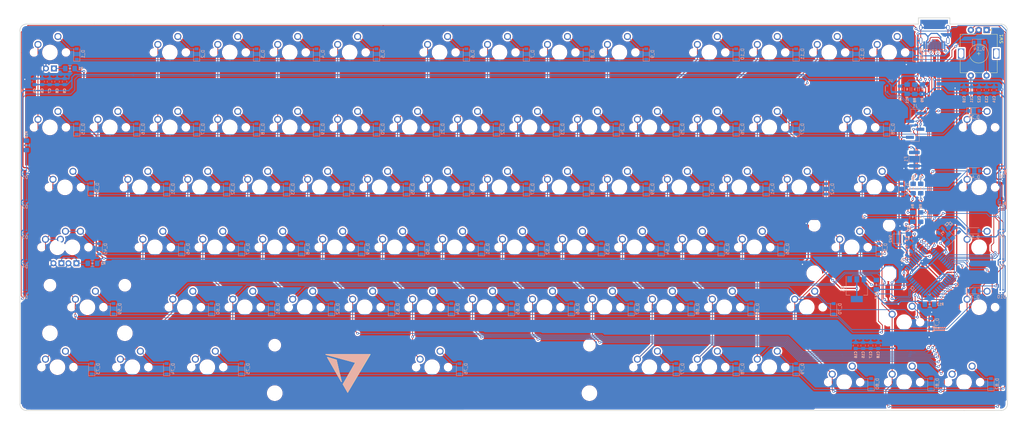
<source format=kicad_pcb>
(kicad_pcb (version 20171130) (host pcbnew "(5.1.4)-1")
  (layers (0 F.Cu signal) (31 B.Cu signal) (34 B.Paste user) (35 F.Paste user) (36 B.SilkS user) (37 F.SilkS user) (38 B.Mask user) (39 F.Mask user) (44 Edge.Cuts user))
  (net 0 "")
  (net 1 col0)
  (net 2 col1)
  (net 3 col2)
  (net 4 col3)
  (net 5 col4)
  (net 6 col5)
  (net 7 col6)
  (net 8 col7)
  (net 9 col8)
  (net 10 col9)
  (net 11 col10)
  (net 12 col11)
  (net 13 col12)
  (net 14 col13)
  (net 15 row0)
  (net 16 row1)
  (net 17 row2)
  (net 18 row3)
  (net 19 row4)
  (net 20 row5)
  (net 21 "Net-(D_1-Pad2)")
  (net 22 "Net-(D_2-Pad2)")
  (net 23 "Net-(D_3-Pad2)")
  (net 24 "Net-(D_4-Pad2)")
  (net 25 "Net-(D_5-Pad2)")
  (net 26 "Net-(D_6-Pad2)")
  (net 27 "Net-(D_7-Pad2)")
  (net 28 "Net-(D_8-Pad2)")
  (net 29 "Net-(D_9-Pad2)")
  (net 30 "Net-(D_10-Pad2)")
  (net 31 "Net-(D_11-Pad2)")
  (net 32 "Net-(D_12-Pad2)")
  (net 33 "Net-(D_14-Pad2)")
  (net 34 "Net-(D_15-Pad2)")
  (net 35 "Net-(D_16-Pad2)")
  (net 36 "Net-(D_17-Pad2)")
  (net 37 "Net-(D_18-Pad2)")
  (net 38 "Net-(D_19-Pad2)")
  (net 39 "Net-(D_20-Pad2)")
  (net 40 "Net-(D_21-Pad2)")
  (net 41 "Net-(D_22-Pad2)")
  (net 42 "Net-(D_23-Pad2)")
  (net 43 "Net-(D_24-Pad2)")
  (net 44 "Net-(D_25-Pad2)")
  (net 45 "Net-(D_26-Pad2)")
  (net 46 "Net-(D_27-Pad2)")
  (net 47 "Net-(D_28-Pad2)")
  (net 48 "Net-(D_29-Pad2)")
  (net 49 "Net-(D_30-Pad2)")
  (net 50 "Net-(D_31-Pad2)")
  (net 51 "Net-(D_32-Pad2)")
  (net 52 "Net-(D_33-Pad2)")
  (net 53 "Net-(D_34-Pad2)")
  (net 54 "Net-(D_35-Pad2)")
  (net 55 "Net-(D_36-Pad2)")
  (net 56 "Net-(D_37-Pad2)")
  (net 57 "Net-(D_38-Pad2)")
  (net 58 "Net-(D_39-Pad2)")
  (net 59 "Net-(D_40-Pad2)")
  (net 60 "Net-(D_41-Pad2)")
  (net 61 "Net-(D_42-Pad2)")
  (net 62 "Net-(D_43-Pad2)")
  (net 63 "Net-(D_46-Pad2)")
  (net 64 "Net-(D_47-Pad2)")
  (net 65 "Net-(D_48-Pad2)")
  (net 66 "Net-(D_49-Pad2)")
  (net 67 "Net-(D_50-Pad2)")
  (net 68 "Net-(D_51-Pad2)")
  (net 69 "Net-(D_52-Pad2)")
  (net 70 "Net-(D_53-Pad2)")
  (net 71 "Net-(D_54-Pad2)")
  (net 72 "Net-(D_55-Pad2)")
  (net 73 "Net-(D_56-Pad2)")
  (net 74 "Net-(D_57-Pad2)")
  (net 75 "Net-(D_58-Pad2)")
  (net 76 "Net-(D_59-Pad2)")
  (net 77 "Net-(D_60-Pad2)")
  (net 78 "Net-(D_61-Pad2)")
  (net 79 "Net-(D_62-Pad2)")
  (net 80 "Net-(D_63-Pad2)")
  (net 81 "Net-(D_64-Pad2)")
  (net 82 "Net-(D_65-Pad2)")
  (net 83 "Net-(D_66-Pad2)")
  (net 84 "Net-(D_67-Pad2)")
  (net 85 "Net-(D_68-Pad2)")
  (net 86 "Net-(D_69-Pad2)")
  (net 87 "Net-(D_70-Pad2)")
  (net 88 "Net-(D_72-Pad2)")
  (net 89 "Net-(D_71-Pad2)")
  (net 90 "Net-(D_73-Pad2)")
  (net 91 "Net-(D_74-Pad2)")
  (net 92 "Net-(D_75-Pad2)")
  (net 93 "Net-(D_76-Pad2)")
  (net 94 "Net-(D_77-Pad2)")
  (net 95 "Net-(D_78-Pad2)")
  (net 96 "Net-(D_79-Pad2)")
  (net 97 "Net-(D_80-Pad2)")
  (net 98 "Net-(D_81-Pad2)")
  (net 99 "Net-(D_82-Pad2)")
  (net 100 +5V)
  (net 101 GND)
  (net 102 "Net-(C2-Pad1)")
  (net 103 "Net-(C3-Pad1)")
  (net 104 "Net-(C4-Pad1)")
  (net 105 "Net-(D_45-Pad2)")
  (net 106 VCC)
  (net 107 D-)
  (net 108 D+)
  (net 109 "Net-(K_1-Pad4)")
  (net 110 LEDGND)
  (net 111 "Net-(K_44-Pad4)")
  (net 112 "Net-(Q1-Pad1)")
  (net 113 RGBIN)
  (net 114 LEDPWM)
  (net 115 "Net-(USB1-Pad3)")
  (net 116 "Net-(USB1-Pad9)")
  (net 117 "Net-(D1-Pad1)")
  (net 118 "Net-(D1-Pad3)")
  (net 119 "Net-(D2-Pad1)")
  (net 120 "Net-(D3-Pad1)")
  (net 121 "Net-(D4-Pad1)")
  (net 122 "Net-(D5-Pad1)")
  (net 123 "Net-(D6-Pad1)")
  (net 124 "Net-(D7-Pad1)")
  (net 125 "Net-(D8-Pad1)")
  (net 126 "Net-(D10-Pad3)")
  (net 127 "Net-(D10-Pad1)")
  (net 128 ENA)
  (net 129 ENB)
  (net 130 "Net-(D_13-Pad2)")
  (net 131 col14)
  (net 132 "Net-(C1-Pad1)")
  (net 133 "Net-(D_44-Pad2)")
  (net 134 "Net-(J1-Pad2)")
  (net 135 "Net-(J1-Pad3)")
  (net 136 "Net-(U2-Pad42)")
  (net 137 "Net-(R5-Pad1)")
  (net 138 "Net-(R9-Pad1)")
  (net 139 "Net-(R3-Pad2)")
  (net 140 "Net-(R4-Pad1)")
  (net 141 "Net-(R8-Pad1)")
  (net 142 "Net-(R12-Pad2)")
  (module MX_Only:MXOnly-1U-NoLED (layer F.Cu) (at 407.9875 186.53125)
    (fp_text reference K_71)
    (fp_text value KEYSW)
    (pad 2 thru_hole circle (at 2.54 -5.08) (size 2.25 2.25) (drill 1.47) (layers *.Cu B.Mask) (net 89 "Net-(D_71-Pad2)"))
    (pad "" np_thru_hole circle (at 0 0) (size 3.9878 3.9878) (drill 3.9878) (layers *.Cu *.Mask))
    (pad 1 thru_hole circle (at -3.81 -2.54) (size 2.25 2.25) (drill 1.47) (layers *.Cu B.Mask) (net 14 col13))
    (pad "" np_thru_hole circle (at -5.08 0 48.0996) (size 1.75 1.75) (drill 1.75) (layers *.Cu *.Mask))
    (pad "" np_thru_hole circle (at 5.08 0 48.0996) (size 1.75 1.75) (drill 1.75) (layers *.Cu *.Mask))
  )
  (module MX_Only:MXOnly-1.75U-NoLED (layer F.Cu) (at 377.03125 181.76875)
    (fp_text reference K_70)
    (fp_text value KEYSW)
    (pad 2 thru_hole circle (at 2.54 -5.08) (size 2.25 2.25) (drill 1.47) (layers *.Cu B.Mask) (net 87 "Net-(D_70-Pad2)"))
    (pad "" np_thru_hole circle (at 0 0) (size 3.9878 3.9878) (drill 3.9878) (layers *.Cu *.Mask))
    (pad 1 thru_hole circle (at -3.81 -2.54) (size 2.25 2.25) (drill 1.47) (layers *.Cu B.Mask) (net 13 col12))
    (pad "" np_thru_hole circle (at -5.08 0 48.0996) (size 1.75 1.75) (drill 1.75) (layers *.Cu *.Mask))
    (pad "" np_thru_hole circle (at 5.08 0 48.0996) (size 1.75 1.75) (drill 1.75) (layers *.Cu *.Mask))
  )
  (module MX_Only:MXOnly-1U-NoLED (layer F.Cu) (at 355.6 143.66875)
    (fp_text reference K_40)
    (fp_text value KEYSW)
    (pad 2 thru_hole circle (at 2.54 -5.08) (size 2.25 2.25) (drill 1.47) (layers *.Cu B.Mask) (net 60 "Net-(D_41-Pad2)"))
    (pad "" np_thru_hole circle (at 0 0) (size 3.9878 3.9878) (drill 3.9878) (layers *.Cu *.Mask))
    (pad 1 thru_hole circle (at -3.81 -2.54) (size 2.25 2.25) (drill 1.47) (layers *.Cu B.Mask) (net 12 col11))
    (pad "" np_thru_hole circle (at -5.08 0 48.0996) (size 1.75 1.75) (drill 1.75) (layers *.Cu *.Mask))
    (pad "" np_thru_hole circle (at 5.08 0 48.0996) (size 1.75 1.75) (drill 1.75) (layers *.Cu *.Mask))
  )
  (module MX_Only:MXOnly-1U-NoLED (layer F.Cu) (at 374.65 143.66875)
    (fp_text reference K_41)
    (fp_text value KEYSW)
    (pad 2 thru_hole circle (at 2.54 -5.08) (size 2.25 2.25) (drill 1.47) (layers *.Cu B.Mask) (net 61 "Net-(D_42-Pad2)"))
    (pad "" np_thru_hole circle (at 0 0) (size 3.9878 3.9878) (drill 3.9878) (layers *.Cu *.Mask))
    (pad 1 thru_hole circle (at -3.81 -2.54) (size 2.25 2.25) (drill 1.47) (layers *.Cu B.Mask) (net 13 col12))
    (pad "" np_thru_hole circle (at -5.08 0 48.0996) (size 1.75 1.75) (drill 1.75) (layers *.Cu *.Mask))
    (pad "" np_thru_hole circle (at 5.08 0 48.0996) (size 1.75 1.75) (drill 1.75) (layers *.Cu *.Mask))
  )
  (module MX_Only:MXOnly-1U-NoLED (layer F.Cu) (at 169.8625 162.71875)
    (fp_text reference K_46)
    (fp_text value KEYSW)
    (pad 2 thru_hole circle (at 2.54 -5.08) (size 2.25 2.25) (drill 1.47) (layers *.Cu B.Mask) (net 63 "Net-(D_46-Pad2)"))
    (pad "" np_thru_hole circle (at 0 0) (size 3.9878 3.9878) (drill 3.9878) (layers *.Cu *.Mask))
    (pad 1 thru_hole circle (at -3.81 -2.54) (size 2.25 2.25) (drill 1.47) (layers *.Cu B.Mask) (net 2 col1))
    (pad "" np_thru_hole circle (at -5.08 0 48.0996) (size 1.75 1.75) (drill 1.75) (layers *.Cu *.Mask))
    (pad "" np_thru_hole circle (at 5.08 0 48.0996) (size 1.75 1.75) (drill 1.75) (layers *.Cu *.Mask))
  )
  (module MX_Only:MXOnly-1U-NoLED (layer F.Cu) (at 269.875 124.61875)
    (fp_text reference K_21)
    (fp_text value KEYSW)
    (pad 2 thru_hole circle (at 2.54 -5.08) (size 2.25 2.25) (drill 1.47) (layers *.Cu B.Mask) (net 41 "Net-(D_22-Pad2)"))
    (pad "" np_thru_hole circle (at 0 0) (size 3.9878 3.9878) (drill 3.9878) (layers *.Cu *.Mask))
    (pad 1 thru_hole circle (at -3.81 -2.54) (size 2.25 2.25) (drill 1.47) (layers *.Cu B.Mask) (net 8 col7))
    (pad "" np_thru_hole circle (at -5.08 0 48.0996) (size 1.75 1.75) (drill 1.75) (layers *.Cu *.Mask))
    (pad "" np_thru_hole circle (at 5.08 0 48.0996) (size 1.75 1.75) (drill 1.75) (layers *.Cu *.Mask))
  )
  (module MX_Only:MXOnly-1U-NoLED (layer F.Cu) (at 427.0375 205.58125)
    (fp_text reference K_82)
    (fp_text value KEYSW)
    (pad 2 thru_hole circle (at 2.54 -5.08) (size 2.25 2.25) (drill 1.47) (layers *.Cu B.Mask) (net 99 "Net-(D_82-Pad2)"))
    (pad "" np_thru_hole circle (at 0 0) (size 3.9878 3.9878) (drill 3.9878) (layers *.Cu *.Mask))
    (pad 1 thru_hole circle (at -3.81 -2.54) (size 2.25 2.25) (drill 1.47) (layers *.Cu B.Mask) (net 131 col14))
    (pad "" np_thru_hole circle (at -5.08 0 48.0996) (size 1.75 1.75) (drill 1.75) (layers *.Cu *.Mask))
    (pad "" np_thru_hole circle (at 5.08 0 48.0996) (size 1.75 1.75) (drill 1.75) (layers *.Cu *.Mask))
  )
  (module MX_Only:MXOnly-1U-NoLED (layer F.Cu) (at 407.9875 205.58125)
    (fp_text reference K_81)
    (fp_text value KEYSW)
    (pad 2 thru_hole circle (at 2.54 -5.08) (size 2.25 2.25) (drill 1.47) (layers *.Cu B.Mask) (net 98 "Net-(D_81-Pad2)"))
    (pad "" np_thru_hole circle (at 0 0) (size 3.9878 3.9878) (drill 3.9878) (layers *.Cu *.Mask))
    (pad 1 thru_hole circle (at -3.81 -2.54) (size 2.25 2.25) (drill 1.47) (layers *.Cu B.Mask) (net 14 col13))
    (pad "" np_thru_hole circle (at -5.08 0 48.0996) (size 1.75 1.75) (drill 1.75) (layers *.Cu *.Mask))
    (pad "" np_thru_hole circle (at 5.08 0 48.0996) (size 1.75 1.75) (drill 1.75) (layers *.Cu *.Mask))
  )
  (module MX_Only:MXOnly-1U-NoLED (layer F.Cu) (at 388.9375 205.58125)
    (fp_text reference K_80)
    (fp_text value KEYSW)
    (pad 2 thru_hole circle (at 2.54 -5.08) (size 2.25 2.25) (drill 1.47) (layers *.Cu B.Mask) (net 97 "Net-(D_80-Pad2)"))
    (pad "" np_thru_hole circle (at 0 0) (size 3.9878 3.9878) (drill 3.9878) (layers *.Cu *.Mask))
    (pad 1 thru_hole circle (at -3.81 -2.54) (size 2.25 2.25) (drill 1.47) (layers *.Cu B.Mask) (net 13 col12))
    (pad "" np_thru_hole circle (at -5.08 0 48.0996) (size 1.75 1.75) (drill 1.75) (layers *.Cu *.Mask))
    (pad "" np_thru_hole circle (at 5.08 0 48.0996) (size 1.75 1.75) (drill 1.75) (layers *.Cu *.Mask))
  )
  (module MX_Only:MXOnly-1U-NoLED (layer F.Cu) (at 365.125 200.81875)
    (fp_text reference K_79)
    (fp_text value KEYSW)
    (pad 2 thru_hole circle (at 2.54 -5.08) (size 2.25 2.25) (drill 1.47) (layers *.Cu B.Mask) (net 96 "Net-(D_79-Pad2)"))
    (pad "" np_thru_hole circle (at 0 0) (size 3.9878 3.9878) (drill 3.9878) (layers *.Cu *.Mask))
    (pad 1 thru_hole circle (at -3.81 -2.54) (size 2.25 2.25) (drill 1.47) (layers *.Cu B.Mask) (net 12 col11))
    (pad "" np_thru_hole circle (at -5.08 0 48.0996) (size 1.75 1.75) (drill 1.75) (layers *.Cu *.Mask))
    (pad "" np_thru_hole circle (at 5.08 0 48.0996) (size 1.75 1.75) (drill 1.75) (layers *.Cu *.Mask))
  )
  (module MX_Only:MXOnly-1U-NoLED (layer F.Cu) (at 346.075 200.81875)
    (fp_text reference K_78)
    (fp_text value KEYSW)
    (pad 2 thru_hole circle (at 2.54 -5.08) (size 2.25 2.25) (drill 1.47) (layers *.Cu B.Mask) (net 95 "Net-(D_78-Pad2)"))
    (pad "" np_thru_hole circle (at 0 0) (size 3.9878 3.9878) (drill 3.9878) (layers *.Cu *.Mask))
    (pad 1 thru_hole circle (at -3.81 -2.54) (size 2.25 2.25) (drill 1.47) (layers *.Cu B.Mask) (net 11 col10))
    (pad "" np_thru_hole circle (at -5.08 0 48.0996) (size 1.75 1.75) (drill 1.75) (layers *.Cu *.Mask))
    (pad "" np_thru_hole circle (at 5.08 0 48.0996) (size 1.75 1.75) (drill 1.75) (layers *.Cu *.Mask))
  )
  (module MX_Only:MXOnly-1U-NoLED (layer F.Cu) (at 327.025 200.81875)
    (fp_text reference K_77)
    (fp_text value KEYSW)
    (pad 2 thru_hole circle (at 2.54 -5.08) (size 2.25 2.25) (drill 1.47) (layers *.Cu B.Mask) (net 94 "Net-(D_77-Pad2)"))
    (pad "" np_thru_hole circle (at 0 0) (size 3.9878 3.9878) (drill 3.9878) (layers *.Cu *.Mask))
    (pad 1 thru_hole circle (at -3.81 -2.54) (size 2.25 2.25) (drill 1.47) (layers *.Cu B.Mask) (net 10 col9))
    (pad "" np_thru_hole circle (at -5.08 0 48.0996) (size 1.75 1.75) (drill 1.75) (layers *.Cu *.Mask))
    (pad "" np_thru_hole circle (at 5.08 0 48.0996) (size 1.75 1.75) (drill 1.75) (layers *.Cu *.Mask))
  )
  (module MX_Only:MXOnly-6.25U-NoLED (layer F.Cu) (at 257.96875 200.81875)
    (fp_text reference K_76)
    (fp_text value KEYSW)
    (pad 2 thru_hole circle (at 2.54 -5.08) (size 2.25 2.25) (drill 1.47) (layers *.Cu B.Mask) (net 93 "Net-(D_76-Pad2)"))
    (pad "" np_thru_hole circle (at 0 0) (size 3.9878 3.9878) (drill 3.9878) (layers *.Cu *.Mask))
    (pad 1 thru_hole circle (at -3.81 -2.54) (size 2.25 2.25) (drill 1.47) (layers *.Cu B.Mask) (net 6 col5))
    (pad "" np_thru_hole circle (at -5.08 0 48.0996) (size 1.75 1.75) (drill 1.75) (layers *.Cu *.Mask))
    (pad "" np_thru_hole circle (at 5.08 0 48.0996) (size 1.75 1.75) (drill 1.75) (layers *.Cu *.Mask))
    (pad "" np_thru_hole circle (at -49.9999 -6.985) (size 3.048 3.048) (drill 3.048) (layers *.Cu *.Mask))
    (pad "" np_thru_hole circle (at 49.9999 -6.985) (size 3.048 3.048) (drill 3.048) (layers *.Cu *.Mask))
    (pad "" np_thru_hole circle (at -49.9999 8.255) (size 3.9878 3.9878) (drill 3.9878) (layers *.Cu *.Mask))
    (pad "" np_thru_hole circle (at 49.9999 8.255) (size 3.9878 3.9878) (drill 3.9878) (layers *.Cu *.Mask))
  )
  (module MX_Only:MXOnly-1.25U-NoLED (layer F.Cu) (at 186.53125 200.81875)
    (fp_text reference K_75)
    (fp_text value KEYSW)
    (pad 2 thru_hole circle (at 2.54 -5.08) (size 2.25 2.25) (drill 1.47) (layers *.Cu B.Mask) (net 92 "Net-(D_75-Pad2)"))
    (pad "" np_thru_hole circle (at 0 0) (size 3.9878 3.9878) (drill 3.9878) (layers *.Cu *.Mask))
    (pad 1 thru_hole circle (at -3.81 -2.54) (size 2.25 2.25) (drill 1.47) (layers *.Cu B.Mask) (net 3 col2))
    (pad "" np_thru_hole circle (at -5.08 0 48.0996) (size 1.75 1.75) (drill 1.75) (layers *.Cu *.Mask))
    (pad "" np_thru_hole circle (at 5.08 0 48.0996) (size 1.75 1.75) (drill 1.75) (layers *.Cu *.Mask))
  )
  (module MX_Only:MXOnly-1.25U-NoLED (layer F.Cu) (at 162.71875 200.81875)
    (fp_text reference K_74)
    (fp_text value KEYSW)
    (pad 2 thru_hole circle (at 2.54 -5.08) (size 2.25 2.25) (drill 1.47) (layers *.Cu B.Mask) (net 91 "Net-(D_74-Pad2)"))
    (pad "" np_thru_hole circle (at 0 0) (size 3.9878 3.9878) (drill 3.9878) (layers *.Cu *.Mask))
    (pad 1 thru_hole circle (at -3.81 -2.54) (size 2.25 2.25) (drill 1.47) (layers *.Cu B.Mask) (net 2 col1))
    (pad "" np_thru_hole circle (at -5.08 0 48.0996) (size 1.75 1.75) (drill 1.75) (layers *.Cu *.Mask))
    (pad "" np_thru_hole circle (at 5.08 0 48.0996) (size 1.75 1.75) (drill 1.75) (layers *.Cu *.Mask))
  )
  (module MX_Only:MXOnly-1.25U-NoLED (layer F.Cu) (at 138.90625 200.81875)
    (fp_text reference K_73)
    (fp_text value KEYSW)
    (pad 2 thru_hole circle (at 2.54 -5.08) (size 2.25 2.25) (drill 1.47) (layers *.Cu B.Mask) (net 90 "Net-(D_73-Pad2)"))
    (pad "" np_thru_hole circle (at 0 0) (size 3.9878 3.9878) (drill 3.9878) (layers *.Cu *.Mask))
    (pad 1 thru_hole circle (at -3.81 -2.54) (size 2.25 2.25) (drill 1.47) (layers *.Cu B.Mask) (net 1 col0))
    (pad "" np_thru_hole circle (at -5.08 0 48.0996) (size 1.75 1.75) (drill 1.75) (layers *.Cu *.Mask))
    (pad "" np_thru_hole circle (at 5.08 0 48.0996) (size 1.75 1.75) (drill 1.75) (layers *.Cu *.Mask))
  )
  (module MX_Only:MXOnly-1U-NoLED (layer F.Cu) (at 431.8 181.76875)
    (fp_text reference K_72)
    (fp_text value KEYSW)
    (pad 2 thru_hole circle (at 2.54 -5.08) (size 2.25 2.25) (drill 1.47) (layers *.Cu B.Mask) (net 88 "Net-(D_72-Pad2)"))
    (pad "" np_thru_hole circle (at 0 0) (size 3.9878 3.9878) (drill 3.9878) (layers *.Cu *.Mask))
    (pad 1 thru_hole circle (at -3.81 -2.54) (size 2.25 2.25) (drill 1.47) (layers *.Cu B.Mask) (net 131 col14))
    (pad "" np_thru_hole circle (at -5.08 0 48.0996) (size 1.75 1.75) (drill 1.75) (layers *.Cu *.Mask))
    (pad "" np_thru_hole circle (at 5.08 0 48.0996) (size 1.75 1.75) (drill 1.75) (layers *.Cu *.Mask))
  )
  (module MX_Only:MXOnly-1U-NoLED (layer F.Cu) (at 350.8375 181.76875)
    (fp_text reference K_69)
    (fp_text value KEYSW)
    (pad 2 thru_hole circle (at 2.54 -5.08) (size 2.25 2.25) (drill 1.47) (layers *.Cu B.Mask) (net 86 "Net-(D_69-Pad2)"))
    (pad "" np_thru_hole circle (at 0 0) (size 3.9878 3.9878) (drill 3.9878) (layers *.Cu *.Mask))
    (pad 1 thru_hole circle (at -3.81 -2.54) (size 2.25 2.25) (drill 1.47) (layers *.Cu B.Mask) (net 11 col10))
    (pad "" np_thru_hole circle (at -5.08 0 48.0996) (size 1.75 1.75) (drill 1.75) (layers *.Cu *.Mask))
    (pad "" np_thru_hole circle (at 5.08 0 48.0996) (size 1.75 1.75) (drill 1.75) (layers *.Cu *.Mask))
  )
  (module MX_Only:MXOnly-1U-NoLED (layer F.Cu) (at 331.7875 181.76875)
    (fp_text reference K_68)
    (fp_text value KEYSW)
    (pad 2 thru_hole circle (at 2.54 -5.08) (size 2.25 2.25) (drill 1.47) (layers *.Cu B.Mask) (net 85 "Net-(D_68-Pad2)"))
    (pad "" np_thru_hole circle (at 0 0) (size 3.9878 3.9878) (drill 3.9878) (layers *.Cu *.Mask))
    (pad 1 thru_hole circle (at -3.81 -2.54) (size 2.25 2.25) (drill 1.47) (layers *.Cu B.Mask) (net 10 col9))
    (pad "" np_thru_hole circle (at -5.08 0 48.0996) (size 1.75 1.75) (drill 1.75) (layers *.Cu *.Mask))
    (pad "" np_thru_hole circle (at 5.08 0 48.0996) (size 1.75 1.75) (drill 1.75) (layers *.Cu *.Mask))
  )
  (module MX_Only:MXOnly-1U-NoLED (layer F.Cu) (at 312.7375 181.76875)
    (fp_text reference K_67)
    (fp_text value KEYSW)
    (pad 2 thru_hole circle (at 2.54 -5.08) (size 2.25 2.25) (drill 1.47) (layers *.Cu B.Mask) (net 84 "Net-(D_67-Pad2)"))
    (pad "" np_thru_hole circle (at 0 0) (size 3.9878 3.9878) (drill 3.9878) (layers *.Cu *.Mask))
    (pad 1 thru_hole circle (at -3.81 -2.54) (size 2.25 2.25) (drill 1.47) (layers *.Cu B.Mask) (net 9 col8))
    (pad "" np_thru_hole circle (at -5.08 0 48.0996) (size 1.75 1.75) (drill 1.75) (layers *.Cu *.Mask))
    (pad "" np_thru_hole circle (at 5.08 0 48.0996) (size 1.75 1.75) (drill 1.75) (layers *.Cu *.Mask))
  )
  (module MX_Only:MXOnly-1U-NoLED (layer F.Cu) (at 293.6875 181.76875)
    (fp_text reference K_66)
    (fp_text value KEYSW)
    (pad 2 thru_hole circle (at 2.54 -5.08) (size 2.25 2.25) (drill 1.47) (layers *.Cu B.Mask) (net 83 "Net-(D_66-Pad2)"))
    (pad "" np_thru_hole circle (at 0 0) (size 3.9878 3.9878) (drill 3.9878) (layers *.Cu *.Mask))
    (pad 1 thru_hole circle (at -3.81 -2.54) (size 2.25 2.25) (drill 1.47) (layers *.Cu B.Mask) (net 8 col7))
    (pad "" np_thru_hole circle (at -5.08 0 48.0996) (size 1.75 1.75) (drill 1.75) (layers *.Cu *.Mask))
    (pad "" np_thru_hole circle (at 5.08 0 48.0996) (size 1.75 1.75) (drill 1.75) (layers *.Cu *.Mask))
  )
  (module MX_Only:MXOnly-1U-NoLED (layer F.Cu) (at 274.6375 181.76875)
    (fp_text reference K_65)
    (fp_text value KEYSW)
    (pad 2 thru_hole circle (at 2.54 -5.08) (size 2.25 2.25) (drill 1.47) (layers *.Cu B.Mask) (net 82 "Net-(D_65-Pad2)"))
    (pad "" np_thru_hole circle (at 0 0) (size 3.9878 3.9878) (drill 3.9878) (layers *.Cu *.Mask))
    (pad 1 thru_hole circle (at -3.81 -2.54) (size 2.25 2.25) (drill 1.47) (layers *.Cu B.Mask) (net 7 col6))
    (pad "" np_thru_hole circle (at -5.08 0 48.0996) (size 1.75 1.75) (drill 1.75) (layers *.Cu *.Mask))
    (pad "" np_thru_hole circle (at 5.08 0 48.0996) (size 1.75 1.75) (drill 1.75) (layers *.Cu *.Mask))
  )
  (module MX_Only:MXOnly-1U-NoLED (layer F.Cu) (at 255.5875 181.76875)
    (fp_text reference K_64)
    (fp_text value KEYSW)
    (pad 2 thru_hole circle (at 2.54 -5.08) (size 2.25 2.25) (drill 1.47) (layers *.Cu B.Mask) (net 81 "Net-(D_64-Pad2)"))
    (pad "" np_thru_hole circle (at 0 0) (size 3.9878 3.9878) (drill 3.9878) (layers *.Cu *.Mask))
    (pad 1 thru_hole circle (at -3.81 -2.54) (size 2.25 2.25) (drill 1.47) (layers *.Cu B.Mask) (net 6 col5))
    (pad "" np_thru_hole circle (at -5.08 0 48.0996) (size 1.75 1.75) (drill 1.75) (layers *.Cu *.Mask))
    (pad "" np_thru_hole circle (at 5.08 0 48.0996) (size 1.75 1.75) (drill 1.75) (layers *.Cu *.Mask))
  )
  (module MX_Only:MXOnly-1U-NoLED (layer F.Cu) (at 236.5375 181.76875)
    (fp_text reference K_63)
    (fp_text value KEYSW)
    (pad 2 thru_hole circle (at 2.54 -5.08) (size 2.25 2.25) (drill 1.47) (layers *.Cu B.Mask) (net 80 "Net-(D_63-Pad2)"))
    (pad "" np_thru_hole circle (at 0 0) (size 3.9878 3.9878) (drill 3.9878) (layers *.Cu *.Mask))
    (pad 1 thru_hole circle (at -3.81 -2.54) (size 2.25 2.25) (drill 1.47) (layers *.Cu B.Mask) (net 5 col4))
    (pad "" np_thru_hole circle (at -5.08 0 48.0996) (size 1.75 1.75) (drill 1.75) (layers *.Cu *.Mask))
    (pad "" np_thru_hole circle (at 5.08 0 48.0996) (size 1.75 1.75) (drill 1.75) (layers *.Cu *.Mask))
  )
  (module MX_Only:MXOnly-1U-NoLED (layer F.Cu) (at 217.4875 181.76875)
    (fp_text reference K_62)
    (fp_text value KEYSW)
    (pad 2 thru_hole circle (at 2.54 -5.08) (size 2.25 2.25) (drill 1.47) (layers *.Cu B.Mask) (net 79 "Net-(D_62-Pad2)"))
    (pad "" np_thru_hole circle (at 0 0) (size 3.9878 3.9878) (drill 3.9878) (layers *.Cu *.Mask))
    (pad 1 thru_hole circle (at -3.81 -2.54) (size 2.25 2.25) (drill 1.47) (layers *.Cu B.Mask) (net 4 col3))
    (pad "" np_thru_hole circle (at -5.08 0 48.0996) (size 1.75 1.75) (drill 1.75) (layers *.Cu *.Mask))
    (pad "" np_thru_hole circle (at 5.08 0 48.0996) (size 1.75 1.75) (drill 1.75) (layers *.Cu *.Mask))
  )
  (module MX_Only:MXOnly-1U-NoLED (layer F.Cu) (at 198.4375 181.76875)
    (fp_text reference K_61)
    (fp_text value KEYSW)
    (pad 2 thru_hole circle (at 2.54 -5.08) (size 2.25 2.25) (drill 1.47) (layers *.Cu B.Mask) (net 78 "Net-(D_61-Pad2)"))
    (pad "" np_thru_hole circle (at 0 0) (size 3.9878 3.9878) (drill 3.9878) (layers *.Cu *.Mask))
    (pad 1 thru_hole circle (at -3.81 -2.54) (size 2.25 2.25) (drill 1.47) (layers *.Cu B.Mask) (net 3 col2))
    (pad "" np_thru_hole circle (at -5.08 0 48.0996) (size 1.75 1.75) (drill 1.75) (layers *.Cu *.Mask))
    (pad "" np_thru_hole circle (at 5.08 0 48.0996) (size 1.75 1.75) (drill 1.75) (layers *.Cu *.Mask))
  )
  (module MX_Only:MXOnly-1U-NoLED (layer F.Cu) (at 179.3875 181.76875)
    (fp_text reference K_60)
    (fp_text value KEYSW)
    (pad 2 thru_hole circle (at 2.54 -5.08) (size 2.25 2.25) (drill 1.47) (layers *.Cu B.Mask) (net 77 "Net-(D_60-Pad2)"))
    (pad "" np_thru_hole circle (at 0 0) (size 3.9878 3.9878) (drill 3.9878) (layers *.Cu *.Mask))
    (pad 1 thru_hole circle (at -3.81 -2.54) (size 2.25 2.25) (drill 1.47) (layers *.Cu B.Mask) (net 2 col1))
    (pad "" np_thru_hole circle (at -5.08 0 48.0996) (size 1.75 1.75) (drill 1.75) (layers *.Cu *.Mask))
    (pad "" np_thru_hole circle (at 5.08 0 48.0996) (size 1.75 1.75) (drill 1.75) (layers *.Cu *.Mask))
  )
  (module MX_Only:MXOnly-2.25U-NoLED (layer F.Cu) (at 148.43125 181.76875)
    (fp_text reference K_59)
    (fp_text value KEYSW)
    (pad 2 thru_hole circle (at 2.54 -5.08) (size 2.25 2.25) (drill 1.47) (layers *.Cu B.Mask) (net 76 "Net-(D_59-Pad2)"))
    (pad "" np_thru_hole circle (at 0 0) (size 3.9878 3.9878) (drill 3.9878) (layers *.Cu *.Mask))
    (pad 1 thru_hole circle (at -3.81 -2.54) (size 2.25 2.25) (drill 1.47) (layers *.Cu B.Mask) (net 1 col0))
    (pad "" np_thru_hole circle (at -5.08 0 48.0996) (size 1.75 1.75) (drill 1.75) (layers *.Cu *.Mask))
    (pad "" np_thru_hole circle (at 5.08 0 48.0996) (size 1.75 1.75) (drill 1.75) (layers *.Cu *.Mask))
    (pad "" np_thru_hole circle (at -11.90625 -6.985) (size 3.048 3.048) (drill 3.048) (layers *.Cu *.Mask))
    (pad "" np_thru_hole circle (at 11.90625 -6.985) (size 3.048 3.048) (drill 3.048) (layers *.Cu *.Mask))
    (pad "" np_thru_hole circle (at -11.90625 8.255) (size 3.9878 3.9878) (drill 3.9878) (layers *.Cu *.Mask))
    (pad "" np_thru_hole circle (at 11.90625 8.255) (size 3.9878 3.9878) (drill 3.9878) (layers *.Cu *.Mask))
  )
  (module MX_Only:MXOnly-1U-NoLED (layer F.Cu) (at 431.8 162.71875)
    (fp_text reference K_58)
    (fp_text value KEYSW)
    (pad 2 thru_hole circle (at 2.54 -5.08) (size 2.25 2.25) (drill 1.47) (layers *.Cu B.Mask) (net 75 "Net-(D_58-Pad2)"))
    (pad "" np_thru_hole circle (at 0 0) (size 3.9878 3.9878) (drill 3.9878) (layers *.Cu *.Mask))
    (pad 1 thru_hole circle (at -3.81 -2.54) (size 2.25 2.25) (drill 1.47) (layers *.Cu B.Mask) (net 131 col14))
    (pad "" np_thru_hole circle (at -5.08 0 48.0996) (size 1.75 1.75) (drill 1.75) (layers *.Cu *.Mask))
    (pad "" np_thru_hole circle (at 5.08 0 48.0996) (size 1.75 1.75) (drill 1.75) (layers *.Cu *.Mask))
  )
  (module MX_Only:MXOnly-2.25U-NoLED (layer F.Cu) (at 391.31875 162.71875)
    (fp_text reference K_57)
    (fp_text value KEYSW)
    (pad 2 thru_hole circle (at 2.54 -5.08) (size 2.25 2.25) (drill 1.47) (layers *.Cu B.Mask) (net 74 "Net-(D_57-Pad2)"))
    (pad "" np_thru_hole circle (at 0 0) (size 3.9878 3.9878) (drill 3.9878) (layers *.Cu *.Mask))
    (pad 1 thru_hole circle (at -3.81 -2.54) (size 2.25 2.25) (drill 1.47) (layers *.Cu B.Mask) (net 13 col12))
    (pad "" np_thru_hole circle (at -5.08 0 48.0996) (size 1.75 1.75) (drill 1.75) (layers *.Cu *.Mask))
    (pad "" np_thru_hole circle (at 5.08 0 48.0996) (size 1.75 1.75) (drill 1.75) (layers *.Cu *.Mask))
    (pad "" np_thru_hole circle (at -11.90625 -6.985) (size 3.048 3.048) (drill 3.048) (layers *.Cu *.Mask))
    (pad "" np_thru_hole circle (at 11.90625 -6.985) (size 3.048 3.048) (drill 3.048) (layers *.Cu *.Mask))
    (pad "" np_thru_hole circle (at -11.90625 8.255) (size 3.9878 3.9878) (drill 3.9878) (layers *.Cu *.Mask))
    (pad "" np_thru_hole circle (at 11.90625 8.255) (size 3.9878 3.9878) (drill 3.9878) (layers *.Cu *.Mask))
  )
  (module MX_Only:MXOnly-1U-NoLED (layer F.Cu) (at 360.3625 162.71875)
    (fp_text reference K_56)
    (fp_text value KEYSW)
    (pad 2 thru_hole circle (at 2.54 -5.08) (size 2.25 2.25) (drill 1.47) (layers *.Cu B.Mask) (net 73 "Net-(D_56-Pad2)"))
    (pad "" np_thru_hole circle (at 0 0) (size 3.9878 3.9878) (drill 3.9878) (layers *.Cu *.Mask))
    (pad 1 thru_hole circle (at -3.81 -2.54) (size 2.25 2.25) (drill 1.47) (layers *.Cu B.Mask) (net 12 col11))
    (pad "" np_thru_hole circle (at -5.08 0 48.0996) (size 1.75 1.75) (drill 1.75) (layers *.Cu *.Mask))
    (pad "" np_thru_hole circle (at 5.08 0 48.0996) (size 1.75 1.75) (drill 1.75) (layers *.Cu *.Mask))
  )
  (module MX_Only:MXOnly-1U-NoLED (layer F.Cu) (at 341.3125 162.71875)
    (fp_text reference K_55)
    (fp_text value KEYSW)
    (pad 2 thru_hole circle (at 2.54 -5.08) (size 2.25 2.25) (drill 1.47) (layers *.Cu B.Mask) (net 72 "Net-(D_55-Pad2)"))
    (pad "" np_thru_hole circle (at 0 0) (size 3.9878 3.9878) (drill 3.9878) (layers *.Cu *.Mask))
    (pad 1 thru_hole circle (at -3.81 -2.54) (size 2.25 2.25) (drill 1.47) (layers *.Cu B.Mask) (net 11 col10))
    (pad "" np_thru_hole circle (at -5.08 0 48.0996) (size 1.75 1.75) (drill 1.75) (layers *.Cu *.Mask))
    (pad "" np_thru_hole circle (at 5.08 0 48.0996) (size 1.75 1.75) (drill 1.75) (layers *.Cu *.Mask))
  )
  (module MX_Only:MXOnly-1U-NoLED (layer F.Cu) (at 322.2625 162.71875)
    (fp_text reference K_54)
    (fp_text value KEYSW)
    (pad 2 thru_hole circle (at 2.54 -5.08) (size 2.25 2.25) (drill 1.47) (layers *.Cu B.Mask) (net 71 "Net-(D_54-Pad2)"))
    (pad "" np_thru_hole circle (at 0 0) (size 3.9878 3.9878) (drill 3.9878) (layers *.Cu *.Mask))
    (pad 1 thru_hole circle (at -3.81 -2.54) (size 2.25 2.25) (drill 1.47) (layers *.Cu B.Mask) (net 10 col9))
    (pad "" np_thru_hole circle (at -5.08 0 48.0996) (size 1.75 1.75) (drill 1.75) (layers *.Cu *.Mask))
    (pad "" np_thru_hole circle (at 5.08 0 48.0996) (size 1.75 1.75) (drill 1.75) (layers *.Cu *.Mask))
  )
  (module MX_Only:MXOnly-1U-NoLED (layer F.Cu) (at 303.2125 162.71875)
    (fp_text reference K_53)
    (fp_text value KEYSW)
    (pad 2 thru_hole circle (at 2.54 -5.08) (size 2.25 2.25) (drill 1.47) (layers *.Cu B.Mask) (net 70 "Net-(D_53-Pad2)"))
    (pad "" np_thru_hole circle (at 0 0) (size 3.9878 3.9878) (drill 3.9878) (layers *.Cu *.Mask))
    (pad 1 thru_hole circle (at -3.81 -2.54) (size 2.25 2.25) (drill 1.47) (layers *.Cu B.Mask) (net 9 col8))
    (pad "" np_thru_hole circle (at -5.08 0 48.0996) (size 1.75 1.75) (drill 1.75) (layers *.Cu *.Mask))
    (pad "" np_thru_hole circle (at 5.08 0 48.0996) (size 1.75 1.75) (drill 1.75) (layers *.Cu *.Mask))
  )
  (module MX_Only:MXOnly-1U-NoLED (layer F.Cu) (at 284.1625 162.71875)
    (fp_text reference K_52)
    (fp_text value KEYSW)
    (pad 2 thru_hole circle (at 2.54 -5.08) (size 2.25 2.25) (drill 1.47) (layers *.Cu B.Mask) (net 69 "Net-(D_52-Pad2)"))
    (pad "" np_thru_hole circle (at 0 0) (size 3.9878 3.9878) (drill 3.9878) (layers *.Cu *.Mask))
    (pad 1 thru_hole circle (at -3.81 -2.54) (size 2.25 2.25) (drill 1.47) (layers *.Cu B.Mask) (net 8 col7))
    (pad "" np_thru_hole circle (at -5.08 0 48.0996) (size 1.75 1.75) (drill 1.75) (layers *.Cu *.Mask))
    (pad "" np_thru_hole circle (at 5.08 0 48.0996) (size 1.75 1.75) (drill 1.75) (layers *.Cu *.Mask))
  )
  (module MX_Only:MXOnly-1U-NoLED (layer F.Cu) (at 265.1125 162.71875)
    (fp_text reference K_51)
    (fp_text value KEYSW)
    (pad 2 thru_hole circle (at 2.54 -5.08) (size 2.25 2.25) (drill 1.47) (layers *.Cu B.Mask) (net 68 "Net-(D_51-Pad2)"))
    (pad "" np_thru_hole circle (at 0 0) (size 3.9878 3.9878) (drill 3.9878) (layers *.Cu *.Mask))
    (pad 1 thru_hole circle (at -3.81 -2.54) (size 2.25 2.25) (drill 1.47) (layers *.Cu B.Mask) (net 7 col6))
    (pad "" np_thru_hole circle (at -5.08 0 48.0996) (size 1.75 1.75) (drill 1.75) (layers *.Cu *.Mask))
    (pad "" np_thru_hole circle (at 5.08 0 48.0996) (size 1.75 1.75) (drill 1.75) (layers *.Cu *.Mask))
  )
  (module MX_Only:MXOnly-1U-NoLED (layer F.Cu) (at 246.0625 162.71875)
    (fp_text reference K_50)
    (fp_text value KEYSW)
    (pad 2 thru_hole circle (at 2.54 -5.08) (size 2.25 2.25) (drill 1.47) (layers *.Cu B.Mask) (net 67 "Net-(D_50-Pad2)"))
    (pad "" np_thru_hole circle (at 0 0) (size 3.9878 3.9878) (drill 3.9878) (layers *.Cu *.Mask))
    (pad 1 thru_hole circle (at -3.81 -2.54) (size 2.25 2.25) (drill 1.47) (layers *.Cu B.Mask) (net 6 col5))
    (pad "" np_thru_hole circle (at -5.08 0 48.0996) (size 1.75 1.75) (drill 1.75) (layers *.Cu *.Mask))
    (pad "" np_thru_hole circle (at 5.08 0 48.0996) (size 1.75 1.75) (drill 1.75) (layers *.Cu *.Mask))
  )
  (module MX_Only:MXOnly-1U-NoLED (layer F.Cu) (at 227.0125 162.71875)
    (fp_text reference K_49)
    (fp_text value KEYSW)
    (pad 2 thru_hole circle (at 2.54 -5.08) (size 2.25 2.25) (drill 1.47) (layers *.Cu B.Mask) (net 66 "Net-(D_49-Pad2)"))
    (pad "" np_thru_hole circle (at 0 0) (size 3.9878 3.9878) (drill 3.9878) (layers *.Cu *.Mask))
    (pad 1 thru_hole circle (at -3.81 -2.54) (size 2.25 2.25) (drill 1.47) (layers *.Cu B.Mask) (net 5 col4))
    (pad "" np_thru_hole circle (at -5.08 0 48.0996) (size 1.75 1.75) (drill 1.75) (layers *.Cu *.Mask))
    (pad "" np_thru_hole circle (at 5.08 0 48.0996) (size 1.75 1.75) (drill 1.75) (layers *.Cu *.Mask))
  )
  (module MX_Only:MXOnly-1U-NoLED (layer F.Cu) (at 207.9625 162.71875)
    (fp_text reference K_48)
    (fp_text value KEYSW)
    (pad 2 thru_hole circle (at 2.54 -5.08) (size 2.25 2.25) (drill 1.47) (layers *.Cu B.Mask) (net 65 "Net-(D_48-Pad2)"))
    (pad "" np_thru_hole circle (at 0 0) (size 3.9878 3.9878) (drill 3.9878) (layers *.Cu *.Mask))
    (pad 1 thru_hole circle (at -3.81 -2.54) (size 2.25 2.25) (drill 1.47) (layers *.Cu B.Mask) (net 4 col3))
    (pad "" np_thru_hole circle (at -5.08 0 48.0996) (size 1.75 1.75) (drill 1.75) (layers *.Cu *.Mask))
    (pad "" np_thru_hole circle (at 5.08 0 48.0996) (size 1.75 1.75) (drill 1.75) (layers *.Cu *.Mask))
  )
  (module MX_Only:MXOnly-1U-NoLED (layer F.Cu) (at 188.9125 162.71875)
    (fp_text reference K_47)
    (fp_text value KEYSW)
    (pad 2 thru_hole circle (at 2.54 -5.08) (size 2.25 2.25) (drill 1.47) (layers *.Cu B.Mask) (net 64 "Net-(D_47-Pad2)"))
    (pad "" np_thru_hole circle (at 0 0) (size 3.9878 3.9878) (drill 3.9878) (layers *.Cu *.Mask))
    (pad 1 thru_hole circle (at -3.81 -2.54) (size 2.25 2.25) (drill 1.47) (layers *.Cu B.Mask) (net 3 col2))
    (pad "" np_thru_hole circle (at -5.08 0 48.0996) (size 1.75 1.75) (drill 1.75) (layers *.Cu *.Mask))
    (pad "" np_thru_hole circle (at 5.08 0 48.0996) (size 1.75 1.75) (drill 1.75) (layers *.Cu *.Mask))
  )
  (module MX_Only:MXOnly-1.75U (layer F.Cu) (at 143.66875 162.71875)
    (fp_text reference K_45)
    (fp_text value MX-LED)
    (pad "" np_thru_hole circle (at 5.08 0 48.0996) (size 1.75 1.75) (drill 1.75) (layers *.Cu *.Mask))
    (pad "" np_thru_hole circle (at -5.08 0 48.0996) (size 1.75 1.75) (drill 1.75) (layers *.Cu *.Mask))
    (pad 4 thru_hole rect (at 1.27 5.08) (size 1.905 1.905) (drill 1.04) (layers *.Cu B.Mask) (net 111 "Net-(K_44-Pad4)"))
    (pad 3 thru_hole circle (at -1.27 5.08) (size 1.905 1.905) (drill 1.04) (layers *.Cu B.Mask) (net 100 +5V))
    (pad 1 thru_hole circle (at -3.81 -2.54) (size 2.25 2.25) (drill 1.47) (layers *.Cu B.Mask) (net 1 col0))
    (pad "" np_thru_hole circle (at 0 0) (size 3.9878 3.9878) (drill 3.9878) (layers *.Cu *.Mask))
    (pad 2 thru_hole circle (at 2.54 -5.08) (size 2.25 2.25) (drill 1.47) (layers *.Cu B.Mask) (net 105 "Net-(D_45-Pad2)"))
  )
  (module MX_Only:MXOnly-1.75U (layer F.Cu) (at 138.90625 162.71875)
    (fp_text reference K_44)
    (fp_text value MX-LED)
    (pad "" np_thru_hole circle (at 5.08 0 48.0996) (size 1.75 1.75) (drill 1.75) (layers *.Cu *.Mask))
    (pad "" np_thru_hole circle (at -5.08 0 48.0996) (size 1.75 1.75) (drill 1.75) (layers *.Cu *.Mask))
    (pad 4 thru_hole rect (at 1.27 5.08) (size 1.905 1.905) (drill 1.04) (layers *.Cu B.Mask) (net 111 "Net-(K_44-Pad4)"))
    (pad 3 thru_hole circle (at -1.27 5.08) (size 1.905 1.905) (drill 1.04) (layers *.Cu B.Mask) (net 100 +5V))
    (pad 1 thru_hole circle (at -3.81 -2.54) (size 2.25 2.25) (drill 1.47) (layers *.Cu B.Mask) (net 1 col0))
    (pad "" np_thru_hole circle (at 0 0) (size 3.9878 3.9878) (drill 3.9878) (layers *.Cu *.Mask))
    (pad 2 thru_hole circle (at 2.54 -5.08) (size 2.25 2.25) (drill 1.47) (layers *.Cu B.Mask) (net 105 "Net-(D_45-Pad2)"))
  )
  (module MX_Only:MXOnly-1U-NoLED (layer F.Cu) (at 431.8 143.66875)
    (fp_text reference K_43)
    (fp_text value KEYSW)
    (pad 2 thru_hole circle (at 2.54 -5.08) (size 2.25 2.25) (drill 1.47) (layers *.Cu B.Mask) (net 133 "Net-(D_44-Pad2)"))
    (pad "" np_thru_hole circle (at 0 0) (size 3.9878 3.9878) (drill 3.9878) (layers *.Cu *.Mask))
    (pad 1 thru_hole circle (at -3.81 -2.54) (size 2.25 2.25) (drill 1.47) (layers *.Cu B.Mask) (net 131 col14))
    (pad "" np_thru_hole circle (at -5.08 0 48.0996) (size 1.75 1.75) (drill 1.75) (layers *.Cu *.Mask))
    (pad "" np_thru_hole circle (at 5.08 0 48.0996) (size 1.75 1.75) (drill 1.75) (layers *.Cu *.Mask))
  )
  (module MX_Only:MXOnly-1.5U-NoLED (layer F.Cu) (at 398.4625 143.66875)
    (fp_text reference K_42)
    (fp_text value KEYSW)
    (pad 2 thru_hole circle (at 2.54 -5.08) (size 2.25 2.25) (drill 1.47) (layers *.Cu B.Mask) (net 62 "Net-(D_43-Pad2)"))
    (pad "" np_thru_hole circle (at 0 0) (size 3.9878 3.9878) (drill 3.9878) (layers *.Cu *.Mask))
    (pad 1 thru_hole circle (at -3.81 -2.54) (size 2.25 2.25) (drill 1.47) (layers *.Cu B.Mask) (net 14 col13))
    (pad "" np_thru_hole circle (at -5.08 0 48.0996) (size 1.75 1.75) (drill 1.75) (layers *.Cu *.Mask))
    (pad "" np_thru_hole circle (at 5.08 0 48.0996) (size 1.75 1.75) (drill 1.75) (layers *.Cu *.Mask))
  )
  (module MX_Only:MXOnly-1U-NoLED (layer F.Cu) (at 336.55 143.66875)
    (fp_text reference K_39)
    (fp_text value KEYSW)
    (pad 2 thru_hole circle (at 2.54 -5.08) (size 2.25 2.25) (drill 1.47) (layers *.Cu B.Mask) (net 59 "Net-(D_40-Pad2)"))
    (pad "" np_thru_hole circle (at 0 0) (size 3.9878 3.9878) (drill 3.9878) (layers *.Cu *.Mask))
    (pad 1 thru_hole circle (at -3.81 -2.54) (size 2.25 2.25) (drill 1.47) (layers *.Cu B.Mask) (net 11 col10))
    (pad "" np_thru_hole circle (at -5.08 0 48.0996) (size 1.75 1.75) (drill 1.75) (layers *.Cu *.Mask))
    (pad "" np_thru_hole circle (at 5.08 0 48.0996) (size 1.75 1.75) (drill 1.75) (layers *.Cu *.Mask))
  )
  (module MX_Only:MXOnly-1U-NoLED (layer F.Cu) (at 317.5 143.66875)
    (fp_text reference K_38)
    (fp_text value KEYSW)
    (pad 2 thru_hole circle (at 2.54 -5.08) (size 2.25 2.25) (drill 1.47) (layers *.Cu B.Mask) (net 58 "Net-(D_39-Pad2)"))
    (pad "" np_thru_hole circle (at 0 0) (size 3.9878 3.9878) (drill 3.9878) (layers *.Cu *.Mask))
    (pad 1 thru_hole circle (at -3.81 -2.54) (size 2.25 2.25) (drill 1.47) (layers *.Cu B.Mask) (net 10 col9))
    (pad "" np_thru_hole circle (at -5.08 0 48.0996) (size 1.75 1.75) (drill 1.75) (layers *.Cu *.Mask))
    (pad "" np_thru_hole circle (at 5.08 0 48.0996) (size 1.75 1.75) (drill 1.75) (layers *.Cu *.Mask))
  )
  (module MX_Only:MXOnly-1U-NoLED (layer F.Cu) (at 298.45 143.66875)
    (fp_text reference K_37)
    (fp_text value KEYSW)
    (pad 2 thru_hole circle (at 2.54 -5.08) (size 2.25 2.25) (drill 1.47) (layers *.Cu B.Mask) (net 57 "Net-(D_38-Pad2)"))
    (pad "" np_thru_hole circle (at 0 0) (size 3.9878 3.9878) (drill 3.9878) (layers *.Cu *.Mask))
    (pad 1 thru_hole circle (at -3.81 -2.54) (size 2.25 2.25) (drill 1.47) (layers *.Cu B.Mask) (net 9 col8))
    (pad "" np_thru_hole circle (at -5.08 0 48.0996) (size 1.75 1.75) (drill 1.75) (layers *.Cu *.Mask))
    (pad "" np_thru_hole circle (at 5.08 0 48.0996) (size 1.75 1.75) (drill 1.75) (layers *.Cu *.Mask))
  )
  (module MX_Only:MXOnly-1U-NoLED (layer F.Cu) (at 279.4 143.66875)
    (fp_text reference K_36)
    (fp_text value KEYSW)
    (pad 2 thru_hole circle (at 2.54 -5.08) (size 2.25 2.25) (drill 1.47) (layers *.Cu B.Mask) (net 56 "Net-(D_37-Pad2)"))
    (pad "" np_thru_hole circle (at 0 0) (size 3.9878 3.9878) (drill 3.9878) (layers *.Cu *.Mask))
    (pad 1 thru_hole circle (at -3.81 -2.54) (size 2.25 2.25) (drill 1.47) (layers *.Cu B.Mask) (net 8 col7))
    (pad "" np_thru_hole circle (at -5.08 0 48.0996) (size 1.75 1.75) (drill 1.75) (layers *.Cu *.Mask))
    (pad "" np_thru_hole circle (at 5.08 0 48.0996) (size 1.75 1.75) (drill 1.75) (layers *.Cu *.Mask))
  )
  (module MX_Only:MXOnly-1U-NoLED (layer F.Cu) (at 260.35 143.66875)
    (fp_text reference K_35)
    (fp_text value KEYSW)
    (pad 2 thru_hole circle (at 2.54 -5.08) (size 2.25 2.25) (drill 1.47) (layers *.Cu B.Mask) (net 55 "Net-(D_36-Pad2)"))
    (pad "" np_thru_hole circle (at 0 0) (size 3.9878 3.9878) (drill 3.9878) (layers *.Cu *.Mask))
    (pad 1 thru_hole circle (at -3.81 -2.54) (size 2.25 2.25) (drill 1.47) (layers *.Cu B.Mask) (net 7 col6))
    (pad "" np_thru_hole circle (at -5.08 0 48.0996) (size 1.75 1.75) (drill 1.75) (layers *.Cu *.Mask))
    (pad "" np_thru_hole circle (at 5.08 0 48.0996) (size 1.75 1.75) (drill 1.75) (layers *.Cu *.Mask))
  )
  (module MX_Only:MXOnly-1U-NoLED (layer F.Cu) (at 241.3 143.66875)
    (fp_text reference K_34)
    (fp_text value KEYSW)
    (pad 2 thru_hole circle (at 2.54 -5.08) (size 2.25 2.25) (drill 1.47) (layers *.Cu B.Mask) (net 54 "Net-(D_35-Pad2)"))
    (pad "" np_thru_hole circle (at 0 0) (size 3.9878 3.9878) (drill 3.9878) (layers *.Cu *.Mask))
    (pad 1 thru_hole circle (at -3.81 -2.54) (size 2.25 2.25) (drill 1.47) (layers *.Cu B.Mask) (net 6 col5))
    (pad "" np_thru_hole circle (at -5.08 0 48.0996) (size 1.75 1.75) (drill 1.75) (layers *.Cu *.Mask))
    (pad "" np_thru_hole circle (at 5.08 0 48.0996) (size 1.75 1.75) (drill 1.75) (layers *.Cu *.Mask))
  )
  (module MX_Only:MXOnly-1U-NoLED (layer F.Cu) (at 222.25 143.66875)
    (fp_text reference K_33)
    (fp_text value KEYSW)
    (pad 2 thru_hole circle (at 2.54 -5.08) (size 2.25 2.25) (drill 1.47) (layers *.Cu B.Mask) (net 53 "Net-(D_34-Pad2)"))
    (pad "" np_thru_hole circle (at 0 0) (size 3.9878 3.9878) (drill 3.9878) (layers *.Cu *.Mask))
    (pad 1 thru_hole circle (at -3.81 -2.54) (size 2.25 2.25) (drill 1.47) (layers *.Cu B.Mask) (net 5 col4))
    (pad "" np_thru_hole circle (at -5.08 0 48.0996) (size 1.75 1.75) (drill 1.75) (layers *.Cu *.Mask))
    (pad "" np_thru_hole circle (at 5.08 0 48.0996) (size 1.75 1.75) (drill 1.75) (layers *.Cu *.Mask))
  )
  (module MX_Only:MXOnly-1U-NoLED (layer F.Cu) (at 203.2 143.66875)
    (fp_text reference K_32)
    (fp_text value KEYSW)
    (pad 2 thru_hole circle (at 2.54 -5.08) (size 2.25 2.25) (drill 1.47) (layers *.Cu B.Mask) (net 52 "Net-(D_33-Pad2)"))
    (pad "" np_thru_hole circle (at 0 0) (size 3.9878 3.9878) (drill 3.9878) (layers *.Cu *.Mask))
    (pad 1 thru_hole circle (at -3.81 -2.54) (size 2.25 2.25) (drill 1.47) (layers *.Cu B.Mask) (net 4 col3))
    (pad "" np_thru_hole circle (at -5.08 0 48.0996) (size 1.75 1.75) (drill 1.75) (layers *.Cu *.Mask))
    (pad "" np_thru_hole circle (at 5.08 0 48.0996) (size 1.75 1.75) (drill 1.75) (layers *.Cu *.Mask))
  )
  (module MX_Only:MXOnly-1U-NoLED (layer F.Cu) (at 184.15 143.66875)
    (fp_text reference K_31)
    (fp_text value KEYSW)
    (pad 2 thru_hole circle (at 2.54 -5.08) (size 2.25 2.25) (drill 1.47) (layers *.Cu B.Mask) (net 51 "Net-(D_32-Pad2)"))
    (pad "" np_thru_hole circle (at 0 0) (size 3.9878 3.9878) (drill 3.9878) (layers *.Cu *.Mask))
    (pad 1 thru_hole circle (at -3.81 -2.54) (size 2.25 2.25) (drill 1.47) (layers *.Cu B.Mask) (net 3 col2))
    (pad "" np_thru_hole circle (at -5.08 0 48.0996) (size 1.75 1.75) (drill 1.75) (layers *.Cu *.Mask))
    (pad "" np_thru_hole circle (at 5.08 0 48.0996) (size 1.75 1.75) (drill 1.75) (layers *.Cu *.Mask))
  )
  (module MX_Only:MXOnly-1U-NoLED (layer F.Cu) (at 165.1 143.66875)
    (fp_text reference K_30)
    (fp_text value KEYSW)
    (pad 2 thru_hole circle (at 2.54 -5.08) (size 2.25 2.25) (drill 1.47) (layers *.Cu B.Mask) (net 50 "Net-(D_31-Pad2)"))
    (pad "" np_thru_hole circle (at 0 0) (size 3.9878 3.9878) (drill 3.9878) (layers *.Cu *.Mask))
    (pad 1 thru_hole circle (at -3.81 -2.54) (size 2.25 2.25) (drill 1.47) (layers *.Cu B.Mask) (net 2 col1))
    (pad "" np_thru_hole circle (at -5.08 0 48.0996) (size 1.75 1.75) (drill 1.75) (layers *.Cu *.Mask))
    (pad "" np_thru_hole circle (at 5.08 0 48.0996) (size 1.75 1.75) (drill 1.75) (layers *.Cu *.Mask))
  )
  (module MX_Only:MXOnly-1.5U-NoLED (layer F.Cu) (at 141.2875 143.66875)
    (fp_text reference K_29)
    (fp_text value KEYSW)
    (pad 2 thru_hole circle (at 2.54 -5.08) (size 2.25 2.25) (drill 1.47) (layers *.Cu B.Mask) (net 49 "Net-(D_30-Pad2)"))
    (pad "" np_thru_hole circle (at 0 0) (size 3.9878 3.9878) (drill 3.9878) (layers *.Cu *.Mask))
    (pad 1 thru_hole circle (at -3.81 -2.54) (size 2.25 2.25) (drill 1.47) (layers *.Cu B.Mask) (net 1 col0))
    (pad "" np_thru_hole circle (at -5.08 0 48.0996) (size 1.75 1.75) (drill 1.75) (layers *.Cu *.Mask))
    (pad "" np_thru_hole circle (at 5.08 0 48.0996) (size 1.75 1.75) (drill 1.75) (layers *.Cu *.Mask))
  )
  (module MX_Only:MXOnly-1U-NoLED (layer F.Cu) (at 431.8 124.61875)
    (fp_text reference K_28)
    (fp_text value KEYSW)
    (pad 2 thru_hole circle (at 2.54 -5.08) (size 2.25 2.25) (drill 1.47) (layers *.Cu B.Mask) (net 48 "Net-(D_29-Pad2)"))
    (pad "" np_thru_hole circle (at 0 0) (size 3.9878 3.9878) (drill 3.9878) (layers *.Cu *.Mask))
    (pad 1 thru_hole circle (at -3.81 -2.54) (size 2.25 2.25) (drill 1.47) (layers *.Cu B.Mask) (net 131 col14))
    (pad "" np_thru_hole circle (at -5.08 0 48.0996) (size 1.75 1.75) (drill 1.75) (layers *.Cu *.Mask))
    (pad "" np_thru_hole circle (at 5.08 0 48.0996) (size 1.75 1.75) (drill 1.75) (layers *.Cu *.Mask))
  )
  (module MX_Only:MXOnly-1U-NoLED (layer F.Cu) (at 393.7 124.61875)
    (fp_text reference K_27)
    (fp_text value KEYSW)
    (pad 2 thru_hole circle (at 2.54 -5.08) (size 2.25 2.25) (drill 1.47) (layers *.Cu B.Mask) (net 47 "Net-(D_28-Pad2)"))
    (pad "" np_thru_hole circle (at 0 0) (size 3.9878 3.9878) (drill 3.9878) (layers *.Cu *.Mask))
    (pad 1 thru_hole circle (at -3.81 -2.54) (size 2.25 2.25) (drill 1.47) (layers *.Cu B.Mask) (net 14 col13))
    (pad "" np_thru_hole circle (at -5.08 0 48.0996) (size 1.75 1.75) (drill 1.75) (layers *.Cu *.Mask))
    (pad "" np_thru_hole circle (at 5.08 0 48.0996) (size 1.75 1.75) (drill 1.75) (layers *.Cu *.Mask))
  )
  (module MX_Only:MXOnly-1U-NoLED (layer F.Cu) (at 365.125 124.61875)
    (fp_text reference K_26)
    (fp_text value KEYSW)
    (pad 2 thru_hole circle (at 2.54 -5.08) (size 2.25 2.25) (drill 1.47) (layers *.Cu B.Mask) (net 46 "Net-(D_27-Pad2)"))
    (pad "" np_thru_hole circle (at 0 0) (size 3.9878 3.9878) (drill 3.9878) (layers *.Cu *.Mask))
    (pad 1 thru_hole circle (at -3.81 -2.54) (size 2.25 2.25) (drill 1.47) (layers *.Cu B.Mask) (net 13 col12))
    (pad "" np_thru_hole circle (at -5.08 0 48.0996) (size 1.75 1.75) (drill 1.75) (layers *.Cu *.Mask))
    (pad "" np_thru_hole circle (at 5.08 0 48.0996) (size 1.75 1.75) (drill 1.75) (layers *.Cu *.Mask))
  )
  (module MX_Only:MXOnly-1U-NoLED (layer F.Cu) (at 346.075 124.61875)
    (fp_text reference K_25)
    (fp_text value KEYSW)
    (pad 2 thru_hole circle (at 2.54 -5.08) (size 2.25 2.25) (drill 1.47) (layers *.Cu B.Mask) (net 45 "Net-(D_26-Pad2)"))
    (pad "" np_thru_hole circle (at 0 0) (size 3.9878 3.9878) (drill 3.9878) (layers *.Cu *.Mask))
    (pad 1 thru_hole circle (at -3.81 -2.54) (size 2.25 2.25) (drill 1.47) (layers *.Cu B.Mask) (net 12 col11))
    (pad "" np_thru_hole circle (at -5.08 0 48.0996) (size 1.75 1.75) (drill 1.75) (layers *.Cu *.Mask))
    (pad "" np_thru_hole circle (at 5.08 0 48.0996) (size 1.75 1.75) (drill 1.75) (layers *.Cu *.Mask))
  )
  (module MX_Only:MXOnly-1U-NoLED (layer F.Cu) (at 327.025 124.61875)
    (fp_text reference K_24)
    (fp_text value KEYSW)
    (pad 2 thru_hole circle (at 2.54 -5.08) (size 2.25 2.25) (drill 1.47) (layers *.Cu B.Mask) (net 44 "Net-(D_25-Pad2)"))
    (pad "" np_thru_hole circle (at 0 0) (size 3.9878 3.9878) (drill 3.9878) (layers *.Cu *.Mask))
    (pad 1 thru_hole circle (at -3.81 -2.54) (size 2.25 2.25) (drill 1.47) (layers *.Cu B.Mask) (net 11 col10))
    (pad "" np_thru_hole circle (at -5.08 0 48.0996) (size 1.75 1.75) (drill 1.75) (layers *.Cu *.Mask))
    (pad "" np_thru_hole circle (at 5.08 0 48.0996) (size 1.75 1.75) (drill 1.75) (layers *.Cu *.Mask))
  )
  (module MX_Only:MXOnly-1U-NoLED (layer F.Cu) (at 307.975 124.61875)
    (fp_text reference K_23)
    (fp_text value KEYSW)
    (pad 2 thru_hole circle (at 2.54 -5.08) (size 2.25 2.25) (drill 1.47) (layers *.Cu B.Mask) (net 43 "Net-(D_24-Pad2)"))
    (pad "" np_thru_hole circle (at 0 0) (size 3.9878 3.9878) (drill 3.9878) (layers *.Cu *.Mask))
    (pad 1 thru_hole circle (at -3.81 -2.54) (size 2.25 2.25) (drill 1.47) (layers *.Cu B.Mask) (net 10 col9))
    (pad "" np_thru_hole circle (at -5.08 0 48.0996) (size 1.75 1.75) (drill 1.75) (layers *.Cu *.Mask))
    (pad "" np_thru_hole circle (at 5.08 0 48.0996) (size 1.75 1.75) (drill 1.75) (layers *.Cu *.Mask))
  )
  (module MX_Only:MXOnly-1U-NoLED (layer F.Cu) (at 288.925 124.61875)
    (fp_text reference K_22)
    (fp_text value KEYSW)
    (pad 2 thru_hole circle (at 2.54 -5.08) (size 2.25 2.25) (drill 1.47) (layers *.Cu B.Mask) (net 42 "Net-(D_23-Pad2)"))
    (pad "" np_thru_hole circle (at 0 0) (size 3.9878 3.9878) (drill 3.9878) (layers *.Cu *.Mask))
    (pad 1 thru_hole circle (at -3.81 -2.54) (size 2.25 2.25) (drill 1.47) (layers *.Cu B.Mask) (net 9 col8))
    (pad "" np_thru_hole circle (at -5.08 0 48.0996) (size 1.75 1.75) (drill 1.75) (layers *.Cu *.Mask))
    (pad "" np_thru_hole circle (at 5.08 0 48.0996) (size 1.75 1.75) (drill 1.75) (layers *.Cu *.Mask))
  )
  (module MX_Only:MXOnly-1U-NoLED (layer F.Cu) (at 250.825 124.61875)
    (fp_text reference K_20)
    (fp_text value KEYSW)
    (pad 2 thru_hole circle (at 2.54 -5.08) (size 2.25 2.25) (drill 1.47) (layers *.Cu B.Mask) (net 40 "Net-(D_21-Pad2)"))
    (pad "" np_thru_hole circle (at 0 0) (size 3.9878 3.9878) (drill 3.9878) (layers *.Cu *.Mask))
    (pad 1 thru_hole circle (at -3.81 -2.54) (size 2.25 2.25) (drill 1.47) (layers *.Cu B.Mask) (net 7 col6))
    (pad "" np_thru_hole circle (at -5.08 0 48.0996) (size 1.75 1.75) (drill 1.75) (layers *.Cu *.Mask))
    (pad "" np_thru_hole circle (at 5.08 0 48.0996) (size 1.75 1.75) (drill 1.75) (layers *.Cu *.Mask))
  )
  (module MX_Only:MXOnly-1U-NoLED (layer F.Cu) (at 231.775 124.61875)
    (fp_text reference K_19)
    (fp_text value KEYSW)
    (pad 2 thru_hole circle (at 2.54 -5.08) (size 2.25 2.25) (drill 1.47) (layers *.Cu B.Mask) (net 39 "Net-(D_20-Pad2)"))
    (pad "" np_thru_hole circle (at 0 0) (size 3.9878 3.9878) (drill 3.9878) (layers *.Cu *.Mask))
    (pad 1 thru_hole circle (at -3.81 -2.54) (size 2.25 2.25) (drill 1.47) (layers *.Cu B.Mask) (net 6 col5))
    (pad "" np_thru_hole circle (at -5.08 0 48.0996) (size 1.75 1.75) (drill 1.75) (layers *.Cu *.Mask))
    (pad "" np_thru_hole circle (at 5.08 0 48.0996) (size 1.75 1.75) (drill 1.75) (layers *.Cu *.Mask))
  )
  (module MX_Only:MXOnly-1U-NoLED (layer F.Cu) (at 212.725 124.61875)
    (fp_text reference K_18)
    (fp_text value KEYSW)
    (pad 2 thru_hole circle (at 2.54 -5.08) (size 2.25 2.25) (drill 1.47) (layers *.Cu B.Mask) (net 38 "Net-(D_19-Pad2)"))
    (pad "" np_thru_hole circle (at 0 0) (size 3.9878 3.9878) (drill 3.9878) (layers *.Cu *.Mask))
    (pad 1 thru_hole circle (at -3.81 -2.54) (size 2.25 2.25) (drill 1.47) (layers *.Cu B.Mask) (net 5 col4))
    (pad "" np_thru_hole circle (at -5.08 0 48.0996) (size 1.75 1.75) (drill 1.75) (layers *.Cu *.Mask))
    (pad "" np_thru_hole circle (at 5.08 0 48.0996) (size 1.75 1.75) (drill 1.75) (layers *.Cu *.Mask))
  )
  (module MX_Only:MXOnly-1U-NoLED (layer F.Cu) (at 193.675 124.61875)
    (fp_text reference K_17)
    (fp_text value KEYSW)
    (pad 2 thru_hole circle (at 2.54 -5.08) (size 2.25 2.25) (drill 1.47) (layers *.Cu B.Mask) (net 37 "Net-(D_18-Pad2)"))
    (pad "" np_thru_hole circle (at 0 0) (size 3.9878 3.9878) (drill 3.9878) (layers *.Cu *.Mask))
    (pad 1 thru_hole circle (at -3.81 -2.54) (size 2.25 2.25) (drill 1.47) (layers *.Cu B.Mask) (net 4 col3))
    (pad "" np_thru_hole circle (at -5.08 0 48.0996) (size 1.75 1.75) (drill 1.75) (layers *.Cu *.Mask))
    (pad "" np_thru_hole circle (at 5.08 0 48.0996) (size 1.75 1.75) (drill 1.75) (layers *.Cu *.Mask))
  )
  (module MX_Only:MXOnly-1U-NoLED (layer F.Cu) (at 174.625 124.61875)
    (fp_text reference K_16)
    (fp_text value KEYSW)
    (pad 2 thru_hole circle (at 2.54 -5.08) (size 2.25 2.25) (drill 1.47) (layers *.Cu B.Mask) (net 36 "Net-(D_17-Pad2)"))
    (pad "" np_thru_hole circle (at 0 0) (size 3.9878 3.9878) (drill 3.9878) (layers *.Cu *.Mask))
    (pad 1 thru_hole circle (at -3.81 -2.54) (size 2.25 2.25) (drill 1.47) (layers *.Cu B.Mask) (net 3 col2))
    (pad "" np_thru_hole circle (at -5.08 0 48.0996) (size 1.75 1.75) (drill 1.75) (layers *.Cu *.Mask))
    (pad "" np_thru_hole circle (at 5.08 0 48.0996) (size 1.75 1.75) (drill 1.75) (layers *.Cu *.Mask))
  )
  (module MX_Only:MXOnly-1U-NoLED (layer F.Cu) (at 155.575 124.61875)
    (fp_text reference K_15)
    (fp_text value KEYSW)
    (pad 2 thru_hole circle (at 2.54 -5.08) (size 2.25 2.25) (drill 1.47) (layers *.Cu B.Mask) (net 35 "Net-(D_16-Pad2)"))
    (pad "" np_thru_hole circle (at 0 0) (size 3.9878 3.9878) (drill 3.9878) (layers *.Cu *.Mask))
    (pad 1 thru_hole circle (at -3.81 -2.54) (size 2.25 2.25) (drill 1.47) (layers *.Cu B.Mask) (net 2 col1))
    (pad "" np_thru_hole circle (at -5.08 0 48.0996) (size 1.75 1.75) (drill 1.75) (layers *.Cu *.Mask))
    (pad "" np_thru_hole circle (at 5.08 0 48.0996) (size 1.75 1.75) (drill 1.75) (layers *.Cu *.Mask))
  )
  (module MX_Only:MXOnly-1U-NoLED (layer F.Cu) (at 136.525 124.61875)
    (fp_text reference K_14)
    (fp_text value KEYSW)
    (pad 2 thru_hole circle (at 2.54 -5.08) (size 2.25 2.25) (drill 1.47) (layers *.Cu B.Mask) (net 34 "Net-(D_15-Pad2)"))
    (pad "" np_thru_hole circle (at 0 0) (size 3.9878 3.9878) (drill 3.9878) (layers *.Cu *.Mask))
    (pad 1 thru_hole circle (at -3.81 -2.54) (size 2.25 2.25) (drill 1.47) (layers *.Cu B.Mask) (net 1 col0))
    (pad "" np_thru_hole circle (at -5.08 0 48.0996) (size 1.75 1.75) (drill 1.75) (layers *.Cu *.Mask))
    (pad "" np_thru_hole circle (at 5.08 0 48.0996) (size 1.75 1.75) (drill 1.75) (layers *.Cu *.Mask))
  )
  (module MX_Only:MXOnly-1U-NoLED (layer F.Cu) (at 403.225 100.80625)
    (fp_text reference K_13)
    (fp_text value KEYSW)
    (pad 2 thru_hole circle (at 2.54 -5.08) (size 2.25 2.25) (drill 1.47) (layers *.Cu B.Mask) (net 130 "Net-(D_13-Pad2)"))
    (pad "" np_thru_hole circle (at 0 0) (size 3.9878 3.9878) (drill 3.9878) (layers *.Cu *.Mask))
    (pad 1 thru_hole circle (at -3.81 -2.54) (size 2.25 2.25) (drill 1.47) (layers *.Cu B.Mask) (net 14 col13))
    (pad "" np_thru_hole circle (at -5.08 0 48.0996) (size 1.75 1.75) (drill 1.75) (layers *.Cu *.Mask))
    (pad "" np_thru_hole circle (at 5.08 0 48.0996) (size 1.75 1.75) (drill 1.75) (layers *.Cu *.Mask))
  )
  (module MX_Only:MXOnly-1U-NoLED (layer F.Cu) (at 384.175 100.80625)
    (fp_text reference K_12)
    (fp_text value KEYSW)
    (pad 2 thru_hole circle (at 2.54 -5.08) (size 2.25 2.25) (drill 1.47) (layers *.Cu B.Mask) (net 32 "Net-(D_12-Pad2)"))
    (pad "" np_thru_hole circle (at 0 0) (size 3.9878 3.9878) (drill 3.9878) (layers *.Cu *.Mask))
    (pad 1 thru_hole circle (at -3.81 -2.54) (size 2.25 2.25) (drill 1.47) (layers *.Cu B.Mask) (net 13 col12))
    (pad "" np_thru_hole circle (at -5.08 0 48.0996) (size 1.75 1.75) (drill 1.75) (layers *.Cu *.Mask))
    (pad "" np_thru_hole circle (at 5.08 0 48.0996) (size 1.75 1.75) (drill 1.75) (layers *.Cu *.Mask))
  )
  (module MX_Only:MXOnly-1U-NoLED (layer F.Cu) (at 365.125 100.80625)
    (fp_text reference K_11)
    (fp_text value KEYSW)
    (pad 2 thru_hole circle (at 2.54 -5.08) (size 2.25 2.25) (drill 1.47) (layers *.Cu B.Mask) (net 31 "Net-(D_11-Pad2)"))
    (pad "" np_thru_hole circle (at 0 0) (size 3.9878 3.9878) (drill 3.9878) (layers *.Cu *.Mask))
    (pad 1 thru_hole circle (at -3.81 -2.54) (size 2.25 2.25) (drill 1.47) (layers *.Cu B.Mask) (net 12 col11))
    (pad "" np_thru_hole circle (at -5.08 0 48.0996) (size 1.75 1.75) (drill 1.75) (layers *.Cu *.Mask))
    (pad "" np_thru_hole circle (at 5.08 0 48.0996) (size 1.75 1.75) (drill 1.75) (layers *.Cu *.Mask))
  )
  (module MX_Only:MXOnly-1U-NoLED (layer F.Cu) (at 346.075 100.80625)
    (fp_text reference K_10)
    (fp_text value KEYSW)
    (pad 2 thru_hole circle (at 2.54 -5.08) (size 2.25 2.25) (drill 1.47) (layers *.Cu B.Mask) (net 30 "Net-(D_10-Pad2)"))
    (pad "" np_thru_hole circle (at 0 0) (size 3.9878 3.9878) (drill 3.9878) (layers *.Cu *.Mask))
    (pad 1 thru_hole circle (at -3.81 -2.54) (size 2.25 2.25) (drill 1.47) (layers *.Cu B.Mask) (net 11 col10))
    (pad "" np_thru_hole circle (at -5.08 0 48.0996) (size 1.75 1.75) (drill 1.75) (layers *.Cu *.Mask))
    (pad "" np_thru_hole circle (at 5.08 0 48.0996) (size 1.75 1.75) (drill 1.75) (layers *.Cu *.Mask))
  )
  (module MX_Only:MXOnly-1U-NoLED (layer F.Cu) (at 317.5 100.80625)
    (fp_text reference K_9)
    (fp_text value KEYSW)
    (pad 2 thru_hole circle (at 2.54 -5.08) (size 2.25 2.25) (drill 1.47) (layers *.Cu B.Mask) (net 29 "Net-(D_9-Pad2)"))
    (pad "" np_thru_hole circle (at 0 0) (size 3.9878 3.9878) (drill 3.9878) (layers *.Cu *.Mask))
    (pad 1 thru_hole circle (at -3.81 -2.54) (size 2.25 2.25) (drill 1.47) (layers *.Cu B.Mask) (net 10 col9))
    (pad "" np_thru_hole circle (at -5.08 0 48.0996) (size 1.75 1.75) (drill 1.75) (layers *.Cu *.Mask))
    (pad "" np_thru_hole circle (at 5.08 0 48.0996) (size 1.75 1.75) (drill 1.75) (layers *.Cu *.Mask))
  )
  (module MX_Only:MXOnly-1U-NoLED (layer F.Cu) (at 298.45 100.80625)
    (fp_text reference K_8)
    (fp_text value KEYSW)
    (pad 2 thru_hole circle (at 2.54 -5.08) (size 2.25 2.25) (drill 1.47) (layers *.Cu B.Mask) (net 28 "Net-(D_8-Pad2)"))
    (pad "" np_thru_hole circle (at 0 0) (size 3.9878 3.9878) (drill 3.9878) (layers *.Cu *.Mask))
    (pad 1 thru_hole circle (at -3.81 -2.54) (size 2.25 2.25) (drill 1.47) (layers *.Cu B.Mask) (net 9 col8))
    (pad "" np_thru_hole circle (at -5.08 0 48.0996) (size 1.75 1.75) (drill 1.75) (layers *.Cu *.Mask))
    (pad "" np_thru_hole circle (at 5.08 0 48.0996) (size 1.75 1.75) (drill 1.75) (layers *.Cu *.Mask))
  )
  (module MX_Only:MXOnly-1U-NoLED (layer F.Cu) (at 279.4 100.80625)
    (fp_text reference K_7)
    (fp_text value KEYSW)
    (pad 2 thru_hole circle (at 2.54 -5.08) (size 2.25 2.25) (drill 1.47) (layers *.Cu B.Mask) (net 27 "Net-(D_7-Pad2)"))
    (pad "" np_thru_hole circle (at 0 0) (size 3.9878 3.9878) (drill 3.9878) (layers *.Cu *.Mask))
    (pad 1 thru_hole circle (at -3.81 -2.54) (size 2.25 2.25) (drill 1.47) (layers *.Cu B.Mask) (net 8 col7))
    (pad "" np_thru_hole circle (at -5.08 0 48.0996) (size 1.75 1.75) (drill 1.75) (layers *.Cu *.Mask))
    (pad "" np_thru_hole circle (at 5.08 0 48.0996) (size 1.75 1.75) (drill 1.75) (layers *.Cu *.Mask))
  )
  (module MX_Only:MXOnly-1U-NoLED (layer F.Cu) (at 260.35 100.80625)
    (fp_text reference K_6)
    (fp_text value KEYSW)
    (pad 2 thru_hole circle (at 2.54 -5.08) (size 2.25 2.25) (drill 1.47) (layers *.Cu B.Mask) (net 26 "Net-(D_6-Pad2)"))
    (pad "" np_thru_hole circle (at 0 0) (size 3.9878 3.9878) (drill 3.9878) (layers *.Cu *.Mask))
    (pad 1 thru_hole circle (at -3.81 -2.54) (size 2.25 2.25) (drill 1.47) (layers *.Cu B.Mask) (net 7 col6))
    (pad "" np_thru_hole circle (at -5.08 0 48.0996) (size 1.75 1.75) (drill 1.75) (layers *.Cu *.Mask))
    (pad "" np_thru_hole circle (at 5.08 0 48.0996) (size 1.75 1.75) (drill 1.75) (layers *.Cu *.Mask))
  )
  (module MX_Only:MXOnly-1U-NoLED (layer F.Cu) (at 231.775 100.80625)
    (fp_text reference K_5)
    (fp_text value KEYSW)
    (pad 2 thru_hole circle (at 2.54 -5.08) (size 2.25 2.25) (drill 1.47) (layers *.Cu B.Mask) (net 25 "Net-(D_5-Pad2)"))
    (pad "" np_thru_hole circle (at 0 0) (size 3.9878 3.9878) (drill 3.9878) (layers *.Cu *.Mask))
    (pad 1 thru_hole circle (at -3.81 -2.54) (size 2.25 2.25) (drill 1.47) (layers *.Cu B.Mask) (net 6 col5))
    (pad "" np_thru_hole circle (at -5.08 0 48.0996) (size 1.75 1.75) (drill 1.75) (layers *.Cu *.Mask))
    (pad "" np_thru_hole circle (at 5.08 0 48.0996) (size 1.75 1.75) (drill 1.75) (layers *.Cu *.Mask))
  )
  (module MX_Only:MXOnly-1U-NoLED (layer F.Cu) (at 212.725 100.80625)
    (fp_text reference K_4)
    (fp_text value KEYSW)
    (pad 2 thru_hole circle (at 2.54 -5.08) (size 2.25 2.25) (drill 1.47) (layers *.Cu B.Mask) (net 24 "Net-(D_4-Pad2)"))
    (pad "" np_thru_hole circle (at 0 0) (size 3.9878 3.9878) (drill 3.9878) (layers *.Cu *.Mask))
    (pad 1 thru_hole circle (at -3.81 -2.54) (size 2.25 2.25) (drill 1.47) (layers *.Cu B.Mask) (net 5 col4))
    (pad "" np_thru_hole circle (at -5.08 0 48.0996) (size 1.75 1.75) (drill 1.75) (layers *.Cu *.Mask))
    (pad "" np_thru_hole circle (at 5.08 0 48.0996) (size 1.75 1.75) (drill 1.75) (layers *.Cu *.Mask))
  )
  (module MX_Only:MXOnly-1U-NoLED (layer F.Cu) (at 193.675 100.80625)
    (fp_text reference K_3)
    (fp_text value KEYSW)
    (pad 2 thru_hole circle (at 2.54 -5.08) (size 2.25 2.25) (drill 1.47) (layers *.Cu B.Mask) (net 23 "Net-(D_3-Pad2)"))
    (pad "" np_thru_hole circle (at 0 0) (size 3.9878 3.9878) (drill 3.9878) (layers *.Cu *.Mask))
    (pad 1 thru_hole circle (at -3.81 -2.54) (size 2.25 2.25) (drill 1.47) (layers *.Cu B.Mask) (net 4 col3))
    (pad "" np_thru_hole circle (at -5.08 0 48.0996) (size 1.75 1.75) (drill 1.75) (layers *.Cu *.Mask))
    (pad "" np_thru_hole circle (at 5.08 0 48.0996) (size 1.75 1.75) (drill 1.75) (layers *.Cu *.Mask))
  )
  (module MX_Only:MXOnly-1U-NoLED (layer F.Cu) (at 174.625 100.80625)
    (fp_text reference K_2)
    (fp_text value KEYSW)
    (pad 2 thru_hole circle (at 2.54 -5.08) (size 2.25 2.25) (drill 1.47) (layers *.Cu B.Mask) (net 22 "Net-(D_2-Pad2)"))
    (pad "" np_thru_hole circle (at 0 0) (size 3.9878 3.9878) (drill 3.9878) (layers *.Cu *.Mask))
    (pad 1 thru_hole circle (at -3.81 -2.54) (size 2.25 2.25) (drill 1.47) (layers *.Cu B.Mask) (net 3 col2))
    (pad "" np_thru_hole circle (at -5.08 0 48.0996) (size 1.75 1.75) (drill 1.75) (layers *.Cu *.Mask))
    (pad "" np_thru_hole circle (at 5.08 0 48.0996) (size 1.75 1.75) (drill 1.75) (layers *.Cu *.Mask))
  )
  (module MX_Only:MXOnly-1U (layer F.Cu) (at 136.525 100.80625)
    (fp_text reference K_1)
    (fp_text value KEYSW)
    (pad "" np_thru_hole circle (at 5.08 0 48.0996) (size 1.75 1.75) (drill 1.75) (layers *.Cu *.Mask))
    (pad "" np_thru_hole circle (at -5.08 0 48.0996) (size 1.75 1.75) (drill 1.75) (layers *.Cu *.Mask))
    (pad 4 thru_hole rect (at 1.27 5.08) (size 1.905 1.905) (drill 1.04) (layers *.Cu B.Mask) (net 109 "Net-(K_1-Pad4)"))
    (pad 3 thru_hole circle (at -1.27 5.08) (size 1.905 1.905) (drill 1.04) (layers *.Cu B.Mask) (net 100 +5V))
    (pad 1 thru_hole circle (at -3.81 -2.54) (size 2.25 2.25) (drill 1.47) (layers *.Cu B.Mask) (net 1 col0))
    (pad "" np_thru_hole circle (at 0 0) (size 3.9878 3.9878) (drill 3.9878) (layers *.Cu *.Mask))
    (pad 2 thru_hole circle (at 2.54 -5.08) (size 2.25 2.25) (drill 1.47) (layers *.Cu B.Mask) (net 21 "Net-(D_1-Pad2)"))
  )
  (module acheron_Components:C_0805_2012Metric (layer B.Cu) (at 134.0485 110.07725 270)
    (fp_text reference C6 (at 2.921 0 270) (layer B.SilkS) (effects (font (size 0.762 0.762) (thickness 0.1905)) (justify mirror)))
    (fp_text value 0.1uF)
    (pad 1 smd roundrect (at -0.9375 0 270) (size 0.975 1.4) (layers B.Cu B.Paste B.Mask) (net 100 +5V))
    (pad 2 smd roundrect (at 0.9375 0 270) (size 0.975 1.4) (layers B.Cu B.Paste B.Mask) (net 101 GND))
  )
  (module acheron_Components:C_0805_2012Metric (layer B.Cu) (at 136.42975 110.07725 270)
    (fp_text reference C7 (at 2.921 0 270) (layer B.SilkS) (effects (font (size 0.762 0.762) (thickness 0.1905)) (justify mirror)))
    (fp_text value 0.1uF)
    (pad 1 smd roundrect (at -0.9375 0 270) (size 0.975 1.4) (layers B.Cu B.Paste B.Mask) (net 100 +5V))
    (pad 2 smd roundrect (at 0.9375 0 270) (size 0.975 1.4) (layers B.Cu B.Paste B.Mask) (net 101 GND))
  )
  (module acheron_Components:C_0805_2012Metric (layer B.Cu) (at 138.811 110.07725 270)
    (fp_text reference C8 (at 2.921 0 270) (layer B.SilkS) (effects (font (size 0.762 0.762) (thickness 0.1905)) (justify mirror)))
    (fp_text value 0.1uF)
    (pad 1 smd roundrect (at -0.9375 0 270) (size 0.975 1.4) (layers B.Cu B.Paste B.Mask) (net 100 +5V))
    (pad 2 smd roundrect (at 0.9375 0 270) (size 0.975 1.4) (layers B.Cu B.Paste B.Mask) (net 101 GND))
  )
  (module acheron_Components:C_0805_2012Metric (layer B.Cu) (at 131.66725 110.07725 270)
    (fp_text reference C5 (at 2.921 0 270) (layer B.SilkS) (effects (font (size 0.762 0.762) (thickness 0.1905)) (justify mirror)))
    (fp_text value 0.1uF)
    (pad 1 smd roundrect (at -0.9375 0 270) (size 0.975 1.4) (layers B.Cu B.Paste B.Mask) (net 100 +5V))
    (pad 2 smd roundrect (at 0.9375 0 270) (size 0.975 1.4) (layers B.Cu B.Paste B.Mask) (net 101 GND))
  )
  (module acheron_Components:C_0805_2012Metric (layer B.Cu) (at 141.19225 110.07725 270)
    (fp_text reference C9 (at 2.921 0 270) (layer B.SilkS) (effects (font (size 0.762 0.762) (thickness 0.1905)) (justify mirror)))
    (fp_text value 0.1uF)
    (pad 1 smd roundrect (at -0.9375 0 270) (size 0.975 1.4) (layers B.Cu B.Paste B.Mask) (net 100 +5V))
    (pad 2 smd roundrect (at 0.9375 0 270) (size 0.975 1.4) (layers B.Cu B.Paste B.Mask) (net 101 GND))
  )
  (module Keebio-Parts:SW_SPST_3x3 (layer B.Cu) (at 405.892 160.02 270)
    (fp_text reference SW2 (at 0 2.25 90) (layer B.SilkS) (effects (font (size 0.8 0.8)) (justify mirror)))
    (fp_text value SW_Push)
    (pad 2 smd rect (at 1.8 -1.1 270) (size 0.7 0.5) (layers B.Cu B.Paste B.Mask) (net 139 "Net-(R3-Pad2)"))
    (pad 2 smd rect (at -1.8 -1.1 270) (size 0.7 0.5) (layers B.Cu B.Paste B.Mask) (net 139 "Net-(R3-Pad2)"))
    (pad 1 smd rect (at 1.8 1.1 270) (size 0.7 0.5) (layers B.Cu B.Paste B.Mask) (net 101 GND))
    (pad 1 smd rect (at -1.8 1.1 270) (size 0.7 0.5) (layers B.Cu B.Paste B.Mask) (net 101 GND))
  )
  (module LED_SMD:LED_SK6812_EC15_1.5x1.5mm (layer B.Cu) (at 438.97 176.726)
    (fp_text reference D10 (at 0 1.75) (layer B.SilkS) (effects (justify mirror)))
    (fp_text value SK6805)
    (fp_text user 1 (at -0.925 0.45) (layer B.SilkS) (effects (font (size 0.3 0.3) (thickness 0.075)) (justify mirror)))
    (pad 1 smd rect (at -0.45 0.45) (size 0.5 0.5) (layers B.Cu B.Paste B.Mask) (net 127 "Net-(D10-Pad1)"))
    (pad 2 smd rect (at -0.45 -0.45) (size 0.5 0.5) (layers B.Cu B.Paste B.Mask) (net 101 GND))
    (pad 3 smd rect (at 0.45 -0.45) (size 0.5 0.5) (layers B.Cu B.Paste B.Mask) (net 126 "Net-(D10-Pad3)"))
    (pad 4 smd rect (at 0.45 0.45) (size 0.5 0.5) (layers B.Cu B.Paste B.Mask) (net 100 +5V))
  )
  (module LED_SMD:LED_SK6812_EC15_1.5x1.5mm (layer B.Cu) (at 438.97 166.936)
    (fp_text reference D9 (at 0 1.75) (layer B.SilkS) (effects (justify mirror)))
    (fp_text value SK6805)
    (fp_text user 1 (at -0.925 0.45) (layer B.SilkS) (effects (font (size 0.3 0.3) (thickness 0.075)) (justify mirror)))
    (pad 1 smd rect (at -0.45 0.45) (size 0.5 0.5) (layers B.Cu B.Paste B.Mask) (net 126 "Net-(D10-Pad3)"))
    (pad 2 smd rect (at -0.45 -0.45) (size 0.5 0.5) (layers B.Cu B.Paste B.Mask) (net 101 GND))
    (pad 3 smd rect (at 0.45 -0.45) (size 0.5 0.5) (layers B.Cu B.Paste B.Mask) (net 125 "Net-(D8-Pad1)"))
    (pad 4 smd rect (at 0.45 0.45) (size 0.5 0.5) (layers B.Cu B.Paste B.Mask) (net 100 +5V))
  )
  (module LED_SMD:LED_SK6812_EC15_1.5x1.5mm (layer B.Cu) (at 438.97 157.538)
    (fp_text reference D8 (at 0 1.75) (layer B.SilkS) (effects (justify mirror)))
    (fp_text value SK6805)
    (fp_text user 1 (at -0.925 0.45) (layer B.SilkS) (effects (font (size 0.3 0.3) (thickness 0.075)) (justify mirror)))
    (pad 1 smd rect (at -0.45 0.45) (size 0.5 0.5) (layers B.Cu B.Paste B.Mask) (net 125 "Net-(D8-Pad1)"))
    (pad 2 smd rect (at -0.45 -0.45) (size 0.5 0.5) (layers B.Cu B.Paste B.Mask) (net 101 GND))
    (pad 3 smd rect (at 0.45 -0.45) (size 0.5 0.5) (layers B.Cu B.Paste B.Mask) (net 124 "Net-(D7-Pad1)"))
    (pad 4 smd rect (at 0.45 0.45) (size 0.5 0.5) (layers B.Cu B.Paste B.Mask) (net 100 +5V))
  )
  (module LED_SMD:LED_SK6812_EC15_1.5x1.5mm (layer B.Cu) (at 438.97 147.886)
    (fp_text reference D7 (at 0 1.75) (layer B.SilkS) (effects (justify mirror)))
    (fp_text value SK6805)
    (fp_text user 1 (at -0.925 0.45) (layer B.SilkS) (effects (font (size 0.3 0.3) (thickness 0.075)) (justify mirror)))
    (pad 1 smd rect (at -0.45 0.45) (size 0.5 0.5) (layers B.Cu B.Paste B.Mask) (net 124 "Net-(D7-Pad1)"))
    (pad 2 smd rect (at -0.45 -0.45) (size 0.5 0.5) (layers B.Cu B.Paste B.Mask) (net 101 GND))
    (pad 3 smd rect (at 0.45 -0.45) (size 0.5 0.5) (layers B.Cu B.Paste B.Mask) (net 123 "Net-(D6-Pad1)"))
    (pad 4 smd rect (at 0.45 0.45) (size 0.5 0.5) (layers B.Cu B.Paste B.Mask) (net 100 +5V))
  )
  (module LED_SMD:LED_SK6812_EC15_1.5x1.5mm (layer B.Cu) (at 439.108 138.372)
    (fp_text reference D6 (at 0 1.75) (layer B.SilkS) (effects (justify mirror)))
    (fp_text value SK6805)
    (fp_text user 1 (at -0.925 0.45) (layer B.SilkS) (effects (font (size 0.3 0.3) (thickness 0.075)) (justify mirror)))
    (pad 1 smd rect (at -0.45 0.45) (size 0.5 0.5) (layers B.Cu B.Paste B.Mask) (net 123 "Net-(D6-Pad1)"))
    (pad 2 smd rect (at -0.45 -0.45) (size 0.5 0.5) (layers B.Cu B.Paste B.Mask) (net 101 GND))
    (pad 3 smd rect (at 0.45 -0.45) (size 0.5 0.5) (layers B.Cu B.Paste B.Mask) (net 122 "Net-(D5-Pad1)"))
    (pad 4 smd rect (at 0.45 0.45) (size 0.5 0.5) (layers B.Cu B.Paste B.Mask) (net 100 +5V))
  )
  (module LED_SMD:LED_SK6812_EC15_1.5x1.5mm (layer B.Cu) (at 128.582 176.842)
    (fp_text reference D5 (at 0 1.75) (layer B.SilkS) (effects (justify mirror)))
    (fp_text value SK6805)
    (fp_text user 1 (at -0.925 0.45) (layer B.SilkS) (effects (font (size 0.3 0.3) (thickness 0.075)) (justify mirror)))
    (pad 1 smd rect (at -0.45 0.45) (size 0.5 0.5) (layers B.Cu B.Paste B.Mask) (net 122 "Net-(D5-Pad1)"))
    (pad 2 smd rect (at -0.45 -0.45) (size 0.5 0.5) (layers B.Cu B.Paste B.Mask) (net 101 GND))
    (pad 3 smd rect (at 0.45 -0.45) (size 0.5 0.5) (layers B.Cu B.Paste B.Mask) (net 121 "Net-(D4-Pad1)"))
    (pad 4 smd rect (at 0.45 0.45) (size 0.5 0.5) (layers B.Cu B.Paste B.Mask) (net 100 +5V))
  )
  (module LED_SMD:LED_SK6812_EC15_1.5x1.5mm (layer B.Cu) (at 128.582 167.132)
    (fp_text reference D4 (at 0 1.75) (layer B.SilkS) (effects (justify mirror)))
    (fp_text value SK6805)
    (fp_text user 1 (at -0.925 0.45) (layer B.SilkS) (effects (font (size 0.3 0.3) (thickness 0.075)) (justify mirror)))
    (pad 1 smd rect (at -0.45 0.45) (size 0.5 0.5) (layers B.Cu B.Paste B.Mask) (net 121 "Net-(D4-Pad1)"))
    (pad 2 smd rect (at -0.45 -0.45) (size 0.5 0.5) (layers B.Cu B.Paste B.Mask) (net 101 GND))
    (pad 3 smd rect (at 0.45 -0.45) (size 0.5 0.5) (layers B.Cu B.Paste B.Mask) (net 120 "Net-(D3-Pad1)"))
    (pad 4 smd rect (at 0.45 0.45) (size 0.5 0.5) (layers B.Cu B.Paste B.Mask) (net 100 +5V))
  )
  (module LED_SMD:LED_SK6812_EC15_1.5x1.5mm (layer B.Cu) (at 128.582 157.792)
    (fp_text reference D3 (at 0 1.75) (layer B.SilkS) (effects (justify mirror)))
    (fp_text value SK6805)
    (fp_text user 1 (at -0.925 0.45) (layer B.SilkS) (effects (font (size 0.3 0.3) (thickness 0.075)) (justify mirror)))
    (pad 1 smd rect (at -0.45 0.45) (size 0.5 0.5) (layers B.Cu B.Paste B.Mask) (net 120 "Net-(D3-Pad1)"))
    (pad 2 smd rect (at -0.45 -0.45) (size 0.5 0.5) (layers B.Cu B.Paste B.Mask) (net 101 GND))
    (pad 3 smd rect (at 0.45 -0.45) (size 0.5 0.5) (layers B.Cu B.Paste B.Mask) (net 119 "Net-(D2-Pad1)"))
    (pad 4 smd rect (at 0.45 0.45) (size 0.5 0.5) (layers B.Cu B.Paste B.Mask) (net 100 +5V))
  )
  (module LED_SMD:LED_SK6812_EC15_1.5x1.5mm (layer B.Cu) (at 128.582 148.14)
    (fp_text reference D2 (at 0 1.75) (layer B.SilkS) (effects (justify mirror)))
    (fp_text value SK6805)
    (fp_text user 1 (at -0.925 0.45) (layer B.SilkS) (effects (font (size 0.3 0.3) (thickness 0.075)) (justify mirror)))
    (pad 1 smd rect (at -0.45 0.45) (size 0.5 0.5) (layers B.Cu B.Paste B.Mask) (net 119 "Net-(D2-Pad1)"))
    (pad 2 smd rect (at -0.45 -0.45) (size 0.5 0.5) (layers B.Cu B.Paste B.Mask) (net 101 GND))
    (pad 3 smd rect (at 0.45 -0.45) (size 0.5 0.5) (layers B.Cu B.Paste B.Mask) (net 117 "Net-(D1-Pad1)"))
    (pad 4 smd rect (at 0.45 0.45) (size 0.5 0.5) (layers B.Cu B.Paste B.Mask) (net 100 +5V))
  )
  (module LED_SMD:LED_SK6812_EC15_1.5x1.5mm (layer B.Cu) (at 128.582 138.742)
    (fp_text reference D1 (at 0 1.75) (layer B.SilkS) (effects (justify mirror)))
    (fp_text value SK6805)
    (fp_text user 1 (at -0.925 0.45) (layer B.SilkS) (effects (font (size 0.3 0.3) (thickness 0.075)) (justify mirror)))
    (pad 1 smd rect (at -0.45 0.45) (size 0.5 0.5) (layers B.Cu B.Paste B.Mask) (net 117 "Net-(D1-Pad1)"))
    (pad 2 smd rect (at -0.45 -0.45) (size 0.5 0.5) (layers B.Cu B.Paste B.Mask) (net 101 GND))
    (pad 3 smd rect (at 0.45 -0.45) (size 0.5 0.5) (layers B.Cu B.Paste B.Mask) (net 118 "Net-(D1-Pad3)"))
    (pad 4 smd rect (at 0.45 0.45) (size 0.5 0.5) (layers B.Cu B.Paste B.Mask) (net 100 +5V))
  )
  (module Type-C:HRO-TYPE-C-31-M-12-HandSoldering (layer B.Cu) (at 417.576 90.297)
    (fp_text reference USB1 (at 0 10.2) (layer B.SilkS) (effects (justify mirror)))
    (fp_text value HRO-TYPE-C-31-M-12)
    (pad 13 thru_hole oval (at 4.32 2.6) (size 1 1.6) (drill oval 0.6 1.2) (layers *.Cu F.Mask) (net 104 "Net-(C4-Pad1)"))
    (pad 13 thru_hole oval (at -4.32 2.6) (size 1 1.6) (drill oval 0.6 1.2) (layers *.Cu F.Mask) (net 104 "Net-(C4-Pad1)"))
    (pad 13 thru_hole oval (at 4.32 6.78) (size 1 2.1) (drill oval 0.6 1.7) (layers *.Cu F.Mask) (net 104 "Net-(C4-Pad1)"))
    (pad 13 thru_hole oval (at -4.32 6.78) (size 1 2.1) (drill oval 0.6 1.7) (layers *.Cu F.Mask) (net 104 "Net-(C4-Pad1)"))
    (pad "" np_thru_hole circle (at -2.89 6.25) (size 0.65 0.65) (drill 0.65) (layers *.Cu *.Mask))
    (pad "" np_thru_hole circle (at 2.89 6.25) (size 0.65 0.65) (drill 0.65) (layers *.Cu *.Mask))
    (pad 6 smd rect (at -0.25 8.195) (size 0.3 2.45) (layers B.Cu B.Paste B.Mask) (net 135 "Net-(J1-Pad3)"))
    (pad 7 smd rect (at 0.25 8.195) (size 0.3 2.45) (layers B.Cu B.Paste B.Mask) (net 134 "Net-(J1-Pad2)"))
    (pad 8 smd rect (at 0.75 8.195) (size 0.3 2.45) (layers B.Cu B.Paste B.Mask) (net 135 "Net-(J1-Pad3)"))
    (pad 5 smd rect (at -0.75 8.195) (size 0.3 2.45) (layers B.Cu B.Paste B.Mask) (net 134 "Net-(J1-Pad2)"))
    (pad 9 smd rect (at 1.25 8.195) (size 0.3 2.45) (layers B.Cu B.Paste B.Mask) (net 116 "Net-(USB1-Pad9)"))
    (pad 4 smd rect (at -1.25 8.195) (size 0.3 2.45) (layers B.Cu B.Paste B.Mask) (net 138 "Net-(R9-Pad1)"))
    (pad 10 smd rect (at 1.75 8.195) (size 0.3 2.45) (layers B.Cu B.Paste B.Mask) (net 141 "Net-(R8-Pad1)"))
    (pad 3 smd rect (at -1.75 8.195) (size 0.3 2.45) (layers B.Cu B.Paste B.Mask) (net 115 "Net-(USB1-Pad3)"))
    (pad 2 smd rect (at -2.45 8.195) (size 0.6 2.45) (layers B.Cu B.Paste B.Mask) (net 106 VCC))
    (pad 11 smd rect (at 2.45 8.195) (size 0.6 2.45) (layers B.Cu B.Paste B.Mask) (net 106 VCC))
    (pad 1 smd rect (at -3.225 8.195) (size 0.6 2.45) (layers B.Cu B.Paste B.Mask) (net 101 GND))
    (pad 12 smd rect (at 3.225 8.195) (size 0.6 2.45) (layers B.Cu B.Paste B.Mask) (net 101 GND))
  )
  (module acheron_Components:R_SMD_1206 (layer B.Cu) (at 413.258 144.0545 90)
    (fp_text reference R7 (at 3.429 0 90) (layer B.SilkS) (effects (font (size 0.762 0.762) (thickness 0.1905)) (justify mirror)))
    (fp_text value 22)
    (pad 1 smd roundrect (at -1.4875 0 90) (size 1.425 1.75) (layers B.Cu B.Paste B.Mask) (roundrect_rratio 0.175439) (net 107 D-))
    (pad 2 smd roundrect (at 1.4875 0 90) (size 1.425 1.75) (layers B.Cu B.Paste B.Mask) (roundrect_rratio 0.175439) (net 134 "Net-(J1-Pad2)"))
  )
  (module acheron_Components:R_SMD_1206 (layer B.Cu) (at 410.845 144.0545 90)
    (fp_text reference R6 (at 3.429 0 90) (layer B.SilkS) (effects (font (size 0.762 0.762) (thickness 0.1905)) (justify mirror)))
    (fp_text value 22)
    (pad 1 smd roundrect (at -1.4875 0 90) (size 1.425 1.75) (layers B.Cu B.Paste B.Mask) (roundrect_rratio 0.175439) (net 108 D+))
    (pad 2 smd roundrect (at 1.4875 0 90) (size 1.425 1.75) (layers B.Cu B.Paste B.Mask) (roundrect_rratio 0.175439) (net 135 "Net-(J1-Pad3)"))
  )
  (module Connector_PinHeader_2.54mm:PinHeader_1x04_P2.54mm_Vertical_SMD_Pin1Left (layer B.Cu) (at 411.48 123.952 180)
    (fp_text reference J1 (at 0 6.14) (layer B.SilkS) (effects (justify mirror)))
    (fp_text value Conn_01x04)
    (pad 4 smd rect (at 1.655 -3.81 180) (size 2.51 1) (layers B.Cu B.Paste B.Mask) (net 106 VCC))
    (pad 2 smd rect (at 1.655 1.27 180) (size 2.51 1) (layers B.Cu B.Paste B.Mask) (net 134 "Net-(J1-Pad2)"))
    (pad 3 smd rect (at -1.655 -1.27 180) (size 2.51 1) (layers B.Cu B.Paste B.Mask) (net 135 "Net-(J1-Pad3)"))
    (pad 1 smd rect (at -1.655 3.81 180) (size 2.51 1) (layers B.Cu B.Paste B.Mask) (net 101 GND))
  )
  (module Keebio-Parts:Crystal_SMD_3225-4pin_3.2x2.5mm (layer B.Cu) (at 421.95563 160.008785 225)
    (fp_text reference Y1 (at 0 2.45 45) (layer B.SilkS) (effects (font (size 0.8 0.8)) (justify mirror)))
    (fp_text value 16MHz)
    (pad 1 smd rect (at -1.1 -0.85 225) (size 1.4 1.2) (layers B.Cu B.Paste B.Mask) (net 132 "Net-(C1-Pad1)"))
    (pad 2 smd rect (at 1.1 -0.85 225) (size 1.4 1.2) (layers B.Cu B.Paste B.Mask) (net 101 GND))
    (pad 3 smd rect (at 1.1 0.85 225) (size 1.4 1.2) (layers B.Cu B.Paste B.Mask) (net 102 "Net-(C2-Pad1)"))
    (pad 4 smd rect (at -1.1 0.85 225) (size 1.4 1.2) (layers B.Cu B.Paste B.Mask) (net 101 GND))
  )
  (module Nexperia:SOT143B (layer B.Cu) (at 403.594 112.379 180)
    (fp_text reference U1 (at 0 2.6) (layer B.SilkS) (effects (font (size 0.75 0.75) (thickness 0.1)) (justify mirror)))
    (fp_text value PRTR5V0U2X hide)
    (pad 4 smd rect (at -0.95 1 180) (size 0.6 0.7) (layers B.Cu B.Paste B.Mask) (net 106 VCC))
    (pad 3 smd rect (at 0.95 1 180) (size 0.6 0.7) (layers B.Cu B.Paste B.Mask) (net 134 "Net-(J1-Pad2)"))
    (pad 2 smd rect (at 0.95 -1 180) (size 0.6 0.7) (layers B.Cu B.Paste B.Mask) (net 135 "Net-(J1-Pad3)"))
    (pad 1 smd rect (at -0.75 -1 180) (size 1 0.7) (layers B.Cu B.Paste B.Mask) (net 101 GND))
  )
  (module Package_QFP:TQFP-44_10x10mm_P0.8mm (layer B.Cu) (at 416.052 170.688 315)
    (fp_text reference U2 (at 0 7.45 135) (layer B.SilkS) (effects (justify mirror)))
    (fp_text value ATmega32U4-AU)
    (pad 44 smd rect (at -4 5.7 225) (size 1.5 0.55) (layers B.Cu B.Paste B.Mask) (net 100 +5V))
    (pad 43 smd rect (at -3.2 5.7 225) (size 1.5 0.55) (layers B.Cu B.Paste B.Mask) (net 101 GND))
    (pad 42 smd rect (at -2.4 5.7 225) (size 1.5 0.55) (layers B.Cu B.Paste B.Mask) (net 136 "Net-(U2-Pad42)"))
    (pad 41 smd rect (at -1.6 5.7 225) (size 1.5 0.55) (layers B.Cu B.Paste B.Mask) (net 113 RGBIN))
    (pad 40 smd rect (at -0.8 5.7 225) (size 1.5 0.55) (layers B.Cu B.Paste B.Mask) (net 1 col0))
    (pad 39 smd rect (at 0 5.7 225) (size 1.5 0.55) (layers B.Cu B.Paste B.Mask) (net 2 col1))
    (pad 38 smd rect (at 0.8 5.7 225) (size 1.5 0.55) (layers B.Cu B.Paste B.Mask) (net 3 col2))
    (pad 37 smd rect (at 1.6 5.7 225) (size 1.5 0.55) (layers B.Cu B.Paste B.Mask) (net 4 col3))
    (pad 36 smd rect (at 2.4 5.7 225) (size 1.5 0.55) (layers B.Cu B.Paste B.Mask) (net 5 col4))
    (pad 35 smd rect (at 3.2 5.7 225) (size 1.5 0.55) (layers B.Cu B.Paste B.Mask) (net 101 GND))
    (pad 34 smd rect (at 4 5.7 225) (size 1.5 0.55) (layers B.Cu B.Paste B.Mask) (net 100 +5V))
    (pad 33 smd rect (at 5.7 4 315) (size 1.5 0.55) (layers B.Cu B.Paste B.Mask) (net 142 "Net-(R12-Pad2)"))
    (pad 32 smd rect (at 5.7 3.2 315) (size 1.5 0.55) (layers B.Cu B.Paste B.Mask) (net 6 col5))
    (pad 31 smd rect (at 5.7 2.4 315) (size 1.5 0.55) (layers B.Cu B.Paste B.Mask) (net 7 col6))
    (pad 30 smd rect (at 5.7 1.6 315) (size 1.5 0.55) (layers B.Cu B.Paste B.Mask) (net 8 col7))
    (pad 29 smd rect (at 5.7 0.8 315) (size 1.5 0.55) (layers B.Cu B.Paste B.Mask) (net 9 col8))
    (pad 28 smd rect (at 5.7 0 315) (size 1.5 0.55) (layers B.Cu B.Paste B.Mask) (net 10 col9))
    (pad 27 smd rect (at 5.7 -0.8 315) (size 1.5 0.55) (layers B.Cu B.Paste B.Mask) (net 11 col10))
    (pad 26 smd rect (at 5.7 -1.6 315) (size 1.5 0.55) (layers B.Cu B.Paste B.Mask) (net 12 col11))
    (pad 25 smd rect (at 5.7 -2.4 315) (size 1.5 0.55) (layers B.Cu B.Paste B.Mask) (net 13 col12))
    (pad 24 smd rect (at 5.7 -3.2 315) (size 1.5 0.55) (layers B.Cu B.Paste B.Mask) (net 100 +5V))
    (pad 23 smd rect (at 5.7 -4 315) (size 1.5 0.55) (layers B.Cu B.Paste B.Mask) (net 101 GND))
    (pad 22 smd rect (at 4 -5.7 225) (size 1.5 0.55) (layers B.Cu B.Paste B.Mask) (net 14 col13))
    (pad 21 smd rect (at 3.2 -5.7 225) (size 1.5 0.55) (layers B.Cu B.Paste B.Mask) (net 131 col14))
    (pad 20 smd rect (at 2.4 -5.7 225) (size 1.5 0.55) (layers B.Cu B.Paste B.Mask) (net 129 ENB))
    (pad 19 smd rect (at 1.6 -5.7 225) (size 1.5 0.55) (layers B.Cu B.Paste B.Mask) (net 128 ENA))
    (pad 18 smd rect (at 0.8 -5.7 225) (size 1.5 0.55) (layers B.Cu B.Paste B.Mask) (net 20 row5))
    (pad 17 smd rect (at 0 -5.7 225) (size 1.5 0.55) (layers B.Cu B.Paste B.Mask) (net 132 "Net-(C1-Pad1)"))
    (pad 16 smd rect (at -0.8 -5.7 225) (size 1.5 0.55) (layers B.Cu B.Paste B.Mask) (net 102 "Net-(C2-Pad1)"))
    (pad 15 smd rect (at -1.6 -5.7 225) (size 1.5 0.55) (layers B.Cu B.Paste B.Mask) (net 101 GND))
    (pad 14 smd rect (at -2.4 -5.7 225) (size 1.5 0.55) (layers B.Cu B.Paste B.Mask) (net 100 +5V))
    (pad 13 smd rect (at -3.2 -5.7 225) (size 1.5 0.55) (layers B.Cu B.Paste B.Mask) (net 139 "Net-(R3-Pad2)"))
    (pad 12 smd rect (at -4 -5.7 225) (size 1.5 0.55) (layers B.Cu B.Paste B.Mask) (net 19 row4))
    (pad 11 smd rect (at -5.7 -4 315) (size 1.5 0.55) (layers B.Cu B.Paste B.Mask) (net 18 row3))
    (pad 10 smd rect (at -5.7 -3.2 315) (size 1.5 0.55) (layers B.Cu B.Paste B.Mask) (net 17 row2))
    (pad 9 smd rect (at -5.7 -2.4 315) (size 1.5 0.55) (layers B.Cu B.Paste B.Mask) (net 16 row1))
    (pad 8 smd rect (at -5.7 -1.6 315) (size 1.5 0.55) (layers B.Cu B.Paste B.Mask) (net 15 row0))
    (pad 7 smd rect (at -5.7 -0.8 315) (size 1.5 0.55) (layers B.Cu B.Paste B.Mask) (net 100 +5V))
    (pad 6 smd rect (at -5.7 0 315) (size 1.5 0.55) (layers B.Cu B.Paste B.Mask) (net 103 "Net-(C3-Pad1)"))
    (pad 5 smd rect (at -5.7 0.8 315) (size 1.5 0.55) (layers B.Cu B.Paste B.Mask) (net 101 GND))
    (pad 4 smd rect (at -5.7 1.6 315) (size 1.5 0.55) (layers B.Cu B.Paste B.Mask) (net 140 "Net-(R4-Pad1)"))
    (pad 3 smd rect (at -5.7 2.4 315) (size 1.5 0.55) (layers B.Cu B.Paste B.Mask) (net 137 "Net-(R5-Pad1)"))
    (pad 2 smd rect (at -5.7 3.2 315) (size 1.5 0.55) (layers B.Cu B.Paste B.Mask) (net 100 +5V))
    (pad 1 smd rect (at -5.7 4 315) (size 1.5 0.55) (layers B.Cu B.Paste B.Mask) (net 114 LEDPWM))
  )
  (module acheron_Components:R_SMD_1206 (layer B.Cu) (at 142.875 105.918)
    (fp_text reference R1 (at 3.429 0) (layer B.SilkS) (effects (font (size 0.762 0.762) (thickness 0.1905)) (justify mirror)))
    (fp_text value R_Small)
    (pad 1 smd roundrect (at -1.4875 0) (size 1.425 1.75) (layers B.Cu B.Paste B.Mask) (roundrect_rratio 0.175439) (net 109 "Net-(K_1-Pad4)"))
    (pad 2 smd roundrect (at 1.4875 0) (size 1.425 1.75) (layers B.Cu B.Paste B.Mask) (roundrect_rratio 0.175439) (net 110 LEDGND))
  )
  (module acheron_Components:R_SMD_1206 (layer B.Cu) (at 150.01875 167.8305)
    (fp_text reference R2 (at 3.429 0) (layer B.SilkS) (effects (font (size 0.762 0.762) (thickness 0.1905)) (justify mirror)))
    (fp_text value R_Small)
    (pad 1 smd roundrect (at -1.4875 0) (size 1.425 1.75) (layers B.Cu B.Paste B.Mask) (roundrect_rratio 0.175439) (net 111 "Net-(K_44-Pad4)"))
    (pad 2 smd roundrect (at 1.4875 0) (size 1.425 1.75) (layers B.Cu B.Paste B.Mask) (roundrect_rratio 0.175439) (net 110 LEDGND))
  )
  (module acheron_Components:R_SMD_1206 (layer B.Cu) (at 399.161 174.625 270)
    (fp_text reference R13 (at 3.429 0 90) (layer B.SilkS) (effects (font (size 0.762 0.762) (thickness 0.1905)) (justify mirror)))
    (fp_text value 1.5k)
    (pad 1 smd roundrect (at -1.4875 0 270) (size 1.425 1.75) (layers B.Cu B.Paste B.Mask) (roundrect_rratio 0.175439) (net 112 "Net-(Q1-Pad1)"))
    (pad 2 smd roundrect (at 1.4875 0 270) (size 1.425 1.75) (layers B.Cu B.Paste B.Mask) (roundrect_rratio 0.175439) (net 114 LEDPWM))
  )
  (module acheron_Components:R_SMD_1206 (layer B.Cu) (at 129.032 130.3385 90)
    (fp_text reference R10 (at 3.429 0 90) (layer B.SilkS) (effects (font (size 0.762 0.762) (thickness 0.1905)) (justify mirror)))
    (fp_text value 500)
    (pad 1 smd roundrect (at -1.4875 0 90) (size 1.425 1.75) (layers B.Cu B.Paste B.Mask) (roundrect_rratio 0.175439) (net 118 "Net-(D1-Pad3)"))
    (pad 2 smd roundrect (at 1.4875 0 90) (size 1.425 1.75) (layers B.Cu B.Paste B.Mask) (roundrect_rratio 0.175439) (net 113 RGBIN))
  )
  (module acheron_Components:R_SMD_1206 (layer B.Cu) (at 413.766 112.4855 270)
    (fp_text reference R9 (at 3.429 0 90) (layer B.SilkS) (effects (font (size 0.762 0.762) (thickness 0.1905)) (justify mirror)))
    (fp_text value 5.1k)
    (pad 1 smd roundrect (at -1.4875 0 270) (size 1.425 1.75) (layers B.Cu B.Paste B.Mask) (roundrect_rratio 0.175439) (net 138 "Net-(R9-Pad1)"))
    (pad 2 smd roundrect (at 1.4875 0 270) (size 1.425 1.75) (layers B.Cu B.Paste B.Mask) (roundrect_rratio 0.175439) (net 101 GND))
  )
  (module acheron_Components:R_SMD_1206 (layer B.Cu) (at 411.353 112.522 270)
    (fp_text reference R8 (at 3.429 0 90) (layer B.SilkS) (effects (font (size 0.762 0.762) (thickness 0.1905)) (justify mirror)))
    (fp_text value 5.1k)
    (pad 1 smd roundrect (at -1.4875 0 270) (size 1.425 1.75) (layers B.Cu B.Paste B.Mask) (roundrect_rratio 0.175439) (net 141 "Net-(R8-Pad1)"))
    (pad 2 smd roundrect (at 1.4875 0 270) (size 1.425 1.75) (layers B.Cu B.Paste B.Mask) (roundrect_rratio 0.175439) (net 101 GND))
  )
  (module acheron_Components:R_SMD_1206 (layer B.Cu) (at 416.052 180.848)
    (fp_text reference R12 (at 3.429 0) (layer B.SilkS) (effects (font (size 0.762 0.762) (thickness 0.1905)) (justify mirror)))
    (fp_text value 10k)
    (pad 1 smd roundrect (at -1.4875 0) (size 1.425 1.75) (layers B.Cu B.Paste B.Mask) (roundrect_rratio 0.175439) (net 101 GND))
    (pad 2 smd roundrect (at 1.4875 0) (size 1.425 1.75) (layers B.Cu B.Paste B.Mask) (roundrect_rratio 0.175439) (net 142 "Net-(R12-Pad2)"))
  )
  (module acheron_Components:R_SMD_1206 (layer B.Cu) (at 408.94 112.4855 270)
    (fp_text reference R11 (at 3.429 0 90) (layer B.SilkS) (effects (font (size 0.762 0.762) (thickness 0.1905)) (justify mirror)))
    (fp_text value 1M)
    (pad 1 smd roundrect (at -1.4875 0 270) (size 1.425 1.75) (layers B.Cu B.Paste B.Mask) (roundrect_rratio 0.175439) (net 104 "Net-(C4-Pad1)"))
    (pad 2 smd roundrect (at 1.4875 0 270) (size 1.425 1.75) (layers B.Cu B.Paste B.Mask) (roundrect_rratio 0.175439) (net 101 GND))
  )
  (module acheron_Components:R_SMD_1206 (layer B.Cu) (at 409.448 159.9835 90)
    (fp_text reference R3 (at 3.429 0 90) (layer B.SilkS) (effects (font (size 0.762 0.762) (thickness 0.1905)) (justify mirror)))
    (fp_text value 10k)
    (pad 1 smd roundrect (at -1.4875 0 90) (size 1.425 1.75) (layers B.Cu B.Paste B.Mask) (roundrect_rratio 0.175439) (net 100 +5V))
    (pad 2 smd roundrect (at 1.4875 0 90) (size 1.425 1.75) (layers B.Cu B.Paste B.Mask) (roundrect_rratio 0.175439) (net 139 "Net-(R3-Pad2)"))
  )
  (module acheron_Components:R_SMD_1206 (layer B.Cu) (at 410.718 153.1255 90)
    (fp_text reference R4 (at 3.429 0 90) (layer B.SilkS) (effects (font (size 0.762 0.762) (thickness 0.1905)) (justify mirror)))
    (fp_text value 22)
    (pad 1 smd roundrect (at -1.4875 0 90) (size 1.425 1.75) (layers B.Cu B.Paste B.Mask) (roundrect_rratio 0.175439) (net 140 "Net-(R4-Pad1)"))
    (pad 2 smd roundrect (at 1.4875 0 90) (size 1.425 1.75) (layers B.Cu B.Paste B.Mask) (roundrect_rratio 0.175439) (net 108 D+))
  )
  (module acheron_Components:R_SMD_1206 (layer B.Cu) (at 413.227184 153.1255 90)
    (fp_text reference R5 (at 3.429 0 90) (layer B.SilkS) (effects (font (size 0.762 0.762) (thickness 0.1905)) (justify mirror)))
    (fp_text value 22)
    (pad 1 smd roundrect (at -1.4875 0 90) (size 1.425 1.75) (layers B.Cu B.Paste B.Mask) (roundrect_rratio 0.175439) (net 137 "Net-(R5-Pad1)"))
    (pad 2 smd roundrect (at 1.4875 0 90) (size 1.425 1.75) (layers B.Cu B.Paste B.Mask) (roundrect_rratio 0.175439) (net 107 D-))
  )
  (module Package_TO_SOT_SMD:SOT-223-3_TabPin2 (layer B.Cu) (at 392.938 176.022 270)
    (fp_text reference Q1 (at 0 4.5 90) (layer B.SilkS) (effects (justify mirror)))
    (fp_text value Q_NPN_BCE)
    (pad 1 smd rect (at -3.15 2.3 270) (size 2 1.5) (layers B.Cu B.Paste B.Mask) (net 112 "Net-(Q1-Pad1)"))
    (pad 3 smd rect (at -3.15 -2.3 270) (size 2 1.5) (layers B.Cu B.Paste B.Mask) (net 101 GND))
    (pad 2 smd rect (at -3.15 0 270) (size 2 1.5) (layers B.Cu B.Paste B.Mask) (net 110 LEDGND))
    (pad 2 smd rect (at 3.15 0 270) (size 2 3.8) (layers B.Cu B.Paste B.Mask) (net 110 LEDGND))
  )
  (module acheron_Components:Fuse_1812_4532 (layer B.Cu) (at 411.226 134.7255 270)
    (fp_text reference F1 (at 0 2.65 90) (layer B.SilkS) (effects (justify mirror)))
    (fp_text value "500mA Hold")
    (pad 2 smd roundrect (at 2.1375 0 270) (size 1.125 3.4) (layers B.Cu B.Paste B.Mask) (roundrect_rratio 0.222222) (net 100 +5V))
    (pad 1 smd roundrect (at -2.1375 0 270) (size 1.125 3.4) (layers B.Cu B.Paste B.Mask) (roundrect_rratio 0.222222) (net 106 VCC))
  )
  (module acheron_Components:C_0805_2012Metric (layer B.Cu) (at 436.5625 112.74425 270)
    (fp_text reference C14 (at 2.921 0 270) (layer B.SilkS) (effects (font (size 0.762 0.762) (thickness 0.1905)) (justify mirror)))
    (fp_text value 0.1uF)
    (pad 1 smd roundrect (at -0.9375 0 270) (size 0.975 1.4) (layers B.Cu B.Paste B.Mask) (net 100 +5V))
    (pad 2 smd roundrect (at 0.9375 0 270) (size 0.975 1.4) (layers B.Cu B.Paste B.Mask) (net 101 GND))
  )
  (module acheron_Components:C_0805_2012Metric (layer B.Cu) (at 434.18125 112.74425 270)
    (fp_text reference C13 (at 2.921 0 270) (layer B.SilkS) (effects (font (size 0.762 0.762) (thickness 0.1905)) (justify mirror)))
    (fp_text value 0.1uF)
    (pad 1 smd roundrect (at -0.9375 0 270) (size 0.975 1.4) (layers B.Cu B.Paste B.Mask) (net 100 +5V))
    (pad 2 smd roundrect (at 0.9375 0 270) (size 0.975 1.4) (layers B.Cu B.Paste B.Mask) (net 101 GND))
  )
  (module acheron_Components:C_0805_2012Metric (layer B.Cu) (at 431.8 112.74425 270)
    (fp_text reference C12 (at 2.921 0 270) (layer B.SilkS) (effects (font (size 0.762 0.762) (thickness 0.1905)) (justify mirror)))
    (fp_text value 0.1uF)
    (pad 1 smd roundrect (at -0.9375 0 270) (size 0.975 1.4) (layers B.Cu B.Paste B.Mask) (net 100 +5V))
    (pad 2 smd roundrect (at 0.9375 0 270) (size 0.975 1.4) (layers B.Cu B.Paste B.Mask) (net 101 GND))
  )
  (module acheron_Components:C_0805_2012Metric (layer B.Cu) (at 429.41875 112.74425 270)
    (fp_text reference C11 (at 2.921 0 270) (layer B.SilkS) (effects (font (size 0.762 0.762) (thickness 0.1905)) (justify mirror)))
    (fp_text value 0.1uF)
    (pad 1 smd roundrect (at -0.9375 0 270) (size 0.975 1.4) (layers B.Cu B.Paste B.Mask) (net 100 +5V))
    (pad 2 smd roundrect (at 0.9375 0 270) (size 0.975 1.4) (layers B.Cu B.Paste B.Mask) (net 101 GND))
  )
  (module acheron_Components:C_0805_2012Metric (layer B.Cu) (at 427.0375 112.74425 270)
    (fp_text reference C10 (at 2.921 0 270) (layer B.SilkS) (effects (font (size 0.762 0.762) (thickness 0.1905)) (justify mirror)))
    (fp_text value 0.1uF)
    (pad 1 smd roundrect (at -0.9375 0 270) (size 0.975 1.4) (layers B.Cu B.Paste B.Mask) (net 100 +5V))
    (pad 2 smd roundrect (at 0.9375 0 270) (size 0.975 1.4) (layers B.Cu B.Paste B.Mask) (net 101 GND))
  )
  (module acheron_Components:C_0805_2012Metric (layer B.Cu) (at 406.654 112.4435 270)
    (fp_text reference C4 (at 2.921 0 270) (layer B.SilkS) (effects (font (size 0.762 0.762) (thickness 0.1905)) (justify mirror)))
    (fp_text value 4.7uF)
    (pad 1 smd roundrect (at -0.9375 0 270) (size 0.975 1.4) (layers B.Cu B.Paste B.Mask) (net 104 "Net-(C4-Pad1)"))
    (pad 2 smd roundrect (at 0.9375 0 270) (size 0.975 1.4) (layers B.Cu B.Paste B.Mask) (net 101 GND))
  )
  (module acheron_Components:C_0805_2012Metric (layer B.Cu) (at 399.7325 193.944 270)
    (fp_text reference C18 (at 2.921 0 270) (layer B.SilkS) (effects (font (size 0.762 0.762) (thickness 0.1905)) (justify mirror)))
    (fp_text value 10uF)
    (pad 1 smd roundrect (at -0.9375 0 270) (size 0.975 1.4) (layers B.Cu B.Paste B.Mask) (net 100 +5V))
    (pad 2 smd roundrect (at 0.9375 0 270) (size 0.975 1.4) (layers B.Cu B.Paste B.Mask) (net 101 GND))
  )
  (module acheron_Components:C_0805_2012Metric (layer B.Cu) (at 397.35125 193.944 270)
    (fp_text reference C17 (at 2.921 0 270) (layer B.SilkS) (effects (font (size 0.762 0.762) (thickness 0.1905)) (justify mirror)))
    (fp_text value 0.1uF)
    (pad 1 smd roundrect (at -0.9375 0 270) (size 0.975 1.4) (layers B.Cu B.Paste B.Mask) (net 100 +5V))
    (pad 2 smd roundrect (at 0.9375 0 270) (size 0.975 1.4) (layers B.Cu B.Paste B.Mask) (net 101 GND))
  )
  (module acheron_Components:C_0805_2012Metric (layer B.Cu) (at 392.58875 193.944 270)
    (fp_text reference C16 (at 2.921 0 270) (layer B.SilkS) (effects (font (size 0.762 0.762) (thickness 0.1905)) (justify mirror)))
    (fp_text value 0.1uF)
    (pad 1 smd roundrect (at -0.9375 0 270) (size 0.975 1.4) (layers B.Cu B.Paste B.Mask) (net 100 +5V))
    (pad 2 smd roundrect (at 0.9375 0 270) (size 0.975 1.4) (layers B.Cu B.Paste B.Mask) (net 101 GND))
  )
  (module acheron_Components:C_0805_2012Metric (layer B.Cu) (at 409.602913 164.691087 225)
    (fp_text reference C3 (at 2.921 0 225) (layer B.SilkS) (effects (font (size 0.762 0.762) (thickness 0.1905)) (justify mirror)))
    (fp_text value 1uF)
    (pad 1 smd roundrect (at -0.9375 0 225) (size 0.975 1.4) (layers B.Cu B.Paste B.Mask) (net 103 "Net-(C3-Pad1)"))
    (pad 2 smd roundrect (at 0.9375 0 225) (size 0.975 1.4) (layers B.Cu B.Paste B.Mask) (net 101 GND))
  )
  (module acheron_Components:C_0805_2012Metric (layer B.Cu) (at 419.571062 157.46962 45)
    (fp_text reference C2 (at 2.921 0 225) (layer B.SilkS) (effects (font (size 0.762 0.762) (thickness 0.1905)) (justify mirror)))
    (fp_text value 22pF)
    (pad 1 smd roundrect (at -0.9375 0 45) (size 0.975 1.4) (layers B.Cu B.Paste B.Mask) (net 102 "Net-(C2-Pad1)"))
    (pad 2 smd roundrect (at 0.9375 0 45) (size 0.975 1.4) (layers B.Cu B.Paste B.Mask) (net 101 GND))
  )
  (module acheron_Components:C_0805_2012Metric (layer B.Cu) (at 424.706887 157.224905 135)
    (fp_text reference C1 (at 2.921 0 315) (layer B.SilkS) (effects (font (size 0.762 0.762) (thickness 0.1905)) (justify mirror)))
    (fp_text value 22pF)
    (pad 1 smd roundrect (at -0.9375 0 135) (size 0.975 1.4) (layers B.Cu B.Paste B.Mask) (net 132 "Net-(C1-Pad1)"))
    (pad 2 smd roundrect (at 0.9375 0 135) (size 0.975 1.4) (layers B.Cu B.Paste B.Mask) (net 101 GND))
  )
  (module acheron_Components:C_0805_2012Metric (layer B.Cu) (at 394.97 193.944 270)
    (fp_text reference C15 (at 2.921 0 270) (layer B.SilkS) (effects (font (size 0.762 0.762) (thickness 0.1905)) (justify mirror)))
    (fp_text value 0.1uF)
    (pad 1 smd roundrect (at -0.9375 0 270) (size 0.975 1.4) (layers B.Cu B.Paste B.Mask) (net 100 +5V))
    (pad 2 smd roundrect (at 0.9375 0 270) (size 0.975 1.4) (layers B.Cu B.Paste B.Mask) (net 101 GND))
  )
  (module Rotary_Encoder:RotaryEncoder_Alps_EC11E-Switch_Vertical_H20mm (layer F.Cu) (at 434.18125 93.6625 270)
    (fp_text reference SW1 (at 2.8 -4.7 90) (layer F.SilkS))
    (fp_text value Rotary_Encoder_Switch)
    (pad A thru_hole rect (at 0 0 270) (size 2 2) (drill 1) (layers *.Cu *.Mask) (net 128 ENA))
    (pad C thru_hole circle (at 0 2.5 270) (size 2 2) (drill 1) (layers *.Cu *.Mask) (net 101 GND))
    (pad B thru_hole circle (at 0 5 270) (size 2 2) (drill 1) (layers *.Cu *.Mask) (net 129 ENB))
    (pad MP thru_hole rect (at 7.5 -3.1 270) (size 3.2 2) (drill oval 2.8 1.5) (layers *.Cu *.Mask))
    (pad MP thru_hole rect (at 7.5 8.1 270) (size 3.2 2) (drill oval 2.8 1.5) (layers *.Cu *.Mask))
    (pad S2 thru_hole circle (at 14.5 0 270) (size 2 2) (drill 1) (layers *.Cu *.Mask) (net 33 "Net-(D_14-Pad2)"))
    (pad S1 thru_hole circle (at 14.5 5 270) (size 2 2) (drill 1) (layers *.Cu *.Mask) (net 131 col14))
  )
  (module Diode_SMD:D_SOD-123 (layer B.Cu) (at 145.05 101.30625 90)
    (fp_text reference D_1 (at 0 2 90) (layer B.SilkS) (effects (justify mirror)))
    (fp_text value D)
    (pad 2 smd rect (at 1.65 0 90) (size 0.9 1.2) (layers B.Cu B.Paste B.Mask) (net 21 "Net-(D_1-Pad2)"))
    (pad 1 smd rect (at -1.65 0 90) (size 0.9 1.2) (layers B.Cu B.Paste B.Mask) (net 15 row0))
  )
  (module Diode_SMD:D_SOD-123 (layer B.Cu) (at 183.15 101.30625 90)
    (fp_text reference D_2 (at 0 2 90) (layer B.SilkS) (effects (justify mirror)))
    (fp_text value D)
    (pad 2 smd rect (at 1.65 0 90) (size 0.9 1.2) (layers B.Cu B.Paste B.Mask) (net 22 "Net-(D_2-Pad2)"))
    (pad 1 smd rect (at -1.65 0 90) (size 0.9 1.2) (layers B.Cu B.Paste B.Mask) (net 15 row0))
  )
  (module Diode_SMD:D_SOD-123 (layer B.Cu) (at 202.2 101.30625 90)
    (fp_text reference D_3 (at 0 2 90) (layer B.SilkS) (effects (justify mirror)))
    (fp_text value D)
    (pad 2 smd rect (at 1.65 0 90) (size 0.9 1.2) (layers B.Cu B.Paste B.Mask) (net 23 "Net-(D_3-Pad2)"))
    (pad 1 smd rect (at -1.65 0 90) (size 0.9 1.2) (layers B.Cu B.Paste B.Mask) (net 15 row0))
  )
  (module Diode_SMD:D_SOD-123 (layer B.Cu) (at 221.25 101.30625 90)
    (fp_text reference D_4 (at 0 2 90) (layer B.SilkS) (effects (justify mirror)))
    (fp_text value D)
    (pad 2 smd rect (at 1.65 0 90) (size 0.9 1.2) (layers B.Cu B.Paste B.Mask) (net 24 "Net-(D_4-Pad2)"))
    (pad 1 smd rect (at -1.65 0 90) (size 0.9 1.2) (layers B.Cu B.Paste B.Mask) (net 15 row0))
  )
  (module Diode_SMD:D_SOD-123 (layer B.Cu) (at 240.3 101.30625 90)
    (fp_text reference D_5 (at 0 2 90) (layer B.SilkS) (effects (justify mirror)))
    (fp_text value D)
    (pad 2 smd rect (at 1.65 0 90) (size 0.9 1.2) (layers B.Cu B.Paste B.Mask) (net 25 "Net-(D_5-Pad2)"))
    (pad 1 smd rect (at -1.65 0 90) (size 0.9 1.2) (layers B.Cu B.Paste B.Mask) (net 15 row0))
  )
  (module Diode_SMD:D_SOD-123 (layer B.Cu) (at 268.875 101.30625 90)
    (fp_text reference D_6 (at 0 2 90) (layer B.SilkS) (effects (justify mirror)))
    (fp_text value D)
    (pad 2 smd rect (at 1.65 0 90) (size 0.9 1.2) (layers B.Cu B.Paste B.Mask) (net 26 "Net-(D_6-Pad2)"))
    (pad 1 smd rect (at -1.65 0 90) (size 0.9 1.2) (layers B.Cu B.Paste B.Mask) (net 15 row0))
  )
  (module Diode_SMD:D_SOD-123 (layer B.Cu) (at 287.925 101.30625 90)
    (fp_text reference D_7 (at 0 2 90) (layer B.SilkS) (effects (justify mirror)))
    (fp_text value D)
    (pad 2 smd rect (at 1.65 0 90) (size 0.9 1.2) (layers B.Cu B.Paste B.Mask) (net 27 "Net-(D_7-Pad2)"))
    (pad 1 smd rect (at -1.65 0 90) (size 0.9 1.2) (layers B.Cu B.Paste B.Mask) (net 15 row0))
  )
  (module Diode_SMD:D_SOD-123 (layer B.Cu) (at 306.975 101.30625 90)
    (fp_text reference D_8 (at 0 2 90) (layer B.SilkS) (effects (justify mirror)))
    (fp_text value D)
    (pad 2 smd rect (at 1.65 0 90) (size 0.9 1.2) (layers B.Cu B.Paste B.Mask) (net 28 "Net-(D_8-Pad2)"))
    (pad 1 smd rect (at -1.65 0 90) (size 0.9 1.2) (layers B.Cu B.Paste B.Mask) (net 15 row0))
  )
  (module Diode_SMD:D_SOD-123 (layer B.Cu) (at 326.025 101.30625 90)
    (fp_text reference D_9 (at 0 2 90) (layer B.SilkS) (effects (justify mirror)))
    (fp_text value D)
    (pad 2 smd rect (at 1.65 0 90) (size 0.9 1.2) (layers B.Cu B.Paste B.Mask) (net 29 "Net-(D_9-Pad2)"))
    (pad 1 smd rect (at -1.65 0 90) (size 0.9 1.2) (layers B.Cu B.Paste B.Mask) (net 15 row0))
  )
  (module Diode_SMD:D_SOD-123 (layer B.Cu) (at 354.6 101.30625 90)
    (fp_text reference D_10 (at 0 2 90) (layer B.SilkS) (effects (justify mirror)))
    (fp_text value D)
    (pad 2 smd rect (at 1.65 0 90) (size 0.9 1.2) (layers B.Cu B.Paste B.Mask) (net 30 "Net-(D_10-Pad2)"))
    (pad 1 smd rect (at -1.65 0 90) (size 0.9 1.2) (layers B.Cu B.Paste B.Mask) (net 15 row0))
  )
  (module Diode_SMD:D_SOD-123 (layer B.Cu) (at 373.65 101.30625 90)
    (fp_text reference D_11 (at 0 2 90) (layer B.SilkS) (effects (justify mirror)))
    (fp_text value D)
    (pad 2 smd rect (at 1.65 0 90) (size 0.9 1.2) (layers B.Cu B.Paste B.Mask) (net 31 "Net-(D_11-Pad2)"))
    (pad 1 smd rect (at -1.65 0 90) (size 0.9 1.2) (layers B.Cu B.Paste B.Mask) (net 15 row0))
  )
  (module Diode_SMD:D_SOD-123 (layer B.Cu) (at 392.7 101.30625 90)
    (fp_text reference D_12 (at 0 2 90) (layer B.SilkS) (effects (justify mirror)))
    (fp_text value D)
    (pad 2 smd rect (at 1.65 0 90) (size 0.9 1.2) (layers B.Cu B.Paste B.Mask) (net 32 "Net-(D_12-Pad2)"))
    (pad 1 smd rect (at -1.65 0 90) (size 0.9 1.2) (layers B.Cu B.Paste B.Mask) (net 15 row0))
  )
  (module Diode_SMD:D_SOD-123 (layer B.Cu) (at 411.75 101.30625 90)
    (fp_text reference D_13 (at 0 2 90) (layer B.SilkS) (effects (justify mirror)))
    (fp_text value D)
    (pad 2 smd rect (at 1.65 0 90) (size 0.9 1.2) (layers B.Cu B.Paste B.Mask) (net 130 "Net-(D_13-Pad2)"))
    (pad 1 smd rect (at -1.65 0 90) (size 0.9 1.2) (layers B.Cu B.Paste B.Mask) (net 15 row0))
  )
  (module Diode_SMD:D_SOD-123 (layer B.Cu) (at 431.8625 97.63125)
    (fp_text reference D_14 (at 0 2) (layer B.SilkS) (effects (justify mirror)))
    (fp_text value D)
    (pad 2 smd rect (at 1.65 0) (size 0.9 1.2) (layers B.Cu B.Paste B.Mask) (net 33 "Net-(D_14-Pad2)"))
    (pad 1 smd rect (at -1.65 0) (size 0.9 1.2) (layers B.Cu B.Paste B.Mask) (net 15 row0))
  )
  (module Diode_SMD:D_SOD-123 (layer B.Cu) (at 145.05 125.11875 90)
    (fp_text reference D_15 (at 0 2 90) (layer B.SilkS) (effects (justify mirror)))
    (fp_text value D)
    (pad 2 smd rect (at 1.65 0 90) (size 0.9 1.2) (layers B.Cu B.Paste B.Mask) (net 34 "Net-(D_15-Pad2)"))
    (pad 1 smd rect (at -1.65 0 90) (size 0.9 1.2) (layers B.Cu B.Paste B.Mask) (net 16 row1))
  )
  (module Diode_SMD:D_SOD-123 (layer B.Cu) (at 164.1 125.11875 90)
    (fp_text reference D_16 (at 0 2 90) (layer B.SilkS) (effects (justify mirror)))
    (fp_text value D)
    (pad 2 smd rect (at 1.65 0 90) (size 0.9 1.2) (layers B.Cu B.Paste B.Mask) (net 35 "Net-(D_16-Pad2)"))
    (pad 1 smd rect (at -1.65 0 90) (size 0.9 1.2) (layers B.Cu B.Paste B.Mask) (net 16 row1))
  )
  (module Diode_SMD:D_SOD-123 (layer B.Cu) (at 183.15 125.11875 90)
    (fp_text reference D_17 (at 0 2 90) (layer B.SilkS) (effects (justify mirror)))
    (fp_text value D)
    (pad 2 smd rect (at 1.65 0 90) (size 0.9 1.2) (layers B.Cu B.Paste B.Mask) (net 36 "Net-(D_17-Pad2)"))
    (pad 1 smd rect (at -1.65 0 90) (size 0.9 1.2) (layers B.Cu B.Paste B.Mask) (net 16 row1))
  )
  (module Diode_SMD:D_SOD-123 (layer B.Cu) (at 202.2 125.11875 90)
    (fp_text reference D_18 (at 0 2 90) (layer B.SilkS) (effects (justify mirror)))
    (fp_text value D)
    (pad 2 smd rect (at 1.65 0 90) (size 0.9 1.2) (layers B.Cu B.Paste B.Mask) (net 37 "Net-(D_18-Pad2)"))
    (pad 1 smd rect (at -1.65 0 90) (size 0.9 1.2) (layers B.Cu B.Paste B.Mask) (net 16 row1))
  )
  (module Diode_SMD:D_SOD-123 (layer B.Cu) (at 221.25 125.11875 90)
    (fp_text reference D_19 (at 0 2 90) (layer B.SilkS) (effects (justify mirror)))
    (fp_text value D)
    (pad 2 smd rect (at 1.65 0 90) (size 0.9 1.2) (layers B.Cu B.Paste B.Mask) (net 38 "Net-(D_19-Pad2)"))
    (pad 1 smd rect (at -1.65 0 90) (size 0.9 1.2) (layers B.Cu B.Paste B.Mask) (net 16 row1))
  )
  (module Diode_SMD:D_SOD-123 (layer B.Cu) (at 240.3 125.11875 90)
    (fp_text reference D_20 (at 0 2 90) (layer B.SilkS) (effects (justify mirror)))
    (fp_text value D)
    (pad 2 smd rect (at 1.65 0 90) (size 0.9 1.2) (layers B.Cu B.Paste B.Mask) (net 39 "Net-(D_20-Pad2)"))
    (pad 1 smd rect (at -1.65 0 90) (size 0.9 1.2) (layers B.Cu B.Paste B.Mask) (net 16 row1))
  )
  (module Diode_SMD:D_SOD-123 (layer B.Cu) (at 259.35 125.11875 90)
    (fp_text reference D_21 (at 0 2 90) (layer B.SilkS) (effects (justify mirror)))
    (fp_text value D)
    (pad 2 smd rect (at 1.65 0 90) (size 0.9 1.2) (layers B.Cu B.Paste B.Mask) (net 40 "Net-(D_21-Pad2)"))
    (pad 1 smd rect (at -1.65 0 90) (size 0.9 1.2) (layers B.Cu B.Paste B.Mask) (net 16 row1))
  )
  (module Diode_SMD:D_SOD-123 (layer B.Cu) (at 278.4 125.11875 90)
    (fp_text reference D_22 (at 0 2 90) (layer B.SilkS) (effects (justify mirror)))
    (fp_text value D)
    (pad 2 smd rect (at 1.65 0 90) (size 0.9 1.2) (layers B.Cu B.Paste B.Mask) (net 41 "Net-(D_22-Pad2)"))
    (pad 1 smd rect (at -1.65 0 90) (size 0.9 1.2) (layers B.Cu B.Paste B.Mask) (net 16 row1))
  )
  (module Diode_SMD:D_SOD-123 (layer B.Cu) (at 297.45 125.11875 90)
    (fp_text reference D_23 (at 0 2 90) (layer B.SilkS) (effects (justify mirror)))
    (fp_text value D)
    (pad 2 smd rect (at 1.65 0 90) (size 0.9 1.2) (layers B.Cu B.Paste B.Mask) (net 42 "Net-(D_23-Pad2)"))
    (pad 1 smd rect (at -1.65 0 90) (size 0.9 1.2) (layers B.Cu B.Paste B.Mask) (net 16 row1))
  )
  (module Diode_SMD:D_SOD-123 (layer B.Cu) (at 316.5 125.11875 90)
    (fp_text reference D_24 (at 0 2 90) (layer B.SilkS) (effects (justify mirror)))
    (fp_text value D)
    (pad 2 smd rect (at 1.65 0 90) (size 0.9 1.2) (layers B.Cu B.Paste B.Mask) (net 43 "Net-(D_24-Pad2)"))
    (pad 1 smd rect (at -1.65 0 90) (size 0.9 1.2) (layers B.Cu B.Paste B.Mask) (net 16 row1))
  )
  (module Diode_SMD:D_SOD-123 (layer B.Cu) (at 335.55 125.11875 90)
    (fp_text reference D_25 (at 0 2 90) (layer B.SilkS) (effects (justify mirror)))
    (fp_text value D)
    (pad 2 smd rect (at 1.65 0 90) (size 0.9 1.2) (layers B.Cu B.Paste B.Mask) (net 44 "Net-(D_25-Pad2)"))
    (pad 1 smd rect (at -1.65 0 90) (size 0.9 1.2) (layers B.Cu B.Paste B.Mask) (net 16 row1))
  )
  (module Diode_SMD:D_SOD-123 (layer B.Cu) (at 354.6 125.11875 90)
    (fp_text reference D_26 (at 0 2 90) (layer B.SilkS) (effects (justify mirror)))
    (fp_text value D)
    (pad 2 smd rect (at 1.65 0 90) (size 0.9 1.2) (layers B.Cu B.Paste B.Mask) (net 45 "Net-(D_26-Pad2)"))
    (pad 1 smd rect (at -1.65 0 90) (size 0.9 1.2) (layers B.Cu B.Paste B.Mask) (net 16 row1))
  )
  (module Diode_SMD:D_SOD-123 (layer B.Cu) (at 373.65 125.11875 90)
    (fp_text reference D_27 (at 0 2 90) (layer B.SilkS) (effects (justify mirror)))
    (fp_text value D)
    (pad 2 smd rect (at 1.65 0 90) (size 0.9 1.2) (layers B.Cu B.Paste B.Mask) (net 46 "Net-(D_27-Pad2)"))
    (pad 1 smd rect (at -1.65 0 90) (size 0.9 1.2) (layers B.Cu B.Paste B.Mask) (net 16 row1))
  )
  (module Diode_SMD:D_SOD-123 (layer B.Cu) (at 402.43125 125.11875 90)
    (fp_text reference D_28 (at 0 2 90) (layer B.SilkS) (effects (justify mirror)))
    (fp_text value D)
    (pad 2 smd rect (at 1.65 0 90) (size 0.9 1.2) (layers B.Cu B.Paste B.Mask) (net 47 "Net-(D_28-Pad2)"))
    (pad 1 smd rect (at -1.65 0 90) (size 0.9 1.2) (layers B.Cu B.Paste B.Mask) (net 16 row1))
  )
  (module Diode_SMD:D_SOD-123 (layer B.Cu) (at 430.15 119.38)
    (fp_text reference D_29 (at 0 2) (layer B.SilkS) (effects (justify mirror)))
    (fp_text value D)
    (pad 2 smd rect (at 1.65 0) (size 0.9 1.2) (layers B.Cu B.Paste B.Mask) (net 48 "Net-(D_29-Pad2)"))
    (pad 1 smd rect (at -1.65 0) (size 0.9 1.2) (layers B.Cu B.Paste B.Mask) (net 16 row1))
  )
  (module Diode_SMD:D_SOD-123 (layer B.Cu) (at 149.606 144.018 90)
    (fp_text reference D_30 (at 0 2 90) (layer B.SilkS) (effects (justify mirror)))
    (fp_text value D)
    (pad 2 smd rect (at 1.65 0 90) (size 0.9 1.2) (layers B.Cu B.Paste B.Mask) (net 49 "Net-(D_30-Pad2)"))
    (pad 1 smd rect (at -1.65 0 90) (size 0.9 1.2) (layers B.Cu B.Paste B.Mask) (net 17 row2))
  )
  (module Diode_SMD:D_SOD-123 (layer B.Cu) (at 173.625 144.16875 90)
    (fp_text reference D_31 (at 0 2 90) (layer B.SilkS) (effects (justify mirror)))
    (fp_text value D)
    (pad 2 smd rect (at 1.65 0 90) (size 0.9 1.2) (layers B.Cu B.Paste B.Mask) (net 50 "Net-(D_31-Pad2)"))
    (pad 1 smd rect (at -1.65 0 90) (size 0.9 1.2) (layers B.Cu B.Paste B.Mask) (net 17 row2))
  )
  (module Diode_SMD:D_SOD-123 (layer B.Cu) (at 192.675 144.16875 90)
    (fp_text reference D_32 (at 0 2 90) (layer B.SilkS) (effects (justify mirror)))
    (fp_text value D)
    (pad 2 smd rect (at 1.65 0 90) (size 0.9 1.2) (layers B.Cu B.Paste B.Mask) (net 51 "Net-(D_32-Pad2)"))
    (pad 1 smd rect (at -1.65 0 90) (size 0.9 1.2) (layers B.Cu B.Paste B.Mask) (net 17 row2))
  )
  (module Diode_SMD:D_SOD-123 (layer B.Cu) (at 211.725 144.16875 90)
    (fp_text reference D_33 (at 0 2 90) (layer B.SilkS) (effects (justify mirror)))
    (fp_text value D)
    (pad 2 smd rect (at 1.65 0 90) (size 0.9 1.2) (layers B.Cu B.Paste B.Mask) (net 52 "Net-(D_33-Pad2)"))
    (pad 1 smd rect (at -1.65 0 90) (size 0.9 1.2) (layers B.Cu B.Paste B.Mask) (net 17 row2))
  )
  (module Diode_SMD:D_SOD-123 (layer B.Cu) (at 230.775 144.16875 90)
    (fp_text reference D_34 (at 0 2 90) (layer B.SilkS) (effects (justify mirror)))
    (fp_text value D)
    (pad 2 smd rect (at 1.65 0 90) (size 0.9 1.2) (layers B.Cu B.Paste B.Mask) (net 53 "Net-(D_34-Pad2)"))
    (pad 1 smd rect (at -1.65 0 90) (size 0.9 1.2) (layers B.Cu B.Paste B.Mask) (net 17 row2))
  )
  (module Diode_SMD:D_SOD-123 (layer B.Cu) (at 249.825 144.16875 90)
    (fp_text reference D_35 (at 0 2 90) (layer B.SilkS) (effects (justify mirror)))
    (fp_text value D)
    (pad 2 smd rect (at 1.65 0 90) (size 0.9 1.2) (layers B.Cu B.Paste B.Mask) (net 54 "Net-(D_35-Pad2)"))
    (pad 1 smd rect (at -1.65 0 90) (size 0.9 1.2) (layers B.Cu B.Paste B.Mask) (net 17 row2))
  )
  (module Diode_SMD:D_SOD-123 (layer B.Cu) (at 268.875 144.16875 90)
    (fp_text reference D_36 (at 0 2 90) (layer B.SilkS) (effects (justify mirror)))
    (fp_text value D)
    (pad 2 smd rect (at 1.65 0 90) (size 0.9 1.2) (layers B.Cu B.Paste B.Mask) (net 55 "Net-(D_36-Pad2)"))
    (pad 1 smd rect (at -1.65 0 90) (size 0.9 1.2) (layers B.Cu B.Paste B.Mask) (net 17 row2))
  )
  (module Diode_SMD:D_SOD-123 (layer B.Cu) (at 287.925 144.16875 90)
    (fp_text reference D_37 (at 0 2 90) (layer B.SilkS) (effects (justify mirror)))
    (fp_text value D)
    (pad 2 smd rect (at 1.65 0 90) (size 0.9 1.2) (layers B.Cu B.Paste B.Mask) (net 56 "Net-(D_37-Pad2)"))
    (pad 1 smd rect (at -1.65 0 90) (size 0.9 1.2) (layers B.Cu B.Paste B.Mask) (net 17 row2))
  )
  (module Diode_SMD:D_SOD-123 (layer B.Cu) (at 306.975 144.16875 90)
    (fp_text reference D_38 (at 0 2 90) (layer B.SilkS) (effects (justify mirror)))
    (fp_text value D)
    (pad 2 smd rect (at 1.65 0 90) (size 0.9 1.2) (layers B.Cu B.Paste B.Mask) (net 57 "Net-(D_38-Pad2)"))
    (pad 1 smd rect (at -1.65 0 90) (size 0.9 1.2) (layers B.Cu B.Paste B.Mask) (net 17 row2))
  )
  (module Diode_SMD:D_SOD-123 (layer B.Cu) (at 326.025 144.16875 90)
    (fp_text reference D_39 (at 0 2 90) (layer B.SilkS) (effects (justify mirror)))
    (fp_text value D)
    (pad 2 smd rect (at 1.65 0 90) (size 0.9 1.2) (layers B.Cu B.Paste B.Mask) (net 58 "Net-(D_39-Pad2)"))
    (pad 1 smd rect (at -1.65 0 90) (size 0.9 1.2) (layers B.Cu B.Paste B.Mask) (net 17 row2))
  )
  (module Diode_SMD:D_SOD-123 (layer B.Cu) (at 345.075 144.16875 90)
    (fp_text reference D_40 (at 0 2 90) (layer B.SilkS) (effects (justify mirror)))
    (fp_text value D)
    (pad 2 smd rect (at 1.65 0 90) (size 0.9 1.2) (layers B.Cu B.Paste B.Mask) (net 59 "Net-(D_40-Pad2)"))
    (pad 1 smd rect (at -1.65 0 90) (size 0.9 1.2) (layers B.Cu B.Paste B.Mask) (net 17 row2))
  )
  (module Diode_SMD:D_SOD-123 (layer B.Cu) (at 364.125 144.16875 90)
    (fp_text reference D_41 (at 0 2 90) (layer B.SilkS) (effects (justify mirror)))
    (fp_text value D)
    (pad 2 smd rect (at 1.65 0 90) (size 0.9 1.2) (layers B.Cu B.Paste B.Mask) (net 60 "Net-(D_41-Pad2)"))
    (pad 1 smd rect (at -1.65 0 90) (size 0.9 1.2) (layers B.Cu B.Paste B.Mask) (net 17 row2))
  )
  (module Diode_SMD:D_SOD-123 (layer B.Cu) (at 383.175 144.16875 90)
    (fp_text reference D_42 (at 0 2 90) (layer B.SilkS) (effects (justify mirror)))
    (fp_text value D)
    (pad 2 smd rect (at 1.65 0 90) (size 0.9 1.2) (layers B.Cu B.Paste B.Mask) (net 61 "Net-(D_42-Pad2)"))
    (pad 1 smd rect (at -1.65 0 90) (size 0.9 1.2) (layers B.Cu B.Paste B.Mask) (net 17 row2))
  )
  (module Diode_SMD:D_SOD-123 (layer B.Cu) (at 407.19375 144.16875 90)
    (fp_text reference D_43 (at 0 2 90) (layer B.SilkS) (effects (justify mirror)))
    (fp_text value D)
    (pad 2 smd rect (at 1.65 0 90) (size 0.9 1.2) (layers B.Cu B.Paste B.Mask) (net 62 "Net-(D_43-Pad2)"))
    (pad 1 smd rect (at -1.65 0 90) (size 0.9 1.2) (layers B.Cu B.Paste B.Mask) (net 17 row2))
  )
  (module Diode_SMD:D_SOD-123 (layer B.Cu) (at 430.276 138.43)
    (fp_text reference D_44 (at 0 2) (layer B.SilkS) (effects (justify mirror)))
    (fp_text value D)
    (pad 2 smd rect (at 1.65 0) (size 0.9 1.2) (layers B.Cu B.Paste B.Mask) (net 133 "Net-(D_44-Pad2)"))
    (pad 1 smd rect (at -1.65 0) (size 0.9 1.2) (layers B.Cu B.Paste B.Mask) (net 17 row2))
  )
  (module Diode_SMD:D_SOD-123 (layer B.Cu) (at 152.146 163.21875 90)
    (fp_text reference D_45 (at 0 2 90) (layer B.SilkS) (effects (justify mirror)))
    (fp_text value D)
    (pad 2 smd rect (at 1.65 0 90) (size 0.9 1.2) (layers B.Cu B.Paste B.Mask) (net 105 "Net-(D_45-Pad2)"))
    (pad 1 smd rect (at -1.65 0 90) (size 0.9 1.2) (layers B.Cu B.Paste B.Mask) (net 18 row3))
  )
  (module Diode_SMD:D_SOD-123 (layer B.Cu) (at 178.3875 163.21875 90)
    (fp_text reference D_46 (at 0 2 90) (layer B.SilkS) (effects (justify mirror)))
    (fp_text value D)
    (pad 2 smd rect (at 1.65 0 90) (size 0.9 1.2) (layers B.Cu B.Paste B.Mask) (net 63 "Net-(D_46-Pad2)"))
    (pad 1 smd rect (at -1.65 0 90) (size 0.9 1.2) (layers B.Cu B.Paste B.Mask) (net 18 row3))
  )
  (module Diode_SMD:D_SOD-123 (layer B.Cu) (at 197.4375 163.21875 90)
    (fp_text reference D_47 (at 0 2 90) (layer B.SilkS) (effects (justify mirror)))
    (fp_text value D)
    (pad 2 smd rect (at 1.65 0 90) (size 0.9 1.2) (layers B.Cu B.Paste B.Mask) (net 64 "Net-(D_47-Pad2)"))
    (pad 1 smd rect (at -1.65 0 90) (size 0.9 1.2) (layers B.Cu B.Paste B.Mask) (net 18 row3))
  )
  (module Diode_SMD:D_SOD-123 (layer B.Cu) (at 216.4875 163.21875 90)
    (fp_text reference D_48 (at 0 2 90) (layer B.SilkS) (effects (justify mirror)))
    (fp_text value D)
    (pad 2 smd rect (at 1.65 0 90) (size 0.9 1.2) (layers B.Cu B.Paste B.Mask) (net 65 "Net-(D_48-Pad2)"))
    (pad 1 smd rect (at -1.65 0 90) (size 0.9 1.2) (layers B.Cu B.Paste B.Mask) (net 18 row3))
  )
  (module Diode_SMD:D_SOD-123 (layer B.Cu) (at 235.5375 163.21875 90)
    (fp_text reference D_49 (at 0 2 90) (layer B.SilkS) (effects (justify mirror)))
    (fp_text value D)
    (pad 2 smd rect (at 1.65 0 90) (size 0.9 1.2) (layers B.Cu B.Paste B.Mask) (net 66 "Net-(D_49-Pad2)"))
    (pad 1 smd rect (at -1.65 0 90) (size 0.9 1.2) (layers B.Cu B.Paste B.Mask) (net 18 row3))
  )
  (module Diode_SMD:D_SOD-123 (layer B.Cu) (at 254.5875 163.21875 90)
    (fp_text reference D_50 (at 0 2 90) (layer B.SilkS) (effects (justify mirror)))
    (fp_text value D)
    (pad 2 smd rect (at 1.65 0 90) (size 0.9 1.2) (layers B.Cu B.Paste B.Mask) (net 67 "Net-(D_50-Pad2)"))
    (pad 1 smd rect (at -1.65 0 90) (size 0.9 1.2) (layers B.Cu B.Paste B.Mask) (net 18 row3))
  )
  (module Diode_SMD:D_SOD-123 (layer B.Cu) (at 273.6375 163.21875 90)
    (fp_text reference D_51 (at 0 2 90) (layer B.SilkS) (effects (justify mirror)))
    (fp_text value D)
    (pad 2 smd rect (at 1.65 0 90) (size 0.9 1.2) (layers B.Cu B.Paste B.Mask) (net 68 "Net-(D_51-Pad2)"))
    (pad 1 smd rect (at -1.65 0 90) (size 0.9 1.2) (layers B.Cu B.Paste B.Mask) (net 18 row3))
  )
  (module Diode_SMD:D_SOD-123 (layer B.Cu) (at 292.6875 163.21875 90)
    (fp_text reference D_52 (at 0 2 90) (layer B.SilkS) (effects (justify mirror)))
    (fp_text value D)
    (pad 2 smd rect (at 1.65 0 90) (size 0.9 1.2) (layers B.Cu B.Paste B.Mask) (net 69 "Net-(D_52-Pad2)"))
    (pad 1 smd rect (at -1.65 0 90) (size 0.9 1.2) (layers B.Cu B.Paste B.Mask) (net 18 row3))
  )
  (module Diode_SMD:D_SOD-123 (layer B.Cu) (at 311.7375 163.21875 90)
    (fp_text reference D_53 (at 0 2 90) (layer B.SilkS) (effects (justify mirror)))
    (fp_text value D)
    (pad 2 smd rect (at 1.65 0 90) (size 0.9 1.2) (layers B.Cu B.Paste B.Mask) (net 70 "Net-(D_53-Pad2)"))
    (pad 1 smd rect (at -1.65 0 90) (size 0.9 1.2) (layers B.Cu B.Paste B.Mask) (net 18 row3))
  )
  (module Diode_SMD:D_SOD-123 (layer B.Cu) (at 330.7875 163.21875 90)
    (fp_text reference D_54 (at 0 2 90) (layer B.SilkS) (effects (justify mirror)))
    (fp_text value D)
    (pad 2 smd rect (at 1.65 0 90) (size 0.9 1.2) (layers B.Cu B.Paste B.Mask) (net 71 "Net-(D_54-Pad2)"))
    (pad 1 smd rect (at -1.65 0 90) (size 0.9 1.2) (layers B.Cu B.Paste B.Mask) (net 18 row3))
  )
  (module Diode_SMD:D_SOD-123 (layer B.Cu) (at 349.8375 163.21875 90)
    (fp_text reference D_55 (at 0 2 90) (layer B.SilkS) (effects (justify mirror)))
    (fp_text value D)
    (pad 2 smd rect (at 1.65 0 90) (size 0.9 1.2) (layers B.Cu B.Paste B.Mask) (net 72 "Net-(D_55-Pad2)"))
    (pad 1 smd rect (at -1.65 0 90) (size 0.9 1.2) (layers B.Cu B.Paste B.Mask) (net 18 row3))
  )
  (module Diode_SMD:D_SOD-123 (layer B.Cu) (at 368.8875 163.21875 90)
    (fp_text reference D_56 (at 0 2 90) (layer B.SilkS) (effects (justify mirror)))
    (fp_text value D)
    (pad 2 smd rect (at 1.65 0 90) (size 0.9 1.2) (layers B.Cu B.Paste B.Mask) (net 73 "Net-(D_56-Pad2)"))
    (pad 1 smd rect (at -1.65 0 90) (size 0.9 1.2) (layers B.Cu B.Paste B.Mask) (net 18 row3))
  )
  (module Diode_SMD:D_SOD-123 (layer B.Cu) (at 400.05 163.21875 90)
    (fp_text reference D_57 (at 0 2 90) (layer B.SilkS) (effects (justify mirror)))
    (fp_text value D)
    (pad 2 smd rect (at 1.65 0 90) (size 0.9 1.2) (layers B.Cu B.Paste B.Mask) (net 74 "Net-(D_57-Pad2)"))
    (pad 1 smd rect (at -1.65 0 90) (size 0.9 1.2) (layers B.Cu B.Paste B.Mask) (net 18 row3))
  )
  (module Diode_SMD:D_SOD-123 (layer B.Cu) (at 430.148 157.48)
    (fp_text reference D_58 (at 0 2) (layer B.SilkS) (effects (justify mirror)))
    (fp_text value D)
    (pad 2 smd rect (at 1.65 0) (size 0.9 1.2) (layers B.Cu B.Paste B.Mask) (net 75 "Net-(D_58-Pad2)"))
    (pad 1 smd rect (at -1.65 0) (size 0.9 1.2) (layers B.Cu B.Paste B.Mask) (net 18 row3))
  )
  (module Diode_SMD:D_SOD-123 (layer B.Cu) (at 156.718 182.244 90)
    (fp_text reference D_59 (at 0 2 90) (layer B.SilkS) (effects (justify mirror)))
    (fp_text value D)
    (pad 2 smd rect (at 1.65 0 90) (size 0.9 1.2) (layers B.Cu B.Paste B.Mask) (net 76 "Net-(D_59-Pad2)"))
    (pad 1 smd rect (at -1.65 0 90) (size 0.9 1.2) (layers B.Cu B.Paste B.Mask) (net 19 row4))
  )
  (module Diode_SMD:D_SOD-123 (layer B.Cu) (at 187.9125 182.26875 90)
    (fp_text reference D_60 (at 0 2 90) (layer B.SilkS) (effects (justify mirror)))
    (fp_text value D)
    (pad 2 smd rect (at 1.65 0 90) (size 0.9 1.2) (layers B.Cu B.Paste B.Mask) (net 77 "Net-(D_60-Pad2)"))
    (pad 1 smd rect (at -1.65 0 90) (size 0.9 1.2) (layers B.Cu B.Paste B.Mask) (net 19 row4))
  )
  (module Diode_SMD:D_SOD-123 (layer B.Cu) (at 206.9625 182.26875 90)
    (fp_text reference D_61 (at 0 2 90) (layer B.SilkS) (effects (justify mirror)))
    (fp_text value D)
    (pad 2 smd rect (at 1.65 0 90) (size 0.9 1.2) (layers B.Cu B.Paste B.Mask) (net 78 "Net-(D_61-Pad2)"))
    (pad 1 smd rect (at -1.65 0 90) (size 0.9 1.2) (layers B.Cu B.Paste B.Mask) (net 19 row4))
  )
  (module Diode_SMD:D_SOD-123 (layer B.Cu) (at 226.0125 182.26875 90)
    (fp_text reference D_62 (at 0 2 90) (layer B.SilkS) (effects (justify mirror)))
    (fp_text value D)
    (pad 2 smd rect (at 1.65 0 90) (size 0.9 1.2) (layers B.Cu B.Paste B.Mask) (net 79 "Net-(D_62-Pad2)"))
    (pad 1 smd rect (at -1.65 0 90) (size 0.9 1.2) (layers B.Cu B.Paste B.Mask) (net 19 row4))
  )
  (module Diode_SMD:D_SOD-123 (layer B.Cu) (at 245.0625 182.26875 90)
    (fp_text reference D_63 (at 0 2 90) (layer B.SilkS) (effects (justify mirror)))
    (fp_text value D)
    (pad 2 smd rect (at 1.65 0 90) (size 0.9 1.2) (layers B.Cu B.Paste B.Mask) (net 80 "Net-(D_63-Pad2)"))
    (pad 1 smd rect (at -1.65 0 90) (size 0.9 1.2) (layers B.Cu B.Paste B.Mask) (net 19 row4))
  )
  (module Diode_SMD:D_SOD-123 (layer B.Cu) (at 264.1125 182.26875 90)
    (fp_text reference D_64 (at 0 2 90) (layer B.SilkS) (effects (justify mirror)))
    (fp_text value D)
    (pad 2 smd rect (at 1.65 0 90) (size 0.9 1.2) (layers B.Cu B.Paste B.Mask) (net 81 "Net-(D_64-Pad2)"))
    (pad 1 smd rect (at -1.65 0 90) (size 0.9 1.2) (layers B.Cu B.Paste B.Mask) (net 19 row4))
  )
  (module Diode_SMD:D_SOD-123 (layer B.Cu) (at 283.1625 182.26875 90)
    (fp_text reference D_65 (at 0 2 90) (layer B.SilkS) (effects (justify mirror)))
    (fp_text value D)
    (pad 2 smd rect (at 1.65 0 90) (size 0.9 1.2) (layers B.Cu B.Paste B.Mask) (net 82 "Net-(D_65-Pad2)"))
    (pad 1 smd rect (at -1.65 0 90) (size 0.9 1.2) (layers B.Cu B.Paste B.Mask) (net 19 row4))
  )
  (module Diode_SMD:D_SOD-123 (layer B.Cu) (at 302.2125 182.26875 90)
    (fp_text reference D_66 (at 0 2 90) (layer B.SilkS) (effects (justify mirror)))
    (fp_text value D)
    (pad 2 smd rect (at 1.65 0 90) (size 0.9 1.2) (layers B.Cu B.Paste B.Mask) (net 83 "Net-(D_66-Pad2)"))
    (pad 1 smd rect (at -1.65 0 90) (size 0.9 1.2) (layers B.Cu B.Paste B.Mask) (net 19 row4))
  )
  (module Diode_SMD:D_SOD-123 (layer B.Cu) (at 321.2625 182.26875 90)
    (fp_text reference D_67 (at 0 2 90) (layer B.SilkS) (effects (justify mirror)))
    (fp_text value D)
    (pad 2 smd rect (at 1.65 0 90) (size 0.9 1.2) (layers B.Cu B.Paste B.Mask) (net 84 "Net-(D_67-Pad2)"))
    (pad 1 smd rect (at -1.65 0 90) (size 0.9 1.2) (layers B.Cu B.Paste B.Mask) (net 19 row4))
  )
  (module Diode_SMD:D_SOD-123 (layer B.Cu) (at 340.3125 182.26875 90)
    (fp_text reference D_68 (at 0 2 90) (layer B.SilkS) (effects (justify mirror)))
    (fp_text value D)
    (pad 2 smd rect (at 1.65 0 90) (size 0.9 1.2) (layers B.Cu B.Paste B.Mask) (net 85 "Net-(D_68-Pad2)"))
    (pad 1 smd rect (at -1.65 0 90) (size 0.9 1.2) (layers B.Cu B.Paste B.Mask) (net 19 row4))
  )
  (module Diode_SMD:D_SOD-123 (layer B.Cu) (at 359.3625 182.26875 90)
    (fp_text reference D_69 (at 0 2 90) (layer B.SilkS) (effects (justify mirror)))
    (fp_text value D)
    (pad 2 smd rect (at 1.65 0 90) (size 0.9 1.2) (layers B.Cu B.Paste B.Mask) (net 86 "Net-(D_69-Pad2)"))
    (pad 1 smd rect (at -1.65 0 90) (size 0.9 1.2) (layers B.Cu B.Paste B.Mask) (net 19 row4))
  )
  (module Diode_SMD:D_SOD-123 (layer B.Cu) (at 385.572 182.26875 90)
    (fp_text reference D_70 (at 0 2 90) (layer B.SilkS) (effects (justify mirror)))
    (fp_text value D)
    (pad 2 smd rect (at 1.65 0 90) (size 0.9 1.2) (layers B.Cu B.Paste B.Mask) (net 87 "Net-(D_70-Pad2)"))
    (pad 1 smd rect (at -1.65 0 90) (size 0.9 1.2) (layers B.Cu B.Paste B.Mask) (net 19 row4))
  )
  (module Diode_SMD:D_SOD-123 (layer B.Cu) (at 416.5125 187.03125 90)
    (fp_text reference D_71 (at 0 2 90) (layer B.SilkS) (effects (justify mirror)))
    (fp_text value D)
    (pad 2 smd rect (at 1.65 0 90) (size 0.9 1.2) (layers B.Cu B.Paste B.Mask) (net 89 "Net-(D_71-Pad2)"))
    (pad 1 smd rect (at -1.65 0 90) (size 0.9 1.2) (layers B.Cu B.Paste B.Mask) (net 19 row4))
  )
  (module Diode_SMD:D_SOD-123 (layer B.Cu) (at 430.15 176.53)
    (fp_text reference D_72 (at 0 2) (layer B.SilkS) (effects (justify mirror)))
    (fp_text value D)
    (pad 2 smd rect (at 1.65 0) (size 0.9 1.2) (layers B.Cu B.Paste B.Mask) (net 88 "Net-(D_72-Pad2)"))
    (pad 1 smd rect (at -1.65 0) (size 0.9 1.2) (layers B.Cu B.Paste B.Mask) (net 19 row4))
  )
  (module Diode_SMD:D_SOD-123 (layer B.Cu) (at 149.8125 201.31875 90)
    (fp_text reference D_73 (at 0 2 90) (layer B.SilkS) (effects (justify mirror)))
    (fp_text value D)
    (pad 2 smd rect (at 1.65 0 90) (size 0.9 1.2) (layers B.Cu B.Paste B.Mask) (net 90 "Net-(D_73-Pad2)"))
    (pad 1 smd rect (at -1.65 0 90) (size 0.9 1.2) (layers B.Cu B.Paste B.Mask) (net 20 row5))
  )
  (module Diode_SMD:D_SOD-123 (layer B.Cu) (at 173.625 201.31875 90)
    (fp_text reference D_74 (at 0 2 90) (layer B.SilkS) (effects (justify mirror)))
    (fp_text value D)
    (pad 2 smd rect (at 1.65 0 90) (size 0.9 1.2) (layers B.Cu B.Paste B.Mask) (net 91 "Net-(D_74-Pad2)"))
    (pad 1 smd rect (at -1.65 0 90) (size 0.9 1.2) (layers B.Cu B.Paste B.Mask) (net 20 row5))
  )
  (module Diode_SMD:D_SOD-123 (layer B.Cu) (at 197.4375 201.31875 90)
    (fp_text reference D_75 (at 0 2 90) (layer B.SilkS) (effects (justify mirror)))
    (fp_text value D)
    (pad 2 smd rect (at 1.65 0 90) (size 0.9 1.2) (layers B.Cu B.Paste B.Mask) (net 92 "Net-(D_75-Pad2)"))
    (pad 1 smd rect (at -1.65 0 90) (size 0.9 1.2) (layers B.Cu B.Paste B.Mask) (net 20 row5))
  )
  (module Diode_SMD:D_SOD-123 (layer B.Cu) (at 266.7 201.31875 90)
    (fp_text reference D_76 (at 0 2 90) (layer B.SilkS) (effects (justify mirror)))
    (fp_text value D)
    (pad 2 smd rect (at 1.65 0 90) (size 0.9 1.2) (layers B.Cu B.Paste B.Mask) (net 93 "Net-(D_76-Pad2)"))
    (pad 1 smd rect (at -1.65 0 90) (size 0.9 1.2) (layers B.Cu B.Paste B.Mask) (net 20 row5))
  )
  (module Diode_SMD:D_SOD-123 (layer B.Cu) (at 335.55 201.31875 90)
    (fp_text reference D_77 (at 0 2 90) (layer B.SilkS) (effects (justify mirror)))
    (fp_text value D)
    (pad 2 smd rect (at 1.65 0 90) (size 0.9 1.2) (layers B.Cu B.Paste B.Mask) (net 94 "Net-(D_77-Pad2)"))
    (pad 1 smd rect (at -1.65 0 90) (size 0.9 1.2) (layers B.Cu B.Paste B.Mask) (net 20 row5))
  )
  (module Diode_SMD:D_SOD-123 (layer B.Cu) (at 354.6 201.31875 90)
    (fp_text reference D_78 (at 0 2 90) (layer B.SilkS) (effects (justify mirror)))
    (fp_text value D)
    (pad 2 smd rect (at 1.65 0 90) (size 0.9 1.2) (layers B.Cu B.Paste B.Mask) (net 95 "Net-(D_78-Pad2)"))
    (pad 1 smd rect (at -1.65 0 90) (size 0.9 1.2) (layers B.Cu B.Paste B.Mask) (net 20 row5))
  )
  (module Diode_SMD:D_SOD-123 (layer B.Cu) (at 373.65 201.31875 90)
    (fp_text reference D_79 (at 0 2 90) (layer B.SilkS) (effects (justify mirror)))
    (fp_text value D)
    (pad 2 smd rect (at 1.65 0 90) (size 0.9 1.2) (layers B.Cu B.Paste B.Mask) (net 96 "Net-(D_79-Pad2)"))
    (pad 1 smd rect (at -1.65 0 90) (size 0.9 1.2) (layers B.Cu B.Paste B.Mask) (net 20 row5))
  )
  (module Diode_SMD:D_SOD-123 (layer B.Cu) (at 397.4625 206.08125 90)
    (fp_text reference D_80 (at 0 2 90) (layer B.SilkS) (effects (justify mirror)))
    (fp_text value D)
    (pad 2 smd rect (at 1.65 0 90) (size 0.9 1.2) (layers B.Cu B.Paste B.Mask) (net 97 "Net-(D_80-Pad2)"))
    (pad 1 smd rect (at -1.65 0 90) (size 0.9 1.2) (layers B.Cu B.Paste B.Mask) (net 20 row5))
  )
  (module Diode_SMD:D_SOD-123 (layer B.Cu) (at 416.5125 206.08125 90)
    (fp_text reference D_81 (at 0 2 90) (layer B.SilkS) (effects (justify mirror)))
    (fp_text value D)
    (pad 2 smd rect (at 1.65 0 90) (size 0.9 1.2) (layers B.Cu B.Paste B.Mask) (net 98 "Net-(D_81-Pad2)"))
    (pad 1 smd rect (at -1.65 0 90) (size 0.9 1.2) (layers B.Cu B.Paste B.Mask) (net 20 row5))
  )
  (module Diode_SMD:D_SOD-123 (layer B.Cu) (at 435.5625 206.08125 90)
    (fp_text reference D_82 (at 0 2 90) (layer B.SilkS) (effects (justify mirror)))
    (fp_text value D)
    (pad 2 smd rect (at 1.65 0 90) (size 0.9 1.2) (layers B.Cu B.Paste B.Mask) (net 99 "Net-(D_82-Pad2)"))
    (pad 1 smd rect (at -1.65 0 90) (size 0.9 1.2) (layers B.Cu B.Paste B.Mask) (net 20 row5))
  )
  (gr_poly (pts (xy 224.663 197.612) (xy 227.584 198.501) (xy 229.235 205.486) (xy 229.108 205.486) (xy 224.663 197.739)) (layer F.SilkS) (width 0.1))
  (gr_poly (pts (xy 224.155 196.723) (xy 238.379 196.723) (xy 231.14 208.915) (xy 229.616 206.248) (xy 233.553 199.39) (xy 224.155 196.85)) (layer F.SilkS) (width 0.1))
  (gr_poly (pts (xy 224.663 197.612) (xy 227.584 198.501) (xy 229.235 205.486) (xy 229.108 205.486) (xy 224.663 197.739)) (layer B.SilkS) (width 0.1))
  (gr_poly (pts (xy 224.155 196.723) (xy 238.252 196.723) (xy 231.14 208.915) (xy 229.616 206.248) (xy 233.553 199.39) (xy 224.155 196.85)) (layer B.SilkS) (width 0.1))
  (gr_line (start 412.5125 91.80625) (end 160.575 91.80625) (layer Edge.Cuts) (width 0.2))
  (gr_line (start 422.5125 89.806251) (end 422.5125 91.80625) (layer Edge.Cuts) (width 0.2))
  (gr_line (start 412.5125 89.80625) (end 422.5125 89.806251) (layer Edge.Cuts) (width 0.2))
  (gr_line (start 412.5125 91.80625) (end 412.5125 89.80625) (layer Edge.Cuts) (width 0.2))
  (gr_line (start 150.575 91.80625) (end 160.575 91.80625) (layer Edge.Cuts) (width 0.2))
  (gr_line (start 150.575 91.80625) (end 129 91.80625) (layer Edge.Cuts) (width 0.2))
  (gr_arc (start 438.8 93.80625) (end 440.8 93.80625) (angle -90) (layer Edge.Cuts) (width 0.2))
  (gr_arc (start 438.8 212.58125) (end 438.8 214.58125) (angle -90) (layer Edge.Cuts) (width 0.2))
  (gr_arc (start 129 212.58125) (end 127 212.58125) (angle -90) (layer Edge.Cuts) (width 0.2))
  (gr_arc (start 129 93.80625) (end 129 91.80625) (angle -90) (layer Edge.Cuts) (width 0.2))
  (gr_line (start 127 93.80625) (end 126.999999 212.58125) (layer Edge.Cuts) (width 0.2))
  (gr_line (start 427.0375 214.58125) (end 129 214.58125) (layer Edge.Cuts) (width 0.2))
  (gr_line (start 438.8 91.80625) (end 422.512499 91.806251) (layer Edge.Cuts) (width 0.2))
  (gr_line (start 440.8 212.58125) (end 440.8 93.80625) (layer Edge.Cuts) (width 0.2))
  (gr_line (start 427.0375 214.58125) (end 438.8 214.58125) (layer Edge.Cuts) (width 0.2))
  (via (at 400.812 189.738) (size 0.8) (drill 0.4) (layers F.Cu B.Cu) (net 1))
  (via (at 399.796 177.546) (size 0.8) (drill 0.4) (layers F.Cu B.Cu) (net 1))
  (segment (start 132.715 98.26625) (end 132.715 122.07875) (width 0.25) (layer F.Cu) (net 1))
  (segment (start 132.715 136.36625) (end 137.4775 141.12875) (width 0.25) (layer F.Cu) (net 1))
  (segment (start 132.715 122.07875) (end 132.715 136.36625) (width 0.25) (layer F.Cu) (net 1))
  (segment (start 136.221249 159.053751) (end 135.09625 160.17875) (width 0.25) (layer F.Cu) (net 1))
  (segment (start 137.407501 157.867499) (end 136.221249 159.053751) (width 0.25) (layer F.Cu) (net 1))
  (segment (start 137.407501 142.789739) (end 137.407501 157.867499) (width 0.25) (layer F.Cu) (net 1))
  (segment (start 137.4775 142.71974) (end 137.407501 142.789739) (width 0.25) (layer F.Cu) (net 1))
  (segment (start 137.4775 141.12875) (end 137.4775 142.71974) (width 0.25) (layer F.Cu) (net 1))
  (segment (start 135.09625 169.70375) (end 144.62125 179.22875) (width 0.25) (layer F.Cu) (net 1))
  (segment (start 135.09625 160.17875) (end 135.09625 169.70375) (width 0.25) (layer F.Cu) (net 1))
  (segment (start 136.221249 197.153751) (end 135.09625 198.27875) (width 0.25) (layer F.Cu) (net 1))
  (segment (start 144.551251 188.823749) (end 136.221249 197.153751) (width 0.25) (layer F.Cu) (net 1))
  (segment (start 144.551251 180.889739) (end 144.551251 184.378749) (width 0.25) (layer F.Cu) (net 1))
  (segment (start 144.62125 180.81974) (end 144.551251 180.889739) (width 0.25) (layer F.Cu) (net 1))
  (segment (start 144.62125 179.22875) (end 144.62125 180.81974) (width 0.25) (layer F.Cu) (net 1))
  (segment (start 138.26776 160.17875) (end 135.09625 160.17875) (width 0.25) (layer B.Cu) (net 1))
  (segment (start 139.85875 160.17875) (end 138.26776 160.17875) (width 0.25) (layer B.Cu) (net 1))
  (segment (start 411.455806 174.152823) (end 409.50599 176.102639) (width 0.25) (layer B.Cu) (net 1))
  (segment (start 409.50599 178.25001) (end 409.39001 178.36599) (width 0.25) (layer B.Cu) (net 1))
  (segment (start 409.50599 176.102639) (end 409.50599 178.25001) (width 0.25) (layer B.Cu) (net 1))
  (segment (start 409.39001 178.36599) (end 404.67999 178.36599) (width 0.25) (layer B.Cu) (net 1))
  (segment (start 403.86 177.546) (end 399.796 177.546) (width 0.25) (layer B.Cu) (net 1))
  (segment (start 404.67999 178.36599) (end 403.86 177.546) (width 0.25) (layer B.Cu) (net 1))
  (segment (start 401.066 189.484) (end 400.812 189.738) (width 0.25) (layer F.Cu) (net 1))
  (segment (start 401.066 187.452) (end 401.066 189.484) (width 0.25) (layer F.Cu) (net 1))
  (segment (start 399.796 186.182) (end 401.066 187.452) (width 0.25) (layer F.Cu) (net 1))
  (segment (start 399.796 177.546) (end 399.796 186.182) (width 0.25) (layer F.Cu) (net 1))
  (segment (start 144.551251 184.378749) (end 144.551251 188.823749) (width 0.25) (layer F.Cu) (net 1))
  (via (at 144.551251 184.378749) (size 0.8) (drill 0.4) (layers F.Cu B.Cu) (net 1))
  (segment (start 386.988079 185.121239) (end 145.293741 185.121239) (width 0.25) (layer B.Cu) (net 1))
  (segment (start 145.293741 185.121239) (end 144.551251 184.378749) (width 0.25) (layer B.Cu) (net 1))
  (segment (start 391.60484 189.738) (end 386.988079 185.121239) (width 0.25) (layer B.Cu) (net 1))
  (segment (start 400.812 189.738) (end 391.60484 189.738) (width 0.25) (layer B.Cu) (net 1))
  (segment (start 151.765 131.60375) (end 161.29 141.12875) (width 0.25) (layer F.Cu) (net 2))
  (segment (start 151.765 122.07875) (end 151.765 131.60375) (width 0.25) (layer F.Cu) (net 2))
  (segment (start 161.29 155.41625) (end 166.0525 160.17875) (width 0.25) (layer F.Cu) (net 2))
  (segment (start 161.29 141.12875) (end 161.29 155.41625) (width 0.25) (layer F.Cu) (net 2))
  (segment (start 166.0525 169.70375) (end 175.5775 179.22875) (width 0.25) (layer F.Cu) (net 2))
  (segment (start 166.0525 160.17875) (end 166.0525 169.70375) (width 0.25) (layer F.Cu) (net 2))
  (segment (start 160.49974 198.27875) (end 158.90875 198.27875) (width 0.25) (layer F.Cu) (net 2))
  (segment (start 175.5775 183.20099) (end 160.49974 198.27875) (width 0.25) (layer F.Cu) (net 2))
  (segment (start 175.5775 179.22875) (end 175.5775 183.20099) (width 0.25) (layer F.Cu) (net 2))
  (segment (start 412.021491 174.718509) (end 409.956 176.784) (width 0.25) (layer B.Cu) (net 2))
  (segment (start 409.956 176.784) (end 409.956 177.8) (width 0.25) (layer B.Cu) (net 2))
  (segment (start 409.956 177.8) (end 409.956 178.562) (width 0.25) (layer B.Cu) (net 2))
  (segment (start 409.956 178.562) (end 409.702 178.816) (width 0.25) (layer B.Cu) (net 2))
  (segment (start 409.702 178.816) (end 406.4 178.816) (width 0.25) (layer B.Cu) (net 2))
  (segment (start 406.4 178.816) (end 405.892 178.816) (width 0.25) (layer B.Cu) (net 2))
  (segment (start 405.892 178.816) (end 405.384 179.324) (width 0.25) (layer B.Cu) (net 2))
  (segment (start 405.384 179.324) (end 404.368 179.324) (width 0.25) (layer B.Cu) (net 2))
  (segment (start 404.368 179.324) (end 404.114 179.07) (width 0.25) (layer B.Cu) (net 2))
  (segment (start 404.114 179.07) (end 404.114 179.07) (width 0.25) (layer B.Cu) (net 2))
  (via (at 404.114 179.07) (size 0.8) (drill 0.4) (layers F.Cu B.Cu) (net 2))
  (segment (start 404.114 179.07) (end 404.114 173.99) (width 0.25) (layer F.Cu) (net 2))
  (segment (start 404.114 173.99) (end 404.114 173.99) (width 0.25) (layer F.Cu) (net 2))
  (via (at 404.114 173.99) (size 0.8) (drill 0.4) (layers F.Cu B.Cu) (net 2))
  (segment (start 402.083163 168.654849) (end 400.091033 170.646979) (width 0.25) (layer B.Cu) (net 2))
  (segment (start 404.369823 168.654849) (end 402.083163 168.654849) (width 0.25) (layer B.Cu) (net 2))
  (segment (start 405.575651 169.860677) (end 404.369823 168.654849) (width 0.25) (layer B.Cu) (net 2))
  (segment (start 405.575651 172.528349) (end 405.575651 169.860677) (width 0.25) (layer B.Cu) (net 2))
  (segment (start 404.114 173.99) (end 405.575651 172.528349) (width 0.25) (layer B.Cu) (net 2))
  (segment (start 400.091033 170.646979) (end 399.687074 170.646979) (width 0.25) (layer B.Cu) (net 2))
  (segment (start 399.687074 170.646979) (end 389.594979 170.646979) (width 0.25) (layer B.Cu) (net 2))
  (segment (start 389.594979 170.646979) (end 389.04061 170.64698) (width 0.25) (layer B.Cu) (net 2))
  (segment (start 389.04061 170.64698) (end 385.348859 174.338731) (width 0.25) (layer B.Cu) (net 2))
  (segment (start 180.467519 174.338731) (end 175.5775 179.22875) (width 0.25) (layer B.Cu) (net 2))
  (segment (start 385.348859 174.338731) (end 180.467519 174.338731) (width 0.25) (layer B.Cu) (net 2))
  (segment (start 170.815 98.26625) (end 170.815 122.07875) (width 0.25) (layer F.Cu) (net 3))
  (segment (start 170.815 131.60375) (end 180.34 141.12875) (width 0.25) (layer F.Cu) (net 3))
  (segment (start 170.815 122.07875) (end 170.815 131.60375) (width 0.25) (layer F.Cu) (net 3))
  (segment (start 180.34 155.41625) (end 185.1025 160.17875) (width 0.25) (layer F.Cu) (net 3))
  (segment (start 180.34 141.12875) (end 180.34 155.41625) (width 0.25) (layer F.Cu) (net 3))
  (segment (start 185.1025 169.70375) (end 185.626375 170.227625) (width 0.25) (layer F.Cu) (net 3))
  (segment (start 185.1025 160.17875) (end 185.1025 169.70375) (width 0.25) (layer F.Cu) (net 3))
  (segment (start 194.6275 186.3725) (end 182.72125 198.27875) (width 0.25) (layer F.Cu) (net 3))
  (segment (start 194.6275 179.22875) (end 194.6275 186.3725) (width 0.25) (layer F.Cu) (net 3))
  (segment (start 412.587177 175.284194) (end 410.579371 177.292) (width 0.25) (layer B.Cu) (net 3))
  (segment (start 410.579371 177.292) (end 410.579371 178.954629) (width 0.25) (layer B.Cu) (net 3))
  (segment (start 410.579371 178.954629) (end 410.113761 179.420239) (width 0.25) (layer B.Cu) (net 3))
  (segment (start 410.113761 179.420239) (end 406.303761 179.420239) (width 0.25) (layer B.Cu) (net 3))
  (segment (start 406.303761 179.420239) (end 405.638 180.086) (width 0.25) (layer B.Cu) (net 3))
  (segment (start 405.638 180.086) (end 402.59 180.086) (width 0.25) (layer B.Cu) (net 3))
  (segment (start 402.59 180.086) (end 401.828 179.324) (width 0.25) (layer B.Cu) (net 3))
  (segment (start 401.828 179.324) (end 401.828 179.324) (width 0.25) (layer B.Cu) (net 3))
  (via (at 401.828 179.324) (size 0.8) (drill 0.4) (layers F.Cu B.Cu) (net 3))
  (segment (start 401.828 179.324) (end 401.387859 178.883859) (width 0.25) (layer F.Cu) (net 3))
  (segment (start 401.387859 178.883859) (end 401.387859 174.752) (width 0.25) (layer F.Cu) (net 3))
  (segment (start 401.387859 174.752) (end 401.387859 174.430141) (width 0.25) (layer F.Cu) (net 3))
  (segment (start 401.387859 174.430141) (end 401.828 173.99) (width 0.25) (layer F.Cu) (net 3))
  (segment (start 401.828 173.99) (end 401.828 173.99) (width 0.25) (layer F.Cu) (net 3))
  (via (at 401.828 173.99) (size 0.8) (drill 0.4) (layers F.Cu B.Cu) (net 3))
  (segment (start 185.626375 170.227625) (end 194.6275 179.22875) (width 0.25) (layer F.Cu) (net 3))
  (segment (start 401.828 173.424315) (end 401.828 173.99) (width 0.25) (layer B.Cu) (net 3))
  (segment (start 399.500674 171.096989) (end 401.828 173.424315) (width 0.25) (layer B.Cu) (net 3))
  (segment (start 385.535261 174.788739) (end 389.227011 171.096989) (width 0.25) (layer B.Cu) (net 3))
  (segment (start 389.227011 171.096989) (end 399.500674 171.096989) (width 0.25) (layer B.Cu) (net 3))
  (segment (start 199.06751 174.78874) (end 385.535261 174.788739) (width 0.25) (layer B.Cu) (net 3))
  (segment (start 194.6275 179.22875) (end 199.06751 174.78874) (width 0.25) (layer B.Cu) (net 3))
  (segment (start 189.865 99.85724) (end 189.865 122.07875) (width 0.25) (layer F.Cu) (net 4))
  (segment (start 189.865 98.26625) (end 189.865 99.85724) (width 0.25) (layer F.Cu) (net 4))
  (segment (start 189.865 131.60375) (end 199.39 141.12875) (width 0.25) (layer F.Cu) (net 4))
  (segment (start 189.865 122.07875) (end 189.865 131.60375) (width 0.25) (layer F.Cu) (net 4))
  (segment (start 199.39 155.41625) (end 204.1525 160.17875) (width 0.25) (layer F.Cu) (net 4))
  (segment (start 199.39 141.12875) (end 199.39 155.41625) (width 0.25) (layer F.Cu) (net 4))
  (segment (start 204.1525 169.70375) (end 213.6775 179.22875) (width 0.25) (layer F.Cu) (net 4))
  (segment (start 204.1525 160.17875) (end 204.1525 169.70375) (width 0.25) (layer F.Cu) (net 4))
  (segment (start 413.152862 175.84988) (end 411.48 177.522742) (width 0.25) (layer B.Cu) (net 4))
  (segment (start 411.48 177.522742) (end 411.48 178.054) (width 0.25) (layer B.Cu) (net 4))
  (segment (start 411.48 178.054) (end 411.48 178.054) (width 0.25) (layer B.Cu) (net 4))
  (via (at 411.48 178.054) (size 0.8) (drill 0.4) (layers F.Cu B.Cu) (net 4))
  (segment (start 411.48 180.257748) (end 412.242 181.019748) (width 0.25) (layer F.Cu) (net 4))
  (segment (start 411.48 178.054) (end 411.48 180.257748) (width 0.25) (layer F.Cu) (net 4))
  (segment (start 412.242 181.019748) (end 412.242 184.912) (width 0.25) (layer F.Cu) (net 4))
  (segment (start 412.242 184.912) (end 412.242 184.912) (width 0.25) (layer F.Cu) (net 4))
  (via (at 412.242 184.912) (size 0.8) (drill 0.4) (layers F.Cu B.Cu) (net 4))
  (segment (start 217.667501 175.238749) (end 213.6775 179.22875) (width 0.25) (layer B.Cu) (net 4))
  (segment (start 374.671251 178.532749) (end 371.377251 175.238749) (width 0.25) (layer B.Cu) (net 4))
  (segment (start 380.651251 178.532749) (end 374.671251 178.532749) (width 0.25) (layer B.Cu) (net 4))
  (segment (start 384.659751 182.541249) (end 380.651251 178.532749) (width 0.25) (layer B.Cu) (net 4))
  (segment (start 371.377251 175.238749) (end 217.667501 175.238749) (width 0.25) (layer B.Cu) (net 4))
  (segment (start 408.255454 182.541249) (end 384.659751 182.541249) (width 0.25) (layer B.Cu) (net 4))
  (segment (start 410.626204 184.912) (end 408.255454 182.541249) (width 0.25) (layer B.Cu) (net 4))
  (segment (start 412.242 184.912) (end 410.626204 184.912) (width 0.25) (layer B.Cu) (net 4))
  (segment (start 208.915 101.312252) (end 208.915 122.07875) (width 0.25) (layer F.Cu) (net 5))
  (segment (start 208.915 98.26625) (end 208.915 101.312252) (width 0.25) (layer F.Cu) (net 5))
  (segment (start 208.915 131.60375) (end 218.44 141.12875) (width 0.25) (layer F.Cu) (net 5))
  (segment (start 208.915 122.07875) (end 208.915 131.60375) (width 0.25) (layer F.Cu) (net 5))
  (segment (start 218.44 155.41625) (end 223.2025 160.17875) (width 0.25) (layer F.Cu) (net 5))
  (segment (start 218.44 141.12875) (end 218.44 155.41625) (width 0.25) (layer F.Cu) (net 5))
  (segment (start 223.2025 169.70375) (end 232.7275 179.22875) (width 0.25) (layer F.Cu) (net 5))
  (segment (start 223.2025 160.17875) (end 223.2025 169.70375) (width 0.25) (layer F.Cu) (net 5))
  (segment (start 413.718548 176.415565) (end 412.496 177.638113) (width 0.25) (layer B.Cu) (net 5))
  (segment (start 412.496 177.638113) (end 412.496 178.562) (width 0.25) (layer B.Cu) (net 5))
  (segment (start 412.496 178.562) (end 412.496 178.562) (width 0.25) (layer B.Cu) (net 5))
  (via (at 412.496 178.562) (size 0.8) (drill 0.4) (layers F.Cu B.Cu) (net 5))
  (segment (start 412.496 178.562) (end 413.258 179.324) (width 0.25) (layer F.Cu) (net 5))
  (segment (start 413.258 179.324) (end 420.624 179.324) (width 0.25) (layer F.Cu) (net 5))
  (segment (start 420.624 179.324) (end 421.132 179.324) (width 0.25) (layer F.Cu) (net 5))
  (segment (start 421.132 179.324) (end 421.67595 179.86795) (width 0.25) (layer F.Cu) (net 5))
  (segment (start 421.67595 179.86795) (end 421.67595 182.45318) (width 0.25) (layer F.Cu) (net 5))
  (segment (start 421.67595 182.45318) (end 417.157419 186.971711) (width 0.25) (layer F.Cu) (net 5))
  (segment (start 417.157419 193.129419) (end 417.157419 193.204581) (width 0.25) (layer F.Cu) (net 5))
  (segment (start 417.157419 186.971711) (end 417.157419 193.129419) (width 0.25) (layer F.Cu) (net 5))
  (segment (start 417.157419 193.204581) (end 415.798 194.564) (width 0.25) (layer F.Cu) (net 5))
  (segment (start 415.798 194.564) (end 415.798 194.564) (width 0.25) (layer F.Cu) (net 5))
  (via (at 415.798 194.564) (size 0.8) (drill 0.4) (layers F.Cu B.Cu) (net 5))
  (segment (start 415.798 194.564) (end 414.47001 195.89199) (width 0.25) (layer B.Cu) (net 5))
  (segment (start 234.282989 190.086989) (end 234.282989 190.086989) (width 0.25) (layer B.Cu) (net 5))
  (via (at 234.282989 190.086989) (size 0.8) (drill 0.4) (layers F.Cu B.Cu) (net 5))
  (segment (start 232.7275 188.5315) (end 234.282989 190.086989) (width 0.25) (layer F.Cu) (net 5))
  (segment (start 232.7275 179.22875) (end 232.7275 188.5315) (width 0.25) (layer F.Cu) (net 5))
  (segment (start 408.99518 195.89597) (end 408.99916 195.89199) (width 0.25) (layer B.Cu) (net 5))
  (segment (start 376.11038 195.89597) (end 408.99518 195.89597) (width 0.25) (layer B.Cu) (net 5))
  (segment (start 376.1064 195.89199) (end 376.11038 195.89597) (width 0.25) (layer B.Cu) (net 5))
  (segment (start 371.117301 191.138679) (end 375.870612 195.89199) (width 0.25) (layer B.Cu) (net 5))
  (segment (start 312.433473 191.138679) (end 371.117301 191.138679) (width 0.25) (layer B.Cu) (net 5))
  (segment (start 375.870612 195.89199) (end 376.1064 195.89199) (width 0.25) (layer B.Cu) (net 5))
  (segment (start 408.99916 195.89199) (end 410.26799 195.89199) (width 0.25) (layer B.Cu) (net 5))
  (segment (start 274.36514 190.359728) (end 292.352052 190.359728) (width 0.25) (layer B.Cu) (net 5))
  (segment (start 311.929513 190.634719) (end 312.433473 191.138679) (width 0.25) (layer B.Cu) (net 5))
  (segment (start 292.627043 190.634719) (end 311.929513 190.634719) (width 0.25) (layer B.Cu) (net 5))
  (segment (start 274.092401 190.086989) (end 274.36514 190.359728) (width 0.25) (layer B.Cu) (net 5))
  (segment (start 292.352052 190.359728) (end 292.627043 190.634719) (width 0.25) (layer B.Cu) (net 5))
  (segment (start 234.282989 190.086989) (end 274.092401 190.086989) (width 0.25) (layer B.Cu) (net 5))
  (segment (start 410.26799 195.89199) (end 409.891218 195.89199) (width 0.25) (layer B.Cu) (net 5))
  (segment (start 414.47001 195.89199) (end 410.26799 195.89199) (width 0.25) (layer B.Cu) (net 5))
  (segment (start 227.965 99.85724) (end 227.965 122.07875) (width 0.25) (layer F.Cu) (net 6))
  (segment (start 227.965 98.26625) (end 227.965 99.85724) (width 0.25) (layer F.Cu) (net 6))
  (segment (start 227.965 131.60375) (end 237.49 141.12875) (width 0.25) (layer F.Cu) (net 6))
  (segment (start 227.965 122.07875) (end 227.965 131.60375) (width 0.25) (layer F.Cu) (net 6))
  (segment (start 237.49 155.41625) (end 242.2525 160.17875) (width 0.25) (layer F.Cu) (net 6))
  (segment (start 237.49 141.12875) (end 237.49 155.41625) (width 0.25) (layer F.Cu) (net 6))
  (segment (start 242.2525 169.70375) (end 251.7775 179.22875) (width 0.25) (layer F.Cu) (net 6))
  (segment (start 242.2525 160.17875) (end 242.2525 169.70375) (width 0.25) (layer F.Cu) (net 6))
  (segment (start 251.7775 195.8975) (end 254.15875 198.27875) (width 0.25) (layer F.Cu) (net 6))
  (segment (start 251.7775 179.22875) (end 251.7775 191.1985) (width 0.25) (layer F.Cu) (net 6))
  (segment (start 417.819767 176.98125) (end 417.819767 177.027767) (width 0.25) (layer B.Cu) (net 6))
  (segment (start 417.819767 177.027767) (end 419.354 178.562) (width 0.25) (layer B.Cu) (net 6))
  (segment (start 419.354 178.562) (end 419.862 178.562) (width 0.25) (layer B.Cu) (net 6))
  (segment (start 419.862 178.562) (end 419.862 178.562) (width 0.25) (layer B.Cu) (net 6))
  (via (at 419.862 178.562) (size 0.8) (drill 0.4) (layers F.Cu B.Cu) (net 6))
  (segment (start 419.862 178.562) (end 421.894 178.562) (width 0.25) (layer F.Cu) (net 6))
  (segment (start 421.894 178.562) (end 422.12596 178.79396) (width 0.25) (layer F.Cu) (net 6))
  (segment (start 422.12596 178.79396) (end 422.12596 182.63958) (width 0.25) (layer F.Cu) (net 6))
  (segment (start 422.12596 182.63958) (end 417.607429 187.158111) (width 0.25) (layer F.Cu) (net 6))
  (segment (start 417.607429 187.158111) (end 417.607429 194.024571) (width 0.25) (layer F.Cu) (net 6))
  (segment (start 417.607429 194.024571) (end 417.068 194.564) (width 0.25) (layer F.Cu) (net 6))
  (segment (start 417.068 194.564) (end 417.068 194.564) (width 0.25) (layer F.Cu) (net 6))
  (via (at 417.068 194.564) (size 0.8) (drill 0.4) (layers F.Cu B.Cu) (net 6))
  (segment (start 251.7775 191.1985) (end 251.7775 195.8975) (width 0.25) (layer F.Cu) (net 6))
  (via (at 251.7775 191.1985) (size 0.8) (drill 0.4) (layers F.Cu B.Cu) (net 6))
  (segment (start 417.068 194.564) (end 415.29 196.342) (width 0.25) (layer B.Cu) (net 6))
  (segment (start 411.47602 196.34598) (end 411.48 196.342) (width 0.25) (layer B.Cu) (net 6))
  (segment (start 375.684212 196.342) (end 375.92 196.342) (width 0.25) (layer B.Cu) (net 6))
  (segment (start 370.930901 191.588689) (end 375.684212 196.342) (width 0.25) (layer B.Cu) (net 6))
  (segment (start 375.92 196.342) (end 375.92398 196.34598) (width 0.25) (layer B.Cu) (net 6))
  (segment (start 251.7775 191.1985) (end 252.439001 190.536999) (width 0.25) (layer B.Cu) (net 6))
  (segment (start 312.247073 191.588689) (end 370.930901 191.588689) (width 0.25) (layer B.Cu) (net 6))
  (segment (start 311.743113 191.084729) (end 312.247073 191.588689) (width 0.25) (layer B.Cu) (net 6))
  (segment (start 252.439001 190.536999) (end 273.906001 190.536999) (width 0.25) (layer B.Cu) (net 6))
  (segment (start 292.440643 191.084729) (end 311.743113 191.084729) (width 0.25) (layer B.Cu) (net 6))
  (segment (start 375.92398 196.34598) (end 411.47602 196.34598) (width 0.25) (layer B.Cu) (net 6))
  (segment (start 292.165652 190.809738) (end 292.440643 191.084729) (width 0.25) (layer B.Cu) (net 6))
  (segment (start 274.17874 190.809738) (end 292.165652 190.809738) (width 0.25) (layer B.Cu) (net 6))
  (segment (start 415.29 196.342) (end 411.48 196.342) (width 0.25) (layer B.Cu) (net 6))
  (segment (start 273.906001 190.536999) (end 274.17874 190.809738) (width 0.25) (layer B.Cu) (net 6))
  (segment (start 411.48 196.342) (end 409.70482 196.342) (width 0.25) (layer B.Cu) (net 6))
  (segment (start 247.015 131.60375) (end 256.54 141.12875) (width 0.25) (layer F.Cu) (net 7))
  (segment (start 247.015 122.07875) (end 247.015 131.60375) (width 0.25) (layer F.Cu) (net 7))
  (segment (start 256.54 155.41625) (end 261.3025 160.17875) (width 0.25) (layer F.Cu) (net 7))
  (segment (start 256.54 141.12875) (end 256.54 155.41625) (width 0.25) (layer F.Cu) (net 7))
  (segment (start 261.3025 169.70375) (end 270.8275 179.22875) (width 0.25) (layer F.Cu) (net 7))
  (segment (start 261.3025 160.17875) (end 261.3025 169.70375) (width 0.25) (layer F.Cu) (net 7))
  (segment (start 256.54 112.55375) (end 247.015 122.07875) (width 0.25) (layer F.Cu) (net 7))
  (segment (start 256.54 98.26625) (end 256.54 112.55375) (width 0.25) (layer F.Cu) (net 7))
  (segment (start 418.385452 176.415565) (end 419.515887 177.546) (width 0.25) (layer B.Cu) (net 7))
  (segment (start 419.515887 177.546) (end 420.37 177.546) (width 0.25) (layer B.Cu) (net 7))
  (segment (start 420.37 177.546) (end 420.37 177.546) (width 0.25) (layer B.Cu) (net 7))
  (via (at 420.37 177.546) (size 0.8) (drill 0.4) (layers F.Cu B.Cu) (net 7))
  (segment (start 420.37 177.546) (end 422.148 177.546) (width 0.25) (layer F.Cu) (net 7))
  (segment (start 422.402 177.546) (end 422.57597 177.71997) (width 0.25) (layer F.Cu) (net 7))
  (segment (start 422.148 177.546) (end 422.402 177.546) (width 0.25) (layer F.Cu) (net 7))
  (segment (start 422.57597 177.71997) (end 422.57597 182.82598) (width 0.25) (layer F.Cu) (net 7))
  (segment (start 422.57597 182.82598) (end 418.057439 187.344511) (width 0.25) (layer F.Cu) (net 7))
  (segment (start 418.057439 187.344511) (end 418.057439 194.336561) (width 0.25) (layer F.Cu) (net 7))
  (segment (start 418.057439 194.336561) (end 418.057439 195.098561) (width 0.25) (layer F.Cu) (net 7))
  (segment (start 418.057439 195.098561) (end 417.83 195.326) (width 0.25) (layer F.Cu) (net 7))
  (segment (start 417.83 195.326) (end 417.576 195.58) (width 0.25) (layer F.Cu) (net 7))
  (segment (start 417.576 195.58) (end 417.576 195.58) (width 0.25) (layer F.Cu) (net 7))
  (via (at 417.576 195.58) (size 0.8) (drill 0.4) (layers F.Cu B.Cu) (net 7))
  (segment (start 417.576 195.58) (end 416.36001 196.79599) (width 0.25) (layer B.Cu) (net 7))
  (segment (start 409.956 196.79599) (end 409.5224 196.79599) (width 0.25) (layer B.Cu) (net 7))
  (segment (start 273.558 191.262) (end 273.558 191.262) (width 0.25) (layer B.Cu) (net 7))
  (via (at 273.558 191.262) (size 0.8) (drill 0.4) (layers F.Cu B.Cu) (net 7))
  (segment (start 270.8275 188.5315) (end 273.558 191.262) (width 0.25) (layer F.Cu) (net 7))
  (segment (start 270.8275 179.22875) (end 270.8275 188.5315) (width 0.25) (layer F.Cu) (net 7))
  (segment (start 388.2916 196.79599) (end 410.26401 196.79599) (width 0.25) (layer B.Cu) (net 7))
  (segment (start 370.744501 192.038699) (end 375.501792 196.79599) (width 0.25) (layer B.Cu) (net 7))
  (segment (start 375.501792 196.79599) (end 388.2916 196.79599) (width 0.25) (layer B.Cu) (net 7))
  (segment (start 312.060673 192.038699) (end 370.744501 192.038699) (width 0.25) (layer B.Cu) (net 7))
  (segment (start 276.608252 191.259748) (end 291.979252 191.259748) (width 0.25) (layer B.Cu) (net 7))
  (segment (start 311.556713 191.534739) (end 312.060673 192.038699) (width 0.25) (layer B.Cu) (net 7))
  (segment (start 276.606 191.262) (end 276.608252 191.259748) (width 0.25) (layer B.Cu) (net 7))
  (segment (start 292.254243 191.534739) (end 311.556713 191.534739) (width 0.25) (layer B.Cu) (net 7))
  (segment (start 273.558 191.262) (end 276.606 191.262) (width 0.25) (layer B.Cu) (net 7))
  (segment (start 410.26401 196.79599) (end 409.956 196.79599) (width 0.25) (layer B.Cu) (net 7))
  (segment (start 291.979252 191.259748) (end 292.254243 191.534739) (width 0.25) (layer B.Cu) (net 7))
  (segment (start 416.36001 196.79599) (end 410.26401 196.79599) (width 0.25) (layer B.Cu) (net 7))
  (segment (start 275.59 112.55375) (end 266.065 122.07875) (width 0.25) (layer F.Cu) (net 8))
  (segment (start 275.59 98.26625) (end 275.59 112.55375) (width 0.25) (layer F.Cu) (net 8))
  (segment (start 266.065 131.60375) (end 275.59 141.12875) (width 0.25) (layer F.Cu) (net 8))
  (segment (start 266.065 122.07875) (end 266.065 131.60375) (width 0.25) (layer F.Cu) (net 8))
  (segment (start 275.59 155.41625) (end 280.3525 160.17875) (width 0.25) (layer F.Cu) (net 8))
  (segment (start 275.59 141.12875) (end 275.59 155.41625) (width 0.25) (layer F.Cu) (net 8))
  (segment (start 280.3525 169.70375) (end 289.8775 179.22875) (width 0.25) (layer F.Cu) (net 8))
  (segment (start 280.3525 160.17875) (end 280.3525 169.70375) (width 0.25) (layer F.Cu) (net 8))
  (segment (start 418.951138 175.84988) (end 418.951138 175.873138) (width 0.25) (layer B.Cu) (net 8))
  (segment (start 418.951138 175.873138) (end 419.608 176.53) (width 0.25) (layer B.Cu) (net 8))
  (segment (start 419.608 176.53) (end 420.878 176.53) (width 0.25) (layer B.Cu) (net 8))
  (segment (start 420.878 176.53) (end 421.132 176.784) (width 0.25) (layer B.Cu) (net 8))
  (segment (start 421.132 176.784) (end 421.132 176.784) (width 0.25) (layer B.Cu) (net 8))
  (via (at 421.132 176.784) (size 0.8) (drill 0.4) (layers F.Cu B.Cu) (net 8))
  (segment (start 291.631251 191.984749) (end 291.631251 191.984749) (width 0.25) (layer B.Cu) (net 8))
  (via (at 291.631251 191.984749) (size 0.8) (drill 0.4) (layers F.Cu B.Cu) (net 8))
  (segment (start 289.8775 190.230998) (end 291.631251 191.984749) (width 0.25) (layer F.Cu) (net 8))
  (segment (start 289.8775 179.22875) (end 289.8775 190.230998) (width 0.25) (layer F.Cu) (net 8))
  (segment (start 416.418 197.246) (end 417.434 197.246) (width 0.25) (layer B.Cu) (net 8))
  (segment (start 417.434 197.246) (end 418.084 196.596) (width 0.25) (layer B.Cu) (net 8))
  (via (at 418.084 196.596) (size 0.8) (drill 0.4) (layers F.Cu B.Cu) (net 8))
  (segment (start 418.507449 196.172551) (end 418.084 196.596) (width 0.25) (layer F.Cu) (net 8))
  (segment (start 423.02598 183.01238) (end 418.507449 187.530911) (width 0.25) (layer F.Cu) (net 8))
  (segment (start 423.02598 176.89998) (end 423.02598 183.01238) (width 0.25) (layer F.Cu) (net 8))
  (segment (start 422.91 176.784) (end 423.02598 176.89998) (width 0.25) (layer F.Cu) (net 8))
  (segment (start 418.507449 187.530911) (end 418.507449 196.172551) (width 0.25) (layer F.Cu) (net 8))
  (segment (start 421.132 176.784) (end 422.91 176.784) (width 0.25) (layer F.Cu) (net 8))
  (segment (start 388.478 197.246) (end 410.068 197.246) (width 0.25) (layer B.Cu) (net 8))
  (segment (start 375.315392 197.246) (end 388.478 197.246) (width 0.25) (layer B.Cu) (net 8))
  (segment (start 370.558101 192.488709) (end 375.315392 197.246) (width 0.25) (layer B.Cu) (net 8))
  (segment (start 311.874273 192.488709) (end 370.558101 192.488709) (width 0.25) (layer B.Cu) (net 8))
  (segment (start 291.631251 191.984749) (end 311.370313 191.984749) (width 0.25) (layer B.Cu) (net 8))
  (segment (start 416.418 197.246) (end 410.068 197.246) (width 0.25) (layer B.Cu) (net 8))
  (segment (start 311.370313 191.984749) (end 311.874273 192.488709) (width 0.25) (layer B.Cu) (net 8))
  (segment (start 410.068 197.246) (end 409.336 197.246) (width 0.25) (layer B.Cu) (net 8))
  (segment (start 294.64 112.55375) (end 285.115 122.07875) (width 0.25) (layer F.Cu) (net 9))
  (segment (start 294.64 98.26625) (end 294.64 112.55375) (width 0.25) (layer F.Cu) (net 9))
  (segment (start 285.115 131.60375) (end 294.64 141.12875) (width 0.25) (layer F.Cu) (net 9))
  (segment (start 285.115 122.07875) (end 285.115 131.60375) (width 0.25) (layer F.Cu) (net 9))
  (segment (start 294.64 155.41625) (end 299.4025 160.17875) (width 0.25) (layer F.Cu) (net 9))
  (segment (start 294.64 141.12875) (end 294.64 155.41625) (width 0.25) (layer F.Cu) (net 9))
  (segment (start 299.4025 169.70375) (end 308.9275 179.22875) (width 0.25) (layer F.Cu) (net 9))
  (segment (start 299.4025 160.17875) (end 299.4025 169.70375) (width 0.25) (layer F.Cu) (net 9))
  (segment (start 420.000932 175.768303) (end 421.639697 175.768303) (width 0.25) (layer B.Cu) (net 9))
  (segment (start 419.516823 175.284194) (end 420.000932 175.768303) (width 0.25) (layer B.Cu) (net 9))
  (segment (start 421.639697 175.768303) (end 421.893394 176.022) (width 0.25) (layer B.Cu) (net 9))
  (segment (start 421.893394 176.022) (end 421.893394 176.022) (width 0.25) (layer B.Cu) (net 9))
  (via (at 421.893394 176.022) (size 0.8) (drill 0.4) (layers F.Cu B.Cu) (net 9))
  (segment (start 421.893394 176.022) (end 422.147394 176.276) (width 0.25) (layer F.Cu) (net 9))
  (segment (start 423.164 176.276) (end 423.47599 176.58799) (width 0.25) (layer F.Cu) (net 9))
  (segment (start 422.147394 176.276) (end 423.164 176.276) (width 0.25) (layer F.Cu) (net 9))
  (segment (start 423.47599 176.58799) (end 423.47599 183.19878) (width 0.25) (layer F.Cu) (net 9))
  (segment (start 423.47599 183.19878) (end 418.957459 187.717311) (width 0.25) (layer F.Cu) (net 9))
  (segment (start 418.957459 187.717311) (end 418.957459 197.246541) (width 0.25) (layer F.Cu) (net 9))
  (segment (start 418.957459 197.246541) (end 418.592 197.612) (width 0.25) (layer F.Cu) (net 9))
  (segment (start 418.592 197.612) (end 418.592 197.612) (width 0.25) (layer F.Cu) (net 9))
  (via (at 418.592 197.612) (size 0.8) (drill 0.4) (layers F.Cu B.Cu) (net 9))
  (segment (start 311.251281 192.938719) (end 311.251281 192.938719) (width 0.25) (layer B.Cu) (net 9))
  (via (at 311.251281 192.938719) (size 0.8) (drill 0.4) (layers F.Cu B.Cu) (net 9))
  (segment (start 308.9275 190.614938) (end 311.251281 192.938719) (width 0.25) (layer F.Cu) (net 9))
  (segment (start 308.9275 179.22875) (end 308.9275 190.614938) (width 0.25) (layer F.Cu) (net 9))
  (segment (start 418.50799 197.69601) (end 418.592 197.612) (width 0.25) (layer B.Cu) (net 9))
  (segment (start 375.128992 197.69601) (end 418.50799 197.69601) (width 0.25) (layer B.Cu) (net 9))
  (segment (start 370.371701 192.938719) (end 375.128992 197.69601) (width 0.25) (layer B.Cu) (net 9))
  (segment (start 311.251281 192.938719) (end 370.371701 192.938719) (width 0.25) (layer B.Cu) (net 9))
  (segment (start 313.69 112.55375) (end 304.165 122.07875) (width 0.25) (layer F.Cu) (net 10))
  (segment (start 313.69 98.26625) (end 313.69 112.55375) (width 0.25) (layer F.Cu) (net 10))
  (segment (start 304.165 131.60375) (end 313.69 141.12875) (width 0.25) (layer F.Cu) (net 10))
  (segment (start 304.165 122.07875) (end 304.165 131.60375) (width 0.25) (layer F.Cu) (net 10))
  (segment (start 313.69 155.41625) (end 318.4525 160.17875) (width 0.25) (layer F.Cu) (net 10))
  (segment (start 313.69 141.12875) (end 313.69 155.41625) (width 0.25) (layer F.Cu) (net 10))
  (segment (start 318.4525 169.70375) (end 327.9775 179.22875) (width 0.25) (layer F.Cu) (net 10))
  (segment (start 318.4525 160.17875) (end 318.4525 169.70375) (width 0.25) (layer F.Cu) (net 10))
  (segment (start 324.339999 197.153751) (end 323.215 198.27875) (width 0.25) (layer F.Cu) (net 10))
  (segment (start 327.907501 193.586249) (end 324.339999 197.153751) (width 0.25) (layer F.Cu) (net 10))
  (segment (start 327.907501 180.889739) (end 327.907501 193.586249) (width 0.25) (layer F.Cu) (net 10))
  (segment (start 327.9775 180.81974) (end 327.907501 180.889739) (width 0.25) (layer F.Cu) (net 10))
  (segment (start 327.9775 179.22875) (end 327.9775 180.81974) (width 0.25) (layer F.Cu) (net 10))
  (segment (start 420.082509 174.718509) (end 420.624 175.26) (width 0.25) (layer B.Cu) (net 10))
  (segment (start 420.624 175.26) (end 422.402 175.26) (width 0.25) (layer B.Cu) (net 10))
  (segment (start 422.402 175.26) (end 422.656 175.514) (width 0.25) (layer B.Cu) (net 10))
  (segment (start 422.656 175.514) (end 422.91 175.514) (width 0.25) (layer B.Cu) (net 10))
  (segment (start 422.91 175.514) (end 422.91 175.514) (width 0.25) (layer B.Cu) (net 10))
  (via (at 422.91 175.514) (size 0.8) (drill 0.4) (layers F.Cu B.Cu) (net 10))
  (segment (start 422.91 175.514) (end 423.672 175.514) (width 0.25) (layer F.Cu) (net 10))
  (segment (start 423.926 175.768) (end 423.926 183.38518) (width 0.25) (layer F.Cu) (net 10))
  (segment (start 423.672 175.514) (end 423.926 175.768) (width 0.25) (layer F.Cu) (net 10))
  (segment (start 423.926 183.38518) (end 419.407469 187.903711) (width 0.25) (layer F.Cu) (net 10))
  (segment (start 419.407469 187.903711) (end 419.407469 198.574531) (width 0.25) (layer F.Cu) (net 10))
  (segment (start 419.407469 198.574531) (end 418.846 199.136) (width 0.25) (layer F.Cu) (net 10))
  (segment (start 418.846 199.136) (end 418.846 199.136) (width 0.25) (layer F.Cu) (net 10))
  (via (at 418.846 199.136) (size 0.8) (drill 0.4) (layers F.Cu B.Cu) (net 10))
  (segment (start 328.105021 193.388729) (end 323.215 198.27875) (width 0.25) (layer B.Cu) (net 10))
  (segment (start 418.846 199.136) (end 417.32482 199.136) (width 0.25) (layer B.Cu) (net 10))
  (segment (start 416.340049 198.151229) (end 374.947801 198.151229) (width 0.25) (layer B.Cu) (net 10))
  (segment (start 370.185301 193.388729) (end 328.105021 193.388729) (width 0.25) (layer B.Cu) (net 10))
  (segment (start 374.947801 198.151229) (end 370.185301 193.388729) (width 0.25) (layer B.Cu) (net 10))
  (segment (start 417.32482 199.136) (end 416.340049 198.151229) (width 0.25) (layer B.Cu) (net 10))
  (via (at 418.846 200.66) (size 0.8) (drill 0.4) (layers F.Cu B.Cu) (net 11))
  (via (at 424.434 174.498) (size 0.8) (drill 0.4) (layers F.Cu B.Cu) (net 11))
  (segment (start 342.265 103.02875) (end 323.215 122.07875) (width 0.25) (layer F.Cu) (net 11))
  (segment (start 342.265 98.26625) (end 342.265 103.02875) (width 0.25) (layer F.Cu) (net 11))
  (segment (start 323.215 131.60375) (end 332.74 141.12875) (width 0.25) (layer F.Cu) (net 11))
  (segment (start 323.215 122.07875) (end 323.215 131.60375) (width 0.25) (layer F.Cu) (net 11))
  (segment (start 332.74 155.41625) (end 337.5025 160.17875) (width 0.25) (layer F.Cu) (net 11))
  (segment (start 332.74 141.12875) (end 332.74 155.41625) (width 0.25) (layer F.Cu) (net 11))
  (segment (start 337.5025 169.70375) (end 347.0275 179.22875) (width 0.25) (layer F.Cu) (net 11))
  (segment (start 337.5025 160.17875) (end 337.5025 169.70375) (width 0.25) (layer F.Cu) (net 11))
  (segment (start 347.0275 193.51625) (end 342.265 198.27875) (width 0.25) (layer F.Cu) (net 11))
  (segment (start 347.0275 179.22875) (end 347.0275 193.51625) (width 0.25) (layer F.Cu) (net 11))
  (segment (start 420.648194 174.152823) (end 421.247371 174.752) (width 0.25) (layer B.Cu) (net 11))
  (segment (start 421.247371 174.752) (end 423.164 174.752) (width 0.25) (layer B.Cu) (net 11))
  (segment (start 423.164 174.752) (end 423.418 174.498) (width 0.25) (layer B.Cu) (net 11))
  (segment (start 423.418 174.498) (end 423.672 174.498) (width 0.25) (layer B.Cu) (net 11))
  (segment (start 423.672 174.498) (end 424.434 174.498) (width 0.25) (layer B.Cu) (net 11))
  (segment (start 424.434 174.498) (end 424.434 183.51359) (width 0.25) (layer F.Cu) (net 11))
  (segment (start 419.857479 188.090111) (end 419.857479 193.170111) (width 0.25) (layer F.Cu) (net 11))
  (segment (start 424.434 183.51359) (end 419.857479 188.090111) (width 0.25) (layer F.Cu) (net 11))
  (segment (start 419.857479 193.170111) (end 419.857479 199.648521) (width 0.25) (layer F.Cu) (net 11))
  (segment (start 419.857479 199.648521) (end 418.846 200.66) (width 0.25) (layer F.Cu) (net 11))
  (segment (start 418.846 200.66) (end 418.21241 200.66) (width 0.25) (layer B.Cu) (net 11))
  (segment (start 418.21241 200.66) (end 416.153649 198.601239) (width 0.25) (layer B.Cu) (net 11))
  (segment (start 416.153649 198.601239) (end 374.761401 198.601239) (width 0.25) (layer B.Cu) (net 11))
  (segment (start 346.705011 193.838739) (end 342.265 198.27875) (width 0.25) (layer B.Cu) (net 11))
  (segment (start 369.998901 193.838739) (end 346.705011 193.838739) (width 0.25) (layer B.Cu) (net 11))
  (segment (start 374.761401 198.601239) (end 369.998901 193.838739) (width 0.25) (layer B.Cu) (net 11))
  (segment (start 361.315 103.02875) (end 342.265 122.07875) (width 0.25) (layer F.Cu) (net 12))
  (segment (start 361.315 98.26625) (end 361.315 103.02875) (width 0.25) (layer F.Cu) (net 12))
  (segment (start 342.265 131.60375) (end 351.79 141.12875) (width 0.25) (layer F.Cu) (net 12))
  (segment (start 342.265 122.07875) (end 342.265 131.60375) (width 0.25) (layer F.Cu) (net 12))
  (segment (start 351.79 155.41625) (end 356.5525 160.17875) (width 0.25) (layer F.Cu) (net 12))
  (segment (start 351.79 141.12875) (end 351.79 155.41625) (width 0.25) (layer F.Cu) (net 12))
  (segment (start 361.315 196.68776) (end 361.315 198.27875) (width 0.25) (layer F.Cu) (net 12))
  (segment (start 361.315 171.911952) (end 361.315 196.68776) (width 0.25) (layer F.Cu) (net 12))
  (segment (start 356.5525 167.149452) (end 361.315 171.911952) (width 0.25) (layer F.Cu) (net 12))
  (segment (start 356.5525 160.17875) (end 356.5525 167.149452) (width 0.25) (layer F.Cu) (net 12))
  (segment (start 421.697988 174.071246) (end 423.082754 174.071246) (width 0.25) (layer B.Cu) (net 12))
  (segment (start 421.21388 173.587138) (end 421.697988 174.071246) (width 0.25) (layer B.Cu) (net 12))
  (segment (start 423.082754 174.071246) (end 423.418 173.736) (width 0.25) (layer B.Cu) (net 12))
  (segment (start 423.418 173.736) (end 424.18 172.974) (width 0.25) (layer B.Cu) (net 12))
  (segment (start 424.18 172.974) (end 424.434 172.72) (width 0.25) (layer B.Cu) (net 12))
  (segment (start 424.434 172.72) (end 424.434 171.958) (width 0.25) (layer B.Cu) (net 12))
  (segment (start 424.434 171.958) (end 424.688 171.704) (width 0.25) (layer B.Cu) (net 12))
  (segment (start 424.688 171.704) (end 424.688 171.704) (width 0.25) (layer B.Cu) (net 12))
  (via (at 424.688 171.704) (size 0.8) (drill 0.4) (layers F.Cu B.Cu) (net 12))
  (segment (start 424.688 171.704) (end 424.942 171.704) (width 0.25) (layer F.Cu) (net 12))
  (segment (start 424.942 171.704) (end 425.196 171.958) (width 0.25) (layer F.Cu) (net 12))
  (segment (start 425.196 173.09959) (end 425.069989 173.225601) (width 0.25) (layer F.Cu) (net 12))
  (segment (start 425.196 171.958) (end 425.196 173.09959) (width 0.25) (layer F.Cu) (net 12))
  (segment (start 425.069989 173.225601) (end 425.069989 183.514011) (width 0.25) (layer F.Cu) (net 12))
  (segment (start 425.069989 183.514011) (end 420.307489 188.276511) (width 0.25) (layer F.Cu) (net 12))
  (segment (start 420.307489 188.276511) (end 420.307489 193.356511) (width 0.25) (layer F.Cu) (net 12))
  (segment (start 420.307489 193.356511) (end 420.307489 202.246511) (width 0.25) (layer F.Cu) (net 12))
  (segment (start 420.307489 202.246511) (end 419.735 202.819) (width 0.25) (layer F.Cu) (net 12))
  (via (at 419.735 202.819) (size 0.8) (drill 0.4) (layers F.Cu B.Cu) (net 12))
  (segment (start 419.735 202.819) (end 415.967249 199.051249) (width 0.25) (layer B.Cu) (net 12))
  (segment (start 369.812501 194.288749) (end 365.305001 194.288749) (width 0.25) (layer B.Cu) (net 12))
  (segment (start 365.305001 194.288749) (end 361.315 198.27875) (width 0.25) (layer B.Cu) (net 12))
  (segment (start 374.575001 199.051249) (end 369.812501 194.288749) (width 0.25) (layer B.Cu) (net 12))
  (segment (start 415.967249 199.051249) (end 374.575001 199.051249) (width 0.25) (layer B.Cu) (net 12))
  (via (at 385.572 208.534) (size 0.8) (drill 0.4) (layers F.Cu B.Cu) (net 13))
  (via (at 419.608 208.534) (size 0.8) (drill 0.4) (layers F.Cu B.Cu) (net 13))
  (segment (start 380.365 103.02875) (end 361.315 122.07875) (width 0.25) (layer F.Cu) (net 13))
  (segment (start 380.365 98.26625) (end 380.365 103.02875) (width 0.25) (layer F.Cu) (net 13))
  (segment (start 361.315 131.60375) (end 370.84 141.12875) (width 0.25) (layer F.Cu) (net 13))
  (segment (start 361.315 122.07875) (end 361.315 131.60375) (width 0.25) (layer F.Cu) (net 13))
  (segment (start 386.383751 159.053751) (end 387.50875 160.17875) (width 0.25) (layer F.Cu) (net 13))
  (segment (start 381.214749 153.884749) (end 386.383751 159.053751) (width 0.25) (layer F.Cu) (net 13))
  (segment (start 376.625297 153.884749) (end 381.214749 153.884749) (width 0.25) (layer F.Cu) (net 13))
  (segment (start 370.84 148.099452) (end 376.625297 153.884749) (width 0.25) (layer F.Cu) (net 13))
  (segment (start 370.84 141.12875) (end 370.84 148.099452) (width 0.25) (layer F.Cu) (net 13))
  (segment (start 374.81224 179.22875) (end 373.22125 179.22875) (width 0.25) (layer F.Cu) (net 13))
  (segment (start 374.885248 179.22875) (end 374.81224 179.22875) (width 0.25) (layer F.Cu) (net 13))
  (segment (start 387.50875 166.605248) (end 374.885248 179.22875) (width 0.25) (layer F.Cu) (net 13))
  (segment (start 387.50875 160.17875) (end 387.50875 166.605248) (width 0.25) (layer F.Cu) (net 13))
  (segment (start 373.22125 191.135) (end 385.1275 203.04125) (width 0.25) (layer F.Cu) (net 13))
  (segment (start 373.22125 179.22875) (end 373.22125 191.135) (width 0.25) (layer F.Cu) (net 13))
  (segment (start 422.263674 173.505561) (end 422.886439 173.505561) (width 0.25) (layer B.Cu) (net 13))
  (segment (start 421.779565 173.021452) (end 422.263674 173.505561) (width 0.25) (layer B.Cu) (net 13))
  (segment (start 422.886439 173.505561) (end 423.96073 172.43127) (width 0.25) (layer B.Cu) (net 13))
  (segment (start 423.96073 168.87527) (end 423.96073 168.36727) (width 0.25) (layer B.Cu) (net 13))
  (segment (start 423.96073 172.43127) (end 423.96073 168.87527) (width 0.25) (layer B.Cu) (net 13))
  (segment (start 423.96073 168.87527) (end 423.96073 168.69073) (width 0.25) (layer B.Cu) (net 13))
  (segment (start 423.96073 168.36727) (end 424.434 167.894) (width 0.25) (layer B.Cu) (net 13))
  (segment (start 424.434 167.894) (end 425.45 167.894) (width 0.25) (layer B.Cu) (net 13))
  (segment (start 425.45 167.894) (end 425.704 167.894) (width 0.25) (layer B.Cu) (net 13))
  (segment (start 425.704 167.894) (end 426.466 168.656) (width 0.25) (layer B.Cu) (net 13))
  (segment (start 426.466 168.656) (end 426.466 168.656) (width 0.25) (layer B.Cu) (net 13))
  (via (at 426.466 168.656) (size 0.8) (drill 0.4) (layers F.Cu B.Cu) (net 13))
  (segment (start 426.466 168.656) (end 426.466 172.466) (width 0.25) (layer F.Cu) (net 13))
  (segment (start 425.519999 173.412001) (end 425.519999 183.711999) (width 0.25) (layer F.Cu) (net 13))
  (segment (start 426.466 172.466) (end 425.519999 173.412001) (width 0.25) (layer F.Cu) (net 13))
  (segment (start 420.757499 188.474499) (end 420.757499 208.146501) (width 0.25) (layer F.Cu) (net 13))
  (segment (start 425.519999 183.711999) (end 420.757499 188.474499) (width 0.25) (layer F.Cu) (net 13))
  (segment (start 420.757499 208.146501) (end 420.37 208.534) (width 0.25) (layer F.Cu) (net 13))
  (segment (start 420.37 208.534) (end 419.608 208.534) (width 0.25) (layer F.Cu) (net 13))
  (segment (start 419.608 208.534) (end 386.08 208.534) (width 0.25) (layer B.Cu) (net 13))
  (segment (start 386.08 208.534) (end 385.572 208.534) (width 0.25) (layer B.Cu) (net 13))
  (segment (start 386.08 208.534) (end 385.826 208.534) (width 0.25) (layer B.Cu) (net 13))
  (segment (start 385.1275 208.0895) (end 385.572 208.534) (width 0.25) (layer F.Cu) (net 13))
  (segment (start 385.1275 203.04125) (end 385.1275 208.0895) (width 0.25) (layer F.Cu) (net 13))
  (segment (start 391.014999 120.953751) (end 389.89 122.07875) (width 0.25) (layer F.Cu) (net 14))
  (segment (start 399.345001 112.623749) (end 391.014999 120.953751) (width 0.25) (layer F.Cu) (net 14))
  (segment (start 399.345001 99.927239) (end 399.345001 112.623749) (width 0.25) (layer F.Cu) (net 14))
  (segment (start 399.415 99.85724) (end 399.345001 99.927239) (width 0.25) (layer F.Cu) (net 14))
  (segment (start 399.415 98.26625) (end 399.415 99.85724) (width 0.25) (layer F.Cu) (net 14))
  (segment (start 389.89 136.36625) (end 394.6525 141.12875) (width 0.25) (layer F.Cu) (net 14))
  (segment (start 389.89 122.07875) (end 389.89 136.36625) (width 0.25) (layer F.Cu) (net 14))
  (segment (start 403.052501 182.866251) (end 404.1775 183.99125) (width 0.25) (layer F.Cu) (net 14))
  (segment (start 400.937849 180.751599) (end 403.052501 182.866251) (width 0.25) (layer F.Cu) (net 14))
  (segment (start 400.937849 162.571847) (end 400.937849 180.751599) (width 0.25) (layer F.Cu) (net 14))
  (segment (start 394.6525 156.286498) (end 400.937849 162.571847) (width 0.25) (layer F.Cu) (net 14))
  (segment (start 394.6525 141.12875) (end 394.6525 156.286498) (width 0.25) (layer F.Cu) (net 14))
  (segment (start 404.1775 183.99125) (end 404.1775 203.04125) (width 0.25) (layer F.Cu) (net 14))
  (segment (start 422.910936 169.485918) (end 423.418 168.978854) (width 0.25) (layer B.Cu) (net 14))
  (segment (start 423.418 168.978854) (end 423.418 167.64) (width 0.25) (layer B.Cu) (net 14))
  (segment (start 423.418 167.64) (end 423.672 167.386) (width 0.25) (layer B.Cu) (net 14))
  (segment (start 423.672 167.386) (end 424.942 167.386) (width 0.25) (layer B.Cu) (net 14))
  (segment (start 424.942 167.386) (end 426.974 167.386) (width 0.25) (layer B.Cu) (net 14))
  (segment (start 426.974 167.386) (end 429.006 169.418) (width 0.25) (layer B.Cu) (net 14))
  (segment (start 429.006 169.418) (end 433.832 169.418) (width 0.25) (layer B.Cu) (net 14))
  (segment (start 433.832 169.418) (end 434.34 169.926) (width 0.25) (layer B.Cu) (net 14))
  (segment (start 434.34 169.926) (end 434.34 169.926) (width 0.25) (layer B.Cu) (net 14))
  (via (at 434.34 169.926) (size 0.8) (drill 0.4) (layers F.Cu B.Cu) (net 14))
  (segment (start 434.34 169.926) (end 435.508979 171.094979) (width 0.25) (layer F.Cu) (net 14))
  (segment (start 435.508979 171.094979) (end 435.508979 172.466) (width 0.25) (layer F.Cu) (net 14))
  (segment (start 432.889999 175.08498) (end 432.889999 177.365999) (width 0.25) (layer F.Cu) (net 14))
  (segment (start 435.508979 172.466) (end 432.889999 175.08498) (width 0.25) (layer F.Cu) (net 14))
  (segment (start 432.889999 177.365999) (end 434.34 178.816) (width 0.25) (layer F.Cu) (net 14))
  (segment (start 434.34 178.816) (end 436.75159 178.816) (width 0.25) (layer F.Cu) (net 14))
  (segment (start 438.694999 180.759409) (end 438.694999 208.062999) (width 0.25) (layer F.Cu) (net 14))
  (segment (start 436.75159 178.816) (end 438.694999 180.759409) (width 0.25) (layer F.Cu) (net 14))
  (segment (start 438.694999 212.307001) (end 437.642 213.36) (width 0.25) (layer F.Cu) (net 14))
  (segment (start 438.694999 208.062999) (end 438.694999 212.307001) (width 0.25) (layer F.Cu) (net 14))
  (segment (start 437.642 213.36) (end 437.642 213.36) (width 0.25) (layer F.Cu) (net 14))
  (via (at 437.642 213.36) (size 0.8) (drill 0.4) (layers F.Cu B.Cu) (net 14))
  (segment (start 437.642 213.36) (end 403.098 213.36) (width 0.25) (layer B.Cu) (net 14))
  (segment (start 403.098 213.36) (end 403.098 213.36) (width 0.25) (layer B.Cu) (net 14))
  (via (at 403.098 213.36) (size 0.8) (drill 0.4) (layers F.Cu B.Cu) (net 14))
  (segment (start 404.1775 203.04125) (end 404.1775 206.1845) (width 0.25) (layer F.Cu) (net 14))
  (segment (start 404.1775 206.1845) (end 402.157509 208.204491) (width 0.25) (layer F.Cu) (net 14))
  (segment (start 402.157509 212.419509) (end 403.098 213.36) (width 0.25) (layer F.Cu) (net 14))
  (segment (start 402.157509 208.204491) (end 402.157509 212.419509) (width 0.25) (layer F.Cu) (net 14))
  (segment (start 182.3 102.95625) (end 183.15 102.95625) (width 0.25) (layer B.Cu) (net 15))
  (segment (start 182.131099 103.125151) (end 182.3 102.95625) (width 0.25) (layer B.Cu) (net 15))
  (segment (start 146.068901 103.125151) (end 182.131099 103.125151) (width 0.25) (layer B.Cu) (net 15))
  (segment (start 145.9 102.95625) (end 146.068901 103.125151) (width 0.25) (layer B.Cu) (net 15))
  (segment (start 145.05 102.95625) (end 145.9 102.95625) (width 0.25) (layer B.Cu) (net 15))
  (segment (start 201.35 102.95625) (end 202.2 102.95625) (width 0.25) (layer B.Cu) (net 15))
  (segment (start 201.181099 103.125151) (end 201.35 102.95625) (width 0.25) (layer B.Cu) (net 15))
  (segment (start 184.168901 103.125151) (end 201.181099 103.125151) (width 0.25) (layer B.Cu) (net 15))
  (segment (start 184 102.95625) (end 184.168901 103.125151) (width 0.25) (layer B.Cu) (net 15))
  (segment (start 183.15 102.95625) (end 184 102.95625) (width 0.25) (layer B.Cu) (net 15))
  (segment (start 220.4 102.95625) (end 221.25 102.95625) (width 0.25) (layer B.Cu) (net 15))
  (segment (start 220.231099 103.125151) (end 220.4 102.95625) (width 0.25) (layer B.Cu) (net 15))
  (segment (start 203.218901 103.125151) (end 220.231099 103.125151) (width 0.25) (layer B.Cu) (net 15))
  (segment (start 203.05 102.95625) (end 203.218901 103.125151) (width 0.25) (layer B.Cu) (net 15))
  (segment (start 202.2 102.95625) (end 203.05 102.95625) (width 0.25) (layer B.Cu) (net 15))
  (segment (start 239.45 102.95625) (end 240.3 102.95625) (width 0.25) (layer B.Cu) (net 15))
  (segment (start 239.281099 103.125151) (end 239.45 102.95625) (width 0.25) (layer B.Cu) (net 15))
  (segment (start 222.268901 103.125151) (end 239.281099 103.125151) (width 0.25) (layer B.Cu) (net 15))
  (segment (start 222.1 102.95625) (end 222.268901 103.125151) (width 0.25) (layer B.Cu) (net 15))
  (segment (start 221.25 102.95625) (end 222.1 102.95625) (width 0.25) (layer B.Cu) (net 15))
  (segment (start 268.025 102.95625) (end 268.875 102.95625) (width 0.25) (layer B.Cu) (net 15))
  (segment (start 267.856099 103.125151) (end 268.025 102.95625) (width 0.25) (layer B.Cu) (net 15))
  (segment (start 241.318901 103.125151) (end 267.856099 103.125151) (width 0.25) (layer B.Cu) (net 15))
  (segment (start 241.15 102.95625) (end 241.318901 103.125151) (width 0.25) (layer B.Cu) (net 15))
  (segment (start 240.3 102.95625) (end 241.15 102.95625) (width 0.25) (layer B.Cu) (net 15))
  (segment (start 287.075 102.95625) (end 287.925 102.95625) (width 0.25) (layer B.Cu) (net 15))
  (segment (start 286.906099 103.125151) (end 287.075 102.95625) (width 0.25) (layer B.Cu) (net 15))
  (segment (start 269.893901 103.125151) (end 286.906099 103.125151) (width 0.25) (layer B.Cu) (net 15))
  (segment (start 269.725 102.95625) (end 269.893901 103.125151) (width 0.25) (layer B.Cu) (net 15))
  (segment (start 268.875 102.95625) (end 269.725 102.95625) (width 0.25) (layer B.Cu) (net 15))
  (segment (start 306.125 102.95625) (end 306.975 102.95625) (width 0.25) (layer B.Cu) (net 15))
  (segment (start 305.956099 103.125151) (end 306.125 102.95625) (width 0.25) (layer B.Cu) (net 15))
  (segment (start 288.943901 103.125151) (end 305.956099 103.125151) (width 0.25) (layer B.Cu) (net 15))
  (segment (start 288.775 102.95625) (end 288.943901 103.125151) (width 0.25) (layer B.Cu) (net 15))
  (segment (start 287.925 102.95625) (end 288.775 102.95625) (width 0.25) (layer B.Cu) (net 15))
  (segment (start 325.175 102.95625) (end 326.025 102.95625) (width 0.25) (layer B.Cu) (net 15))
  (segment (start 325.006099 103.125151) (end 325.175 102.95625) (width 0.25) (layer B.Cu) (net 15))
  (segment (start 307.993901 103.125151) (end 325.006099 103.125151) (width 0.25) (layer B.Cu) (net 15))
  (segment (start 307.825 102.95625) (end 307.993901 103.125151) (width 0.25) (layer B.Cu) (net 15))
  (segment (start 306.975 102.95625) (end 307.825 102.95625) (width 0.25) (layer B.Cu) (net 15))
  (segment (start 353.75 102.95625) (end 354.6 102.95625) (width 0.25) (layer B.Cu) (net 15))
  (segment (start 353.581099 103.125151) (end 353.75 102.95625) (width 0.25) (layer B.Cu) (net 15))
  (segment (start 327.043901 103.125151) (end 353.581099 103.125151) (width 0.25) (layer B.Cu) (net 15))
  (segment (start 326.875 102.95625) (end 327.043901 103.125151) (width 0.25) (layer B.Cu) (net 15))
  (segment (start 326.025 102.95625) (end 326.875 102.95625) (width 0.25) (layer B.Cu) (net 15))
  (segment (start 372.8 102.95625) (end 373.65 102.95625) (width 0.25) (layer B.Cu) (net 15))
  (segment (start 372.631099 103.125151) (end 372.8 102.95625) (width 0.25) (layer B.Cu) (net 15))
  (segment (start 355.618901 103.125151) (end 372.631099 103.125151) (width 0.25) (layer B.Cu) (net 15))
  (segment (start 355.45 102.95625) (end 355.618901 103.125151) (width 0.25) (layer B.Cu) (net 15))
  (segment (start 354.6 102.95625) (end 355.45 102.95625) (width 0.25) (layer B.Cu) (net 15))
  (segment (start 391.85 102.95625) (end 392.7 102.95625) (width 0.25) (layer B.Cu) (net 15))
  (segment (start 391.681099 103.125151) (end 391.85 102.95625) (width 0.25) (layer B.Cu) (net 15))
  (segment (start 374.668901 103.125151) (end 391.681099 103.125151) (width 0.25) (layer B.Cu) (net 15))
  (segment (start 374.5 102.95625) (end 374.668901 103.125151) (width 0.25) (layer B.Cu) (net 15))
  (segment (start 373.65 102.95625) (end 374.5 102.95625) (width 0.25) (layer B.Cu) (net 15))
  (segment (start 410.9 102.95625) (end 411.75 102.95625) (width 0.25) (layer B.Cu) (net 15))
  (segment (start 410.731099 103.125151) (end 410.9 102.95625) (width 0.25) (layer B.Cu) (net 15))
  (segment (start 393.718901 103.125151) (end 410.731099 103.125151) (width 0.25) (layer B.Cu) (net 15))
  (segment (start 393.55 102.95625) (end 393.718901 103.125151) (width 0.25) (layer B.Cu) (net 15))
  (segment (start 392.7 102.95625) (end 393.55 102.95625) (width 0.25) (layer B.Cu) (net 15))
  (segment (start 430.2125 98.48125) (end 430.2125 97.63125) (width 0.25) (layer B.Cu) (net 15))
  (segment (start 427.341251 103.087501) (end 430.2125 100.216252) (width 0.25) (layer B.Cu) (net 15))
  (segment (start 412.731251 103.087501) (end 427.341251 103.087501) (width 0.25) (layer B.Cu) (net 15))
  (segment (start 412.6 102.95625) (end 412.731251 103.087501) (width 0.25) (layer B.Cu) (net 15))
  (segment (start 411.75 102.95625) (end 412.6 102.95625) (width 0.25) (layer B.Cu) (net 15))
  (segment (start 413.152862 165.52612) (end 411.988 164.361258) (width 0.25) (layer B.Cu) (net 15))
  (segment (start 411.988 164.361258) (end 411.988 162.306) (width 0.25) (layer B.Cu) (net 15))
  (segment (start 411.988 162.306) (end 413.512 160.782) (width 0.25) (layer B.Cu) (net 15))
  (segment (start 413.512 160.782) (end 413.512 160.782) (width 0.25) (layer B.Cu) (net 15))
  (via (at 413.512 160.782) (size 0.8) (drill 0.4) (layers F.Cu B.Cu) (net 15))
  (segment (start 424.434 98.806) (end 424.434 98.806) (width 0.25) (layer F.Cu) (net 15))
  (via (at 424.434 98.806) (size 0.8) (drill 0.4) (layers F.Cu B.Cu) (net 15))
  (segment (start 425.60875 97.63125) (end 430.2125 97.63125) (width 0.25) (layer B.Cu) (net 15))
  (segment (start 424.434 98.806) (end 425.60875 97.63125) (width 0.25) (layer B.Cu) (net 15))
  (segment (start 415.507001 158.786999) (end 413.512 160.782) (width 0.25) (layer F.Cu) (net 15))
  (segment (start 424.434 98.806) (end 423.164 100.076) (width 0.25) (layer F.Cu) (net 15))
  (segment (start 423.164 102.108) (end 419.16901 106.10299) (width 0.25) (layer F.Cu) (net 15))
  (segment (start 419.16901 106.10299) (end 419.16901 117.6614) (width 0.25) (layer F.Cu) (net 15))
  (segment (start 419.16901 117.6614) (end 415.507001 121.323409) (width 0.25) (layer F.Cu) (net 15))
  (segment (start 423.164 100.076) (end 423.164 102.108) (width 0.25) (layer F.Cu) (net 15))
  (segment (start 415.507001 121.323409) (end 415.507001 158.786999) (width 0.25) (layer F.Cu) (net 15))
  (segment (start 430.2125 100.216252) (end 430.2125 98.48125) (width 0.25) (layer B.Cu) (net 15))
  (segment (start 163.25 126.76875) (end 164.1 126.76875) (width 0.25) (layer B.Cu) (net 16))
  (segment (start 163.081099 126.937651) (end 163.25 126.76875) (width 0.25) (layer B.Cu) (net 16))
  (segment (start 146.068901 126.937651) (end 163.081099 126.937651) (width 0.25) (layer B.Cu) (net 16))
  (segment (start 145.9 126.76875) (end 146.068901 126.937651) (width 0.25) (layer B.Cu) (net 16))
  (segment (start 145.05 126.76875) (end 145.9 126.76875) (width 0.25) (layer B.Cu) (net 16))
  (segment (start 182.3 126.76875) (end 183.15 126.76875) (width 0.25) (layer B.Cu) (net 16))
  (segment (start 182.131099 126.937651) (end 182.3 126.76875) (width 0.25) (layer B.Cu) (net 16))
  (segment (start 165.118901 126.937651) (end 182.131099 126.937651) (width 0.25) (layer B.Cu) (net 16))
  (segment (start 164.95 126.76875) (end 165.118901 126.937651) (width 0.25) (layer B.Cu) (net 16))
  (segment (start 164.1 126.76875) (end 164.95 126.76875) (width 0.25) (layer B.Cu) (net 16))
  (segment (start 201.35 126.76875) (end 202.2 126.76875) (width 0.25) (layer B.Cu) (net 16))
  (segment (start 201.181099 126.937651) (end 201.35 126.76875) (width 0.25) (layer B.Cu) (net 16))
  (segment (start 184.168901 126.937651) (end 201.181099 126.937651) (width 0.25) (layer B.Cu) (net 16))
  (segment (start 184 126.76875) (end 184.168901 126.937651) (width 0.25) (layer B.Cu) (net 16))
  (segment (start 183.15 126.76875) (end 184 126.76875) (width 0.25) (layer B.Cu) (net 16))
  (segment (start 220.4 126.76875) (end 221.25 126.76875) (width 0.25) (layer B.Cu) (net 16))
  (segment (start 220.231099 126.937651) (end 220.4 126.76875) (width 0.25) (layer B.Cu) (net 16))
  (segment (start 203.218901 126.937651) (end 220.231099 126.937651) (width 0.25) (layer B.Cu) (net 16))
  (segment (start 203.05 126.76875) (end 203.218901 126.937651) (width 0.25) (layer B.Cu) (net 16))
  (segment (start 202.2 126.76875) (end 203.05 126.76875) (width 0.25) (layer B.Cu) (net 16))
  (segment (start 239.45 126.76875) (end 240.3 126.76875) (width 0.25) (layer B.Cu) (net 16))
  (segment (start 239.281099 126.937651) (end 239.45 126.76875) (width 0.25) (layer B.Cu) (net 16))
  (segment (start 222.268901 126.937651) (end 239.281099 126.937651) (width 0.25) (layer B.Cu) (net 16))
  (segment (start 222.1 126.76875) (end 222.268901 126.937651) (width 0.25) (layer B.Cu) (net 16))
  (segment (start 221.25 126.76875) (end 222.1 126.76875) (width 0.25) (layer B.Cu) (net 16))
  (segment (start 258.5 126.76875) (end 259.35 126.76875) (width 0.25) (layer B.Cu) (net 16))
  (segment (start 258.331099 126.937651) (end 258.5 126.76875) (width 0.25) (layer B.Cu) (net 16))
  (segment (start 241.318901 126.937651) (end 258.331099 126.937651) (width 0.25) (layer B.Cu) (net 16))
  (segment (start 241.15 126.76875) (end 241.318901 126.937651) (width 0.25) (layer B.Cu) (net 16))
  (segment (start 240.3 126.76875) (end 241.15 126.76875) (width 0.25) (layer B.Cu) (net 16))
  (segment (start 277.55 126.76875) (end 278.4 126.76875) (width 0.25) (layer B.Cu) (net 16))
  (segment (start 277.381099 126.937651) (end 277.55 126.76875) (width 0.25) (layer B.Cu) (net 16))
  (segment (start 260.368901 126.937651) (end 277.381099 126.937651) (width 0.25) (layer B.Cu) (net 16))
  (segment (start 260.2 126.76875) (end 260.368901 126.937651) (width 0.25) (layer B.Cu) (net 16))
  (segment (start 259.35 126.76875) (end 260.2 126.76875) (width 0.25) (layer B.Cu) (net 16))
  (segment (start 296.6 126.76875) (end 297.45 126.76875) (width 0.25) (layer B.Cu) (net 16))
  (segment (start 296.431099 126.937651) (end 296.6 126.76875) (width 0.25) (layer B.Cu) (net 16))
  (segment (start 279.418901 126.937651) (end 296.431099 126.937651) (width 0.25) (layer B.Cu) (net 16))
  (segment (start 279.25 126.76875) (end 279.418901 126.937651) (width 0.25) (layer B.Cu) (net 16))
  (segment (start 278.4 126.76875) (end 279.25 126.76875) (width 0.25) (layer B.Cu) (net 16))
  (segment (start 315.65 126.76875) (end 316.5 126.76875) (width 0.25) (layer B.Cu) (net 16))
  (segment (start 315.481099 126.937651) (end 315.65 126.76875) (width 0.25) (layer B.Cu) (net 16))
  (segment (start 298.468901 126.937651) (end 315.481099 126.937651) (width 0.25) (layer B.Cu) (net 16))
  (segment (start 298.3 126.76875) (end 298.468901 126.937651) (width 0.25) (layer B.Cu) (net 16))
  (segment (start 297.45 126.76875) (end 298.3 126.76875) (width 0.25) (layer B.Cu) (net 16))
  (segment (start 334.7 126.76875) (end 335.55 126.76875) (width 0.25) (layer B.Cu) (net 16))
  (segment (start 334.531099 126.937651) (end 334.7 126.76875) (width 0.25) (layer B.Cu) (net 16))
  (segment (start 317.518901 126.937651) (end 334.531099 126.937651) (width 0.25) (layer B.Cu) (net 16))
  (segment (start 317.35 126.76875) (end 317.518901 126.937651) (width 0.25) (layer B.Cu) (net 16))
  (segment (start 316.5 126.76875) (end 317.35 126.76875) (width 0.25) (layer B.Cu) (net 16))
  (segment (start 353.75 126.76875) (end 354.6 126.76875) (width 0.25) (layer B.Cu) (net 16))
  (segment (start 353.581099 126.937651) (end 353.75 126.76875) (width 0.25) (layer B.Cu) (net 16))
  (segment (start 336.568901 126.937651) (end 353.581099 126.937651) (width 0.25) (layer B.Cu) (net 16))
  (segment (start 336.4 126.76875) (end 336.568901 126.937651) (width 0.25) (layer B.Cu) (net 16))
  (segment (start 335.55 126.76875) (end 336.4 126.76875) (width 0.25) (layer B.Cu) (net 16))
  (segment (start 372.8 126.76875) (end 373.65 126.76875) (width 0.25) (layer B.Cu) (net 16))
  (segment (start 372.631099 126.937651) (end 372.8 126.76875) (width 0.25) (layer B.Cu) (net 16))
  (segment (start 355.618901 126.937651) (end 372.631099 126.937651) (width 0.25) (layer B.Cu) (net 16))
  (segment (start 355.45 126.76875) (end 355.618901 126.937651) (width 0.25) (layer B.Cu) (net 16))
  (segment (start 354.6 126.76875) (end 355.45 126.76875) (width 0.25) (layer B.Cu) (net 16))
  (segment (start 401.58125 126.76875) (end 402.43125 126.76875) (width 0.25) (layer B.Cu) (net 16))
  (segment (start 401.412349 126.937651) (end 401.58125 126.76875) (width 0.25) (layer B.Cu) (net 16))
  (segment (start 374.668901 126.937651) (end 401.412349 126.937651) (width 0.25) (layer B.Cu) (net 16))
  (segment (start 374.5 126.76875) (end 374.668901 126.937651) (width 0.25) (layer B.Cu) (net 16))
  (segment (start 373.65 126.76875) (end 374.5 126.76875) (width 0.25) (layer B.Cu) (net 16))
  (segment (start 403.28125 126.76875) (end 402.43125 126.76875) (width 0.25) (layer B.Cu) (net 16))
  (segment (start 420.41125 126.76875) (end 403.28125 126.76875) (width 0.25) (layer B.Cu) (net 16))
  (segment (start 427.8 119.38) (end 420.41125 126.76875) (width 0.25) (layer B.Cu) (net 16))
  (segment (start 428.5 119.38) (end 427.8 119.38) (width 0.25) (layer B.Cu) (net 16))
  (segment (start 413.718548 164.960435) (end 412.75 163.991887) (width 0.25) (layer B.Cu) (net 16))
  (segment (start 412.75 163.991887) (end 412.75 162.814) (width 0.25) (layer B.Cu) (net 16))
  (segment (start 412.75 162.814) (end 414.274 161.29) (width 0.25) (layer B.Cu) (net 16))
  (segment (start 414.274 161.29) (end 414.274 161.29) (width 0.25) (layer B.Cu) (net 16))
  (via (at 414.274 161.29) (size 0.8) (drill 0.4) (layers F.Cu B.Cu) (net 16))
  (segment (start 414.274 161.29) (end 416.052 159.512) (width 0.25) (layer F.Cu) (net 16))
  (segment (start 416.052 159.512) (end 416.052 145.288) (width 0.25) (layer F.Cu) (net 16))
  (segment (start 416.052 145.288) (end 416.052 127.762) (width 0.25) (layer F.Cu) (net 16))
  (segment (start 416.052 127.762) (end 416.052 121.666) (width 0.25) (layer F.Cu) (net 16))
  (segment (start 416.052 121.666) (end 418.338 119.38) (width 0.25) (layer F.Cu) (net 16))
  (segment (start 418.338 119.38) (end 418.846 119.38) (width 0.25) (layer F.Cu) (net 16))
  (segment (start 418.846 119.38) (end 418.846 119.38) (width 0.25) (layer F.Cu) (net 16))
  (via (at 418.846 119.38) (size 0.8) (drill 0.4) (layers F.Cu B.Cu) (net 16))
  (segment (start 428.5 119.38) (end 418.846 119.38) (width 0.25) (layer B.Cu) (net 16))
  (segment (start 172.775 145.81875) (end 173.625 145.81875) (width 0.25) (layer B.Cu) (net 17))
  (segment (start 172.606099 145.987651) (end 172.775 145.81875) (width 0.25) (layer B.Cu) (net 17))
  (segment (start 150.775651 145.987651) (end 172.606099 145.987651) (width 0.25) (layer B.Cu) (net 17))
  (segment (start 150.456 145.668) (end 150.775651 145.987651) (width 0.25) (layer B.Cu) (net 17))
  (segment (start 149.606 145.668) (end 150.456 145.668) (width 0.25) (layer B.Cu) (net 17))
  (segment (start 191.825 145.81875) (end 192.675 145.81875) (width 0.25) (layer B.Cu) (net 17))
  (segment (start 191.656099 145.987651) (end 191.825 145.81875) (width 0.25) (layer B.Cu) (net 17))
  (segment (start 174.643901 145.987651) (end 191.656099 145.987651) (width 0.25) (layer B.Cu) (net 17))
  (segment (start 174.475 145.81875) (end 174.643901 145.987651) (width 0.25) (layer B.Cu) (net 17))
  (segment (start 173.625 145.81875) (end 174.475 145.81875) (width 0.25) (layer B.Cu) (net 17))
  (segment (start 210.875 145.81875) (end 211.725 145.81875) (width 0.25) (layer B.Cu) (net 17))
  (segment (start 210.706099 145.987651) (end 210.875 145.81875) (width 0.25) (layer B.Cu) (net 17))
  (segment (start 193.693901 145.987651) (end 210.706099 145.987651) (width 0.25) (layer B.Cu) (net 17))
  (segment (start 193.525 145.81875) (end 193.693901 145.987651) (width 0.25) (layer B.Cu) (net 17))
  (segment (start 192.675 145.81875) (end 193.525 145.81875) (width 0.25) (layer B.Cu) (net 17))
  (segment (start 229.925 145.81875) (end 230.775 145.81875) (width 0.25) (layer B.Cu) (net 17))
  (segment (start 229.756099 145.987651) (end 229.925 145.81875) (width 0.25) (layer B.Cu) (net 17))
  (segment (start 212.743901 145.987651) (end 229.756099 145.987651) (width 0.25) (layer B.Cu) (net 17))
  (segment (start 212.575 145.81875) (end 212.743901 145.987651) (width 0.25) (layer B.Cu) (net 17))
  (segment (start 211.725 145.81875) (end 212.575 145.81875) (width 0.25) (layer B.Cu) (net 17))
  (segment (start 248.975 145.81875) (end 249.825 145.81875) (width 0.25) (layer B.Cu) (net 17))
  (segment (start 248.806099 145.987651) (end 248.975 145.81875) (width 0.25) (layer B.Cu) (net 17))
  (segment (start 231.793901 145.987651) (end 248.806099 145.987651) (width 0.25) (layer B.Cu) (net 17))
  (segment (start 231.625 145.81875) (end 231.793901 145.987651) (width 0.25) (layer B.Cu) (net 17))
  (segment (start 230.775 145.81875) (end 231.625 145.81875) (width 0.25) (layer B.Cu) (net 17))
  (segment (start 268.025 145.81875) (end 268.875 145.81875) (width 0.25) (layer B.Cu) (net 17))
  (segment (start 267.856099 145.987651) (end 268.025 145.81875) (width 0.25) (layer B.Cu) (net 17))
  (segment (start 250.843901 145.987651) (end 267.856099 145.987651) (width 0.25) (layer B.Cu) (net 17))
  (segment (start 250.675 145.81875) (end 250.843901 145.987651) (width 0.25) (layer B.Cu) (net 17))
  (segment (start 249.825 145.81875) (end 250.675 145.81875) (width 0.25) (layer B.Cu) (net 17))
  (segment (start 287.075 145.81875) (end 287.925 145.81875) (width 0.25) (layer B.Cu) (net 17))
  (segment (start 286.906099 145.987651) (end 287.075 145.81875) (width 0.25) (layer B.Cu) (net 17))
  (segment (start 269.893901 145.987651) (end 286.906099 145.987651) (width 0.25) (layer B.Cu) (net 17))
  (segment (start 269.725 145.81875) (end 269.893901 145.987651) (width 0.25) (layer B.Cu) (net 17))
  (segment (start 268.875 145.81875) (end 269.725 145.81875) (width 0.25) (layer B.Cu) (net 17))
  (segment (start 306.125 145.81875) (end 306.975 145.81875) (width 0.25) (layer B.Cu) (net 17))
  (segment (start 305.956099 145.987651) (end 306.125 145.81875) (width 0.25) (layer B.Cu) (net 17))
  (segment (start 288.943901 145.987651) (end 305.956099 145.987651) (width 0.25) (layer B.Cu) (net 17))
  (segment (start 288.775 145.81875) (end 288.943901 145.987651) (width 0.25) (layer B.Cu) (net 17))
  (segment (start 287.925 145.81875) (end 288.775 145.81875) (width 0.25) (layer B.Cu) (net 17))
  (segment (start 325.175 145.81875) (end 326.025 145.81875) (width 0.25) (layer B.Cu) (net 17))
  (segment (start 325.006099 145.987651) (end 325.175 145.81875) (width 0.25) (layer B.Cu) (net 17))
  (segment (start 307.993901 145.987651) (end 325.006099 145.987651) (width 0.25) (layer B.Cu) (net 17))
  (segment (start 307.825 145.81875) (end 307.993901 145.987651) (width 0.25) (layer B.Cu) (net 17))
  (segment (start 306.975 145.81875) (end 307.825 145.81875) (width 0.25) (layer B.Cu) (net 17))
  (segment (start 344.225 145.81875) (end 345.075 145.81875) (width 0.25) (layer B.Cu) (net 17))
  (segment (start 344.056099 145.987651) (end 344.225 145.81875) (width 0.25) (layer B.Cu) (net 17))
  (segment (start 327.043901 145.987651) (end 344.056099 145.987651) (width 0.25) (layer B.Cu) (net 17))
  (segment (start 326.875 145.81875) (end 327.043901 145.987651) (width 0.25) (layer B.Cu) (net 17))
  (segment (start 326.025 145.81875) (end 326.875 145.81875) (width 0.25) (layer B.Cu) (net 17))
  (segment (start 363.275 145.81875) (end 364.125 145.81875) (width 0.25) (layer B.Cu) (net 17))
  (segment (start 363.106099 145.987651) (end 363.275 145.81875) (width 0.25) (layer B.Cu) (net 17))
  (segment (start 346.093901 145.987651) (end 363.106099 145.987651) (width 0.25) (layer B.Cu) (net 17))
  (segment (start 345.925 145.81875) (end 346.093901 145.987651) (width 0.25) (layer B.Cu) (net 17))
  (segment (start 345.075 145.81875) (end 345.925 145.81875) (width 0.25) (layer B.Cu) (net 17))
  (segment (start 382.325 145.81875) (end 383.175 145.81875) (width 0.25) (layer B.Cu) (net 17))
  (segment (start 382.156099 145.987651) (end 382.325 145.81875) (width 0.25) (layer B.Cu) (net 17))
  (segment (start 365.143901 145.987651) (end 382.156099 145.987651) (width 0.25) (layer B.Cu) (net 17))
  (segment (start 364.975 145.81875) (end 365.143901 145.987651) (width 0.25) (layer B.Cu) (net 17))
  (segment (start 364.125 145.81875) (end 364.975 145.81875) (width 0.25) (layer B.Cu) (net 17))
  (segment (start 406.34375 145.81875) (end 407.19375 145.81875) (width 0.25) (layer B.Cu) (net 17))
  (segment (start 406.174849 145.987651) (end 406.34375 145.81875) (width 0.25) (layer B.Cu) (net 17))
  (segment (start 384.193901 145.987651) (end 406.174849 145.987651) (width 0.25) (layer B.Cu) (net 17))
  (segment (start 384.025 145.81875) (end 384.193901 145.987651) (width 0.25) (layer B.Cu) (net 17))
  (segment (start 383.175 145.81875) (end 384.025 145.81875) (width 0.25) (layer B.Cu) (net 17))
  (segment (start 408.04375 145.81875) (end 409.7175 144.145) (width 0.25) (layer B.Cu) (net 17))
  (segment (start 407.19375 145.81875) (end 408.04375 145.81875) (width 0.25) (layer B.Cu) (net 17))
  (segment (start 427.926 138.43) (end 428.626 138.43) (width 0.25) (layer B.Cu) (net 17))
  (segment (start 422.211 144.145) (end 427.926 138.43) (width 0.25) (layer B.Cu) (net 17))
  (segment (start 409.7175 144.145) (end 422.211 144.145) (width 0.25) (layer B.Cu) (net 17))
  (segment (start 413.683193 163.79371) (end 413.683193 163.404807) (width 0.25) (layer B.Cu) (net 17))
  (segment (start 414.284233 164.39475) (end 413.683193 163.79371) (width 0.25) (layer B.Cu) (net 17))
  (segment (start 413.683193 163.404807) (end 415.036 162.052) (width 0.25) (layer B.Cu) (net 17))
  (segment (start 415.036 162.052) (end 415.036 162.052) (width 0.25) (layer B.Cu) (net 17))
  (via (at 415.036 162.052) (size 0.8) (drill 0.4) (layers F.Cu B.Cu) (net 17))
  (segment (start 415.036 162.052) (end 416.56 160.528) (width 0.25) (layer F.Cu) (net 17))
  (segment (start 416.56 160.528) (end 416.56 139.192) (width 0.25) (layer F.Cu) (net 17))
  (segment (start 416.56 139.192) (end 417.068 138.684) (width 0.25) (layer F.Cu) (net 17))
  (segment (start 417.068 138.684) (end 417.068 138.684) (width 0.25) (layer F.Cu) (net 17))
  (via (at 417.068 138.684) (size 0.8) (drill 0.4) (layers F.Cu B.Cu) (net 17))
  (segment (start 417.322 138.43) (end 417.068 138.684) (width 0.25) (layer B.Cu) (net 17))
  (segment (start 428.626 138.43) (end 417.322 138.43) (width 0.25) (layer B.Cu) (net 17))
  (segment (start 414.849918 163.829064) (end 415.798 162.880982) (width 0.25) (layer B.Cu) (net 18))
  (segment (start 415.798 162.880982) (end 415.798 162.687) (width 0.25) (layer B.Cu) (net 18))
  (segment (start 415.798 162.687) (end 415.798 162.687) (width 0.25) (layer B.Cu) (net 18))
  (via (at 415.798 162.687) (size 0.8) (drill 0.4) (layers F.Cu B.Cu) (net 18))
  (segment (start 177.5375 164.86875) (end 178.3875 164.86875) (width 0.25) (layer B.Cu) (net 18))
  (segment (start 177.368599 165.037651) (end 177.5375 164.86875) (width 0.25) (layer B.Cu) (net 18))
  (segment (start 153.164901 165.037651) (end 177.368599 165.037651) (width 0.25) (layer B.Cu) (net 18))
  (segment (start 152.996 164.86875) (end 153.164901 165.037651) (width 0.25) (layer B.Cu) (net 18))
  (segment (start 152.146 164.86875) (end 152.996 164.86875) (width 0.25) (layer B.Cu) (net 18))
  (segment (start 196.5875 164.86875) (end 197.4375 164.86875) (width 0.25) (layer B.Cu) (net 18))
  (segment (start 196.418599 165.037651) (end 196.5875 164.86875) (width 0.25) (layer B.Cu) (net 18))
  (segment (start 179.406401 165.037651) (end 196.418599 165.037651) (width 0.25) (layer B.Cu) (net 18))
  (segment (start 179.2375 164.86875) (end 179.406401 165.037651) (width 0.25) (layer B.Cu) (net 18))
  (segment (start 178.3875 164.86875) (end 179.2375 164.86875) (width 0.25) (layer B.Cu) (net 18))
  (segment (start 215.6375 164.86875) (end 216.4875 164.86875) (width 0.25) (layer B.Cu) (net 18))
  (segment (start 215.468599 165.037651) (end 215.6375 164.86875) (width 0.25) (layer B.Cu) (net 18))
  (segment (start 198.456401 165.037651) (end 215.468599 165.037651) (width 0.25) (layer B.Cu) (net 18))
  (segment (start 198.2875 164.86875) (end 198.456401 165.037651) (width 0.25) (layer B.Cu) (net 18))
  (segment (start 197.4375 164.86875) (end 198.2875 164.86875) (width 0.25) (layer B.Cu) (net 18))
  (segment (start 234.6875 164.86875) (end 235.5375 164.86875) (width 0.25) (layer B.Cu) (net 18))
  (segment (start 234.518599 165.037651) (end 234.6875 164.86875) (width 0.25) (layer B.Cu) (net 18))
  (segment (start 217.506401 165.037651) (end 234.518599 165.037651) (width 0.25) (layer B.Cu) (net 18))
  (segment (start 217.3375 164.86875) (end 217.506401 165.037651) (width 0.25) (layer B.Cu) (net 18))
  (segment (start 216.4875 164.86875) (end 217.3375 164.86875) (width 0.25) (layer B.Cu) (net 18))
  (segment (start 253.7375 164.86875) (end 254.5875 164.86875) (width 0.25) (layer B.Cu) (net 18))
  (segment (start 253.568599 165.037651) (end 253.7375 164.86875) (width 0.25) (layer B.Cu) (net 18))
  (segment (start 236.556401 165.037651) (end 253.568599 165.037651) (width 0.25) (layer B.Cu) (net 18))
  (segment (start 236.3875 164.86875) (end 236.556401 165.037651) (width 0.25) (layer B.Cu) (net 18))
  (segment (start 235.5375 164.86875) (end 236.3875 164.86875) (width 0.25) (layer B.Cu) (net 18))
  (segment (start 272.7875 164.86875) (end 273.6375 164.86875) (width 0.25) (layer B.Cu) (net 18))
  (segment (start 272.618599 165.037651) (end 272.7875 164.86875) (width 0.25) (layer B.Cu) (net 18))
  (segment (start 255.606401 165.037651) (end 272.618599 165.037651) (width 0.25) (layer B.Cu) (net 18))
  (segment (start 255.4375 164.86875) (end 255.606401 165.037651) (width 0.25) (layer B.Cu) (net 18))
  (segment (start 254.5875 164.86875) (end 255.4375 164.86875) (width 0.25) (layer B.Cu) (net 18))
  (segment (start 291.8375 164.86875) (end 292.6875 164.86875) (width 0.25) (layer B.Cu) (net 18))
  (segment (start 291.668599 165.037651) (end 291.8375 164.86875) (width 0.25) (layer B.Cu) (net 18))
  (segment (start 274.656401 165.037651) (end 291.668599 165.037651) (width 0.25) (layer B.Cu) (net 18))
  (segment (start 274.4875 164.86875) (end 274.656401 165.037651) (width 0.25) (layer B.Cu) (net 18))
  (segment (start 273.6375 164.86875) (end 274.4875 164.86875) (width 0.25) (layer B.Cu) (net 18))
  (segment (start 310.8875 164.86875) (end 311.7375 164.86875) (width 0.25) (layer B.Cu) (net 18))
  (segment (start 310.718599 165.037651) (end 310.8875 164.86875) (width 0.25) (layer B.Cu) (net 18))
  (segment (start 293.706401 165.037651) (end 310.718599 165.037651) (width 0.25) (layer B.Cu) (net 18))
  (segment (start 293.5375 164.86875) (end 293.706401 165.037651) (width 0.25) (layer B.Cu) (net 18))
  (segment (start 292.6875 164.86875) (end 293.5375 164.86875) (width 0.25) (layer B.Cu) (net 18))
  (segment (start 329.9375 164.86875) (end 330.7875 164.86875) (width 0.25) (layer B.Cu) (net 18))
  (segment (start 329.768599 165.037651) (end 329.9375 164.86875) (width 0.25) (layer B.Cu) (net 18))
  (segment (start 312.756401 165.037651) (end 329.768599 165.037651) (width 0.25) (layer B.Cu) (net 18))
  (segment (start 312.5875 164.86875) (end 312.756401 165.037651) (width 0.25) (layer B.Cu) (net 18))
  (segment (start 311.7375 164.86875) (end 312.5875 164.86875) (width 0.25) (layer B.Cu) (net 18))
  (segment (start 348.9875 164.86875) (end 349.8375 164.86875) (width 0.25) (layer B.Cu) (net 18))
  (segment (start 348.818599 165.037651) (end 348.9875 164.86875) (width 0.25) (layer B.Cu) (net 18))
  (segment (start 331.806401 165.037651) (end 348.818599 165.037651) (width 0.25) (layer B.Cu) (net 18))
  (segment (start 331.6375 164.86875) (end 331.806401 165.037651) (width 0.25) (layer B.Cu) (net 18))
  (segment (start 330.7875 164.86875) (end 331.6375 164.86875) (width 0.25) (layer B.Cu) (net 18))
  (segment (start 368.0375 164.86875) (end 368.8875 164.86875) (width 0.25) (layer B.Cu) (net 18))
  (segment (start 367.868599 165.037651) (end 368.0375 164.86875) (width 0.25) (layer B.Cu) (net 18))
  (segment (start 350.856401 165.037651) (end 367.868599 165.037651) (width 0.25) (layer B.Cu) (net 18))
  (segment (start 350.6875 164.86875) (end 350.856401 165.037651) (width 0.25) (layer B.Cu) (net 18))
  (segment (start 349.8375 164.86875) (end 350.6875 164.86875) (width 0.25) (layer B.Cu) (net 18))
  (segment (start 399.2 164.86875) (end 400.05 164.86875) (width 0.25) (layer B.Cu) (net 18))
  (segment (start 399.031099 165.037651) (end 399.2 164.86875) (width 0.25) (layer B.Cu) (net 18))
  (segment (start 369.906401 165.037651) (end 399.031099 165.037651) (width 0.25) (layer B.Cu) (net 18))
  (segment (start 369.7375 164.86875) (end 369.906401 165.037651) (width 0.25) (layer B.Cu) (net 18))
  (segment (start 368.8875 164.86875) (end 369.7375 164.86875) (width 0.25) (layer B.Cu) (net 18))
  (segment (start 400.05 164.86875) (end 401.67825 164.86875) (width 0.25) (layer B.Cu) (net 18))
  (segment (start 401.67825 164.86875) (end 401.828 164.719) (width 0.25) (layer B.Cu) (net 18))
  (segment (start 401.828 164.719) (end 401.828 164.719) (width 0.25) (layer B.Cu) (net 18))
  (via (at 401.828 164.719) (size 0.8) (drill 0.4) (layers F.Cu B.Cu) (net 18))
  (segment (start 401.828 164.719) (end 401.828 162.687) (width 0.25) (layer F.Cu) (net 18))
  (segment (start 401.828 162.687) (end 395.224 156.083) (width 0.25) (layer F.Cu) (net 18))
  (segment (start 395.224 156.083) (end 395.224 153.162) (width 0.25) (layer F.Cu) (net 18))
  (segment (start 395.224 153.162) (end 395.478 152.908) (width 0.25) (layer F.Cu) (net 18))
  (segment (start 395.478 152.908) (end 395.478 152.908) (width 0.25) (layer F.Cu) (net 18))
  (via (at 395.478 152.908) (size 0.8) (drill 0.4) (layers F.Cu B.Cu) (net 18))
  (segment (start 428.498 156.63) (end 428.498 157.48) (width 0.25) (layer B.Cu) (net 18))
  (segment (start 424.776 152.908) (end 428.498 156.63) (width 0.25) (layer B.Cu) (net 18))
  (segment (start 415.798 162.687) (end 417.068 161.417) (width 0.25) (layer F.Cu) (net 18))
  (segment (start 417.068 161.417) (end 417.068 154.178) (width 0.25) (layer F.Cu) (net 18))
  (segment (start 417.068 154.178) (end 417.576 153.67) (width 0.25) (layer F.Cu) (net 18))
  (segment (start 417.576 153.67) (end 417.576 153.67) (width 0.25) (layer F.Cu) (net 18))
  (via (at 417.576 153.67) (size 0.8) (drill 0.4) (layers F.Cu B.Cu) (net 18))
  (segment (start 417.576 153.67) (end 418.338 152.908) (width 0.25) (layer B.Cu) (net 18))
  (segment (start 418.846 152.908) (end 424.776 152.908) (width 0.25) (layer B.Cu) (net 18))
  (segment (start 418.338 152.908) (end 418.846 152.908) (width 0.25) (layer B.Cu) (net 18))
  (segment (start 395.478 152.908) (end 418.846 152.908) (width 0.25) (layer B.Cu) (net 18))
  (segment (start 416.988918 163.5639) (end 416.988918 162.639082) (width 0.25) (layer B.Cu) (net 19))
  (segment (start 417.254082 163.829064) (end 416.988918 163.5639) (width 0.25) (layer B.Cu) (net 19))
  (segment (start 416.988918 162.639082) (end 417.576 162.052) (width 0.25) (layer B.Cu) (net 19))
  (segment (start 417.576 162.052) (end 417.576 162.052) (width 0.25) (layer B.Cu) (net 19))
  (via (at 417.576 162.052) (size 0.8) (drill 0.4) (layers F.Cu B.Cu) (net 19))
  (segment (start 187.0625 183.91875) (end 187.9125 183.91875) (width 0.25) (layer B.Cu) (net 19))
  (segment (start 186.893599 184.087651) (end 187.0625 183.91875) (width 0.25) (layer B.Cu) (net 19))
  (segment (start 157.761651 184.087651) (end 186.893599 184.087651) (width 0.25) (layer B.Cu) (net 19))
  (segment (start 157.568 183.894) (end 157.761651 184.087651) (width 0.25) (layer B.Cu) (net 19))
  (segment (start 156.718 183.894) (end 157.568 183.894) (width 0.25) (layer B.Cu) (net 19))
  (segment (start 206.1125 183.91875) (end 206.9625 183.91875) (width 0.25) (layer B.Cu) (net 19))
  (segment (start 205.943599 184.087651) (end 206.1125 183.91875) (width 0.25) (layer B.Cu) (net 19))
  (segment (start 188.931401 184.087651) (end 205.943599 184.087651) (width 0.25) (layer B.Cu) (net 19))
  (segment (start 188.7625 183.91875) (end 188.931401 184.087651) (width 0.25) (layer B.Cu) (net 19))
  (segment (start 187.9125 183.91875) (end 188.7625 183.91875) (width 0.25) (layer B.Cu) (net 19))
  (segment (start 225.1625 183.91875) (end 226.0125 183.91875) (width 0.25) (layer B.Cu) (net 19))
  (segment (start 224.993599 184.087651) (end 225.1625 183.91875) (width 0.25) (layer B.Cu) (net 19))
  (segment (start 207.981401 184.087651) (end 224.993599 184.087651) (width 0.25) (layer B.Cu) (net 19))
  (segment (start 207.8125 183.91875) (end 207.981401 184.087651) (width 0.25) (layer B.Cu) (net 19))
  (segment (start 206.9625 183.91875) (end 207.8125 183.91875) (width 0.25) (layer B.Cu) (net 19))
  (segment (start 244.2125 183.91875) (end 245.0625 183.91875) (width 0.25) (layer B.Cu) (net 19))
  (segment (start 244.043599 184.087651) (end 244.2125 183.91875) (width 0.25) (layer B.Cu) (net 19))
  (segment (start 227.031401 184.087651) (end 244.043599 184.087651) (width 0.25) (layer B.Cu) (net 19))
  (segment (start 226.8625 183.91875) (end 227.031401 184.087651) (width 0.25) (layer B.Cu) (net 19))
  (segment (start 226.0125 183.91875) (end 226.8625 183.91875) (width 0.25) (layer B.Cu) (net 19))
  (segment (start 263.2625 183.91875) (end 264.1125 183.91875) (width 0.25) (layer B.Cu) (net 19))
  (segment (start 263.093599 184.087651) (end 263.2625 183.91875) (width 0.25) (layer B.Cu) (net 19))
  (segment (start 246.081401 184.087651) (end 263.093599 184.087651) (width 0.25) (layer B.Cu) (net 19))
  (segment (start 245.9125 183.91875) (end 246.081401 184.087651) (width 0.25) (layer B.Cu) (net 19))
  (segment (start 245.0625 183.91875) (end 245.9125 183.91875) (width 0.25) (layer B.Cu) (net 19))
  (segment (start 282.3125 183.91875) (end 283.1625 183.91875) (width 0.25) (layer B.Cu) (net 19))
  (segment (start 282.143599 184.087651) (end 282.3125 183.91875) (width 0.25) (layer B.Cu) (net 19))
  (segment (start 265.131401 184.087651) (end 282.143599 184.087651) (width 0.25) (layer B.Cu) (net 19))
  (segment (start 264.9625 183.91875) (end 265.131401 184.087651) (width 0.25) (layer B.Cu) (net 19))
  (segment (start 264.1125 183.91875) (end 264.9625 183.91875) (width 0.25) (layer B.Cu) (net 19))
  (segment (start 301.3625 183.91875) (end 302.2125 183.91875) (width 0.25) (layer B.Cu) (net 19))
  (segment (start 301.193599 184.087651) (end 301.3625 183.91875) (width 0.25) (layer B.Cu) (net 19))
  (segment (start 284.181401 184.087651) (end 301.193599 184.087651) (width 0.25) (layer B.Cu) (net 19))
  (segment (start 284.0125 183.91875) (end 284.181401 184.087651) (width 0.25) (layer B.Cu) (net 19))
  (segment (start 283.1625 183.91875) (end 284.0125 183.91875) (width 0.25) (layer B.Cu) (net 19))
  (segment (start 320.4125 183.91875) (end 321.2625 183.91875) (width 0.25) (layer B.Cu) (net 19))
  (segment (start 320.243599 184.087651) (end 320.4125 183.91875) (width 0.25) (layer B.Cu) (net 19))
  (segment (start 303.231401 184.087651) (end 320.243599 184.087651) (width 0.25) (layer B.Cu) (net 19))
  (segment (start 303.0625 183.91875) (end 303.231401 184.087651) (width 0.25) (layer B.Cu) (net 19))
  (segment (start 302.2125 183.91875) (end 303.0625 183.91875) (width 0.25) (layer B.Cu) (net 19))
  (segment (start 339.4625 183.91875) (end 340.3125 183.91875) (width 0.25) (layer B.Cu) (net 19))
  (segment (start 339.293599 184.087651) (end 339.4625 183.91875) (width 0.25) (layer B.Cu) (net 19))
  (segment (start 322.281401 184.087651) (end 339.293599 184.087651) (width 0.25) (layer B.Cu) (net 19))
  (segment (start 322.1125 183.91875) (end 322.281401 184.087651) (width 0.25) (layer B.Cu) (net 19))
  (segment (start 321.2625 183.91875) (end 322.1125 183.91875) (width 0.25) (layer B.Cu) (net 19))
  (segment (start 358.5125 183.91875) (end 359.3625 183.91875) (width 0.25) (layer B.Cu) (net 19))
  (segment (start 358.343599 184.087651) (end 358.5125 183.91875) (width 0.25) (layer B.Cu) (net 19))
  (segment (start 341.331401 184.087651) (end 358.343599 184.087651) (width 0.25) (layer B.Cu) (net 19))
  (segment (start 341.1625 183.91875) (end 341.331401 184.087651) (width 0.25) (layer B.Cu) (net 19))
  (segment (start 340.3125 183.91875) (end 341.1625 183.91875) (width 0.25) (layer B.Cu) (net 19))
  (segment (start 384.722 183.91875) (end 385.572 183.91875) (width 0.25) (layer B.Cu) (net 19))
  (segment (start 384.553099 184.087651) (end 384.722 183.91875) (width 0.25) (layer B.Cu) (net 19))
  (segment (start 360.381401 184.087651) (end 384.553099 184.087651) (width 0.25) (layer B.Cu) (net 19))
  (segment (start 360.2125 183.91875) (end 360.381401 184.087651) (width 0.25) (layer B.Cu) (net 19))
  (segment (start 359.3625 183.91875) (end 360.2125 183.91875) (width 0.25) (layer B.Cu) (net 19))
  (segment (start 415.6625 188.68125) (end 416.5125 188.68125) (width 0.25) (layer B.Cu) (net 19))
  (segment (start 415.493599 188.850151) (end 415.6625 188.68125) (width 0.25) (layer B.Cu) (net 19))
  (segment (start 391.353401 188.850151) (end 415.493599 188.850151) (width 0.25) (layer B.Cu) (net 19))
  (segment (start 386.422 183.91875) (end 391.353401 188.850151) (width 0.25) (layer B.Cu) (net 19))
  (segment (start 385.572 183.91875) (end 386.422 183.91875) (width 0.25) (layer B.Cu) (net 19))
  (segment (start 428.5 177.38) (end 428.5 176.53) (width 0.25) (layer B.Cu) (net 19))
  (segment (start 429.440001 178.320001) (end 428.5 177.38) (width 0.25) (layer B.Cu) (net 19))
  (segment (start 429.440001 180.824751) (end 429.440001 178.320001) (width 0.25) (layer B.Cu) (net 19))
  (segment (start 421.583502 188.68125) (end 429.440001 180.824751) (width 0.25) (layer B.Cu) (net 19))
  (segment (start 416.5125 188.68125) (end 421.583502 188.68125) (width 0.25) (layer B.Cu) (net 19))
  (segment (start 417.576 162.052) (end 417.576 154.743002) (width 0.25) (layer F.Cu) (net 19))
  (segment (start 417.576 154.743002) (end 420.37 151.949002) (width 0.25) (layer F.Cu) (net 19))
  (segment (start 420.37 151.949002) (end 420.37 151.949002) (width 0.25) (layer F.Cu) (net 19))
  (segment (start 437.642 152.908) (end 437.642 152.908) (width 0.25) (layer B.Cu) (net 19))
  (via (at 437.642 152.908) (size 0.8) (drill 0.4) (layers F.Cu B.Cu) (net 19))
  (segment (start 437.642 152.908) (end 439.47497 154.74097) (width 0.25) (layer F.Cu) (net 19))
  (segment (start 436.408999 171.990999) (end 436.408999 172.756999) (width 0.25) (layer F.Cu) (net 19))
  (segment (start 439.47497 168.925028) (end 436.408999 171.990999) (width 0.25) (layer F.Cu) (net 19))
  (segment (start 439.47497 154.74097) (end 439.47497 168.925028) (width 0.25) (layer F.Cu) (net 19))
  (segment (start 436.408999 172.756999) (end 437.388 173.736) (width 0.25) (layer F.Cu) (net 19))
  (segment (start 437.388 173.736) (end 437.388 174.752) (width 0.25) (layer F.Cu) (net 19))
  (segment (start 437.388 174.752) (end 437.134 175.006) (width 0.25) (layer F.Cu) (net 19))
  (segment (start 437.134 175.006) (end 437.134 175.006) (width 0.25) (layer F.Cu) (net 19))
  (via (at 437.134 175.006) (size 0.8) (drill 0.4) (layers F.Cu B.Cu) (net 19))
  (segment (start 430.024 175.006) (end 428.5 176.53) (width 0.25) (layer B.Cu) (net 19))
  (segment (start 437.134 175.006) (end 430.024 175.006) (width 0.25) (layer B.Cu) (net 19))
  (via (at 420.37 151.949002) (size 0.8) (drill 0.4) (layers F.Cu B.Cu) (net 19))
  (segment (start 435.102 152.908) (end 437.642 152.908) (width 0.25) (layer B.Cu) (net 19))
  (segment (start 420.37 151.949002) (end 434.143002 151.949002) (width 0.25) (layer B.Cu) (net 19))
  (segment (start 434.143002 151.949002) (end 435.102 152.908) (width 0.25) (layer B.Cu) (net 19))
  (segment (start 172.775 202.96875) (end 173.625 202.96875) (width 0.25) (layer B.Cu) (net 20))
  (segment (start 172.606099 203.137651) (end 172.775 202.96875) (width 0.25) (layer B.Cu) (net 20))
  (segment (start 150.831401 203.137651) (end 172.606099 203.137651) (width 0.25) (layer B.Cu) (net 20))
  (segment (start 150.6625 202.96875) (end 150.831401 203.137651) (width 0.25) (layer B.Cu) (net 20))
  (segment (start 149.8125 202.96875) (end 150.6625 202.96875) (width 0.25) (layer B.Cu) (net 20))
  (segment (start 196.5875 202.96875) (end 197.4375 202.96875) (width 0.25) (layer B.Cu) (net 20))
  (segment (start 196.418599 203.137651) (end 196.5875 202.96875) (width 0.25) (layer B.Cu) (net 20))
  (segment (start 174.643901 203.137651) (end 196.418599 203.137651) (width 0.25) (layer B.Cu) (net 20))
  (segment (start 174.475 202.96875) (end 174.643901 203.137651) (width 0.25) (layer B.Cu) (net 20))
  (segment (start 173.625 202.96875) (end 174.475 202.96875) (width 0.25) (layer B.Cu) (net 20))
  (segment (start 265.85 202.96875) (end 266.7 202.96875) (width 0.25) (layer B.Cu) (net 20))
  (segment (start 265.681099 203.137651) (end 265.85 202.96875) (width 0.25) (layer B.Cu) (net 20))
  (segment (start 198.456401 203.137651) (end 265.681099 203.137651) (width 0.25) (layer B.Cu) (net 20))
  (segment (start 198.2875 202.96875) (end 198.456401 203.137651) (width 0.25) (layer B.Cu) (net 20))
  (segment (start 197.4375 202.96875) (end 198.2875 202.96875) (width 0.25) (layer B.Cu) (net 20))
  (segment (start 334.7 202.96875) (end 335.55 202.96875) (width 0.25) (layer B.Cu) (net 20))
  (segment (start 334.531099 203.137651) (end 334.7 202.96875) (width 0.25) (layer B.Cu) (net 20))
  (segment (start 267.718901 203.137651) (end 334.531099 203.137651) (width 0.25) (layer B.Cu) (net 20))
  (segment (start 267.55 202.96875) (end 267.718901 203.137651) (width 0.25) (layer B.Cu) (net 20))
  (segment (start 266.7 202.96875) (end 267.55 202.96875) (width 0.25) (layer B.Cu) (net 20))
  (segment (start 353.75 202.96875) (end 354.6 202.96875) (width 0.25) (layer B.Cu) (net 20))
  (segment (start 353.581099 203.137651) (end 353.75 202.96875) (width 0.25) (layer B.Cu) (net 20))
  (segment (start 336.568901 203.137651) (end 353.581099 203.137651) (width 0.25) (layer B.Cu) (net 20))
  (segment (start 336.4 202.96875) (end 336.568901 203.137651) (width 0.25) (layer B.Cu) (net 20))
  (segment (start 335.55 202.96875) (end 336.4 202.96875) (width 0.25) (layer B.Cu) (net 20))
  (segment (start 372.8 202.96875) (end 373.65 202.96875) (width 0.25) (layer B.Cu) (net 20))
  (segment (start 372.631099 203.137651) (end 372.8 202.96875) (width 0.25) (layer B.Cu) (net 20))
  (segment (start 355.618901 203.137651) (end 372.631099 203.137651) (width 0.25) (layer B.Cu) (net 20))
  (segment (start 355.45 202.96875) (end 355.618901 203.137651) (width 0.25) (layer B.Cu) (net 20))
  (segment (start 354.6 202.96875) (end 355.45 202.96875) (width 0.25) (layer B.Cu) (net 20))
  (segment (start 396.6125 207.73125) (end 397.4625 207.73125) (width 0.25) (layer B.Cu) (net 20))
  (segment (start 396.443599 207.900151) (end 396.6125 207.73125) (width 0.25) (layer B.Cu) (net 20))
  (segment (start 379.431401 207.900151) (end 396.443599 207.900151) (width 0.25) (layer B.Cu) (net 20))
  (segment (start 374.5 202.96875) (end 379.431401 207.900151) (width 0.25) (layer B.Cu) (net 20))
  (segment (start 373.65 202.96875) (end 374.5 202.96875) (width 0.25) (layer B.Cu) (net 20))
  (segment (start 415.6625 207.73125) (end 416.5125 207.73125) (width 0.25) (layer B.Cu) (net 20))
  (segment (start 415.493599 207.900151) (end 415.6625 207.73125) (width 0.25) (layer B.Cu) (net 20))
  (segment (start 398.481401 207.900151) (end 415.493599 207.900151) (width 0.25) (layer B.Cu) (net 20))
  (segment (start 398.3125 207.73125) (end 398.481401 207.900151) (width 0.25) (layer B.Cu) (net 20))
  (segment (start 397.4625 207.73125) (end 398.3125 207.73125) (width 0.25) (layer B.Cu) (net 20))
  (segment (start 434.7125 207.73125) (end 435.5625 207.73125) (width 0.25) (layer B.Cu) (net 20))
  (segment (start 434.543599 207.900151) (end 434.7125 207.73125) (width 0.25) (layer B.Cu) (net 20))
  (segment (start 417.531401 207.900151) (end 434.543599 207.900151) (width 0.25) (layer B.Cu) (net 20))
  (segment (start 417.3625 207.73125) (end 417.531401 207.900151) (width 0.25) (layer B.Cu) (net 20))
  (segment (start 416.5125 207.73125) (end 417.3625 207.73125) (width 0.25) (layer B.Cu) (net 20))
  (segment (start 421.132303 166.739068) (end 421.132303 166.369697) (width 0.25) (layer B.Cu) (net 20))
  (segment (start 420.648194 167.223177) (end 421.132303 166.739068) (width 0.25) (layer B.Cu) (net 20))
  (segment (start 421.132303 166.369697) (end 422.148 165.354) (width 0.25) (layer B.Cu) (net 20))
  (segment (start 422.148 165.354) (end 422.402 165.1) (width 0.25) (layer B.Cu) (net 20))
  (segment (start 422.402 165.1) (end 423.164 165.1) (width 0.25) (layer B.Cu) (net 20))
  (segment (start 423.164 165.1) (end 436.118 165.1) (width 0.25) (layer B.Cu) (net 20))
  (via (at 436.118 165.1) (size 0.8) (drill 0.4) (layers F.Cu B.Cu) (net 20))
  (segment (start 435.958989 165.259011) (end 435.958989 177.386989) (width 0.25) (layer F.Cu) (net 20))
  (segment (start 435.958989 177.386989) (end 439.92498 181.35298) (width 0.25) (layer F.Cu) (net 20))
  (segment (start 436.118 165.1) (end 435.958989 165.259011) (width 0.25) (layer F.Cu) (net 20))
  (segment (start 439.92498 181.35298) (end 439.92498 207.01302) (width 0.25) (layer F.Cu) (net 20))
  (segment (start 439.92498 207.01302) (end 439.42 207.518) (width 0.25) (layer F.Cu) (net 20))
  (segment (start 439.42 207.518) (end 439.42 207.518) (width 0.25) (layer F.Cu) (net 20))
  (via (at 439.42 207.518) (size 0.8) (drill 0.4) (layers F.Cu B.Cu) (net 20))
  (segment (start 439.20675 207.73125) (end 439.42 207.518) (width 0.25) (layer B.Cu) (net 20))
  (segment (start 435.5625 207.73125) (end 439.20675 207.73125) (width 0.25) (layer B.Cu) (net 20))
  (segment (start 142.995 99.65625) (end 145.05 99.65625) (width 0.25) (layer B.Cu) (net 21))
  (segment (start 139.065 95.72625) (end 142.995 99.65625) (width 0.25) (layer B.Cu) (net 21))
  (segment (start 181.095 99.65625) (end 183.15 99.65625) (width 0.25) (layer B.Cu) (net 22))
  (segment (start 177.165 95.72625) (end 181.095 99.65625) (width 0.25) (layer B.Cu) (net 22))
  (segment (start 200.145 99.65625) (end 202.2 99.65625) (width 0.25) (layer B.Cu) (net 23))
  (segment (start 196.215 95.72625) (end 200.145 99.65625) (width 0.25) (layer B.Cu) (net 23))
  (segment (start 219.195 99.65625) (end 221.25 99.65625) (width 0.25) (layer B.Cu) (net 24))
  (segment (start 215.265 95.72625) (end 219.195 99.65625) (width 0.25) (layer B.Cu) (net 24))
  (segment (start 238.245 99.65625) (end 240.3 99.65625) (width 0.25) (layer B.Cu) (net 25))
  (segment (start 234.315 95.72625) (end 238.245 99.65625) (width 0.25) (layer B.Cu) (net 25))
  (segment (start 266.82 99.65625) (end 268.875 99.65625) (width 0.25) (layer B.Cu) (net 26))
  (segment (start 262.89 95.72625) (end 266.82 99.65625) (width 0.25) (layer B.Cu) (net 26))
  (segment (start 285.87 99.65625) (end 287.925 99.65625) (width 0.25) (layer B.Cu) (net 27))
  (segment (start 281.94 95.72625) (end 285.87 99.65625) (width 0.25) (layer B.Cu) (net 27))
  (segment (start 304.92 99.65625) (end 306.975 99.65625) (width 0.25) (layer B.Cu) (net 28))
  (segment (start 300.99 95.72625) (end 304.92 99.65625) (width 0.25) (layer B.Cu) (net 28))
  (segment (start 323.97 99.65625) (end 326.025 99.65625) (width 0.25) (layer B.Cu) (net 29))
  (segment (start 320.04 95.72625) (end 323.97 99.65625) (width 0.25) (layer B.Cu) (net 29))
  (segment (start 352.545 99.65625) (end 354.6 99.65625) (width 0.25) (layer B.Cu) (net 30))
  (segment (start 348.615 95.72625) (end 352.545 99.65625) (width 0.25) (layer B.Cu) (net 30))
  (segment (start 371.595 99.65625) (end 373.65 99.65625) (width 0.25) (layer B.Cu) (net 31))
  (segment (start 367.665 95.72625) (end 371.595 99.65625) (width 0.25) (layer B.Cu) (net 31))
  (segment (start 390.645 99.65625) (end 392.7 99.65625) (width 0.25) (layer B.Cu) (net 32))
  (segment (start 386.715 95.72625) (end 390.645 99.65625) (width 0.25) (layer B.Cu) (net 32))
  (segment (start 434.18125 98.3) (end 433.5125 97.63125) (width 0.25) (layer B.Cu) (net 33))
  (segment (start 434.18125 108.1625) (end 434.18125 98.3) (width 0.25) (layer B.Cu) (net 33))
  (segment (start 142.995 123.46875) (end 145.05 123.46875) (width 0.25) (layer B.Cu) (net 34))
  (segment (start 139.065 119.53875) (end 142.995 123.46875) (width 0.25) (layer B.Cu) (net 34))
  (segment (start 162.045 123.46875) (end 164.1 123.46875) (width 0.25) (layer B.Cu) (net 35))
  (segment (start 158.115 119.53875) (end 162.045 123.46875) (width 0.25) (layer B.Cu) (net 35))
  (segment (start 181.095 123.46875) (end 183.15 123.46875) (width 0.25) (layer B.Cu) (net 36))
  (segment (start 177.165 119.53875) (end 181.095 123.46875) (width 0.25) (layer B.Cu) (net 36))
  (segment (start 200.145 123.46875) (end 202.2 123.46875) (width 0.25) (layer B.Cu) (net 37))
  (segment (start 196.215 119.53875) (end 200.145 123.46875) (width 0.25) (layer B.Cu) (net 37))
  (segment (start 219.195 123.46875) (end 221.25 123.46875) (width 0.25) (layer B.Cu) (net 38))
  (segment (start 215.265 119.53875) (end 219.195 123.46875) (width 0.25) (layer B.Cu) (net 38))
  (segment (start 238.245 123.46875) (end 240.3 123.46875) (width 0.25) (layer B.Cu) (net 39))
  (segment (start 234.315 119.53875) (end 238.245 123.46875) (width 0.25) (layer B.Cu) (net 39))
  (segment (start 257.295 123.46875) (end 259.35 123.46875) (width 0.25) (layer B.Cu) (net 40))
  (segment (start 253.365 119.53875) (end 257.295 123.46875) (width 0.25) (layer B.Cu) (net 40))
  (segment (start 276.345 123.46875) (end 278.4 123.46875) (width 0.25) (layer B.Cu) (net 41))
  (segment (start 272.415 119.53875) (end 276.345 123.46875) (width 0.25) (layer B.Cu) (net 41))
  (segment (start 295.395 123.46875) (end 297.45 123.46875) (width 0.25) (layer B.Cu) (net 42))
  (segment (start 291.465 119.53875) (end 295.395 123.46875) (width 0.25) (layer B.Cu) (net 42))
  (segment (start 314.445 123.46875) (end 316.5 123.46875) (width 0.25) (layer B.Cu) (net 43))
  (segment (start 310.515 119.53875) (end 314.445 123.46875) (width 0.25) (layer B.Cu) (net 43))
  (segment (start 333.495 123.46875) (end 335.55 123.46875) (width 0.25) (layer B.Cu) (net 44))
  (segment (start 329.565 119.53875) (end 333.495 123.46875) (width 0.25) (layer B.Cu) (net 44))
  (segment (start 352.545 123.46875) (end 354.6 123.46875) (width 0.25) (layer B.Cu) (net 45))
  (segment (start 348.615 119.53875) (end 352.545 123.46875) (width 0.25) (layer B.Cu) (net 45))
  (segment (start 371.595 123.46875) (end 373.65 123.46875) (width 0.25) (layer B.Cu) (net 46))
  (segment (start 367.665 119.53875) (end 371.595 123.46875) (width 0.25) (layer B.Cu) (net 46))
  (segment (start 400.17 123.46875) (end 402.43125 123.46875) (width 0.25) (layer B.Cu) (net 47))
  (segment (start 396.24 119.53875) (end 400.17 123.46875) (width 0.25) (layer B.Cu) (net 47))
  (segment (start 431.95875 119.53875) (end 431.8 119.38) (width 0.25) (layer B.Cu) (net 48))
  (segment (start 434.34 119.53875) (end 431.95875 119.53875) (width 0.25) (layer B.Cu) (net 48))
  (segment (start 147.60675 142.368) (end 149.606 142.368) (width 0.25) (layer B.Cu) (net 49))
  (segment (start 143.8275 138.58875) (end 147.60675 142.368) (width 0.25) (layer B.Cu) (net 49))
  (segment (start 171.57 142.51875) (end 173.625 142.51875) (width 0.25) (layer B.Cu) (net 50))
  (segment (start 167.64 138.58875) (end 171.57 142.51875) (width 0.25) (layer B.Cu) (net 50))
  (segment (start 190.62 142.51875) (end 192.675 142.51875) (width 0.25) (layer B.Cu) (net 51))
  (segment (start 186.69 138.58875) (end 190.62 142.51875) (width 0.25) (layer B.Cu) (net 51))
  (segment (start 209.67 142.51875) (end 211.725 142.51875) (width 0.25) (layer B.Cu) (net 52))
  (segment (start 205.74 138.58875) (end 209.67 142.51875) (width 0.25) (layer B.Cu) (net 52))
  (segment (start 228.72 142.51875) (end 230.775 142.51875) (width 0.25) (layer B.Cu) (net 53))
  (segment (start 224.79 138.58875) (end 228.72 142.51875) (width 0.25) (layer B.Cu) (net 53))
  (segment (start 247.77 142.51875) (end 249.825 142.51875) (width 0.25) (layer B.Cu) (net 54))
  (segment (start 243.84 138.58875) (end 247.77 142.51875) (width 0.25) (layer B.Cu) (net 54))
  (segment (start 266.82 142.51875) (end 268.875 142.51875) (width 0.25) (layer B.Cu) (net 55))
  (segment (start 262.89 138.58875) (end 266.82 142.51875) (width 0.25) (layer B.Cu) (net 55))
  (segment (start 285.87 142.51875) (end 287.925 142.51875) (width 0.25) (layer B.Cu) (net 56))
  (segment (start 281.94 138.58875) (end 285.87 142.51875) (width 0.25) (layer B.Cu) (net 56))
  (segment (start 304.92 142.51875) (end 306.975 142.51875) (width 0.25) (layer B.Cu) (net 57))
  (segment (start 300.99 138.58875) (end 304.92 142.51875) (width 0.25) (layer B.Cu) (net 57))
  (segment (start 323.97 142.51875) (end 326.025 142.51875) (width 0.25) (layer B.Cu) (net 58))
  (segment (start 320.04 138.58875) (end 323.97 142.51875) (width 0.25) (layer B.Cu) (net 58))
  (segment (start 343.02 142.51875) (end 345.075 142.51875) (width 0.25) (layer B.Cu) (net 59))
  (segment (start 339.09 138.58875) (end 343.02 142.51875) (width 0.25) (layer B.Cu) (net 59))
  (segment (start 362.07 142.51875) (end 364.125 142.51875) (width 0.25) (layer B.Cu) (net 60))
  (segment (start 358.14 138.58875) (end 362.07 142.51875) (width 0.25) (layer B.Cu) (net 60))
  (segment (start 381.12 142.51875) (end 383.175 142.51875) (width 0.25) (layer B.Cu) (net 61))
  (segment (start 377.19 138.58875) (end 381.12 142.51875) (width 0.25) (layer B.Cu) (net 61))
  (segment (start 404.9325 142.51875) (end 407.19375 142.51875) (width 0.25) (layer B.Cu) (net 62))
  (segment (start 401.0025 138.58875) (end 404.9325 142.51875) (width 0.25) (layer B.Cu) (net 62))
  (segment (start 176.3325 161.56875) (end 178.3875 161.56875) (width 0.25) (layer B.Cu) (net 63))
  (segment (start 172.4025 157.63875) (end 176.3325 161.56875) (width 0.25) (layer B.Cu) (net 63))
  (segment (start 196.5875 161.56875) (end 197.4375 161.56875) (width 0.25) (layer B.Cu) (net 64))
  (segment (start 195.3825 161.56875) (end 196.5875 161.56875) (width 0.25) (layer B.Cu) (net 64))
  (segment (start 191.4525 157.63875) (end 195.3825 161.56875) (width 0.25) (layer B.Cu) (net 64))
  (segment (start 214.4325 161.56875) (end 216.4875 161.56875) (width 0.25) (layer B.Cu) (net 65))
  (segment (start 210.5025 157.63875) (end 214.4325 161.56875) (width 0.25) (layer B.Cu) (net 65))
  (segment (start 233.4825 161.56875) (end 235.5375 161.56875) (width 0.25) (layer B.Cu) (net 66))
  (segment (start 229.5525 157.63875) (end 233.4825 161.56875) (width 0.25) (layer B.Cu) (net 66))
  (segment (start 252.5325 161.56875) (end 254.5875 161.56875) (width 0.25) (layer B.Cu) (net 67))
  (segment (start 248.6025 157.63875) (end 252.5325 161.56875) (width 0.25) (layer B.Cu) (net 67))
  (segment (start 271.5825 161.56875) (end 273.6375 161.56875) (width 0.25) (layer B.Cu) (net 68))
  (segment (start 267.6525 157.63875) (end 271.5825 161.56875) (width 0.25) (layer B.Cu) (net 68))
  (segment (start 290.6325 161.56875) (end 292.6875 161.56875) (width 0.25) (layer B.Cu) (net 69))
  (segment (start 286.7025 157.63875) (end 290.6325 161.56875) (width 0.25) (layer B.Cu) (net 69))
  (segment (start 309.6825 161.56875) (end 311.7375 161.56875) (width 0.25) (layer B.Cu) (net 70))
  (segment (start 305.7525 157.63875) (end 309.6825 161.56875) (width 0.25) (layer B.Cu) (net 70))
  (segment (start 328.7325 161.56875) (end 330.7875 161.56875) (width 0.25) (layer B.Cu) (net 71))
  (segment (start 324.8025 157.63875) (end 328.7325 161.56875) (width 0.25) (layer B.Cu) (net 71))
  (segment (start 347.7825 161.56875) (end 349.8375 161.56875) (width 0.25) (layer B.Cu) (net 72))
  (segment (start 343.8525 157.63875) (end 347.7825 161.56875) (width 0.25) (layer B.Cu) (net 72))
  (segment (start 366.8325 161.56875) (end 368.8875 161.56875) (width 0.25) (layer B.Cu) (net 73))
  (segment (start 362.9025 157.63875) (end 366.8325 161.56875) (width 0.25) (layer B.Cu) (net 73))
  (segment (start 397.78875 161.56875) (end 400.05 161.56875) (width 0.25) (layer B.Cu) (net 74))
  (segment (start 393.85875 157.63875) (end 397.78875 161.56875) (width 0.25) (layer B.Cu) (net 74))
  (segment (start 431.95675 157.63875) (end 431.798 157.48) (width 0.25) (layer B.Cu) (net 75))
  (segment (start 434.34 157.63875) (end 431.95675 157.63875) (width 0.25) (layer B.Cu) (net 75))
  (segment (start 154.8765 180.594) (end 156.718 180.594) (width 0.25) (layer B.Cu) (net 76))
  (segment (start 150.97125 176.68875) (end 154.8765 180.594) (width 0.25) (layer B.Cu) (net 76))
  (segment (start 185.8575 180.61875) (end 187.9125 180.61875) (width 0.25) (layer B.Cu) (net 77))
  (segment (start 181.9275 176.68875) (end 185.8575 180.61875) (width 0.25) (layer B.Cu) (net 77))
  (segment (start 204.9075 180.61875) (end 206.9625 180.61875) (width 0.25) (layer B.Cu) (net 78))
  (segment (start 200.9775 176.68875) (end 204.9075 180.61875) (width 0.25) (layer B.Cu) (net 78))
  (segment (start 223.9575 180.61875) (end 220.0275 176.68875) (width 0.25) (layer B.Cu) (net 79))
  (segment (start 226.0125 180.61875) (end 223.9575 180.61875) (width 0.25) (layer B.Cu) (net 79))
  (segment (start 243.0075 180.61875) (end 239.0775 176.68875) (width 0.25) (layer B.Cu) (net 80))
  (segment (start 245.0625 180.61875) (end 243.0075 180.61875) (width 0.25) (layer B.Cu) (net 80))
  (segment (start 262.0575 180.61875) (end 258.1275 176.68875) (width 0.25) (layer B.Cu) (net 81))
  (segment (start 264.1125 180.61875) (end 262.0575 180.61875) (width 0.25) (layer B.Cu) (net 81))
  (segment (start 281.1075 180.61875) (end 277.1775 176.68875) (width 0.25) (layer B.Cu) (net 82))
  (segment (start 283.1625 180.61875) (end 281.1075 180.61875) (width 0.25) (layer B.Cu) (net 82))
  (segment (start 300.1575 180.61875) (end 296.2275 176.68875) (width 0.25) (layer B.Cu) (net 83))
  (segment (start 302.2125 180.61875) (end 300.1575 180.61875) (width 0.25) (layer B.Cu) (net 83))
  (segment (start 319.2075 180.61875) (end 315.2775 176.68875) (width 0.25) (layer B.Cu) (net 84))
  (segment (start 321.2625 180.61875) (end 319.2075 180.61875) (width 0.25) (layer B.Cu) (net 84))
  (segment (start 338.2575 180.61875) (end 334.3275 176.68875) (width 0.25) (layer B.Cu) (net 85))
  (segment (start 340.3125 180.61875) (end 338.2575 180.61875) (width 0.25) (layer B.Cu) (net 85))
  (segment (start 357.3075 180.61875) (end 353.3775 176.68875) (width 0.25) (layer B.Cu) (net 86))
  (segment (start 359.3625 180.61875) (end 357.3075 180.61875) (width 0.25) (layer B.Cu) (net 86))
  (segment (start 385.572 180.61875) (end 383.50125 180.61875) (width 0.25) (layer B.Cu) (net 87))
  (segment (start 382.49225 179.60975) (end 382.7145 179.832) (width 0.25) (layer B.Cu) (net 87))
  (segment (start 383.50125 180.61875) (end 382.49225 179.60975) (width 0.25) (layer B.Cu) (net 87))
  (segment (start 379.57125 176.68875) (end 382.49225 179.60975) (width 0.25) (layer B.Cu) (net 87))
  (segment (start 431.95875 176.68875) (end 431.8 176.53) (width 0.25) (layer B.Cu) (net 88))
  (segment (start 434.34 176.68875) (end 431.95875 176.68875) (width 0.25) (layer B.Cu) (net 88))
  (segment (start 414.4575 185.38125) (end 416.5125 185.38125) (width 0.25) (layer B.Cu) (net 89))
  (segment (start 410.5275 181.45125) (end 414.4575 185.38125) (width 0.25) (layer B.Cu) (net 89))
  (segment (start 145.37625 199.66875) (end 149.8125 199.66875) (width 0.25) (layer B.Cu) (net 90))
  (segment (start 141.44625 195.73875) (end 145.37625 199.66875) (width 0.25) (layer B.Cu) (net 90))
  (segment (start 169.18875 199.66875) (end 173.625 199.66875) (width 0.25) (layer B.Cu) (net 91))
  (segment (start 165.25875 195.73875) (end 169.18875 199.66875) (width 0.25) (layer B.Cu) (net 91))
  (segment (start 193.00125 199.66875) (end 197.4375 199.66875) (width 0.25) (layer B.Cu) (net 92))
  (segment (start 189.07125 195.73875) (end 193.00125 199.66875) (width 0.25) (layer B.Cu) (net 92))
  (segment (start 264.43875 199.66875) (end 266.7 199.66875) (width 0.25) (layer B.Cu) (net 93))
  (segment (start 260.50875 195.73875) (end 264.43875 199.66875) (width 0.25) (layer B.Cu) (net 93))
  (segment (start 333.495 199.66875) (end 335.55 199.66875) (width 0.25) (layer B.Cu) (net 94))
  (segment (start 329.565 195.73875) (end 333.495 199.66875) (width 0.25) (layer B.Cu) (net 94))
  (segment (start 352.545 199.66875) (end 354.6 199.66875) (width 0.25) (layer B.Cu) (net 95))
  (segment (start 348.615 195.73875) (end 352.545 199.66875) (width 0.25) (layer B.Cu) (net 95))
  (segment (start 371.595 199.66875) (end 373.65 199.66875) (width 0.25) (layer B.Cu) (net 96))
  (segment (start 367.665 195.73875) (end 371.595 199.66875) (width 0.25) (layer B.Cu) (net 96))
  (segment (start 395.4075 204.43125) (end 397.4625 204.43125) (width 0.25) (layer B.Cu) (net 97))
  (segment (start 391.4775 200.50125) (end 395.4075 204.43125) (width 0.25) (layer B.Cu) (net 97))
  (segment (start 414.4575 204.43125) (end 416.5125 204.43125) (width 0.25) (layer B.Cu) (net 98))
  (segment (start 410.5275 200.50125) (end 414.4575 204.43125) (width 0.25) (layer B.Cu) (net 98))
  (segment (start 433.5075 204.43125) (end 435.5625 204.43125) (width 0.25) (layer B.Cu) (net 99))
  (segment (start 429.5775 200.50125) (end 433.5075 204.43125) (width 0.25) (layer B.Cu) (net 99))
  (via (at 439.166 141.097) (size 0.8) (drill 0.4) (layers F.Cu B.Cu) (net 100))
  (segment (start 415.450958 176.945896) (end 414.849918 177.546936) (width 0.381) (layer B.Cu) (net 100))
  (segment (start 420.526802 171.870052) (end 419.451927 172.944927) (width 0.381) (layer B.Cu) (net 100))
  (segment (start 421.569339 171.870052) (end 420.526802 171.870052) (width 0.381) (layer B.Cu) (net 100))
  (segment (start 422.155054 172.455767) (end 421.569339 171.870052) (width 0.381) (layer B.Cu) (net 100))
  (segment (start 422.34525 172.455767) (end 422.155054 172.455767) (width 0.381) (layer B.Cu) (net 100))
  (segment (start 410.35979 169.521273) (end 409.75875 168.920233) (width 0.381) (layer B.Cu) (net 100))
  (segment (start 410.35979 170.723356) (end 410.35979 170.66521) (width 0.381) (layer B.Cu) (net 100))
  (segment (start 409.193064 171.890082) (end 410.35979 170.723356) (width 0.381) (layer B.Cu) (net 100))
  (segment (start 142.39875 168.184152) (end 142.39875 167.79875) (width 0.381) (layer B.Cu) (net 100))
  (segment (start 141.441151 169.141751) (end 142.39875 168.184152) (width 0.381) (layer B.Cu) (net 100))
  (segment (start 138.979251 169.141751) (end 141.441151 169.141751) (width 0.381) (layer B.Cu) (net 100))
  (segment (start 137.63625 167.79875) (end 138.979251 169.141751) (width 0.381) (layer B.Cu) (net 100))
  (segment (start 439.558 139.453) (end 440.060501 139.955501) (width 0.381) (layer B.Cu) (net 100))
  (segment (start 439.558 138.822) (end 439.558 139.453) (width 0.381) (layer B.Cu) (net 100))
  (segment (start 412.587177 166.091806) (end 413.188217 166.692846) (width 0.381) (layer B.Cu) (net 100))
  (segment (start 415.705887 167.64) (end 418.385452 164.960435) (width 0.381) (layer B.Cu) (net 100))
  (segment (start 414.147 167.64) (end 415.705887 167.64) (width 0.381) (layer B.Cu) (net 100))
  (segment (start 410.35979 170.66521) (end 410.35979 169.521273) (width 0.381) (layer B.Cu) (net 100))
  (via (at 410.35979 170.66521) (size 0.8) (drill 0.4) (layers F.Cu B.Cu) (net 100))
  (segment (start 410.35979 170.66521) (end 413.766 167.259) (width 0.381) (layer F.Cu) (net 100))
  (segment (start 413.766 167.259) (end 413.766 167.259) (width 0.381) (layer F.Cu) (net 100))
  (via (at 413.766 167.259) (size 0.8) (drill 0.4) (layers F.Cu B.Cu) (net 100))
  (segment (start 413.199846 166.692846) (end 413.766 167.259) (width 0.381) (layer B.Cu) (net 100))
  (segment (start 413.188217 166.692846) (end 413.199846 166.692846) (width 0.381) (layer B.Cu) (net 100))
  (segment (start 413.766 167.259) (end 414.147 167.64) (width 0.381) (layer B.Cu) (net 100))
  (segment (start 413.766 167.259) (end 418.338 171.831) (width 0.381) (layer F.Cu) (net 100))
  (via (at 419.451927 172.944927) (size 0.8) (drill 0.4) (layers F.Cu B.Cu) (net 100))
  (segment (start 418.338 171.831) (end 419.451927 172.944927) (width 0.381) (layer F.Cu) (net 100))
  (segment (start 437.924501 174.626559) (end 433.985942 170.688) (width 0.381) (layer B.Cu) (net 100))
  (segment (start 437.642 175.667942) (end 437.924501 175.385441) (width 0.381) (layer B.Cu) (net 100))
  (segment (start 437.924501 175.385441) (end 437.924501 174.626559) (width 0.381) (layer B.Cu) (net 100))
  (segment (start 437.642 177.500902) (end 437.642 175.667942) (width 0.381) (layer B.Cu) (net 100))
  (segment (start 437.957599 177.816501) (end 437.642 177.500902) (width 0.381) (layer B.Cu) (net 100))
  (segment (start 439.410499 177.816501) (end 437.957599 177.816501) (width 0.381) (layer B.Cu) (net 100))
  (segment (start 439.42 177.807) (end 439.410499 177.816501) (width 0.381) (layer B.Cu) (net 100))
  (segment (start 433.985942 170.688) (end 424.688 170.688) (width 0.381) (layer B.Cu) (net 100))
  (segment (start 424.688 170.688) (end 424.688 170.688) (width 0.381) (layer B.Cu) (net 100))
  (via (at 424.688 170.688) (size 0.8) (drill 0.4) (layers F.Cu B.Cu) (net 100))
  (segment (start 421.708854 170.688) (end 419.451927 172.944927) (width 0.381) (layer F.Cu) (net 100))
  (segment (start 424.688 170.688) (end 421.708854 170.688) (width 0.381) (layer F.Cu) (net 100))
  (segment (start 399.7325 193.0065) (end 397.35125 193.0065) (width 0.381) (layer B.Cu) (net 100))
  (segment (start 397.35125 193.0065) (end 394.97 193.0065) (width 0.381) (layer B.Cu) (net 100))
  (segment (start 394.97 193.0065) (end 392.58875 193.0065) (width 0.381) (layer B.Cu) (net 100))
  (segment (start 131.66725 109.13975) (end 134.0485 109.13975) (width 0.381) (layer B.Cu) (net 100))
  (segment (start 134.0485 109.13975) (end 136.42975 109.13975) (width 0.381) (layer B.Cu) (net 100))
  (segment (start 136.42975 109.13975) (end 138.811 109.13975) (width 0.381) (layer B.Cu) (net 100))
  (segment (start 138.811 109.13975) (end 141.19225 109.13975) (width 0.381) (layer B.Cu) (net 100))
  (segment (start 436.5625 111.80675) (end 434.18125 111.80675) (width 0.381) (layer B.Cu) (net 100))
  (segment (start 434.18125 111.80675) (end 431.8 111.80675) (width 0.381) (layer B.Cu) (net 100))
  (segment (start 431.8 111.80675) (end 429.41875 111.80675) (width 0.381) (layer B.Cu) (net 100))
  (segment (start 429.41875 111.80675) (end 427.0375 111.80675) (width 0.381) (layer B.Cu) (net 100))
  (segment (start 427.0375 111.80675) (end 424.86175 111.80675) (width 0.381) (layer B.Cu) (net 100))
  (segment (start 129.032 178.969942) (end 127.490509 180.511433) (width 0.381) (layer B.Cu) (net 100))
  (segment (start 129.032 177.292) (end 129.032 178.969942) (width 0.381) (layer B.Cu) (net 100))
  (segment (start 127.490509 212.326509) (end 129.25474 214.09074) (width 0.381) (layer B.Cu) (net 100))
  (segment (start 127.490509 180.511433) (end 127.490509 212.326509) (width 0.381) (layer B.Cu) (net 100))
  (segment (start 129.25474 214.09074) (end 141.986 214.09074) (width 0.381) (layer B.Cu) (net 100))
  (segment (start 141.986 214.09074) (end 268.06574 214.09074) (width 0.381) (layer B.Cu) (net 100))
  (segment (start 268.06574 214.09074) (end 130.33952 214.09074) (width 0.381) (layer B.Cu) (net 100))
  (segment (start 130.33952 214.09074) (end 314.579 214.09074) (width 0.381) (layer B.Cu) (net 100))
  (segment (start 314.579 214.09074) (end 335.69226 214.09074) (width 0.381) (layer B.Cu) (net 100))
  (segment (start 335.69226 214.09074) (end 356.01226 214.09074) (width 0.381) (layer B.Cu) (net 100))
  (segment (start 356.01226 214.09074) (end 379.222 214.09074) (width 0.381) (layer B.Cu) (net 100))
  (segment (start 438.940501 212.569499) (end 440.30949 211.20051) (width 0.381) (layer B.Cu) (net 100))
  (segment (start 379.222 214.09074) (end 380.743241 212.569499) (width 0.381) (layer B.Cu) (net 100))
  (segment (start 380.743241 212.569499) (end 400.205501 212.569499) (width 0.381) (layer B.Cu) (net 100))
  (segment (start 439.42 177.807) (end 439.42 177.176) (width 0.381) (layer B.Cu) (net 100))
  (segment (start 440.30949 178.69649) (end 439.42 177.807) (width 0.381) (layer B.Cu) (net 100))
  (segment (start 440.30949 211.20051) (end 440.30949 178.69649) (width 0.381) (layer B.Cu) (net 100))
  (segment (start 129.919 138.936) (end 129.921 138.934) (width 0.381) (layer B.Cu) (net 100))
  (via (at 129.919 138.936) (size 0.8) (drill 0.4) (layers F.Cu B.Cu) (net 100))
  (segment (start 129.919 138.936) (end 129.919 138.047) (width 0.381) (layer F.Cu) (net 100))
  (segment (start 129.919 138.047) (end 129.286 137.414) (width 0.381) (layer F.Cu) (net 100))
  (segment (start 128.27 137.414) (end 127.940519 137.084519) (width 0.381) (layer F.Cu) (net 100))
  (segment (start 129.286 137.414) (end 128.27 137.414) (width 0.381) (layer F.Cu) (net 100))
  (segment (start 127.940519 137.084519) (end 127.940519 109.930481) (width 0.381) (layer F.Cu) (net 100))
  (segment (start 127.940519 109.930481) (end 128.524 109.347) (width 0.381) (layer F.Cu) (net 100))
  (segment (start 128.524 109.347) (end 128.524 109.347) (width 0.381) (layer F.Cu) (net 100))
  (via (at 128.524 109.347) (size 0.8) (drill 0.4) (layers F.Cu B.Cu) (net 100))
  (segment (start 128.73125 109.13975) (end 128.524 109.347) (width 0.381) (layer B.Cu) (net 100))
  (segment (start 131.66725 109.13975) (end 128.73125 109.13975) (width 0.381) (layer B.Cu) (net 100))
  (segment (start 436.5625 111.80675) (end 438.32375 111.80675) (width 0.381) (layer B.Cu) (net 100))
  (segment (start 438.32375 111.80675) (end 439.039 112.522) (width 0.381) (layer B.Cu) (net 100))
  (segment (start 439.039 112.522) (end 439.039 112.522) (width 0.381) (layer B.Cu) (net 100))
  (via (at 439.039 112.522) (size 0.8) (drill 0.4) (layers F.Cu B.Cu) (net 100))
  (segment (start 440.060501 139.955501) (end 440.060501 140.202499) (width 0.381) (layer B.Cu) (net 100))
  (segment (start 440.060501 140.202499) (end 439.42 140.843) (width 0.381) (layer B.Cu) (net 100))
  (segment (start 439.42 140.843) (end 439.166 141.097) (width 0.381) (layer B.Cu) (net 100))
  (segment (start 437.642 141.097) (end 439.166 141.097) (width 0.381) (layer F.Cu) (net 100))
  (segment (start 437.261 140.716) (end 437.642 141.097) (width 0.381) (layer F.Cu) (net 100))
  (segment (start 437.261 139.446) (end 437.261 140.716) (width 0.381) (layer F.Cu) (net 100))
  (segment (start 439.039 112.522) (end 439.039 137.668) (width 0.381) (layer F.Cu) (net 100))
  (segment (start 439.039 137.668) (end 437.261 139.446) (width 0.381) (layer F.Cu) (net 100))
  (segment (start 411.601186 165.105814) (end 412.587177 166.091806) (width 0.381) (layer B.Cu) (net 100))
  (segment (start 411.395061 164.899689) (end 411.601186 165.105814) (width 0.381) (layer B.Cu) (net 100))
  (segment (start 411.395061 162.443061) (end 411.395061 164.899689) (width 0.381) (layer B.Cu) (net 100))
  (segment (start 410.423 161.471) (end 411.395061 162.443061) (width 0.381) (layer B.Cu) (net 100))
  (segment (start 409.448 161.471) (end 410.423 161.471) (width 0.381) (layer B.Cu) (net 100))
  (segment (start 402.717 191.897) (end 402.717 191.897) (width 0.381) (layer B.Cu) (net 100))
  (segment (start 400.205501 212.569499) (end 438.940501 212.569499) (width 0.381) (layer B.Cu) (net 100))
  (segment (start 411.395061 162.443061) (end 411.395061 161.247939) (width 0.381) (layer B.Cu) (net 100))
  (segment (start 411.395061 161.247939) (end 412.623 160.02) (width 0.381) (layer B.Cu) (net 100))
  (segment (start 412.623 160.02) (end 412.623 160.02) (width 0.381) (layer B.Cu) (net 100))
  (via (at 412.623 160.02) (size 0.8) (drill 0.4) (layers F.Cu B.Cu) (net 100))
  (segment (start 412.623 147.854942) (end 407.924 143.155942) (width 0.381) (layer F.Cu) (net 100))
  (segment (start 412.623 160.02) (end 412.623 147.854942) (width 0.381) (layer F.Cu) (net 100))
  (segment (start 407.924 143.155942) (end 407.924 137.668) (width 0.381) (layer F.Cu) (net 100))
  (segment (start 407.924 137.668) (end 407.924 137.668) (width 0.381) (layer F.Cu) (net 100))
  (via (at 407.924 137.668) (size 0.8) (drill 0.4) (layers F.Cu B.Cu) (net 100))
  (segment (start 408.729 136.863) (end 407.924 137.668) (width 0.381) (layer B.Cu) (net 100))
  (segment (start 411.226 136.863) (end 408.729 136.863) (width 0.381) (layer B.Cu) (net 100))
  (segment (start 153.53798 169.67702) (end 156.337 166.878) (width 0.381) (layer B.Cu) (net 100))
  (segment (start 156.337 166.878) (end 156.39099 166.82401) (width 0.381) (layer B.Cu) (net 100))
  (segment (start 368.35399 166.82401) (end 374.34201 166.82401) (width 0.381) (layer B.Cu) (net 100))
  (segment (start 368.35399 166.82401) (end 372.237 166.82401) (width 0.381) (layer B.Cu) (net 100))
  (segment (start 156.39099 166.82401) (end 368.35399 166.82401) (width 0.381) (layer B.Cu) (net 100))
  (segment (start 374.34201 166.82401) (end 375.666 168.148) (width 0.381) (layer B.Cu) (net 100))
  (segment (start 375.666 168.148) (end 375.666 168.148) (width 0.381) (layer B.Cu) (net 100))
  (via (at 375.666 168.148) (size 0.8) (drill 0.4) (layers F.Cu B.Cu) (net 100))
  (segment (start 377.497999 166.316001) (end 377.497999 155.755999) (width 0.381) (layer F.Cu) (net 100))
  (segment (start 375.666 168.148) (end 377.497999 166.316001) (width 0.381) (layer F.Cu) (net 100))
  (segment (start 377.497999 155.755999) (end 376.8725 155.1305) (width 0.381) (layer F.Cu) (net 100))
  (via (at 376.8725 155.1305) (size 0.8) (drill 0.4) (layers F.Cu B.Cu) (net 100))
  (segment (start 378.183751 153.819249) (end 404.517249 153.819249) (width 0.381) (layer B.Cu) (net 100))
  (segment (start 376.8725 155.1305) (end 378.183751 153.819249) (width 0.381) (layer B.Cu) (net 100))
  (segment (start 404.517249 153.819249) (end 406.654 155.956) (width 0.381) (layer B.Cu) (net 100))
  (segment (start 406.654 155.956) (end 406.654 155.956) (width 0.381) (layer B.Cu) (net 100))
  (via (at 406.654 155.956) (size 0.8) (drill 0.4) (layers F.Cu B.Cu) (net 100))
  (segment (start 409.15771 168.319193) (end 407.206193 168.319193) (width 0.381) (layer B.Cu) (net 100))
  (segment (start 409.75875 168.920233) (end 409.15771 168.319193) (width 0.381) (layer B.Cu) (net 100))
  (segment (start 407.206193 168.319193) (end 407.206193 168.319193) (width 0.381) (layer B.Cu) (net 100))
  (via (at 407.206193 168.319193) (size 0.8) (drill 0.4) (layers F.Cu B.Cu) (net 100))
  (segment (start 406.654 167.767) (end 407.206193 168.319193) (width 0.381) (layer F.Cu) (net 100))
  (segment (start 406.654 155.956) (end 406.654 167.767) (width 0.381) (layer F.Cu) (net 100))
  (segment (start 408.686 104.648) (end 408.686 104.648) (width 0.381) (layer B.Cu) (net 100))
  (via (at 408.686 104.648) (size 0.8) (drill 0.4) (layers F.Cu B.Cu) (net 100))
  (segment (start 406.654 155.390315) (end 406.654 155.956) (width 0.381) (layer F.Cu) (net 100))
  (segment (start 406.371499 155.107814) (end 406.654 155.390315) (width 0.381) (layer F.Cu) (net 100))
  (segment (start 406.371499 107.528186) (end 406.371499 155.107814) (width 0.381) (layer F.Cu) (net 100))
  (segment (start 408.686 105.213685) (end 406.371499 107.528186) (width 0.381) (layer F.Cu) (net 100))
  (segment (start 408.686 104.648) (end 408.686 105.213685) (width 0.381) (layer F.Cu) (net 100))
  (segment (start 424.86175 111.80675) (end 424.51425 111.80675) (width 0.381) (layer B.Cu) (net 100))
  (segment (start 424.51425 111.80675) (end 424.18 112.141) (width 0.381) (layer B.Cu) (net 100))
  (segment (start 424.18 112.141) (end 424.18 112.141) (width 0.381) (layer B.Cu) (net 100))
  (via (at 424.18 112.141) (size 0.8) (drill 0.4) (layers F.Cu B.Cu) (net 100))
  (segment (start 424.688 112.649) (end 424.688 170.688) (width 0.381) (layer F.Cu) (net 100))
  (segment (start 424.18 112.141) (end 424.688 112.649) (width 0.381) (layer F.Cu) (net 100))
  (segment (start 407.834751 103.796751) (end 408.686 104.648) (width 0.381) (layer B.Cu) (net 100))
  (segment (start 135.997461 103.796751) (end 407.834751 103.796751) (width 0.381) (layer B.Cu) (net 100))
  (segment (start 135.255 104.539212) (end 135.997461 103.796751) (width 0.381) (layer B.Cu) (net 100))
  (segment (start 135.255 105.88625) (end 135.255 104.539212) (width 0.381) (layer B.Cu) (net 100))
  (segment (start 144.27702 169.67702) (end 146.69002 169.67702) (width 0.381) (layer B.Cu) (net 100))
  (segment (start 142.39875 167.79875) (end 144.27702 169.67702) (width 0.381) (layer B.Cu) (net 100))
  (segment (start 146.69002 169.67702) (end 153.53798 169.67702) (width 0.381) (layer B.Cu) (net 100))
  (segment (start 129.032 139.823) (end 129.032 139.192) (width 0.381) (layer B.Cu) (net 100))
  (segment (start 129.672501 140.463501) (end 129.032 139.823) (width 0.381) (layer B.Cu) (net 100))
  (segment (start 129.672501 148.252401) (end 129.672501 140.463501) (width 0.381) (layer B.Cu) (net 100))
  (segment (start 129.334902 148.59) (end 129.672501 148.252401) (width 0.381) (layer B.Cu) (net 100))
  (segment (start 129.032 148.59) (end 129.334902 148.59) (width 0.381) (layer B.Cu) (net 100))
  (segment (start 129.663 139.192) (end 129.919 138.936) (width 0.381) (layer B.Cu) (net 100))
  (segment (start 129.032 139.192) (end 129.663 139.192) (width 0.381) (layer B.Cu) (net 100))
  (segment (start 129.286 177.292) (end 129.032 177.292) (width 0.381) (layer B.Cu) (net 100))
  (segment (start 129.672501 176.905499) (end 129.286 177.292) (width 0.381) (layer B.Cu) (net 100))
  (segment (start 129.672501 168.578463) (end 129.672501 176.905499) (width 0.381) (layer B.Cu) (net 100))
  (segment (start 129.032 167.937962) (end 129.672501 168.578463) (width 0.381) (layer B.Cu) (net 100))
  (segment (start 129.032 167.582) (end 129.032 167.937962) (width 0.381) (layer B.Cu) (net 100))
  (segment (start 129.344 167.582) (end 129.032 167.582) (width 0.381) (layer B.Cu) (net 100))
  (segment (start 129.672501 167.253499) (end 129.344 167.582) (width 0.381) (layer B.Cu) (net 100))
  (segment (start 129.672501 159.583421) (end 129.672501 167.253499) (width 0.381) (layer B.Cu) (net 100))
  (segment (start 129.032 158.94292) (end 129.672501 159.583421) (width 0.381) (layer B.Cu) (net 100))
  (segment (start 129.032 158.242) (end 129.032 158.94292) (width 0.381) (layer B.Cu) (net 100))
  (segment (start 129.286 158.242) (end 129.032 158.242) (width 0.381) (layer B.Cu) (net 100))
  (segment (start 129.672501 157.855499) (end 129.286 158.242) (width 0.381) (layer B.Cu) (net 100))
  (segment (start 129.672501 149.804421) (end 129.672501 157.855499) (width 0.381) (layer B.Cu) (net 100))
  (segment (start 129.032 149.16392) (end 129.672501 149.804421) (width 0.381) (layer B.Cu) (net 100))
  (segment (start 129.032 148.59) (end 129.032 149.16392) (width 0.381) (layer B.Cu) (net 100))
  (segment (start 439.663 177.176) (end 439.42 177.176) (width 0.381) (layer B.Cu) (net 100))
  (segment (start 440.060501 176.778499) (end 439.663 177.176) (width 0.381) (layer B.Cu) (net 100))
  (segment (start 440.060501 168.657501) (end 440.060501 176.778499) (width 0.381) (layer B.Cu) (net 100))
  (segment (start 439.42 168.017) (end 440.060501 168.657501) (width 0.381) (layer B.Cu) (net 100))
  (segment (start 439.42 167.386) (end 439.42 168.017) (width 0.381) (layer B.Cu) (net 100))
  (segment (start 439.674 167.386) (end 439.42 167.386) (width 0.381) (layer B.Cu) (net 100))
  (segment (start 440.060501 166.999499) (end 439.674 167.386) (width 0.381) (layer B.Cu) (net 100))
  (segment (start 440.060501 159.259501) (end 440.060501 166.999499) (width 0.381) (layer B.Cu) (net 100))
  (segment (start 439.42 158.619) (end 440.060501 159.259501) (width 0.381) (layer B.Cu) (net 100))
  (segment (start 439.42 157.988) (end 439.42 158.619) (width 0.381) (layer B.Cu) (net 100))
  (segment (start 439.674 157.988) (end 439.42 157.988) (width 0.381) (layer B.Cu) (net 100))
  (segment (start 439.722902 157.988) (end 439.674 157.988) (width 0.381) (layer B.Cu) (net 100))
  (segment (start 440.060501 157.650401) (end 439.722902 157.988) (width 0.381) (layer B.Cu) (net 100))
  (segment (start 440.060501 149.607501) (end 440.060501 157.650401) (width 0.381) (layer B.Cu) (net 100))
  (segment (start 439.42 148.967) (end 440.060501 149.607501) (width 0.381) (layer B.Cu) (net 100))
  (segment (start 439.42 148.336) (end 439.42 148.967) (width 0.381) (layer B.Cu) (net 100))
  (segment (start 439.674 148.336) (end 439.42 148.336) (width 0.381) (layer B.Cu) (net 100))
  (segment (start 440.060501 147.949499) (end 439.674 148.336) (width 0.381) (layer B.Cu) (net 100))
  (segment (start 440.060501 139.955501) (end 440.060501 147.949499) (width 0.381) (layer B.Cu) (net 100))
  (segment (start 399.7325 192.419) (end 400.2545 191.897) (width 0.381) (layer B.Cu) (net 100))
  (segment (start 400.2545 191.897) (end 402.717 191.897) (width 0.381) (layer B.Cu) (net 100))
  (segment (start 399.7325 193.0065) (end 399.7325 192.419) (width 0.381) (layer B.Cu) (net 100))
  (segment (start 402.717 191.897) (end 415.32175 191.897) (width 0.381) (layer B.Cu) (net 100))
  (segment (start 415.32175 191.897) (end 415.925 191.29375) (width 0.381) (layer B.Cu) (net 100))
  (segment (start 415.925 191.29375) (end 415.925 191.29375) (width 0.381) (layer B.Cu) (net 100))
  (via (at 415.925 191.29375) (size 0.8) (drill 0.4) (layers F.Cu B.Cu) (net 100))
  (segment (start 415.925 191.29375) (end 415.925 191.29375) (width 0.381) (layer B.Cu) (net 100))
  (via (at 415.925 191.29375) (size 0.8) (drill 0.4) (layers F.Cu B.Cu) (net 100))
  (segment (start 415.925 191.29375) (end 415.925 188.11875) (width 0.381) (layer F.Cu) (net 100))
  (segment (start 415.925 188.11875) (end 415.925 184.15) (width 0.381) (layer F.Cu) (net 100))
  (segment (start 415.925 184.15) (end 416.71875 183.35625) (width 0.381) (layer F.Cu) (net 100))
  (segment (start 416.71875 183.35625) (end 416.71875 183.35625) (width 0.381) (layer F.Cu) (net 100))
  (via (at 416.71875 183.35625) (size 0.8) (drill 0.4) (layers F.Cu B.Cu) (net 100))
  (segment (start 416.138788 176.258066) (end 418.039052 174.357802) (width 0.381) (layer B.Cu) (net 100))
  (segment (start 416.138788 181.440608) (end 416.138788 176.258066) (width 0.381) (layer B.Cu) (net 100))
  (segment (start 416.71875 182.02057) (end 416.138788 181.440608) (width 0.381) (layer B.Cu) (net 100))
  (segment (start 416.71875 183.35625) (end 416.71875 182.02057) (width 0.381) (layer B.Cu) (net 100))
  (segment (start 419.451927 172.944927) (end 418.039052 174.357802) (width 0.381) (layer B.Cu) (net 100))
  (segment (start 418.039052 174.357802) (end 415.450958 176.945896) (width 0.381) (layer B.Cu) (net 100))
  (segment (start 410.152313 165.919684) (end 411.455806 167.223177) (width 0.381) (layer B.Cu) (net 101))
  (segment (start 408.94 165.354) (end 409.505684 165.919684) (width 0.381) (layer B.Cu) (net 101))
  (segment (start 409.505684 165.919684) (end 410.152313 165.919684) (width 0.381) (layer B.Cu) (net 101))
  (segment (start 404.792 158.22) (end 404.792 161.82) (width 0.381) (layer B.Cu) (net 101))
  (segment (start 405.432501 162.560501) (end 407.415499 162.560501) (width 0.381) (layer B.Cu) (net 101))
  (segment (start 404.792 161.82) (end 404.792 161.92) (width 0.381) (layer B.Cu) (net 101))
  (segment (start 404.792 161.92) (end 405.432501 162.560501) (width 0.381) (layer B.Cu) (net 101))
  (segment (start 408.94 164.085002) (end 408.94 165.354) (width 0.381) (layer B.Cu) (net 101))
  (segment (start 407.415499 162.560501) (end 408.94 164.085002) (width 0.381) (layer B.Cu) (net 101))
  (segment (start 421.566722 159.195612) (end 422.132407 158.629927) (width 0.381) (layer B.Cu) (net 101))
  (segment (start 421.778853 161.387643) (end 422.344538 160.821958) (width 0.381) (layer B.Cu) (net 101))
  (segment (start 422.344538 160.821958) (end 422.344538 160.411112) (width 0.381) (layer B.Cu) (net 101))
  (segment (start 422.344538 160.411112) (end 421.566722 159.633296) (width 0.381) (layer B.Cu) (net 101))
  (segment (start 421.566722 159.633296) (end 421.566722 159.195612) (width 0.381) (layer B.Cu) (net 101))
  (segment (start 422.132407 158.473559) (end 424.043974 156.561992) (width 0.381) (layer B.Cu) (net 101))
  (segment (start 422.132407 158.629927) (end 422.132407 158.473559) (width 0.381) (layer B.Cu) (net 101))
  (segment (start 422.057195 158.629927) (end 420.233975 156.806707) (width 0.381) (layer B.Cu) (net 101))
  (segment (start 422.132407 158.629927) (end 422.057195 158.629927) (width 0.381) (layer B.Cu) (net 101))
  (segment (start 413.523629 169.291) (end 411.455806 167.223177) (width 0.381) (layer B.Cu) (net 101))
  (segment (start 412.923517 169.291) (end 413.766 169.291) (width 0.381) (layer B.Cu) (net 101))
  (segment (start 409.75875 172.455767) (end 412.923517 169.291) (width 0.381) (layer B.Cu) (net 101))
  (segment (start 415.186258 169.291) (end 413.766 169.291) (width 0.381) (layer B.Cu) (net 101))
  (segment (start 413.766 169.291) (end 413.523629 169.291) (width 0.381) (layer B.Cu) (net 101))
  (segment (start 422.309896 171.289042) (end 420.463042 171.289042) (width 0.381) (layer B.Cu) (net 101))
  (segment (start 422.910936 171.890082) (end 422.309896 171.289042) (width 0.381) (layer B.Cu) (net 101))
  (segment (start 418.951138 165.52612) (end 416.825629 167.651629) (width 0.381) (layer B.Cu) (net 101))
  (segment (start 411.326 113.973) (end 411.353 113.946) (width 0.381) (layer B.Cu) (net 101))
  (segment (start 408.94 113.973) (end 411.326 113.973) (width 0.381) (layer B.Cu) (net 101))
  (segment (start 414.771 120.142) (end 415.036 119.877) (width 0.381) (layer B.Cu) (net 101))
  (segment (start 413.135 120.142) (end 414.771 120.142) (width 0.381) (layer B.Cu) (net 101))
  (segment (start 415.036 119.877) (end 415.036 118.999) (width 0.381) (layer B.Cu) (net 101))
  (segment (start 415.036 118.999) (end 415.036 118.999) (width 0.381) (layer B.Cu) (net 101))
  (via (at 415.036 118.999) (size 0.8) (drill 0.4) (layers F.Cu B.Cu) (net 101))
  (segment (start 415.644 113.946) (end 415.644 113.946) (width 0.381) (layer B.Cu) (net 101))
  (via (at 415.644 113.946) (size 0.8) (drill 0.4) (layers F.Cu B.Cu) (net 101))
  (segment (start 415.644 118.391) (end 415.036 118.999) (width 0.381) (layer F.Cu) (net 101))
  (segment (start 415.644 113.946) (end 415.644 118.391) (width 0.381) (layer F.Cu) (net 101))
  (segment (start 408.348 113.381) (end 408.94 113.973) (width 0.381) (layer B.Cu) (net 101))
  (segment (start 406.654 113.381) (end 408.348 113.381) (width 0.381) (layer B.Cu) (net 101))
  (segment (start 420.196483 171.069) (end 420.243 171.069) (width 0.381) (layer B.Cu) (net 101))
  (segment (start 420.463042 171.289042) (end 420.243 171.069) (width 0.381) (layer B.Cu) (net 101))
  (segment (start 420.243 171.069) (end 416.825629 167.651629) (width 0.381) (layer B.Cu) (net 101))
  (segment (start 413.683193 177.58229) (end 414.284233 176.98125) (width 0.381) (layer B.Cu) (net 101))
  (segment (start 413.683193 179.966693) (end 413.683193 177.58229) (width 0.381) (layer B.Cu) (net 101))
  (segment (start 414.5645 180.848) (end 413.683193 179.966693) (width 0.381) (layer B.Cu) (net 101))
  (segment (start 419.552178 164.92508) (end 418.951138 165.52612) (width 0.381) (layer B.Cu) (net 101))
  (segment (start 421.213168 163.26409) (end 419.552178 164.92508) (width 0.381) (layer B.Cu) (net 101))
  (segment (start 421.213168 161.953328) (end 421.213168 163.26409) (width 0.381) (layer B.Cu) (net 101))
  (segment (start 421.778853 161.387643) (end 421.213168 161.953328) (width 0.381) (layer B.Cu) (net 101))
  (segment (start 413.7295 114.0095) (end 413.7295 114.0095) (width 0.381) (layer B.Cu) (net 101))
  (segment (start 411.353 114.0095) (end 413.7295 114.0095) (width 0.381) (layer B.Cu) (net 101))
  (segment (start 415.617 113.973) (end 415.644 113.946) (width 0.381) (layer B.Cu) (net 101))
  (segment (start 413.766 113.973) (end 415.617 113.973) (width 0.381) (layer B.Cu) (net 101))
  (segment (start 406.652 113.379) (end 406.654 113.381) (width 0.381) (layer B.Cu) (net 101))
  (segment (start 404.344 113.379) (end 406.652 113.379) (width 0.381) (layer B.Cu) (net 101))
  (segment (start 415.644 113.946) (end 417.576 112.014) (width 0.381) (layer B.Cu) (net 101))
  (segment (start 417.576 112.014) (end 417.576 109.347) (width 0.381) (layer B.Cu) (net 101))
  (segment (start 417.576 109.347) (end 417.576 109.347) (width 0.381) (layer B.Cu) (net 101))
  (via (at 417.576 109.347) (size 0.8) (drill 0.4) (layers F.Cu B.Cu) (net 101))
  (segment (start 421.482 98.492) (end 420.801 98.492) (width 0.381) (layer B.Cu) (net 101))
  (segment (start 422.402 99.412) (end 421.482 98.492) (width 0.381) (layer B.Cu) (net 101))
  (segment (start 417.576 101.727) (end 417.576 101.854) (width 0.381) (layer F.Cu) (net 101))
  (segment (start 430.681251 94.662499) (end 431.68125 93.6625) (width 0.381) (layer B.Cu) (net 101))
  (segment (start 430.290749 95.053001) (end 430.681251 94.662499) (width 0.381) (layer B.Cu) (net 101))
  (segment (start 426.760999 95.053001) (end 430.290749 95.053001) (width 0.381) (layer B.Cu) (net 101))
  (segment (start 422.402 99.412) (end 426.760999 95.053001) (width 0.381) (layer B.Cu) (net 101))
  (segment (start 406.146 180.721) (end 406.146 180.721) (width 0.381) (layer F.Cu) (net 101))
  (via (at 406.146 180.721) (size 0.8) (drill 0.4) (layers F.Cu B.Cu) (net 101))
  (segment (start 406.545999 180.321001) (end 406.146 180.721) (width 0.381) (layer B.Cu) (net 101))
  (segment (start 406.931251 179.935749) (end 406.545999 180.321001) (width 0.381) (layer B.Cu) (net 101))
  (segment (start 413.652249 179.935749) (end 406.931251 179.935749) (width 0.381) (layer B.Cu) (net 101))
  (segment (start 414.5645 180.848) (end 413.652249 179.935749) (width 0.381) (layer B.Cu) (net 101))
  (segment (start 405.580315 180.721) (end 406.146 180.721) (width 0.381) (layer B.Cu) (net 101))
  (segment (start 401.77618 180.721) (end 405.580315 180.721) (width 0.381) (layer B.Cu) (net 101))
  (segment (start 395.238 174.18282) (end 401.77618 180.721) (width 0.381) (layer B.Cu) (net 101))
  (segment (start 395.238 172.872) (end 395.238 174.18282) (width 0.381) (layer B.Cu) (net 101))
  (segment (start 438.027 137.283) (end 438.404 136.906) (width 0.381) (layer B.Cu) (net 101))
  (segment (start 439.674 136.906) (end 439.85948 136.72052) (width 0.381) (layer B.Cu) (net 101))
  (segment (start 438.404 136.906) (end 439.674 136.906) (width 0.381) (layer B.Cu) (net 101))
  (segment (start 417.782001 109.553001) (end 417.576 109.347) (width 0.381) (layer B.Cu) (net 101))
  (segment (start 438.483001 109.553001) (end 417.782001 109.553001) (width 0.381) (layer B.Cu) (net 101))
  (segment (start 439.85948 110.92948) (end 438.483001 109.553001) (width 0.381) (layer B.Cu) (net 101))
  (segment (start 404.984001 185.427691) (end 404.984001 194.709999) (width 0.381) (layer F.Cu) (net 101))
  (segment (start 406.146 184.265692) (end 404.984001 185.427691) (width 0.381) (layer F.Cu) (net 101))
  (segment (start 406.146 180.721) (end 406.146 184.265692) (width 0.381) (layer F.Cu) (net 101))
  (segment (start 403.853499 112.888499) (end 404.344 113.379) (width 0.381) (layer B.Cu) (net 101))
  (segment (start 403.853499 111.235597) (end 403.853499 112.888499) (width 0.381) (layer B.Cu) (net 101))
  (segment (start 376.034261 107.810261) (end 377.472501 109.248501) (width 0.381) (layer B.Cu) (net 101))
  (segment (start 401.866403 109.248501) (end 403.853499 111.235597) (width 0.381) (layer B.Cu) (net 101))
  (segment (start 377.472501 109.248501) (end 401.866403 109.248501) (width 0.381) (layer B.Cu) (net 101))
  (segment (start 412.740501 100.828501) (end 413.794501 101.882501) (width 0.381) (layer B.Cu) (net 101))
  (segment (start 413.67 98.492) (end 412.740501 99.421499) (width 0.381) (layer B.Cu) (net 101))
  (segment (start 412.740501 99.421499) (end 412.740501 100.828501) (width 0.381) (layer B.Cu) (net 101))
  (segment (start 414.351 98.492) (end 413.67 98.492) (width 0.381) (layer B.Cu) (net 101))
  (segment (start 422.402 100.356942) (end 420.876441 101.882501) (width 0.381) (layer B.Cu) (net 101))
  (segment (start 422.402 99.412) (end 422.402 100.356942) (width 0.381) (layer B.Cu) (net 101))
  (via (at 417.576 101.854) (size 0.8) (drill 0.4) (layers F.Cu B.Cu) (net 101))
  (segment (start 417.547499 101.882501) (end 417.576 101.854) (width 0.381) (layer B.Cu) (net 101))
  (segment (start 417.039499 101.882501) (end 417.547499 101.882501) (width 0.381) (layer B.Cu) (net 101))
  (segment (start 413.794501 101.882501) (end 417.039499 101.882501) (width 0.381) (layer B.Cu) (net 101))
  (segment (start 417.039499 101.882501) (end 417.420499 101.882501) (width 0.381) (layer B.Cu) (net 101))
  (segment (start 417.604501 101.882501) (end 417.576 101.854) (width 0.381) (layer B.Cu) (net 101))
  (segment (start 418.112501 101.882501) (end 417.604501 101.882501) (width 0.381) (layer B.Cu) (net 101))
  (segment (start 420.876441 101.882501) (end 418.112501 101.882501) (width 0.381) (layer B.Cu) (net 101))
  (segment (start 418.112501 101.882501) (end 417.731501 101.882501) (width 0.381) (layer B.Cu) (net 101))
  (segment (start 417.576 102.362) (end 417.576 101.854) (width 0.381) (layer F.Cu) (net 101))
  (segment (start 417.576 102.362) (end 417.576 109.347) (width 0.381) (layer F.Cu) (net 101))
  (via (at 404.984001 194.709999) (size 0.8) (drill 0.4) (layers F.Cu B.Cu) (net 101))
  (segment (start 404.8125 194.8815) (end 404.984001 194.709999) (width 0.381) (layer B.Cu) (net 101))
  (segment (start 399.7325 194.8815) (end 404.8125 194.8815) (width 0.381) (layer B.Cu) (net 101))
  (segment (start 392.58875 194.8815) (end 394.97 194.8815) (width 0.381) (layer B.Cu) (net 101))
  (segment (start 394.97 194.8815) (end 397.35125 194.8815) (width 0.381) (layer B.Cu) (net 101))
  (segment (start 397.35125 194.8815) (end 399.7325 194.8815) (width 0.381) (layer B.Cu) (net 101))
  (segment (start 131.66725 111.01475) (end 134.0485 111.01475) (width 0.381) (layer B.Cu) (net 101))
  (segment (start 134.0485 111.01475) (end 136.42975 111.01475) (width 0.381) (layer B.Cu) (net 101))
  (segment (start 136.42975 111.01475) (end 138.811 111.01475) (width 0.381) (layer B.Cu) (net 101))
  (segment (start 138.811 111.01475) (end 141.19225 111.01475) (width 0.381) (layer B.Cu) (net 101))
  (segment (start 143.51 111.887) (end 143.51 108.712) (width 0.381) (layer B.Cu) (net 101))
  (segment (start 144.411739 107.810261) (end 163.207739 107.810261) (width 0.381) (layer B.Cu) (net 101))
  (segment (start 142.47725 112.91975) (end 143.51 111.887) (width 0.381) (layer B.Cu) (net 101))
  (segment (start 143.51 108.712) (end 144.411739 107.810261) (width 0.381) (layer B.Cu) (net 101))
  (segment (start 162.445739 107.810261) (end 163.207739 107.810261) (width 0.381) (layer B.Cu) (net 101))
  (segment (start 127.508 137.668) (end 127.508 113.792) (width 0.381) (layer B.Cu) (net 101))
  (segment (start 128.132 138.292) (end 127.508 137.668) (width 0.381) (layer B.Cu) (net 101))
  (segment (start 127.508 113.792) (end 128.38025 112.91975) (width 0.381) (layer B.Cu) (net 101))
  (segment (start 163.207739 107.810261) (end 376.034261 107.810261) (width 0.381) (layer B.Cu) (net 101))
  (segment (start 128.38025 112.91975) (end 142.47725 112.91975) (width 0.381) (layer B.Cu) (net 101))
  (segment (start 143.51 109.497) (end 143.51 108.712) (width 0.381) (layer B.Cu) (net 101))
  (segment (start 141.99225 111.01475) (end 143.51 109.497) (width 0.381) (layer B.Cu) (net 101))
  (segment (start 141.19225 111.01475) (end 141.99225 111.01475) (width 0.381) (layer B.Cu) (net 101))
  (segment (start 427.0375 113.68175) (end 429.41875 113.68175) (width 0.381) (layer B.Cu) (net 101))
  (segment (start 429.41875 113.68175) (end 431.8 113.68175) (width 0.381) (layer B.Cu) (net 101))
  (segment (start 431.8 113.68175) (end 434.18125 113.68175) (width 0.381) (layer B.Cu) (net 101))
  (segment (start 434.18125 113.68175) (end 436.5625 113.68175) (width 0.381) (layer B.Cu) (net 101))
  (segment (start 438.42075 113.68175) (end 439.85948 115.12048) (width 0.381) (layer B.Cu) (net 101))
  (segment (start 436.5625 113.68175) (end 438.42075 113.68175) (width 0.381) (layer B.Cu) (net 101))
  (segment (start 439.85948 136.72052) (end 439.85948 115.12048) (width 0.381) (layer B.Cu) (net 101))
  (segment (start 439.85948 115.12048) (end 439.85948 110.92948) (width 0.381) (layer B.Cu) (net 101))
  (segment (start 420.243 112.014) (end 417.576 112.014) (width 0.381) (layer B.Cu) (net 101))
  (segment (start 421.91075 113.68175) (end 420.243 112.014) (width 0.381) (layer B.Cu) (net 101))
  (segment (start 427.0375 113.68175) (end 421.91075 113.68175) (width 0.381) (layer B.Cu) (net 101))
  (segment (start 416.825629 167.651629) (end 415.186258 169.291) (width 0.381) (layer B.Cu) (net 101))
  (segment (start 414.284233 176.98125) (end 420.196483 171.069) (width 0.381) (layer B.Cu) (net 101))
  (segment (start 128.132 149.722) (end 128.132 157.342) (width 0.381) (layer B.Cu) (net 101))
  (segment (start 127.490509 149.080509) (end 128.132 149.722) (width 0.381) (layer B.Cu) (net 101))
  (segment (start 127.490509 148.099491) (end 127.490509 149.080509) (width 0.381) (layer B.Cu) (net 101))
  (segment (start 127.9 147.69) (end 127.490509 148.099491) (width 0.381) (layer B.Cu) (net 101))
  (segment (start 128.132 147.69) (end 127.9 147.69) (width 0.381) (layer B.Cu) (net 101))
  (segment (start 128.132 140.451) (end 128.132 147.69) (width 0.381) (layer B.Cu) (net 101))
  (segment (start 127.491499 139.810499) (end 128.132 140.451) (width 0.381) (layer B.Cu) (net 101))
  (segment (start 127.491499 138.629599) (end 127.491499 139.810499) (width 0.381) (layer B.Cu) (net 101))
  (segment (start 127.829098 138.292) (end 127.491499 138.629599) (width 0.381) (layer B.Cu) (net 101))
  (segment (start 128.132 138.292) (end 127.829098 138.292) (width 0.381) (layer B.Cu) (net 101))
  (segment (start 127.82 166.682) (end 128.132 166.682) (width 0.381) (layer B.Cu) (net 101))
  (segment (start 127.491499 167.010501) (end 127.82 166.682) (width 0.381) (layer B.Cu) (net 101))
  (segment (start 127.491499 168.131499) (end 127.491499 167.010501) (width 0.381) (layer B.Cu) (net 101))
  (segment (start 128.132 168.772) (end 127.491499 168.131499) (width 0.381) (layer B.Cu) (net 101))
  (segment (start 128.132 176.392) (end 128.132 168.772) (width 0.381) (layer B.Cu) (net 101))
  (segment (start 127.878 157.342) (end 128.132 157.342) (width 0.381) (layer B.Cu) (net 101))
  (segment (start 127.490509 157.729491) (end 127.878 157.342) (width 0.381) (layer B.Cu) (net 101))
  (segment (start 127.490509 158.859509) (end 127.490509 157.729491) (width 0.381) (layer B.Cu) (net 101))
  (segment (start 128.132 159.501) (end 127.490509 158.859509) (width 0.381) (layer B.Cu) (net 101))
  (segment (start 128.132 166.682) (end 128.132 159.501) (width 0.381) (layer B.Cu) (net 101))
  (segment (start 438.266 166.486) (end 438.52 166.486) (width 0.381) (layer B.Cu) (net 101))
  (segment (start 437.879499 166.872501) (end 438.266 166.486) (width 0.381) (layer B.Cu) (net 101))
  (segment (start 437.879499 168.258499) (end 437.879499 166.872501) (width 0.381) (layer B.Cu) (net 101))
  (segment (start 438.52 168.899) (end 437.879499 168.258499) (width 0.381) (layer B.Cu) (net 101))
  (segment (start 438.52 176.276) (end 438.52 168.899) (width 0.381) (layer B.Cu) (net 101))
  (segment (start 438.266 157.088) (end 438.52 157.088) (width 0.381) (layer B.Cu) (net 101))
  (segment (start 437.879499 157.474501) (end 438.266 157.088) (width 0.381) (layer B.Cu) (net 101))
  (segment (start 437.879499 158.606499) (end 437.879499 157.474501) (width 0.381) (layer B.Cu) (net 101))
  (segment (start 438.52 166.486) (end 438.52 159.247) (width 0.381) (layer B.Cu) (net 101))
  (segment (start 438.52 159.247) (end 437.879499 158.606499) (width 0.381) (layer B.Cu) (net 101))
  (segment (start 424.82944 156.561992) (end 424.043974 156.561992) (width 0.381) (layer B.Cu) (net 101))
  (segment (start 425.58619 156.561992) (end 424.82944 156.561992) (width 0.381) (layer B.Cu) (net 101))
  (segment (start 437.879499 158.639501) (end 437.134 159.385) (width 0.381) (layer B.Cu) (net 101))
  (segment (start 437.879499 158.606499) (end 437.879499 158.639501) (width 0.381) (layer B.Cu) (net 101))
  (segment (start 437.134 159.385) (end 429.439192 159.385) (width 0.381) (layer B.Cu) (net 101))
  (segment (start 429.439192 159.385) (end 428.524693 158.470501) (width 0.381) (layer B.Cu) (net 101))
  (segment (start 428.524693 158.470501) (end 427.494699 158.470501) (width 0.381) (layer B.Cu) (net 101))
  (segment (start 427.494699 158.470501) (end 425.58619 156.561992) (width 0.381) (layer B.Cu) (net 101))
  (segment (start 438.266 147.436) (end 438.52 147.436) (width 0.381) (layer B.Cu) (net 101))
  (segment (start 437.83352 147.86848) (end 438.266 147.436) (width 0.381) (layer B.Cu) (net 101))
  (segment (start 437.83352 148.8386) (end 437.83352 147.86848) (width 0.381) (layer B.Cu) (net 101))
  (segment (start 438.52 149.52508) (end 437.83352 148.8386) (width 0.381) (layer B.Cu) (net 101))
  (segment (start 438.52 157.088) (end 438.52 149.52508) (width 0.381) (layer B.Cu) (net 101))
  (segment (start 438.404 137.922) (end 438.027 137.545) (width 0.381) (layer B.Cu) (net 101))
  (segment (start 438.658 137.922) (end 438.404 137.922) (width 0.381) (layer B.Cu) (net 101))
  (segment (start 438.027 137.545) (end 438.027 137.283) (width 0.381) (layer B.Cu) (net 101))
  (segment (start 438.017499 137.292501) (end 438.027 137.283) (width 0.381) (layer B.Cu) (net 101))
  (segment (start 438.017499 142.933307) (end 438.017499 137.292501) (width 0.381) (layer B.Cu) (net 101))
  (segment (start 438.52 147.436) (end 438.52 143.435808) (width 0.381) (layer B.Cu) (net 101))
  (segment (start 438.52 143.435808) (end 438.017499 142.933307) (width 0.381) (layer B.Cu) (net 101))
  (segment (start 413.7295 114.0095) (end 413.766 113.973) (width 0.381) (layer B.Cu) (net 101))
  (via (at 413.7295 114.0095) (size 0.8) (drill 0.4) (layers F.Cu B.Cu) (net 101))
  (segment (start 420.576772 159.801156) (end 420.576772 160.185562) (width 0.25) (layer B.Cu) (net 102))
  (segment (start 418.908149 158.132533) (end 420.576772 159.801156) (width 0.25) (layer B.Cu) (net 102))
  (segment (start 420.117863 165.490766) (end 420.117863 165.479137) (width 0.25) (layer B.Cu) (net 102))
  (segment (start 419.516823 166.091806) (end 420.117863 165.490766) (width 0.25) (layer B.Cu) (net 102))
  (segment (start 420.117863 165.479137) (end 421.386 164.211) (width 0.25) (layer B.Cu) (net 102))
  (segment (start 421.386 164.211) (end 421.386 164.211) (width 0.25) (layer B.Cu) (net 102))
  (via (at 421.386 164.211) (size 0.8) (drill 0.4) (layers F.Cu B.Cu) (net 102))
  (segment (start 421.386 164.211) (end 421.386 163.322) (width 0.25) (layer F.Cu) (net 102))
  (segment (start 421.386 163.322) (end 419.735 161.671) (width 0.25) (layer F.Cu) (net 102))
  (segment (start 419.735 161.671) (end 419.481 161.417) (width 0.25) (layer F.Cu) (net 102))
  (segment (start 419.481 161.417) (end 419.481 161.417) (width 0.25) (layer F.Cu) (net 102))
  (via (at 419.481 161.417) (size 0.8) (drill 0.4) (layers F.Cu B.Cu) (net 102))
  (segment (start 420.576772 160.321228) (end 419.481 161.417) (width 0.25) (layer B.Cu) (net 102))
  (segment (start 420.576772 160.185562) (end 420.576772 160.321228) (width 0.25) (layer B.Cu) (net 102))
  (segment (start 411.420451 166.056451) (end 412.021491 166.657491) (width 0.25) (layer B.Cu) (net 103))
  (segment (start 410.83151 165.46751) (end 411.420451 166.056451) (width 0.25) (layer B.Cu) (net 103))
  (segment (start 410.83151 164.593858) (end 410.83151 165.46751) (width 0.25) (layer B.Cu) (net 103))
  (segment (start 410.265826 164.028174) (end 410.83151 164.593858) (width 0.25) (layer B.Cu) (net 103))
  (segment (start 413.256 92.897) (end 421.896 92.897) (width 0.25) (layer B.Cu) (net 104))
  (segment (start 407.162 110.998) (end 406.654 111.506) (width 0.25) (layer B.Cu) (net 104))
  (segment (start 408.94 110.998) (end 407.162 110.998) (width 0.25) (layer B.Cu) (net 104))
  (segment (start 413.256 95.777) (end 413.256 92.897) (width 0.25) (layer F.Cu) (net 104))
  (segment (start 413.256 97.077) (end 413.256 95.777) (width 0.25) (layer F.Cu) (net 104))
  (segment (start 421.896 95.777) (end 421.896 92.897) (width 0.25) (layer F.Cu) (net 104))
  (segment (start 421.896 97.077) (end 421.896 95.777) (width 0.25) (layer F.Cu) (net 104))
  (segment (start 408.94 110.1855) (end 409.5245 109.601) (width 0.25) (layer B.Cu) (net 104))
  (segment (start 408.94 110.998) (end 408.94 110.1855) (width 0.25) (layer B.Cu) (net 104))
  (segment (start 409.5245 109.601) (end 413.131 109.601) (width 0.25) (layer B.Cu) (net 104))
  (segment (start 413.131 109.601) (end 413.258 109.474) (width 0.25) (layer B.Cu) (net 104))
  (segment (start 413.258 109.474) (end 413.258 109.474) (width 0.25) (layer B.Cu) (net 104))
  (via (at 413.258 109.474) (size 0.8) (drill 0.4) (layers F.Cu B.Cu) (net 104))
  (segment (start 413.256 109.472) (end 413.258 109.474) (width 0.25) (layer F.Cu) (net 104))
  (segment (start 413.256 97.077) (end 413.256 109.472) (width 0.25) (layer F.Cu) (net 104))
  (segment (start 143.03724 157.63875) (end 146.20875 157.63875) (width 0.25) (layer B.Cu) (net 105))
  (segment (start 141.44625 157.63875) (end 143.03724 157.63875) (width 0.25) (layer B.Cu) (net 105))
  (segment (start 150.13875 161.56875) (end 152.146 161.56875) (width 0.25) (layer B.Cu) (net 105))
  (segment (start 146.20875 157.63875) (end 150.13875 161.56875) (width 0.25) (layer B.Cu) (net 105))
  (segment (start 411.226 132.588) (end 411.226 131.445) (width 0.381) (layer B.Cu) (net 106))
  (segment (start 411.226 131.445) (end 410.718 130.937) (width 0.381) (layer B.Cu) (net 106))
  (segment (start 410.718 130.937) (end 410.21 130.937) (width 0.381) (layer B.Cu) (net 106))
  (segment (start 407.162 127.762) (end 407.162 127.762) (width 0.381) (layer F.Cu) (net 106))
  (via (at 407.162 127.762) (size 0.8) (drill 0.4) (layers F.Cu B.Cu) (net 106))
  (segment (start 409.825 127.762) (end 407.162 127.762) (width 0.381) (layer B.Cu) (net 106))
  (segment (start 420.026 97.165942) (end 420.026 98.492) (width 0.381) (layer B.Cu) (net 106))
  (segment (start 419.608 96.747942) (end 420.026 97.165942) (width 0.381) (layer B.Cu) (net 106))
  (segment (start 415.126 98.492) (end 415.126 97.165942) (width 0.381) (layer B.Cu) (net 106))
  (segment (start 419.608 95.885) (end 419.608 96.747942) (width 0.381) (layer B.Cu) (net 106))
  (segment (start 415.544 96.747942) (end 415.544 95.758) (width 0.381) (layer B.Cu) (net 106))
  (segment (start 415.126 97.165942) (end 415.544 96.747942) (width 0.381) (layer B.Cu) (net 106))
  (segment (start 415.544 95.758) (end 416.56 94.742) (width 0.381) (layer B.Cu) (net 106))
  (segment (start 416.56 94.742) (end 418.465 94.742) (width 0.381) (layer B.Cu) (net 106))
  (segment (start 418.465 94.742) (end 419.608 95.885) (width 0.381) (layer B.Cu) (net 106))
  (segment (start 404.544 111.329) (end 406.907 108.966) (width 0.381) (layer B.Cu) (net 106))
  (segment (start 404.544 111.379) (end 404.544 111.329) (width 0.381) (layer B.Cu) (net 106))
  (segment (start 406.907 108.966) (end 406.908 108.966) (width 0.381) (layer B.Cu) (net 106))
  (segment (start 406.908 108.966) (end 407.543 108.331) (width 0.381) (layer B.Cu) (net 106))
  (segment (start 407.543 108.331) (end 412.115 108.331) (width 0.381) (layer B.Cu) (net 106))
  (segment (start 412.115 108.331) (end 412.115 108.331) (width 0.381) (layer B.Cu) (net 106))
  (via (at 412.115 108.331) (size 0.8) (drill 0.4) (layers F.Cu B.Cu) (net 106))
  (segment (start 412.115 109.500942) (end 414.782 112.167942) (width 0.381) (layer F.Cu) (net 106))
  (segment (start 412.115 108.331) (end 412.115 109.500942) (width 0.381) (layer F.Cu) (net 106))
  (segment (start 414.782 112.167942) (end 414.782 117.983) (width 0.381) (layer F.Cu) (net 106))
  (segment (start 407.162 125.603) (end 407.162 127.762) (width 0.381) (layer F.Cu) (net 106))
  (segment (start 414.782 117.983) (end 407.162 125.603) (width 0.381) (layer F.Cu) (net 106))
  (segment (start 412.36549 108.08051) (end 412.36549 94.87251) (width 0.381) (layer F.Cu) (net 106))
  (segment (start 412.115 108.331) (end 412.36549 108.08051) (width 0.381) (layer F.Cu) (net 106))
  (segment (start 412.36549 94.87251) (end 412.36549 94.87251) (width 0.381) (layer F.Cu) (net 106))
  (via (at 412.36549 94.87251) (size 0.8) (drill 0.4) (layers F.Cu B.Cu) (net 106))
  (segment (start 414.65851 94.87251) (end 412.36549 94.87251) (width 0.381) (layer B.Cu) (net 106))
  (segment (start 415.544 95.758) (end 414.65851 94.87251) (width 0.381) (layer B.Cu) (net 106))
  (segment (start 410.21 130.937) (end 410.21 130.937) (width 0.381) (layer B.Cu) (net 106))
  (via (at 410.21 130.937) (size 0.8) (drill 0.4) (layers F.Cu B.Cu) (net 106))
  (segment (start 409.321 130.937) (end 410.21 130.937) (width 0.381) (layer F.Cu) (net 106))
  (segment (start 408.813 130.937) (end 409.321 130.937) (width 0.381) (layer F.Cu) (net 106))
  (segment (start 407.162 127.762) (end 407.162 129.286) (width 0.381) (layer F.Cu) (net 106))
  (segment (start 407.162 129.286) (end 408.813 130.937) (width 0.381) (layer F.Cu) (net 106))
  (segment (start 413.227184 151.638) (end 414.202184 151.638) (width 0.25) (layer B.Cu) (net 107))
  (segment (start 414.202184 151.638) (end 414.655 151.638) (width 0.25) (layer B.Cu) (net 107))
  (segment (start 414.655 151.638) (end 414.782 151.638) (width 0.25) (layer B.Cu) (net 107))
  (segment (start 414.782 151.638) (end 414.782 151.638) (width 0.25) (layer B.Cu) (net 107))
  (via (at 414.782 151.638) (size 0.8) (drill 0.4) (layers F.Cu B.Cu) (net 107))
  (segment (start 414.782 151.638) (end 414.782 149.352) (width 0.25) (layer F.Cu) (net 107))
  (segment (start 414.782 149.352) (end 413.385 147.955) (width 0.25) (layer F.Cu) (net 107))
  (segment (start 413.385 147.955) (end 413.385 147.447) (width 0.25) (layer F.Cu) (net 107))
  (segment (start 413.385 147.447) (end 413.385 147.447) (width 0.25) (layer F.Cu) (net 107))
  (via (at 413.385 147.447) (size 0.8) (drill 0.4) (layers F.Cu B.Cu) (net 107))
  (segment (start 413.258 147.32) (end 413.385 147.447) (width 0.25) (layer B.Cu) (net 107))
  (segment (start 413.258 145.542) (end 413.258 147.32) (width 0.25) (layer B.Cu) (net 107))
  (segment (start 410.718 151.638) (end 409.743 151.638) (width 0.25) (layer B.Cu) (net 108))
  (segment (start 409.743 151.638) (end 409.194 151.638) (width 0.25) (layer B.Cu) (net 108))
  (segment (start 409.194 151.638) (end 409.194 151.638) (width 0.25) (layer B.Cu) (net 108))
  (via (at 409.194 151.638) (size 0.8) (drill 0.4) (layers F.Cu B.Cu) (net 108))
  (segment (start 409.194 151.638) (end 409.194 149.352) (width 0.25) (layer F.Cu) (net 108))
  (segment (start 409.194 149.352) (end 410.718 147.828) (width 0.25) (layer F.Cu) (net 108))
  (segment (start 410.718 147.828) (end 410.718 147.447) (width 0.25) (layer F.Cu) (net 108))
  (segment (start 410.718 147.447) (end 410.718 147.447) (width 0.25) (layer F.Cu) (net 108))
  (via (at 410.718 147.447) (size 0.8) (drill 0.4) (layers F.Cu B.Cu) (net 108))
  (segment (start 410.845 147.32) (end 410.718 147.447) (width 0.25) (layer B.Cu) (net 108))
  (segment (start 410.845 145.542) (end 410.845 147.32) (width 0.25) (layer B.Cu) (net 108))
  (segment (start 141.35575 105.88625) (end 141.3875 105.918) (width 0.25) (layer B.Cu) (net 109))
  (segment (start 137.795 105.88625) (end 141.35575 105.88625) (width 0.25) (layer B.Cu) (net 109))
  (segment (start 392.938 177.791) (end 392.938 175.768) (width 0.381) (layer B.Cu) (net 110))
  (segment (start 392.938 179.172) (end 392.938 177.791) (width 0.381) (layer B.Cu) (net 110))
  (segment (start 392.938 175.768) (end 392.938 172.872) (width 0.381) (layer B.Cu) (net 110))
  (via (at 392.938 175.768) (size 0.8) (drill 0.4) (layers F.Cu B.Cu) (net 110))
  (segment (start 392.938 175.768) (end 387.858 175.768) (width 0.381) (layer F.Cu) (net 110))
  (segment (start 387.858 175.768) (end 385.318 173.228) (width 0.381) (layer F.Cu) (net 110))
  (segment (start 385.318 173.228) (end 385.318 173.228) (width 0.381) (layer F.Cu) (net 110))
  (via (at 385.318 173.228) (size 0.8) (drill 0.4) (layers F.Cu B.Cu) (net 110))
  (segment (start 151.50625 167.8305) (end 153.09375 166.243) (width 0.381) (layer B.Cu) (net 110))
  (segment (start 378.333 166.243) (end 385.318 173.228) (width 0.381) (layer B.Cu) (net 110))
  (segment (start 153.09375 166.243) (end 153.67 166.243) (width 0.381) (layer B.Cu) (net 110))
  (segment (start 153.67 166.243) (end 378.333 166.243) (width 0.381) (layer B.Cu) (net 110))
  (via (at 153.67 166.243) (size 0.8) (drill 0.4) (layers F.Cu B.Cu) (net 110))
  (segment (start 151.249491 127.246183) (end 147.32 123.316692) (width 0.381) (layer F.Cu) (net 110))
  (segment (start 153.67 166.243) (end 151.249491 163.822491) (width 0.381) (layer F.Cu) (net 110))
  (segment (start 151.249491 163.822491) (end 151.249491 127.246183) (width 0.381) (layer F.Cu) (net 110))
  (segment (start 147.32 123.316692) (end 147.32 106.807) (width 0.381) (layer F.Cu) (net 110))
  (segment (start 147.32 106.807) (end 147.32 106.807) (width 0.381) (layer F.Cu) (net 110))
  (via (at 147.32 106.807) (size 0.8) (drill 0.4) (layers F.Cu B.Cu) (net 110))
  (segment (start 145.2515 106.807) (end 144.3625 105.918) (width 0.381) (layer B.Cu) (net 110))
  (segment (start 147.32 106.807) (end 145.2515 106.807) (width 0.381) (layer B.Cu) (net 110))
  (segment (start 140.59375 168.21625) (end 140.17625 167.79875) (width 0.25) (layer B.Cu) (net 111))
  (segment (start 144.725219 168.31426) (end 144.57423 168.163271) (width 0.381) (layer B.Cu) (net 111))
  (segment (start 148.4995 167.79875) (end 148.53125 167.8305) (width 0.25) (layer B.Cu) (net 111))
  (segment (start 144.93875 167.79875) (end 148.4995 167.79875) (width 0.25) (layer B.Cu) (net 111))
  (segment (start 140.17625 166.59625) (end 140.7835 165.989) (width 0.25) (layer B.Cu) (net 111))
  (segment (start 140.17625 167.79875) (end 140.17625 166.59625) (width 0.25) (layer B.Cu) (net 111))
  (segment (start 144.93875 166.59625) (end 144.93875 167.79875) (width 0.25) (layer B.Cu) (net 111))
  (segment (start 144.3315 165.989) (end 144.93875 166.59625) (width 0.25) (layer B.Cu) (net 111))
  (segment (start 140.7835 165.989) (end 144.3315 165.989) (width 0.25) (layer B.Cu) (net 111))
  (segment (start 390.638 172.622) (end 390.638 172.872) (width 0.25) (layer B.Cu) (net 112))
  (segment (start 391.713001 171.546999) (end 390.638 172.622) (width 0.25) (layer B.Cu) (net 112))
  (segment (start 397.570499 171.546999) (end 391.713001 171.546999) (width 0.25) (layer B.Cu) (net 112))
  (segment (start 399.161 173.1375) (end 397.570499 171.546999) (width 0.25) (layer B.Cu) (net 112))
  (segment (start 410.607293 173.587138) (end 409.442431 174.752) (width 0.25) (layer B.Cu) (net 113))
  (segment (start 410.89012 173.587138) (end 410.607293 173.587138) (width 0.25) (layer B.Cu) (net 113))
  (segment (start 409.442431 174.752) (end 397.764 174.752) (width 0.25) (layer B.Cu) (net 113))
  (segment (start 397.764 174.752) (end 397.51 174.498) (width 0.25) (layer B.Cu) (net 113))
  (segment (start 397.51 174.498) (end 397.51 174.498) (width 0.25) (layer B.Cu) (net 113))
  (via (at 397.51 174.498) (size 0.8) (drill 0.4) (layers F.Cu B.Cu) (net 113))
  (segment (start 397.51 174.498) (end 394.087661 171.075661) (width 0.25) (layer F.Cu) (net 113))
  (segment (start 394.087661 171.075661) (end 394.087661 161.169661) (width 0.25) (layer F.Cu) (net 113))
  (segment (start 371.405001 125.948725) (end 371.405001 116.643001) (width 0.25) (layer F.Cu) (net 113))
  (segment (start 383.212501 137.756225) (end 371.405001 125.948725) (width 0.25) (layer F.Cu) (net 113))
  (segment (start 383.212501 150.294501) (end 383.212501 137.756225) (width 0.25) (layer F.Cu) (net 113))
  (segment (start 394.087661 161.169661) (end 383.212501 150.294501) (width 0.25) (layer F.Cu) (net 113))
  (segment (start 371.405001 116.643001) (end 371.405001 116.274999) (width 0.25) (layer F.Cu) (net 113))
  (segment (start 371.405001 116.274999) (end 377.19 110.49) (width 0.25) (layer F.Cu) (net 113))
  (segment (start 377.19 110.49) (end 377.19 110.49) (width 0.25) (layer F.Cu) (net 113))
  (via (at 377.19 110.49) (size 0.8) (drill 0.4) (layers F.Cu B.Cu) (net 113))
  (segment (start 129.032 114.046) (end 128.02351 115.05449) (width 0.25) (layer B.Cu) (net 113))
  (segment (start 128.02351 127.84251) (end 129.032 128.851) (width 0.25) (layer B.Cu) (net 113))
  (segment (start 128.02351 115.05449) (end 128.02351 127.84251) (width 0.25) (layer B.Cu) (net 113))
  (segment (start 377.19 109.695041) (end 375.82073 108.325771) (width 0.25) (layer B.Cu) (net 113))
  (segment (start 377.19 110.49) (end 377.19 109.695041) (width 0.25) (layer B.Cu) (net 113))
  (segment (start 143.002 114.046) (end 143.129 114.046) (width 0.25) (layer B.Cu) (net 113))
  (segment (start 143.002 114.046) (end 129.032 114.046) (width 0.25) (layer B.Cu) (net 113))
  (segment (start 143.129 114.046) (end 144.399 112.776) (width 0.25) (layer B.Cu) (net 113))
  (segment (start 144.399 112.776) (end 144.399 109.347) (width 0.25) (layer B.Cu) (net 113))
  (segment (start 145.420229 108.325771) (end 163.189771 108.325771) (width 0.25) (layer B.Cu) (net 113))
  (segment (start 144.399 109.347) (end 145.420229 108.325771) (width 0.25) (layer B.Cu) (net 113))
  (segment (start 375.82073 108.325771) (end 163.189771 108.325771) (width 0.25) (layer B.Cu) (net 113))
  (segment (start 163.189771 108.325771) (end 162.946229 108.325771) (width 0.25) (layer B.Cu) (net 113))
  (segment (start 399.161 176.1125) (end 407.3255 176.1125) (width 0.381) (layer B.Cu) (net 114))
  (segment (start 407.3255 176.1125) (end 407.924 175.514) (width 0.381) (layer B.Cu) (net 114))
  (segment (start 407.924 175.514) (end 407.924 175.514) (width 0.381) (layer B.Cu) (net 114))
  (via (at 407.924 175.514) (size 0.8) (drill 0.4) (layers F.Cu B.Cu) (net 114))
  (segment (start 407.924 175.514) (end 407.924 171.196) (width 0.381) (layer F.Cu) (net 114))
  (segment (start 407.924 171.196) (end 407.924 170.942) (width 0.381) (layer F.Cu) (net 114))
  (segment (start 407.924 170.942) (end 407.924 170.942) (width 0.381) (layer F.Cu) (net 114))
  (via (at 407.924 170.942) (size 0.8) (drill 0.4) (layers F.Cu B.Cu) (net 114))
  (segment (start 409.193064 169.485918) (end 408.618082 169.485918) (width 0.381) (layer B.Cu) (net 114))
  (segment (start 407.924 170.18) (end 407.924 170.942) (width 0.381) (layer B.Cu) (net 114))
  (segment (start 408.618082 169.485918) (end 407.924 170.18) (width 0.381) (layer B.Cu) (net 114))
  (segment (start 129.032 147.19) (end 129.032 147.69) (width 0.25) (layer B.Cu) (net 117))
  (segment (start 129.032 140.621959) (end 129.032 147.19) (width 0.25) (layer B.Cu) (net 117))
  (segment (start 128.132 139.721959) (end 129.032 140.621959) (width 0.25) (layer B.Cu) (net 117))
  (segment (start 128.132 139.192) (end 128.132 139.721959) (width 0.25) (layer B.Cu) (net 117))
  (segment (start 129.032 137.792) (end 129.032 131.826) (width 0.25) (layer B.Cu) (net 118))
  (segment (start 129.032 138.292) (end 129.032 137.792) (width 0.25) (layer B.Cu) (net 118))
  (segment (start 129.032 156.842) (end 129.032 157.342) (width 0.25) (layer B.Cu) (net 119))
  (segment (start 129.032 149.89296) (end 129.032 156.842) (width 0.25) (layer B.Cu) (net 119))
  (segment (start 128.132 148.99296) (end 129.032 149.89296) (width 0.25) (layer B.Cu) (net 119))
  (segment (start 128.132 148.59) (end 128.132 148.99296) (width 0.25) (layer B.Cu) (net 119))
  (segment (start 129.032 166.182) (end 129.032 166.682) (width 0.25) (layer B.Cu) (net 120))
  (segment (start 129.032 159.67196) (end 129.032 166.182) (width 0.25) (layer B.Cu) (net 120))
  (segment (start 128.132 158.77196) (end 129.032 159.67196) (width 0.25) (layer B.Cu) (net 120))
  (segment (start 128.132 158.242) (end 128.132 158.77196) (width 0.25) (layer B.Cu) (net 120))
  (segment (start 128.132 167.767002) (end 128.132 167.582) (width 0.25) (layer B.Cu) (net 121))
  (segment (start 129.032 168.667002) (end 128.132 167.767002) (width 0.25) (layer B.Cu) (net 121))
  (segment (start 129.032 176.392) (end 129.032 168.667002) (width 0.25) (layer B.Cu) (net 121))
  (segment (start 128.132 177.292) (end 128.132 178.7) (width 0.25) (layer B.Cu) (net 122))
  (segment (start 128.132 178.7) (end 127.762 179.07) (width 0.25) (layer B.Cu) (net 122))
  (segment (start 127.762 179.07) (end 127.762 179.07) (width 0.25) (layer B.Cu) (net 122))
  (via (at 127.762 179.07) (size 0.8) (drill 0.4) (layers F.Cu B.Cu) (net 122))
  (segment (start 127.762 178.504315) (end 127.425009 178.167323) (width 0.25) (layer F.Cu) (net 122))
  (segment (start 127.762 179.07) (end 127.762 178.504315) (width 0.25) (layer F.Cu) (net 122))
  (segment (start 127.425009 178.167323) (end 127.425009 100.920991) (width 0.25) (layer F.Cu) (net 122))
  (segment (start 127.425009 94.316991) (end 129.51074 92.23126) (width 0.25) (layer F.Cu) (net 122))
  (segment (start 127.425009 100.920991) (end 127.425009 94.316991) (width 0.25) (layer F.Cu) (net 122))
  (segment (start 242.34526 92.23126) (end 411.00126 92.23126) (width 0.25) (layer F.Cu) (net 122))
  (segment (start 129.51074 92.23126) (end 242.34526 92.23126) (width 0.25) (layer F.Cu) (net 122))
  (segment (start 242.34526 92.23126) (end 242.59926 92.23126) (width 0.25) (layer F.Cu) (net 122))
  (segment (start 411.00126 92.23126) (end 411.734 92.964) (width 0.25) (layer F.Cu) (net 122))
  (segment (start 411.734 92.964) (end 411.734 93.218) (width 0.25) (layer F.Cu) (net 122))
  (via (at 411.734 93.218) (size 0.8) (drill 0.4) (layers F.Cu B.Cu) (net 122))
  (segment (start 422.23773 94.02201) (end 423.418 92.84174) (width 0.25) (layer B.Cu) (net 122))
  (segment (start 412.53801 94.02201) (end 422.23773 94.02201) (width 0.25) (layer B.Cu) (net 122))
  (segment (start 411.734 93.218) (end 412.53801 94.02201) (width 0.25) (layer B.Cu) (net 122))
  (segment (start 424.55626 92.84174) (end 425.127145 92.270855) (width 0.25) (layer B.Cu) (net 122))
  (segment (start 423.418 92.84174) (end 424.55626 92.84174) (width 0.25) (layer B.Cu) (net 122))
  (segment (start 440.058 137.922) (end 440.37499 137.60501) (width 0.25) (layer B.Cu) (net 122))
  (segment (start 439.558 137.922) (end 440.058 137.922) (width 0.25) (layer B.Cu) (net 122))
  (segment (start 440.37499 137.60501) (end 440.37499 93.810977) (width 0.25) (layer B.Cu) (net 122))
  (segment (start 440.367714 93.657714) (end 438.980855 92.270855) (width 0.25) (layer B.Cu) (net 122))
  (segment (start 440.368545 93.665088) (end 440.367714 93.657714) (width 0.25) (layer B.Cu) (net 122))
  (segment (start 440.3733 93.735623) (end 440.368545 93.665088) (width 0.25) (layer B.Cu) (net 122))
  (segment (start 440.37499 93.810977) (end 440.3733 93.735623) (width 0.25) (layer B.Cu) (net 122))
  (segment (start 425.127145 92.270855) (end 438.980855 92.270855) (width 0.25) (layer B.Cu) (net 122))
  (segment (start 438.647 138.822) (end 438.533009 138.935991) (width 0.25) (layer B.Cu) (net 123))
  (segment (start 438.658 138.822) (end 438.647 138.822) (width 0.25) (layer B.Cu) (net 123))
  (segment (start 438.533009 138.935991) (end 438.533009 142.719777) (width 0.25) (layer B.Cu) (net 123))
  (segment (start 438.533009 142.719777) (end 439.03551 143.222277) (width 0.25) (layer B.Cu) (net 123))
  (segment (start 439.42 146.936) (end 439.42 147.436) (width 0.25) (layer B.Cu) (net 123))
  (segment (start 439.03851 146.55451) (end 439.42 146.936) (width 0.25) (layer B.Cu) (net 123))
  (segment (start 439.03551 146.55451) (end 439.03851 146.55451) (width 0.25) (layer B.Cu) (net 123))
  (segment (start 439.03551 143.222277) (end 439.03551 146.55451) (width 0.25) (layer B.Cu) (net 123))
  (segment (start 438.52 148.79604) (end 438.52 148.336) (width 0.25) (layer B.Cu) (net 124))
  (segment (start 439.42 149.69604) (end 438.52 148.79604) (width 0.25) (layer B.Cu) (net 124))
  (segment (start 439.42 157.088) (end 439.42 149.69604) (width 0.25) (layer B.Cu) (net 124))
  (segment (start 438.52 158.44804) (end 438.52 157.988) (width 0.25) (layer B.Cu) (net 125))
  (segment (start 439.42 159.34804) (end 438.52 158.44804) (width 0.25) (layer B.Cu) (net 125))
  (segment (start 439.42 166.486) (end 439.42 159.34804) (width 0.25) (layer B.Cu) (net 125))
  (segment (start 438.52 167.84604) (end 438.52 167.386) (width 0.25) (layer B.Cu) (net 126))
  (segment (start 439.42 168.74604) (end 438.52 167.84604) (width 0.25) (layer B.Cu) (net 126))
  (segment (start 439.42 176.276) (end 439.42 168.74604) (width 0.25) (layer B.Cu) (net 126))
  (segment (start 421.21388 167.788862) (end 421.894 167.108742) (width 0.25) (layer B.Cu) (net 128))
  (segment (start 421.894 167.108742) (end 421.894 166.37) (width 0.25) (layer B.Cu) (net 128))
  (segment (start 421.894 166.37) (end 422.402 165.862) (width 0.25) (layer B.Cu) (net 128))
  (segment (start 422.402 165.862) (end 436.429002 165.862) (width 0.25) (layer B.Cu) (net 128))
  (segment (start 436.908501 165.382501) (end 436.908501 164.366501) (width 0.25) (layer B.Cu) (net 128))
  (segment (start 436.429002 165.862) (end 436.908501 165.382501) (width 0.25) (layer B.Cu) (net 128))
  (segment (start 436.908501 164.366501) (end 436.908501 164.366501) (width 0.25) (layer B.Cu) (net 128))
  (via (at 436.908501 164.366501) (size 0.8) (drill 0.4) (layers F.Cu B.Cu) (net 128))
  (segment (start 439.92498 150.11702) (end 439.92498 139.3784) (width 0.25) (layer F.Cu) (net 128))
  (segment (start 439.674 150.368) (end 439.92498 150.11702) (width 0.25) (layer F.Cu) (net 128))
  (segment (start 439.92498 139.3784) (end 439.853896 139.307316) (width 0.25) (layer F.Cu) (net 128))
  (segment (start 438.404 150.368) (end 439.674 150.368) (width 0.25) (layer F.Cu) (net 128))
  (segment (start 439.853896 139.307316) (end 439.853896 94.921896) (width 0.25) (layer F.Cu) (net 128))
  (segment (start 436.46699 152.30501) (end 438.404 150.368) (width 0.25) (layer F.Cu) (net 128))
  (segment (start 436.46699 161.355758) (end 436.46699 152.30501) (width 0.25) (layer F.Cu) (net 128))
  (segment (start 438.5945 93.6625) (end 434.18125 93.6625) (width 0.25) (layer F.Cu) (net 128))
  (segment (start 435.679999 162.142749) (end 436.46699 161.355758) (width 0.25) (layer F.Cu) (net 128))
  (segment (start 439.853896 94.921896) (end 438.5945 93.6625) (width 0.25) (layer F.Cu) (net 128))
  (segment (start 435.679999 163.703684) (end 435.679999 162.142749) (width 0.25) (layer F.Cu) (net 128))
  (segment (start 436.342816 164.366501) (end 435.679999 163.703684) (width 0.25) (layer F.Cu) (net 128))
  (segment (start 436.908501 164.366501) (end 436.342816 164.366501) (width 0.25) (layer F.Cu) (net 128))
  (segment (start 437.642 165.1) (end 437.642 165.1) (width 0.25) (layer B.Cu) (net 129))
  (via (at 437.642 165.1) (size 0.8) (drill 0.4) (layers F.Cu B.Cu) (net 129))
  (segment (start 430.506251 92.337499) (end 429.18125 93.6625) (width 0.25) (layer F.Cu) (net 129))
  (segment (start 436.916999 153.256001) (end 436.916999 152.559999) (width 0.25) (layer F.Cu) (net 129))
  (segment (start 440.303906 139.120916) (end 440.303906 94.609906) (width 0.25) (layer F.Cu) (net 129))
  (segment (start 440.37499 139.192) (end 440.303906 139.120916) (width 0.25) (layer F.Cu) (net 129))
  (segment (start 439.928 150.876) (end 440.37499 150.42901) (width 0.25) (layer F.Cu) (net 129))
  (segment (start 438.080001 154.419003) (end 436.916999 153.256001) (width 0.25) (layer F.Cu) (net 129))
  (segment (start 438.600998 150.876) (end 439.928 150.876) (width 0.25) (layer F.Cu) (net 129))
  (segment (start 440.303906 94.609906) (end 438.031499 92.337499) (width 0.25) (layer F.Cu) (net 129))
  (segment (start 436.916999 152.559999) (end 438.600998 150.876) (width 0.25) (layer F.Cu) (net 129))
  (segment (start 440.37499 150.42901) (end 440.37499 139.192) (width 0.25) (layer F.Cu) (net 129))
  (segment (start 437.642 165.1) (end 438.080001 164.661999) (width 0.25) (layer F.Cu) (net 129))
  (segment (start 438.031499 92.337499) (end 430.506251 92.337499) (width 0.25) (layer F.Cu) (net 129))
  (segment (start 438.080001 164.661999) (end 438.080001 154.419003) (width 0.25) (layer F.Cu) (net 129))
  (segment (start 422.402 167.732113) (end 421.779565 168.354548) (width 0.25) (layer B.Cu) (net 129))
  (segment (start 422.71399 166.31201) (end 422.402 166.624) (width 0.25) (layer B.Cu) (net 129))
  (segment (start 422.402 166.624) (end 422.402 167.732113) (width 0.25) (layer B.Cu) (net 129))
  (segment (start 436.93799 166.31201) (end 422.71399 166.31201) (width 0.25) (layer B.Cu) (net 129))
  (segment (start 437.642 165.608) (end 436.93799 166.31201) (width 0.25) (layer B.Cu) (net 129))
  (segment (start 437.642 165.1) (end 437.642 165.608) (width 0.25) (layer B.Cu) (net 129))
  (segment (start 409.695 99.65625) (end 411.75 99.65625) (width 0.25) (layer B.Cu) (net 130))
  (segment (start 405.765 95.72625) (end 409.695 99.65625) (width 0.25) (layer B.Cu) (net 130))
  (segment (start 429.18125 120.8875) (end 427.99 122.07875) (width 0.25) (layer F.Cu) (net 131))
  (segment (start 429.18125 108.1625) (end 429.18125 120.8875) (width 0.25) (layer F.Cu) (net 131))
  (segment (start 427.99 122.07875) (end 427.99 141.12875) (width 0.25) (layer F.Cu) (net 131))
  (segment (start 427.99 141.12875) (end 427.99 160.17875) (width 0.25) (layer F.Cu) (net 131))
  (segment (start 427.99 160.17875) (end 427.99 167.132) (width 0.25) (layer F.Cu) (net 131))
  (segment (start 427.99 198.27875) (end 423.2275 203.04125) (width 0.25) (layer F.Cu) (net 131))
  (segment (start 427.99 179.22875) (end 427.99 198.27875) (width 0.25) (layer F.Cu) (net 131))
  (segment (start 427.99 167.132) (end 427.99 179.22875) (width 0.25) (layer F.Cu) (net 131))
  (via (at 427.99 167.132) (size 0.8) (drill 0.4) (layers F.Cu B.Cu) (net 131))
  (segment (start 423.164 166.878) (end 427.736 166.878) (width 0.25) (layer B.Cu) (net 131))
  (segment (start 422.91 167.132) (end 423.164 166.878) (width 0.25) (layer B.Cu) (net 131))
  (segment (start 422.91 168.355483) (end 422.91 167.132) (width 0.25) (layer B.Cu) (net 131))
  (segment (start 427.736 166.878) (end 427.99 167.132) (width 0.25) (layer B.Cu) (net 131))
  (segment (start 422.34525 168.920233) (end 422.91 168.355483) (width 0.25) (layer B.Cu) (net 131))
  (segment (start 423.42561 159.832008) (end 423.334488 159.832008) (width 0.25) (layer B.Cu) (net 132))
  (segment (start 425.3698 157.887818) (end 423.42561 159.832008) (width 0.25) (layer B.Cu) (net 132))
  (segment (start 423.334488 163.405512) (end 423.334488 159.832008) (width 0.25) (layer B.Cu) (net 132))
  (segment (start 420.082509 166.657491) (end 423.334488 163.405512) (width 0.25) (layer B.Cu) (net 132))
  (segment (start 432.08475 138.58875) (end 431.926 138.43) (width 0.25) (layer B.Cu) (net 133))
  (segment (start 434.34 138.58875) (end 432.08475 138.58875) (width 0.25) (layer B.Cu) (net 133))
  (segment (start 413.258 142.567) (end 413.258 141.7545) (width 0.25) (layer B.Cu) (net 134))
  (segment (start 413.258 141.7545) (end 413.258 140.843) (width 0.25) (layer B.Cu) (net 134))
  (segment (start 413.258 140.843) (end 413.766 140.335) (width 0.25) (layer B.Cu) (net 134))
  (segment (start 413.766 140.335) (end 413.766 140.335) (width 0.25) (layer B.Cu) (net 134))
  (via (at 413.766 140.335) (size 0.8) (drill 0.4) (layers F.Cu B.Cu) (net 134))
  (segment (start 413.766 139.769315) (end 412.242 138.245315) (width 0.25) (layer F.Cu) (net 134))
  (segment (start 413.766 140.335) (end 413.766 139.769315) (width 0.25) (layer F.Cu) (net 134))
  (segment (start 412.242 138.245315) (end 412.242 122.682) (width 0.25) (layer F.Cu) (net 134))
  (segment (start 412.242 122.682) (end 412.242 122.682) (width 0.25) (layer F.Cu) (net 134))
  (via (at 412.242 122.682) (size 0.8) (drill 0.4) (layers F.Cu B.Cu) (net 134))
  (segment (start 409.825 122.682) (end 412.242 122.682) (width 0.25) (layer B.Cu) (net 134))
  (segment (start 416.826 97.017) (end 416.826 98.492) (width 0.25) (layer B.Cu) (net 134))
  (segment (start 416.826 97.016) (end 416.826 97.017) (width 0.25) (layer B.Cu) (net 134))
  (segment (start 416.900001 96.941999) (end 416.826 97.016) (width 0.25) (layer B.Cu) (net 134))
  (segment (start 417.750999 96.941999) (end 416.900001 96.941999) (width 0.25) (layer B.Cu) (net 134))
  (segment (start 417.826 97.017) (end 417.750999 96.941999) (width 0.25) (layer B.Cu) (net 134))
  (segment (start 417.826 98.492) (end 417.826 97.017) (width 0.25) (layer B.Cu) (net 134))
  (segment (start 416.826 100.10341) (end 416.56 100.36941) (width 0.25) (layer B.Cu) (net 134))
  (segment (start 416.826 98.492) (end 416.826 100.10341) (width 0.25) (layer B.Cu) (net 134))
  (segment (start 416.56 100.36941) (end 416.56 101.092) (width 0.25) (layer B.Cu) (net 134))
  (segment (start 416.56 101.092) (end 416.56 101.092) (width 0.25) (layer B.Cu) (net 134))
  (via (at 416.56 101.092) (size 0.8) (drill 0.4) (layers F.Cu B.Cu) (net 134))
  (segment (start 412.807685 122.682) (end 412.242 122.682) (width 0.25) (layer F.Cu) (net 134))
  (segment (start 416.777001 118.712684) (end 412.807685 122.682) (width 0.25) (layer F.Cu) (net 134))
  (segment (start 416.777001 108.998999) (end 416.777001 118.712684) (width 0.25) (layer F.Cu) (net 134))
  (segment (start 416.56 108.781998) (end 416.777001 108.998999) (width 0.25) (layer F.Cu) (net 134))
  (segment (start 416.56 101.092) (end 416.56 108.781998) (width 0.25) (layer F.Cu) (net 134))
  (segment (start 402.964998 114.935) (end 406.65259 114.935) (width 0.25) (layer B.Cu) (net 134))
  (segment (start 402.018999 113.989001) (end 402.964998 114.935) (width 0.25) (layer B.Cu) (net 134))
  (segment (start 402.018999 111.454001) (end 402.018999 113.989001) (width 0.25) (layer B.Cu) (net 134))
  (segment (start 402.644 111.379) (end 402.094 111.379) (width 0.25) (layer B.Cu) (net 134))
  (segment (start 402.094 111.379) (end 402.018999 111.454001) (width 0.25) (layer B.Cu) (net 134))
  (segment (start 409.825 118.10741) (end 409.825 122.682) (width 0.25) (layer B.Cu) (net 134))
  (segment (start 406.65259 114.935) (end 409.825 118.10741) (width 0.25) (layer B.Cu) (net 134))
  (segment (start 410.845 142.567) (end 410.845 140.589) (width 0.25) (layer B.Cu) (net 135))
  (segment (start 410.845 140.589) (end 411.353 140.081) (width 0.25) (layer B.Cu) (net 135))
  (segment (start 411.353 140.081) (end 411.353 140.081) (width 0.25) (layer B.Cu) (net 135))
  (via (at 411.353 140.081) (size 0.8) (drill 0.4) (layers F.Cu B.Cu) (net 135))
  (segment (start 411.752999 139.681001) (end 411.752999 127.018999) (width 0.25) (layer F.Cu) (net 135))
  (segment (start 411.353 140.081) (end 411.752999 139.681001) (width 0.25) (layer F.Cu) (net 135))
  (segment (start 411.752999 127.018999) (end 410.972 126.238) (width 0.25) (layer F.Cu) (net 135))
  (segment (start 410.972 126.238) (end 410.972 125.222) (width 0.25) (layer F.Cu) (net 135))
  (segment (start 410.972 125.222) (end 410.972 125.222) (width 0.25) (layer F.Cu) (net 135))
  (via (at 410.972 125.222) (size 0.8) (drill 0.4) (layers F.Cu B.Cu) (net 135))
  (segment (start 410.972 125.222) (end 413.135 125.222) (width 0.25) (layer B.Cu) (net 135))
  (segment (start 418.326 99.967) (end 418.326 98.492) (width 0.25) (layer B.Cu) (net 135))
  (segment (start 418.250999 100.042001) (end 418.326 99.967) (width 0.25) (layer B.Cu) (net 135))
  (segment (start 417.415999 100.042001) (end 418.250999 100.042001) (width 0.25) (layer B.Cu) (net 135))
  (segment (start 417.326 99.952002) (end 417.415999 100.042001) (width 0.25) (layer B.Cu) (net 135))
  (segment (start 417.326 98.492) (end 417.326 99.952002) (width 0.25) (layer B.Cu) (net 135))
  (segment (start 418.326 99.967) (end 418.719 100.36) (width 0.25) (layer B.Cu) (net 135))
  (segment (start 418.719 100.36) (end 418.719 100.965) (width 0.25) (layer B.Cu) (net 135))
  (segment (start 418.719 100.965) (end 418.719 101.092) (width 0.25) (layer B.Cu) (net 135))
  (segment (start 418.719 101.092) (end 418.719 101.092) (width 0.25) (layer B.Cu) (net 135))
  (via (at 418.719 101.092) (size 0.8) (drill 0.4) (layers F.Cu B.Cu) (net 135))
  (segment (start 418.719 101.092) (end 418.719 117.475) (width 0.25) (layer F.Cu) (net 135))
  (segment (start 418.719 117.475) (end 413.258 122.936) (width 0.25) (layer F.Cu) (net 135))
  (segment (start 413.258 122.936) (end 413.258 123.571) (width 0.25) (layer F.Cu) (net 135))
  (segment (start 413.258 123.571) (end 413.258 123.571) (width 0.25) (layer F.Cu) (net 135))
  (via (at 413.258 123.571) (size 0.8) (drill 0.4) (layers F.Cu B.Cu) (net 135))
  (segment (start 413.135 123.694) (end 413.258 123.571) (width 0.25) (layer B.Cu) (net 135))
  (segment (start 413.135 125.222) (end 413.135 123.694) (width 0.25) (layer B.Cu) (net 135))
  (segment (start 413.258 123.005315) (end 413.258 123.571) (width 0.25) (layer B.Cu) (net 135))
  (segment (start 413.258 122.605002) (end 413.258 123.005315) (width 0.25) (layer B.Cu) (net 135))
  (segment (start 402.644 113.429) (end 403.642 114.427) (width 0.25) (layer B.Cu) (net 135))
  (segment (start 403.642 114.427) (end 406.781 114.427) (width 0.25) (layer B.Cu) (net 135))
  (segment (start 406.781 114.427) (end 411.554999 119.200999) (width 0.25) (layer B.Cu) (net 135))
  (segment (start 411.554999 119.200999) (end 411.554999 120.902001) (width 0.25) (layer B.Cu) (net 135))
  (segment (start 402.644 113.379) (end 402.644 113.429) (width 0.25) (layer B.Cu) (net 135))
  (segment (start 411.554999 120.902001) (end 413.258 122.605002) (width 0.25) (layer B.Cu) (net 135))
  (segment (start 413.227184 155.4255) (end 412.442684 156.21) (width 0.25) (layer B.Cu) (net 137))
  (segment (start 413.227184 154.613) (end 413.227184 155.4255) (width 0.25) (layer B.Cu) (net 137))
  (segment (start 412.442684 156.21) (end 410.464 156.21) (width 0.25) (layer B.Cu) (net 137))
  (segment (start 410.464 156.21) (end 410.464 156.21) (width 0.25) (layer B.Cu) (net 137))
  (via (at 410.464 156.21) (size 0.8) (drill 0.4) (layers F.Cu B.Cu) (net 137))
  (segment (start 410.464 156.21) (end 409.072663 157.601337) (width 0.25) (layer F.Cu) (net 137))
  (segment (start 409.072663 157.601337) (end 409.072663 166.999337) (width 0.25) (layer F.Cu) (net 137))
  (segment (start 409.072663 166.999337) (end 408.813 167.259) (width 0.25) (layer F.Cu) (net 137))
  (segment (start 408.813 167.259) (end 408.813 167.259) (width 0.25) (layer F.Cu) (net 137))
  (via (at 408.813 167.259) (size 0.8) (drill 0.4) (layers F.Cu B.Cu) (net 137))
  (segment (start 409.228887 167.259) (end 410.324435 168.354548) (width 0.25) (layer B.Cu) (net 137))
  (segment (start 408.813 167.259) (end 409.228887 167.259) (width 0.25) (layer B.Cu) (net 137))
  (segment (start 416.326 99.967) (end 415.963 100.33) (width 0.25) (layer B.Cu) (net 138))
  (segment (start 416.326 98.492) (end 416.326 99.967) (width 0.25) (layer B.Cu) (net 138))
  (segment (start 415.963 100.33) (end 414.147 100.33) (width 0.25) (layer B.Cu) (net 138))
  (segment (start 414.147 100.33) (end 414.147 100.33) (width 0.25) (layer B.Cu) (net 138))
  (via (at 414.147 100.33) (size 0.8) (drill 0.4) (layers F.Cu B.Cu) (net 138))
  (segment (start 413.766 110.998) (end 414.147 110.998) (width 0.25) (layer B.Cu) (net 138))
  (segment (start 414.147 110.998) (end 414.782 110.363) (width 0.25) (layer B.Cu) (net 138))
  (segment (start 414.782 110.363) (end 414.782 109.347) (width 0.25) (layer B.Cu) (net 138))
  (segment (start 414.782 109.347) (end 414.782 109.347) (width 0.25) (layer B.Cu) (net 138))
  (via (at 414.782 109.347) (size 0.8) (drill 0.4) (layers F.Cu B.Cu) (net 138))
  (segment (start 413.893 100.33) (end 413.70601 100.51699) (width 0.25) (layer F.Cu) (net 138))
  (segment (start 414.147 100.33) (end 413.893 100.33) (width 0.25) (layer F.Cu) (net 138))
  (segment (start 413.70601 108.27101) (end 414.782 109.347) (width 0.25) (layer F.Cu) (net 138))
  (segment (start 413.70601 100.51699) (end 413.70601 108.27101) (width 0.25) (layer F.Cu) (net 138))
  (segment (start 406.992 160.952) (end 406.992 158.22) (width 0.25) (layer B.Cu) (net 139))
  (segment (start 406.992 161.82) (end 406.992 160.952) (width 0.25) (layer B.Cu) (net 139))
  (segment (start 409.172 158.22) (end 409.448 158.496) (width 0.25) (layer B.Cu) (net 139))
  (segment (start 406.992 158.22) (end 409.172 158.22) (width 0.25) (layer B.Cu) (net 139))
  (segment (start 417.218727 164.99579) (end 416.66421 164.99579) (width 0.25) (layer B.Cu) (net 139))
  (segment (start 417.819767 164.39475) (end 417.218727 164.99579) (width 0.25) (layer B.Cu) (net 139))
  (segment (start 416.66421 164.99579) (end 416.052 165.608) (width 0.25) (layer B.Cu) (net 139))
  (segment (start 416.052 165.608) (end 416.052 165.608) (width 0.25) (layer B.Cu) (net 139))
  (via (at 416.052 165.608) (size 0.8) (drill 0.4) (layers F.Cu B.Cu) (net 139))
  (segment (start 414.401 165.608) (end 414.02 165.608) (width 0.25) (layer F.Cu) (net 139))
  (segment (start 414.401 165.608) (end 414.274 165.608) (width 0.25) (layer F.Cu) (net 139))
  (segment (start 416.052 165.608) (end 414.401 165.608) (width 0.25) (layer F.Cu) (net 139))
  (segment (start 414.02 165.608) (end 411.353 162.941) (width 0.25) (layer F.Cu) (net 139))
  (segment (start 411.353 162.941) (end 411.353 158.496) (width 0.25) (layer F.Cu) (net 139))
  (segment (start 411.353 158.496) (end 411.353 158.496) (width 0.25) (layer F.Cu) (net 139))
  (via (at 411.353 158.496) (size 0.8) (drill 0.4) (layers F.Cu B.Cu) (net 139))
  (segment (start 409.448 158.496) (end 411.353 158.496) (width 0.25) (layer B.Cu) (net 139))
  (segment (start 409.946653 155.384347) (end 408.622653 155.384347) (width 0.25) (layer B.Cu) (net 140))
  (segment (start 410.718 154.613) (end 409.946653 155.384347) (width 0.25) (layer B.Cu) (net 140))
  (segment (start 408.622653 155.384347) (end 408.622653 155.384347) (width 0.25) (layer B.Cu) (net 140))
  (via (at 408.622653 155.384347) (size 0.8) (drill 0.4) (layers F.Cu B.Cu) (net 140))
  (segment (start 408.622653 165.544347) (end 408.622653 165.925347) (width 0.25) (layer F.Cu) (net 140))
  (segment (start 408.622653 155.384347) (end 408.622653 165.544347) (width 0.25) (layer F.Cu) (net 140))
  (segment (start 408.622653 165.925347) (end 408.178 166.37) (width 0.25) (layer F.Cu) (net 140))
  (segment (start 408.178 166.37) (end 407.924 166.624) (width 0.25) (layer F.Cu) (net 140))
  (segment (start 407.924 166.624) (end 407.924 166.624) (width 0.25) (layer F.Cu) (net 140))
  (via (at 407.924 166.624) (size 0.8) (drill 0.4) (layers F.Cu B.Cu) (net 140))
  (segment (start 408.014001 166.533999) (end 407.924 166.624) (width 0.25) (layer B.Cu) (net 140))
  (segment (start 409.635257 166.533999) (end 408.014001 166.533999) (width 0.25) (layer B.Cu) (net 140))
  (segment (start 410.89012 167.788862) (end 409.635257 166.533999) (width 0.25) (layer B.Cu) (net 140))
  (segment (start 419.326 99.902002) (end 419.753998 100.33) (width 0.25) (layer B.Cu) (net 141))
  (segment (start 419.326 98.492) (end 419.326 99.902002) (width 0.25) (layer B.Cu) (net 141))
  (segment (start 419.753998 100.33) (end 421.259 100.33) (width 0.25) (layer B.Cu) (net 141))
  (segment (start 421.259 100.33) (end 421.259 100.33) (width 0.25) (layer B.Cu) (net 141))
  (via (at 421.259 100.33) (size 0.8) (drill 0.4) (layers F.Cu B.Cu) (net 141))
  (segment (start 414.62918 112.03551) (end 416.052 110.61269) (width 0.25) (layer B.Cu) (net 141))
  (segment (start 411.54151 112.03551) (end 414.62918 112.03551) (width 0.25) (layer B.Cu) (net 141))
  (segment (start 411.353 111.0345) (end 411.353 111.847) (width 0.25) (layer B.Cu) (net 141))
  (segment (start 411.353 111.847) (end 411.54151 112.03551) (width 0.25) (layer B.Cu) (net 141))
  (segment (start 416.052 110.61269) (end 416.052 109.347) (width 0.25) (layer B.Cu) (net 141))
  (segment (start 416.052 109.347) (end 416.052 109.347) (width 0.25) (layer B.Cu) (net 141))
  (via (at 416.052 109.347) (size 0.8) (drill 0.4) (layers F.Cu B.Cu) (net 141))
  (segment (start 416.56 96.012) (end 416.56 96.012) (width 0.25) (layer F.Cu) (net 141))
  (segment (start 420.859001 99.930001) (end 421.259 100.33) (width 0.25) (layer F.Cu) (net 141))
  (segment (start 416.56 96.012) (end 418.968998 96.012) (width 0.25) (layer F.Cu) (net 141))
  (segment (start 416.052 109.347) (end 416.052 108.781315) (width 0.25) (layer F.Cu) (net 141))
  (segment (start 416.052 108.781315) (end 414.872001 107.601316) (width 0.25) (layer F.Cu) (net 141))
  (segment (start 414.872001 107.601316) (end 414.872001 98.261001) (width 0.25) (layer F.Cu) (net 141))
  (segment (start 418.968998 96.012) (end 420.859001 97.902003) (width 0.25) (layer F.Cu) (net 141))
  (segment (start 414.872001 98.261001) (end 416.179 96.954002) (width 0.25) (layer F.Cu) (net 141))
  (segment (start 420.859001 97.902003) (end 420.859001 99.930001) (width 0.25) (layer F.Cu) (net 141))
  (segment (start 416.179 96.954002) (end 416.179 96.393) (width 0.25) (layer F.Cu) (net 141))
  (segment (start 416.179 96.393) (end 416.56 96.012) (width 0.25) (layer F.Cu) (net 141))
  (segment (start 417.855122 178.147976) (end 417.254082 177.546936) (width 0.25) (layer B.Cu) (net 142))
  (segment (start 418.310847 178.603701) (end 417.855122 178.147976) (width 0.25) (layer B.Cu) (net 142))
  (segment (start 418.310847 180.076653) (end 418.310847 178.603701) (width 0.25) (layer B.Cu) (net 142))
  (segment (start 417.5395 180.848) (end 418.310847 180.076653) (width 0.25) (layer B.Cu) (net 142))
  (zone (net 101) (net_name GND) (layer F.Cu) (connect_pads yes (clearance 0.508)) (min_thickness 0.254) (fill yes (arc_segments 32) (thermal_gap 0.508) (thermal_bridge_width 0.508))
    (polygon (pts (xy 120.65 84.1375) (xy 446.0875 84.1375) (xy 446.0875 219.86875) (xy 120.65 219.86875)))
  )
  (zone (net 104) (net_name "Net-(C4-Pad1)") (layer B.Cu) (connect_pads (clearance 0.508)) (min_thickness 0.254) (fill yes (arc_segments 32) (thermal_gap 0.508) (thermal_bridge_width 0.508))
    (polygon (pts (xy 423.06875 88.9) (xy 423.06875 100.0125) (xy 411.95625 100.0125) (xy 411.95625 88.9)))
  )
  (zone (net 100) (net_name +5V) (layer B.Cu) (connect_pads (clearance 0.508)) (min_thickness 0.254) (fill yes (arc_segments 32) (thermal_gap 0.508) (thermal_bridge_width 0.508))
    (polygon (pts (xy 423.8625 88.9) (xy 444.5 88.9) (xy 444.5 219.075) (xy 122.2375 219.075) (xy 122.2375 88.9) (xy 411.1625 88.9) (xy 411.1625 101.6) (xy 423.8625 101.6)))
  )
)
</source>
